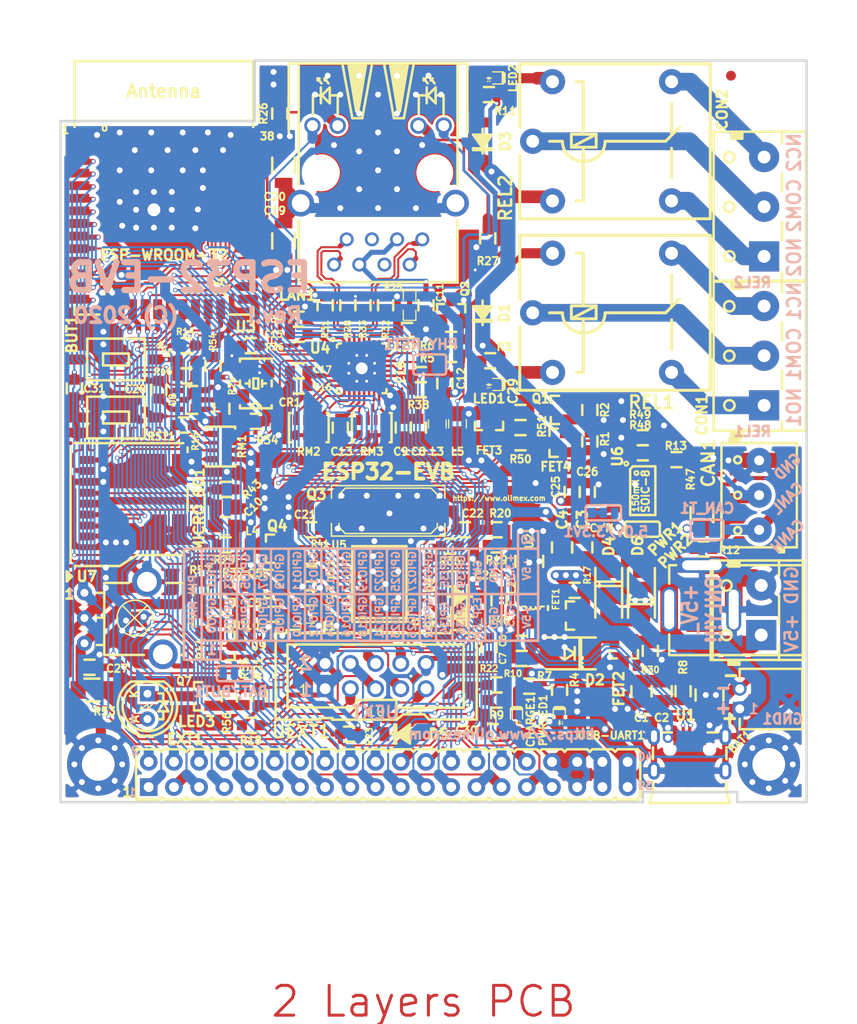
<source format=kicad_pcb>
(kicad_pcb (version 20171130) (host pcbnew 5.1.10-88a1d61d58~88~ubuntu18.04.1)
  (title_block (title ESP32-EVB) (date 2020-03-18) (rev I) (company "OLIMEX Ltd.") (comment 1 https://www.olimex.com))
  (layers (0 F.Cu mixed) (31 B.Cu mixed) (34 B.Paste user) (35 F.Paste user) (36 B.SilkS user) (37 F.SilkS user) (38 B.Mask user hide) (39 F.Mask user) (44 Edge.Cuts user))
  (net 0 "")
  (net 1 +5V)
  (net 2 GND)
  (net 3 "Net-(BAT1-Pad1)")
  (net 4 "Net-(BUT1-Pad2)")
  (net 5 /GPI34/BUT1)
  (net 6 "Net-(C3-Pad1)")
  (net 7 "Net-(C5-Pad2)")
  (net 8 +3V3)
  (net 9 "Net-(C10-Pad1)")
  (net 10 "Net-(C11-Pad1)")
  (net 11 "Net-(C18-Pad2)")
  (net 12 "Net-(CON1-Pad3)")
  (net 13 "Net-(CON1-Pad1)")
  (net 14 "Net-(CON1-Pad2)")
  (net 15 "Net-(CON2-Pad2)")
  (net 16 "Net-(CON2-Pad1)")
  (net 17 "Net-(CON2-Pad3)")
  (net 18 "Net-(CR1-Pad3)")
  (net 19 "Net-(D1-Pad2)")
  (net 20 "Net-(D3-Pad2)")
  (net 21 /GPIO3/U0RXD)
  (net 22 "Net-(D5-Pad1)")
  (net 23 /ESP_EN)
  (net 24 "/GPIO25/EMAC_RXD0(RMII)")
  (net 25 "/GPIO19/EMAC_TXD0(RMII)")
  (net 26 "/GPIO26/EMAC_RXD1(RMII)")
  (net 27 /GPIO33/REL2)
  (net 28 /GPIO32/REL1)
  (net 29 /GPIO9/SD_DATA2)
  (net 30 /GPIO8/SD_DATA1)
  (net 31 /GPIO6/SD_CLK)
  (net 32 /GPIO7/SD_DATA0)
  (net 33 /GPIO1/U0TXD)
  (net 34 /GPIO10/SD_DATA3)
  (net 35 /GPIO11/SD_CMD)
  (net 36 "Net-(L2-Pad1)")
  (net 37 "Net-(LED1-Pad2)")
  (net 38 "Net-(LED2-Pad2)")
  (net 39 "Net-(Q1-Pad1)")
  (net 40 "Net-(Q2-Pad1)")
  (net 41 "Net-(R19-Pad1)")
  (net 42 "Net-(R39-Pad1)")
  (net 43 /PHYAD0)
  (net 44 /PHYAD1)
  (net 45 /PHYAD2)
  (net 46 /RMIISEL)
  (net 47 /VDD1A-2A)
  (net 48 /VDDCR)
  (net 49 "/GPIO22/EMAC_TXD1(RMII)")
  (net 50 "/GPIO21/EMAC_TX_EN(RMII)")
  (net 51 "Net-(MICRO_SD1-Pad5)")
  (net 52 "Net-(LAN1-Pad1)")
  (net 53 "Net-(LAN1-Pad2)")
  (net 54 "Net-(LAN1-Pad7)")
  (net 55 "Net-(LAN1-Pad8)")
  (net 56 "Net-(LAN1-PadAG1)")
  (net 57 "Net-(LAN1-PadAY1)")
  (net 58 "Net-(LAN1-PadKG1)")
  (net 59 "Net-(LAN1-PadKY1)")
  (net 60 "Net-(C19-Pad1)")
  (net 61 "Net-(C21-Pad1)")
  (net 62 "Net-(C22-Pad1)")
  (net 63 /CANL)
  (net 64 /CANH)
  (net 65 "Net-(CAN_T1-Pad1)")
  (net 66 /GPI36/U1RXD)
  (net 67 /+5V_EXT)
  (net 68 /GPI39/IR_RECEIVE)
  (net 69 "/GPIO23/MDC(RMII)")
  (net 70 /GPIO27/EMAC_RX_CRS_DV)
  (net 71 /GPI35/CAN-RX)
  (net 72 /GPIO5/CAN-TX)
  (net 73 /GPIO4/U1TXD)
  (net 74 /GPIO0/XTAL1/CLKIN)
  (net 75 /GPIO2/HS2_DATA0)
  (net 76 /GPIO12/IR_Transmit)
  (net 77 /GPIO13/I2C-SDA)
  (net 78 /GPIO14/HS2_CLK)
  (net 79 /GPIO15/HS2_CMD)
  (net 80 /GPIO16/I2C-SCL)
  (net 81 /GPIO17/SPI_CS)
  (net 82 "/GPIO18/MDIO(RMII)")
  (net 83 /+5V_USB)
  (net 84 "Net-(LED3-Pad1)")
  (net 85 "Net-(LED3-Pad2)")
  (net 86 "Net-(MICRO_SD1-Pad1)")
  (net 87 "Net-(MICRO_SD1-Pad2)")
  (net 88 "Net-(MICRO_SD1-Pad8)")
  (net 89 "Net-(Q4-Pad2)")
  (net 90 "Net-(Q4-Pad1)")
  (net 91 "Net-(Q5-Pad2)")
  (net 92 "Net-(Q5-Pad1)")
  (net 93 "Net-(Q7-Pad1)")
  (net 94 "Net-(U3-Pad32)")
  (net 95 "Net-(U4-Pad4)")
  (net 96 "Net-(U4-Pad14)")
  (net 97 "Net-(U4-Pad18)")
  (net 98 "Net-(U4-Pad20)")
  (net 99 "Net-(U4-Pad26)")
  (net 100 "Net-(U5-Pad6)")
  (net 101 "Net-(U5-Pad7)")
  (net 102 "Net-(U5-Pad11)")
  (net 103 "Net-(U5-Pad12)")
  (net 104 "Net-(U5-Pad13)")
  (net 105 "Net-(U5-Pad14)")
  (net 106 "Net-(U5-Pad17)")
  (net 107 "Net-(USB-UART1-Pad4)")
  (net 108 /OSC_DIS)
  (net 109 "Net-(PWRLED1-Pad1)")
  (net 110 "Net-(Q5-Pad3)")
  (net 111 "Net-(C28-Pad1)")
  (net 112 "Net-(MICRO_SD1-Pad7)")
  (net 113 "Net-(5.0V/3.3V1-Pad2)")
  (net 114 "Net-(R44-Pad2)")
  (net 115 /D_Com)
  (net 116 +3.3VLAN)
  (net 117 "Net-(C29-Pad2)")
  (net 118 "Net-(FET4-Pad3)")
  (net 119 "Net-(CHARGE1-Pad1)")
  (net 120 "Net-(R7-Pad1)")
  (net 121 "Net-(R8-Pad2)")
  (net 122 /BUT1)
  (net 123 "Net-(BAT/BUT1-Pad3)")
  (net 124 "Net-(C24-Pad1)")
  (net 125 "Net-(D7-Pad1)")
  (net 126 "Net-(D8-Pad2)")
  (net 127 "Net-(U5-Pad20)")
  (net 128 "Net-(5.0V/3.3V2-Pad2)")
  (net 129 vm)
  (module OLIMEX_RLC-FP:R_0603_5MIL_DWS (layer F.Cu) (at 131.669 107.24 180)
    (fp_text reference R13 (at 0.059 1.39 180) (layer F.SilkS) (effects (font (size 0.762 0.762) (thickness 0.1905))))
    (fp_text value 10k/R0603)
    (pad 2 smd rect (at 0.889 0 180) (size 1.016 1.016) (layers F.Cu F.Paste F.Mask) (net 129 vm))
    (pad 1 smd rect (at -0.889 0 180) (size 1.016 1.016) (layers F.Cu F.Paste F.Mask) (net 63 /CANL))
  )
  (module OLIMEX_RLC-FP:R_0603_5MIL_DWS (layer F.Cu) (at 134.401 116.23)
    (fp_text reference R12 (at 2.619 0.12) (layer F.SilkS) (effects (font (size 0.726 0.726) (thickness 0.1815))))
    (fp_text value 10k/R0603)
    (pad 2 smd rect (at 0.889 0) (size 1.016 1.016) (layers F.Cu F.Paste F.Mask) (net 64 /CANH))
    (pad 1 smd rect (at -0.889 0) (size 1.016 1.016) (layers F.Cu F.Paste F.Mask) (net 2 GND))
  )
  (module OLIMEX_IC-FP:SOIC-8_150mil (layer F.Cu) (at 128.27 110.363 270)
    (fp_text reference U6 (at -3.453 2.55 270) (layer F.SilkS) (effects (font (size 1.016 1.016) (thickness 0.254))))
    (fp_text value "MCP2562-E/SN(SOIC-8_150mil)")
    (fp_text user SOIC-8 (at 0.05588 -0.27178 270) (layer F.SilkS) (effects (font (size 0.762 0.762) (thickness 0.1905))))
    (fp_text user 150mil (at 0.508 0.7112 270) (layer F.SilkS) (effects (font (size 0.635 0.635) (thickness 0.15875))))
    (pad 8 smd rect (at -1.905 -2.5 270) (size 0.6 2.2) (layers F.Cu F.Paste F.Mask) (net 129 vm) (clearance 0.0508))
    (pad 7 smd rect (at -0.635 -2.5 270) (size 0.6 2.2) (layers F.Cu F.Paste F.Mask) (net 64 /CANH) (clearance 0.0508))
    (pad 6 smd rect (at 0.635 -2.5 270) (size 0.6 2.2) (layers F.Cu F.Paste F.Mask) (net 63 /CANL) (clearance 0.0508))
    (pad 5 smd rect (at 1.905 -2.5 270) (size 0.6 2.2) (layers F.Cu F.Paste F.Mask) (net 128 "Net-(5.0V/3.3V2-Pad2)") (clearance 0.0508))
    (pad 4 smd rect (at 1.905 2.5 270) (size 0.6 2.2) (layers F.Cu F.Paste F.Mask) (net 71 /GPI35/CAN-RX) (clearance 0.0508))
    (pad 3 smd rect (at 0.635 2.5 270) (size 0.6 2.2) (layers F.Cu F.Paste F.Mask) (net 113 "Net-(5.0V/3.3V1-Pad2)") (clearance 0.0508))
    (pad 2 smd rect (at -0.635 2.5 270) (size 0.6 2.2) (layers F.Cu F.Paste F.Mask) (net 2 GND) (clearance 0.0508))
    (pad 1 smd rect (at -1.905 2.5 270) (size 0.6 2.2) (layers F.Cu F.Paste F.Mask) (net 72 /GPIO5/CAN-TX) (clearance 0.0508))
  )
  (module OLIMEX_Jumpers-FP:SJ_2_SMALL_12_TIED (layer F.Cu) (at 128.213 114.24 180)
    (fp_text reference C/M (at 4.083 0.1) (layer F.SilkS) (effects (font (size 0.762 0.762) (thickness 0.1815))))
    (fp_text value "Closed(1-2)/Opened(2-3)")
    (fp_line (start -1.143 0) (end 0 0) (layer F.Cu) (width 0.508))
    (pad 3 smd rect (at 1.143 0 180) (size 0.762 1.016) (layers F.Cu F.Mask) (net 8 +3V3) (clearance 0.0508))
    (pad 2 smd rect (at 0 0 180) (size 0.762 1.016) (layers F.Cu F.Mask) (net 128 "Net-(5.0V/3.3V2-Pad2)") (clearance 0.0508))
    (pad 1 smd rect (at -1.143 0 180) (size 0.762 1.016) (layers F.Cu F.Mask) (net 2 GND) (clearance 0.0508))
  )
  (module OLIMEX_RLC-FP:0R_0603 (layer F.Cu) (at 104.775 91.694 90)
    (fp_text reference R25 (at 1.778 -1.651) (layer F.SilkS) (effects (font (size 0.635 0.635) (thickness 0.15875))))
    (fp_text value "0R(board_mounted)")
    (fp_line (start -0.5 0) (end 0.5 0) (layer F.Cu) (width 0.508))
    (pad 1 smd rect (at -0.889 0 90) (size 1.016 1.016) (layers F.Cu F.Paste F.Mask) (net 47 /VDD1A-2A) (clearance 0.0508))
    (pad 2 smd rect (at 0.889 0 90) (size 1.016 1.016) (layers F.Cu F.Paste F.Mask) (net 10 "Net-(C11-Pad1)") (clearance 0.0508))
  )
  (module OLIMEX_Connectors-FP:TFC-WXCP11-08-LF (layer F.Cu) (at 76.327 111.125 180)
    (fp_text reference MICRO_SD1 (at -7.239 -1.143 270) (layer F.SilkS) (effects (font (size 1.016 1.016) (thickness 0.254))))
    (fp_text value TFC-WXCP11-08-LF)
    (pad SH2 smd rect (at -5.25 -3.15 270) (size 3.1 1.5) (layers F.Cu F.Paste F.Mask) (net 2 GND))
    (pad SH1 smd rect (at -5.25 2.91 270) (size 3.1 1.5) (layers F.Cu F.Paste F.Mask) (net 2 GND))
    (pad FID4 smd circle (at 5.72 5.54 270) (size 0.4 0.4) (layers F.Cu F.Mask))
    (pad FID3 smd circle (at -6.08 5.54 270) (size 0.4 0.4) (layers F.Cu F.Mask))
    (pad FID2 smd circle (at -6.08 -5.73 270) (size 0.4 0.4) (layers F.Cu F.Mask))
    (pad FID1 smd circle (at 5.72 -6.82 270) (size 0.4 0.4) (layers F.Cu F.Mask))
    (pad 8 smd rect (at 4 3.85 270) (size 0.8 1.5) (layers F.Cu F.Paste F.Mask) (net 88 "Net-(MICRO_SD1-Pad8)"))
    (pad 7 smd rect (at 4 2.75 270) (size 0.8 1.5) (layers F.Cu F.Paste F.Mask) (net 112 "Net-(MICRO_SD1-Pad7)"))
    (pad 6 smd rect (at 4 1.65 270) (size 0.8 1.5) (layers F.Cu F.Paste F.Mask) (net 2 GND))
    (pad 5 smd rect (at 4 0.55 270) (size 0.8 1.5) (layers F.Cu F.Paste F.Mask) (net 51 "Net-(MICRO_SD1-Pad5)"))
    (pad 4 smd rect (at 4 -0.55 270) (size 0.8 1.5) (layers F.Cu F.Paste F.Mask) (net 9 "Net-(C10-Pad1)"))
    (pad 3 smd rect (at 4 -1.65 270) (size 0.8 1.5) (layers F.Cu F.Paste F.Mask) (net 79 /GPIO15/HS2_CMD))
    (pad 2 smd rect (at 4 -2.75 270) (size 0.8 1.5) (layers F.Cu F.Paste F.Mask) (net 87 "Net-(MICRO_SD1-Pad2)"))
    (pad 1 smd rect (at 4 -3.85 270) (size 0.8 1.5) (layers F.Cu F.Paste F.Mask) (net 86 "Net-(MICRO_SD1-Pad1)"))
  )
  (module OLIMEX_Connectors-FP:RJLBC-060TC1 (layer F.Cu) (at 101.6 78.359 180)
    (fp_text reference LAN1 (at 8.128 -12.319 180) (layer F.SilkS) (effects (font (size 1.016 1.016) (thickness 0.254))))
    (fp_text value "RJLD-060TC1(LPJ4013EDNL)")
    (pad "" np_thru_hole circle (at 5.715 0 180) (size 3.2 3.2) (drill 3.2) (layers *.Cu *.Mask))
    (pad "" np_thru_hole circle (at -5.715 0 180) (size 3.2 3.2) (drill 3.2) (layers *.Cu *.Mask))
    (pad KY1 thru_hole circle (at -4.07 4.7485 180) (size 1.65 1.65) (drill 1.1) (layers *.Cu *.Mask) (net 59 "Net-(LAN1-PadKY1)"))
    (pad KG1 thru_hole circle (at 6.61 4.7485 180) (size 1.65 1.65) (drill 1.1) (layers *.Cu *.Mask) (net 58 "Net-(LAN1-PadKG1)"))
    (pad GND2 thru_hole circle (at 7.8 -3.05 180) (size 2.7 2.7) (drill 1.8) (layers *.Cu *.Mask) (net 60 "Net-(C19-Pad1)"))
    (pad GND1 thru_hole circle (at -7.8 -3.05 180) (size 2.7 2.7) (drill 1.8) (layers *.Cu *.Mask) (net 60 "Net-(C19-Pad1)"))
    (pad AY1 thru_hole circle (at -6.61 4.7485 180) (size 1.65 1.65) (drill 1.1) (layers *.Cu *.Mask) (net 57 "Net-(LAN1-PadAY1)"))
    (pad AG1 thru_hole circle (at 4.07 4.7485 180) (size 1.65 1.65) (drill 1.1) (layers *.Cu *.Mask) (net 56 "Net-(LAN1-PadAG1)"))
    (pad 8 thru_hole circle (at 4.435 -9.24 180) (size 1.41 1.41) (drill 0.9) (layers *.Cu *.Mask) (net 55 "Net-(LAN1-Pad8)"))
    (pad 7 thru_hole circle (at 3.165 -6.7 180) (size 1.41 1.41) (drill 0.9) (layers *.Cu *.Mask) (net 54 "Net-(LAN1-Pad7)"))
    (pad 6 thru_hole circle (at 1.895 -9.24 180) (size 1.41 1.41) (drill 0.9) (layers *.Cu *.Mask) (net 10 "Net-(C11-Pad1)"))
    (pad 5 thru_hole circle (at 0.625 -6.7 180) (size 1.41 1.41) (drill 0.9) (layers *.Cu *.Mask))
    (pad 4 thru_hole circle (at -0.645 -9.24 180) (size 1.41 1.41) (drill 0.9) (layers *.Cu *.Mask))
    (pad 3 thru_hole circle (at -1.915 -6.7 180) (size 1.41 1.41) (drill 0.9) (layers *.Cu *.Mask) (net 10 "Net-(C11-Pad1)"))
    (pad 2 thru_hole circle (at -3.185 -9.24 180) (size 1.41 1.41) (drill 0.9) (layers *.Cu *.Mask) (net 53 "Net-(LAN1-Pad2)"))
    (pad 1 thru_hole circle (at -4.455 -6.7 180) (size 1.41 1.41) (drill 0.9) (layers *.Cu *.Mask) (net 52 "Net-(LAN1-Pad1)"))
  )
  (module OLIMEX_Connectors-FP:TB3-3.5mm (layer F.Cu) (at 140 110.815 270)
    (fp_text reference CAN1 (at -3.246 5.126 270) (layer F.SilkS) (effects (font (size 1.27 1.27) (thickness 0.254))))
    (fp_text value TB3-3.5mm)
    (pad 3 thru_hole circle (at 3.5 0 270) (size 2.54 2.54) (drill 1) (layers *.Cu *.Mask) (net 64 /CANH))
    (pad 1 thru_hole circle (at -3.5 0 270) (size 2.54 2.54) (drill 1) (layers *.Cu *.Mask) (net 2 GND))
    (pad 2 thru_hole circle (at 0 0 270) (size 2.54 2.54) (drill 1) (layers *.Cu *.Mask) (net 63 /CANL))
  )
  (module OLIMEX_Connectors-FP:TB3-DG306-5.0_3P (layer F.Cu) (at 140.5 81.774 90)
    (fp_text reference CON2 (at 9.765 -4.229 270) (layer F.SilkS) (effects (font (size 1.016 1.016) (thickness 0.254))))
    (fp_text value "TB3 DG306-5.0-3P")
    (pad 3 thru_hole circle (at 5 0 90) (size 3.048 3.048) (drill 1.3) (layers *.Cu *.Mask) (net 17 "Net-(CON2-Pad3)"))
    (pad 1 thru_hole rect (at -5 0 90) (size 3.048 3.048) (drill 1.3) (layers *.Cu *.Mask) (net 16 "Net-(CON2-Pad1)"))
    (pad 2 thru_hole circle (at 0 0 90) (size 3.048 3.048) (drill 1.3) (layers *.Cu *.Mask) (net 15 "Net-(CON2-Pad2)"))
  )
  (module OLIMEX_Connectors-FP:TB3-DG306-5.0_3P (layer F.Cu) (at 140.5 96.774 90)
    (fp_text reference CON1 (at -5.969 -6.261 90) (layer F.SilkS) (effects (font (size 1.016 1.016) (thickness 0.254))))
    (fp_text value "TB3 DG306-5.0-3P")
    (pad 3 thru_hole circle (at 5 0 90) (size 3.048 3.048) (drill 1.3) (layers *.Cu *.Mask) (net 12 "Net-(CON1-Pad3)"))
    (pad 1 thru_hole rect (at -5 0 90) (size 3.048 3.048) (drill 1.3) (layers *.Cu *.Mask) (net 13 "Net-(CON1-Pad1)"))
    (pad 2 thru_hole circle (at 0 0 90) (size 3.048 3.048) (drill 1.3) (layers *.Cu *.Mask) (net 14 "Net-(CON1-Pad2)"))
  )
  (module OLIMEX_Connectors-FP:UEXT_ML10 (layer F.Cu) (at 101.346 129.032)
    (fp_text reference UEXT1 (at -7.493 5.588) (layer F.SilkS) (effects (font (size 1.27 1.27) (thickness 0.254))))
    (fp_text value BH10S)
    (fp_text user 10 (at 0.0381 3.55092) (layer F.SilkS))
    (fp_text user 1 (at -7.2644 1.39192) (layer F.SilkS))
    (fp_text user 2 (at -7.34822 -1.23444) (layer F.SilkS))
    (pad 10 thru_hole circle (at 5.08 -1.27) (size 1.7 1.7) (drill 1.1) (layers *.Cu *.Mask) (net 81 /GPIO17/SPI_CS))
    (pad 9 thru_hole circle (at 5.08 1.27) (size 1.7 1.7) (drill 1.1) (layers *.Cu *.Mask) (net 78 /GPIO14/HS2_CLK))
    (pad 8 thru_hole circle (at 2.54 -1.27) (size 1.7 1.7) (drill 1.1) (layers *.Cu *.Mask) (net 75 /GPIO2/HS2_DATA0))
    (pad 7 thru_hole circle (at 2.54 1.27) (size 1.7 1.7) (drill 1.1) (layers *.Cu *.Mask) (net 79 /GPIO15/HS2_CMD))
    (pad 6 thru_hole circle (at 0 -1.27) (size 1.7 1.7) (drill 1.1) (layers *.Cu *.Mask) (net 77 /GPIO13/I2C-SDA))
    (pad 5 thru_hole circle (at 0 1.27) (size 1.7 1.7) (drill 1.1) (layers *.Cu *.Mask) (net 80 /GPIO16/I2C-SCL))
    (pad 4 thru_hole circle (at -2.54 -1.27) (size 1.7 1.7) (drill 1.1) (layers *.Cu *.Mask) (net 22 "Net-(D5-Pad1)"))
    (pad 3 thru_hole circle (at -2.54 1.27) (size 1.7 1.7) (drill 1.1) (layers *.Cu *.Mask) (net 73 /GPIO4/U1TXD))
    (pad 2 thru_hole circle (at -5.08 -1.27) (size 1.7 1.7) (drill 1.1) (layers *.Cu *.Mask) (net 2 GND))
    (pad 1 thru_hole rect (at -5.08 1.27) (size 1.7 1.7) (drill 1.1) (layers *.Cu *.Mask) (net 7 "Net-(C5-Pad2)"))
  )
  (module OLIMEX_LEDs-FP:LED-5mm-PTH-AK (layer F.Cu) (at 78.359 132.08 90)
    (fp_text reference LED3 (at -1.524 4.953 180) (layer F.SilkS) (effects (font (size 1.016 1.016) (thickness 0.254))))
    (fp_text value LED/IR333-A/5mm)
    (fp_text user K (at 1.27 -1.3 90) (layer F.SilkS) (effects (font (size 0.889 0.889) (thickness 0.2032))))
    (fp_text user A (at -1.27 -1.3 90) (layer F.SilkS) (effects (font (size 0.889 0.889) (thickness 0.2032))))
    (pad 2 thru_hole rect (at 1.27 0 270) (size 1.524 1.524) (drill 0.8) (layers *.Cu *.Mask) (net 85 "Net-(LED3-Pad2)"))
    (pad 1 thru_hole circle (at -1.27 0 270) (size 1.524 1.524) (drill 0.8) (layers *.Cu *.Mask) (net 84 "Net-(LED3-Pad1)"))
  )
  (module OLIMEX_IC-FP:RPM7236-H8 (layer F.Cu) (at 77.089 123.19 270)
    (fp_text reference U7 (at -4.191 4.826 180) (layer F.SilkS) (effects (font (size 1.016 1.016) (thickness 0.254))))
    (fp_text value RPM7236-H8)
    (pad 0 thru_hole circle (at 3.65 -2.82 270) (size 3 3) (drill 2) (layers *.Cu *.Mask) (net 2 GND))
    (pad 0 thru_hole circle (at -3.65 -1.22 270) (size 3 3) (drill 2) (layers *.Cu *.Mask) (net 2 GND))
    (pad 3 thru_hole circle (at 2.54 5.08 270) (size 1.524 1.524) (drill 0.8) (layers *.Cu *.Mask) (net 8 +3V3))
    (pad 2 thru_hole circle (at 0 5.08 270) (size 1.524 1.524) (drill 0.8) (layers *.Cu *.Mask) (net 2 GND))
    (pad 1 thru_hole circle (at -2.54 5.08 270) (size 1.524 1.524) (drill 0.8) (layers *.Cu *.Mask) (net 68 /GPI39/IR_RECEIVE))
  )
  (module "OLIMEX_Buttons-FP:T1107A(6x3,8x2,5MM)" (layer F.Cu) (at 75.184 102.997 180)
    (fp_text reference RST1 (at -4.572 -1.905) (layer F.SilkS) (effects (font (size 0.762 0.762) (thickness 0.1905))))
    (fp_text value "T1107A(6x3,8x2,5MM)")
    (pad 2 smd rect (at 3.937 0 270) (size 1.016 1.524) (layers F.Cu F.Paste F.Mask) (net 2 GND) (clearance 0.0508))
    (pad 1 smd rect (at -3.937 0 270) (size 1.016 1.524) (layers F.Cu F.Paste F.Mask) (net 23 /ESP_EN) (clearance 0.0508))
  )
  (module "OLIMEX_Buttons-FP:T1107A(6x3,8x2,5MM)" (layer F.Cu) (at 75.184 97.155 180)
    (fp_text reference BUT1 (at 4.445 2.54 270) (layer F.SilkS) (effects (font (size 1.016 1.016) (thickness 0.254))))
    (fp_text value "T1107A(6x3,8x2,5MM)")
    (pad 2 smd rect (at 3.937 0 270) (size 1.016 1.524) (layers F.Cu F.Paste F.Mask) (net 4 "Net-(BUT1-Pad2)") (clearance 0.0508))
    (pad 1 smd rect (at -3.937 0 270) (size 1.016 1.524) (layers F.Cu F.Paste F.Mask) (net 122 /BUT1) (clearance 0.0508))
  )
  (module OLIMEX_Relays-FP:Relay_RAS-05-15 (layer F.Cu) (at 125.476 92.456 180)
    (fp_text reference REL1 (at -3.683 -9.017) (layer F.SilkS) (effects (font (size 1.27 1.27) (thickness 0.254))))
    (fp_text value RAS-0515)
    (pad COM0 thru_hole circle (at 8.3 0 180) (size 2.54 2.54) (drill 1.3) (layers *.Cu *.Mask) (net 14 "Net-(CON1-Pad2)") (clearance 2.54))
    (pad NO0 thru_hole circle (at -5.7 -6 180) (size 2.54 2.54) (drill 1.3) (layers *.Cu *.Mask) (net 13 "Net-(CON1-Pad1)") (clearance 2.54))
    (pad NC0 thru_hole circle (at -5.7 6 180) (size 2.54 2.54) (drill 1.3) (layers *.Cu *.Mask) (net 12 "Net-(CON1-Pad3)") (clearance 2.54))
    (pad 2 thru_hole circle (at 6.3 6 180) (size 2.54 2.54) (drill 1.3) (layers *.Cu *.Mask) (net 19 "Net-(D1-Pad2)"))
    (pad 1 thru_hole circle (at 6.3 -6 180) (size 2.54 2.54) (drill 1.3) (layers *.Cu *.Mask) (net 1 +5V))
  )
  (module OLIMEX_Relays-FP:Relay_RAS-05-15 (layer F.Cu) (at 125.476 75.184 180)
    (fp_text reference REL2 (at 11.049 -5.715 270) (layer F.SilkS) (effects (font (size 1.27 1.27) (thickness 0.254))))
    (fp_text value RAS-0515)
    (pad COM0 thru_hole circle (at 8.3 0 180) (size 2.54 2.54) (drill 1.3) (layers *.Cu *.Mask) (net 15 "Net-(CON2-Pad2)") (clearance 2.54))
    (pad NO0 thru_hole circle (at -5.7 -6 180) (size 2.54 2.54) (drill 1.3) (layers *.Cu *.Mask) (net 16 "Net-(CON2-Pad1)") (clearance 2.54))
    (pad NC0 thru_hole circle (at -5.7 6 180) (size 2.54 2.54) (drill 1.3) (layers *.Cu *.Mask) (net 17 "Net-(CON2-Pad3)") (clearance 2.54))
    (pad 2 thru_hole circle (at 6.3 6 180) (size 2.54 2.54) (drill 1.3) (layers *.Cu *.Mask) (net 20 "Net-(D3-Pad2)"))
    (pad 1 thru_hole circle (at 6.3 -6 180) (size 2.54 2.54) (drill 1.3) (layers *.Cu *.Mask) (net 1 +5V))
  )
  (module "OLIMEX_Connectors-FP:PWRJ-2mm(YDJ-1136)" (layer F.Cu) (at 130.937 117.569 180)
    (fp_text reference PWR1 (at 0.381 2.38 45) (layer F.SilkS) (effects (font (size 1.016 1.016) (thickness 0.254))))
    (fp_text value "PWRJ-2mm(YDJ-1134)")
    (pad - thru_hole oval (at -3.3 -0.3 180) (size 4.5 1.5) (drill oval 4 1) (layers *.Cu *.Mask) (net 2 GND))
    (pad - thru_hole oval (at -6.5 -4.75 180) (size 1.5 4.5) (drill oval 1 4) (layers *.Cu *.Mask) (net 2 GND))
    (pad + thru_hole oval (at 0 -4.75 180) (size 1.5 4.5) (drill oval 1 4) (layers *.Cu *.Mask) (net 67 /+5V_EXT))
  )
  (module OLIMEX_Crystal-FP:5032-4P_HCX-3S (layer F.Cu) (at 89.281 99.568 90)
    (fp_text reference CR1 (at -1.905 3.429 180) (layer F.SilkS) (effects (font (size 0.762 0.762) (thickness 0.1905))))
    (fp_text value Q50MHz/25ppm/3V/4P/5x3.2mm)
    (pad 4 smd rect (at -1.27 -1.27 90) (size 1.4 1.2) (layers F.Cu F.Paste F.Mask) (net 8 +3V3))
    (pad 3 smd rect (at 1.27 -1.27 90) (size 1.4 1.2) (layers F.Cu F.Paste F.Mask) (net 18 "Net-(CR1-Pad3)"))
    (pad 2 smd rect (at 1.27 1.27 90) (size 1.4 1.2) (layers F.Cu F.Paste F.Mask) (net 2 GND))
    (pad 1 smd rect (at -1.27 1.27 90) (size 1.4 1.2) (layers F.Cu F.Paste F.Mask) (net 108 /OSC_DIS))
  )
  (module OLIMEX_RLC-FP:R_0603_5MIL_DWS (layer F.Cu) (at 86.233 115.824 180)
    (fp_text reference R29 (at 0.127 -1.524 180) (layer F.SilkS) (effects (font (size 0.762 0.762) (thickness 0.1905))))
    (fp_text value 10k/R0603)
    (pad 2 smd rect (at 0.889 0 180) (size 1.016 1.016) (layers F.Cu F.Paste F.Mask) (net 79 /GPIO15/HS2_CMD))
    (pad 1 smd rect (at -0.889 0 180) (size 1.016 1.016) (layers F.Cu F.Paste F.Mask) (net 8 +3V3))
  )
  (module OLIMEX_Connectors-FP:USB-MICRO_MISB-SWMM-5B_LF (layer F.Cu) (at 133 138.303 270)
    (fp_text reference USB-UART1 (at -3.302 7.905 180) (layer F.SilkS) (effects (font (size 0.762 0.762) (thickness 0.1905))))
    (fp_text value "MISB-SWMM-5B-LF(USB_MICRO)")
    (pad 1 smd rect (at -3.15 1.3875) (size 0.5 1.65) (layers F.Cu F.Paste F.Mask) (net 83 /+5V_USB))
    (pad 2 smd rect (at -3.15 0.65) (size 0.325 1.65) (layers F.Cu F.Paste F.Mask) (net 101 "Net-(U5-Pad7)"))
    (pad 3 smd rect (at -3.15 0) (size 0.325 1.65) (layers F.Cu F.Paste F.Mask) (net 100 "Net-(U5-Pad6)"))
    (pad 4 smd rect (at -3.15 -0.65) (size 0.325 1.65) (layers F.Cu F.Paste F.Mask) (net 107 "Net-(USB-UART1-Pad4)"))
    (pad 5 smd rect (at -3.15 -1.3875) (size 0.5 1.65) (layers F.Cu F.Paste F.Mask) (net 2 GND))
    (pad "" np_thru_hole circle (at -1.9 2) (size 0.6 0.6) (drill 0.6) (layers *.Cu *.Mask))
    (pad "" np_thru_hole circle (at -1.9 -2) (size 0.6 0.6) (drill 0.6) (layers *.Cu *.Mask))
    (pad 0 smd rect (at 1.4 1.5) (size 1.1 1) (layers F.Cu F.Paste F.Mask) (net 2 GND))
    (pad 0 smd rect (at 1.4 -1.5) (size 1.1 1) (layers F.Cu F.Paste F.Mask) (net 2 GND))
    (pad 0 thru_hole oval (at 0.25 3.6) (size 1.2 1.8) (drill oval 0.6 1.2) (layers *.Cu *.Mask) (net 2 GND))
    (pad 0 thru_hole oval (at -3.22 3.6) (size 1.2 1.8) (drill oval 0.6 1.2) (layers *.Cu *.Mask) (net 2 GND))
    (pad 0 thru_hole oval (at -3.22 -3.6) (size 1.2 1.8) (drill oval 0.6 1.2) (layers *.Cu *.Mask) (net 2 GND))
    (pad 0 thru_hole oval (at 0.25 -3.6) (size 1.2 1.8) (drill oval 0.6 1.2) (layers *.Cu *.Mask) (net 2 GND))
  )
  (module OLIMEX_Connectors-FP:LIPO_BAT-CON2DW02R (layer F.Cu) (at 141.1986 131.318 90)
    (fp_text reference BAT1 (at -4.318 -3.1496 225) (layer F.SilkS) (effects (font (size 0.762 0.762) (thickness 0.1905))))
    (fp_text value DW02R)
    (pad 1 thru_hole rect (at -1.00838 -3.15214 90) (size 1.4 1.4) (drill 0.9) (layers *.Cu *.Mask) (net 3 "Net-(BAT1-Pad1)"))
    (pad 2 thru_hole circle (at 1.0033 -3.15468 90) (size 1.4 1.4) (drill 0.9) (layers *.Cu *.Mask) (net 2 GND))
  )
  (module OLIMEX_RLC-FP:C_0805_5MIL_DWS (layer F.Cu) (at 130.175 130.556 270)
    (fp_text reference C2 (at 2.667 0) (layer F.SilkS) (effects (font (size 0.762 0.762) (thickness 0.1905))))
    (fp_text value 47uF/6.3V/20%/X5R/C0805)
    (pad 2 smd rect (at 1.016 0) (size 1.524 1.27) (layers F.Cu F.Paste F.Mask) (net 2 GND))
    (pad 1 smd rect (at -1.016 0) (size 1.524 1.27) (layers F.Cu F.Paste F.Mask) (net 1 +5V))
  )
  (module OLIMEX_Other-FP:Fiducial1x3 (layer F.Cu) (at 142.875 133.35)
    (fp_text reference Fid2 hide)
    (fp_text value "")
    (pad Fid1 connect circle (at 0 0) (size 1 1) (layers F.Cu F.Mask) (clearance 1.016))
  )
  (module "OLIMEX_Diodes-FP:DO214AA_1(K)-2(A)" (layer F.Cu) (at 121.031 126.746 180)
    (fp_text reference D2 (at -2.413 -2.667 180) (layer F.SilkS) (effects (font (size 1.016 1.016) (thickness 0.254))))
    (fp_text value "SMBJ6.0A(DO-214AA)")
    (pad 2 smd rect (at 2.177 0 180) (size 1.778 2.286) (layers F.Cu F.Paste F.Mask) (net 2 GND))
    (pad 1 smd rect (at -2.177 0 180) (size 1.778 2.286) (layers F.Cu F.Paste F.Mask) (net 1 +5V))
  )
  (module OLIMEX_RLC-FP:R_0603_5MIL_DWS (layer F.Cu) (at 83.693 120.396 270)
    (fp_text reference R57 (at -2.032 0) (layer F.SilkS) (effects (font (size 0.762 0.762) (thickness 0.1905))))
    (fp_text value "NA(1k/R0603)")
    (pad 2 smd rect (at 0.889 0 270) (size 1.016 1.016) (layers F.Cu F.Paste F.Mask) (net 108 /OSC_DIS))
    (pad 1 smd rect (at -0.889 0 270) (size 1.016 1.016) (layers F.Cu F.Paste F.Mask) (net 11 "Net-(C18-Pad2)"))
  )
  (module OLIMEX_RLC-FP:R_0603_5MIL_DWS (layer F.Cu) (at 83.693 123.571 270)
    (fp_text reference R44 (at 2.683 -0.061 270) (layer F.SilkS) (effects (font (size 0.762 0.762) (thickness 0.1905))))
    (fp_text value NA/R0603)
    (pad 2 smd rect (at 0.889 0 270) (size 1.016 1.016) (layers F.Cu F.Paste F.Mask) (net 114 "Net-(R44-Pad2)"))
    (pad 1 smd rect (at -0.889 0 270) (size 1.016 1.016) (layers F.Cu F.Paste F.Mask) (net 108 /OSC_DIS))
  )
  (module OLIMEX_Diodes-FP:SOT23-3 (layer F.Cu) (at 86.487 122.682 180)
    (fp_text reference U10 (at -2.032 -1.27 180) (layer F.SilkS) (effects (font (size 0.762 0.762) (thickness 0.1905))))
    (fp_text value "BAT54C(SOT23-3)")
    (pad 3 smd rect (at -1.1 0 270) (size 1 1.4) (layers F.Cu F.Paste F.Mask) (net 115 /D_Com))
    (pad 2 smd rect (at 1.1 -0.95 270) (size 1 1.4) (layers F.Cu F.Paste F.Mask) (net 108 /OSC_DIS))
    (pad 1 smd rect (at 1.1 0.95 270) (size 1 1.4) (layers F.Cu F.Paste F.Mask) (net 75 /GPIO2/HS2_DATA0))
  )
  (module OLIMEX_Diodes-FP:SOT23-3 (layer F.Cu) (at 86.487 125.984 180)
    (fp_text reference U9 (at -3.048 0 180) (layer F.SilkS) (effects (font (size 0.762 0.762) (thickness 0.1905))))
    (fp_text value "BAT54C(SOT23-3)")
    (pad 3 smd rect (at -1.1 0 270) (size 1 1.4) (layers F.Cu F.Paste F.Mask) (net 115 /D_Com))
    (pad 2 smd rect (at 1.1 -0.95 270) (size 1 1.4) (layers F.Cu F.Paste F.Mask) (net 74 /GPIO0/XTAL1/CLKIN))
    (pad 1 smd rect (at 1.1 0.95 270) (size 1 1.4) (layers F.Cu F.Paste F.Mask) (net 114 "Net-(R44-Pad2)"))
  )
  (module OLIMEX_RLC-FP:R_0603_5MIL_DWS (layer F.Cu) (at 87.249 120.015 180)
    (fp_text reference R37 (at 0.254 1.397 180) (layer F.SilkS) (effects (font (size 0.762 0.762) (thickness 0.1905))))
    (fp_text value 220R/R0603)
    (pad 2 smd rect (at 0.889 0 180) (size 1.016 1.016) (layers F.Cu F.Paste F.Mask) (net 115 /D_Com))
    (pad 1 smd rect (at -0.889 0 180) (size 1.016 1.016) (layers F.Cu F.Paste F.Mask) (net 110 "Net-(Q5-Pad3)"))
  )
  (module OLIMEX_RLC-FP:C_0805_5MIL_DWS (layer F.Cu) (at 120.142 116.078 90)
    (fp_text reference C4 (at 2.794 0 90) (layer F.SilkS) (effects (font (size 1.016 1.016) (thickness 0.254))))
    (fp_text value 47uF/6.3V/20%/X5R/C0805)
    (pad 2 smd rect (at 1.016 0 180) (size 1.524 1.27) (layers F.Cu F.Paste F.Mask) (net 2 GND))
    (pad 1 smd rect (at -1.016 0 180) (size 1.524 1.27) (layers F.Cu F.Paste F.Mask) (net 6 "Net-(C3-Pad1)"))
  )
  (module OLIMEX_RLC-FP:C_0805_5MIL_DWS (layer F.Cu) (at 122.174 116.078 90)
    (fp_text reference C3 (at 2.794 0 90) (layer F.SilkS) (effects (font (size 1.016 1.016) (thickness 0.254))))
    (fp_text value "NA(47uF/6.3V/20%/X5R/C0805)")
    (pad 2 smd rect (at 1.016 0 180) (size 1.524 1.27) (layers F.Cu F.Paste F.Mask) (net 2 GND))
    (pad 1 smd rect (at -1.016 0 180) (size 1.524 1.27) (layers F.Cu F.Paste F.Mask) (net 6 "Net-(C3-Pad1)"))
  )
  (module OLIMEX_RLC-FP:R_0603_5MIL_DWS (layer F.Cu) (at 113.538 114.3 180)
    (fp_text reference R20 (at -0.381 1.651 180) (layer F.SilkS) (effects (font (size 0.762 0.762) (thickness 0.1905))))
    (fp_text value 49.9k/1%/R0603)
    (pad 2 smd rect (at 0.889 0 180) (size 1.016 1.016) (layers F.Cu F.Paste F.Mask) (net 2 GND))
    (pad 1 smd rect (at -0.889 0 180) (size 1.016 1.016) (layers F.Cu F.Paste F.Mask) (net 41 "Net-(R19-Pad1)"))
  )
  (module OLIMEX_RLC-FP:R_0603_5MIL_DWS (layer F.Cu) (at 113.538 115.824 180)
    (fp_text reference R19 (at 0 -1.524 180) (layer F.SilkS) (effects (font (size 0.762 0.762) (thickness 0.1905))))
    (fp_text value 220k/R0603)
    (pad 2 smd rect (at 0.889 0 180) (size 1.016 1.016) (layers F.Cu F.Paste F.Mask) (net 8 +3V3))
    (pad 1 smd rect (at -0.889 0 180) (size 1.016 1.016) (layers F.Cu F.Paste F.Mask) (net 41 "Net-(R19-Pad1)"))
  )
  (module OLIMEX_RLC-FP:R_0603_5MIL_DWS (layer F.Cu) (at 119.888 130.429 90)
    (fp_text reference R4 (at 1.016 1.524 90) (layer F.SilkS) (effects (font (size 0.762 0.762) (thickness 0.1905))))
    (fp_text value 2.2k/R0603)
    (pad 2 smd rect (at 0.889 0 90) (size 1.016 1.016) (layers F.Cu F.Paste F.Mask) (net 2 GND))
    (pad 1 smd rect (at -0.889 0 90) (size 1.016 1.016) (layers F.Cu F.Paste F.Mask) (net 109 "Net-(PWRLED1-Pad1)"))
  )
  (module OLIMEX_RLC-FP:R_0603_5MIL_DWS (layer F.Cu) (at 86.614 131.064 270)
    (fp_text reference R56 (at 2.667 0.254 270) (layer F.SilkS) (effects (font (size 0.762 0.762) (thickness 0.1905))))
    (fp_text value 10k/R0603)
    (pad 2 smd rect (at 0.889 0 270) (size 1.016 1.016) (layers F.Cu F.Paste F.Mask) (net 93 "Net-(Q7-Pad1)"))
    (pad 1 smd rect (at -0.889 0 270) (size 1.016 1.016) (layers F.Cu F.Paste F.Mask) (net 2 GND))
  )
  (module OLIMEX_RLC-FP:R_0603_5MIL_DWS (layer F.Cu) (at 88.138 131.064 270)
    (fp_text reference R55 (at -2.794 0 270) (layer F.SilkS) (effects (font (size 0.762 0.762) (thickness 0.1905))))
    (fp_text value 1k/R0603)
    (pad 2 smd rect (at 0.889 0 270) (size 1.016 1.016) (layers F.Cu F.Paste F.Mask) (net 93 "Net-(Q7-Pad1)"))
    (pad 1 smd rect (at -0.889 0 270) (size 1.016 1.016) (layers F.Cu F.Paste F.Mask) (net 76 /GPIO12/IR_Transmit))
  )
  (module OLIMEX_RLC-FP:R_0603_5MIL_DWS (layer F.Cu) (at 84.963 97.79 90)
    (fp_text reference R54 (at 2.413 0 90) (layer F.SilkS) (effects (font (size 0.635 0.635) (thickness 0.15875))))
    (fp_text value NA/R0603)
    (pad 2 smd rect (at 0.889 0 90) (size 1.016 1.016) (layers F.Cu F.Paste F.Mask) (net 8 +3V3))
    (pad 1 smd rect (at -0.889 0 90) (size 1.016 1.016) (layers F.Cu F.Paste F.Mask) (net 74 /GPIO0/XTAL1/CLKIN))
  )
  (module OLIMEX_RLC-FP:R_1206_5MIL_DWS (layer F.Cu) (at 72.771 130.429)
    (fp_text reference R53 (at 1.27 2.159) (layer F.SilkS) (effects (font (size 0.762 0.762) (thickness 0.1905))))
    (fp_text value 6.8R/R1206)
    (pad 2 smd rect (at 1.397 0) (size 1.524 1.778) (layers F.Cu F.Paste F.Mask) (net 84 "Net-(LED3-Pad1)"))
    (pad 1 smd rect (at -1.397 0) (size 1.524 1.778) (layers F.Cu F.Paste F.Mask) (net 8 +3V3))
  )
  (module OLIMEX_RLC-FP:R_0603_5MIL_DWS (layer F.Cu) (at 128.27 105.029 180)
    (fp_text reference R49 (at 0.27 2.319 180) (layer F.SilkS) (effects (font (size 0.762 0.762) (thickness 0.1905))))
    (fp_text value 10k/R0603)
    (pad 2 smd rect (at 0.889 0 180) (size 1.016 1.016) (layers F.Cu F.Paste F.Mask) (net 2 GND))
    (pad 1 smd rect (at -0.889 0 180) (size 1.016 1.016) (layers F.Cu F.Paste F.Mask) (net 129 vm))
  )
  (module OLIMEX_RLC-FP:R_0603_5MIL_DWS (layer F.Cu) (at 128.27 106.553 180)
    (fp_text reference R48 (at 0.25 2.783 180) (layer F.SilkS) (effects (font (size 0.762 0.762) (thickness 0.1905))))
    (fp_text value NA/R0603)
    (pad 2 smd rect (at 0.889 0 180) (size 1.016 1.016) (layers F.Cu F.Paste F.Mask) (net 113 "Net-(5.0V/3.3V1-Pad2)"))
    (pad 1 smd rect (at -0.889 0 180) (size 1.016 1.016) (layers F.Cu F.Paste F.Mask) (net 129 vm))
  )
  (module OLIMEX_RLC-FP:R_1206_5MIL_DWS (layer F.Cu) (at 134.239 112.776 90)
    (fp_text reference R47 (at 3.556 -1.143 90) (layer F.SilkS) (effects (font (size 0.762 0.762) (thickness 0.1905))))
    (fp_text value 120R/R1206)
    (pad 2 smd rect (at 1.397 0 90) (size 1.524 1.778) (layers F.Cu F.Paste F.Mask) (net 63 /CANL))
    (pad 1 smd rect (at -1.397 0 90) (size 1.524 1.778) (layers F.Cu F.Paste F.Mask) (net 65 "Net-(CAN_T1-Pad1)"))
  )
  (module OLIMEX_RLC-FP:R_0603_5MIL_DWS (layer F.Cu) (at 82.296 98.806)
    (fp_text reference R46 (at -2.3495 -0.4445) (layer F.SilkS) (effects (font (size 0.635 0.635) (thickness 0.15875))))
    (fp_text value NA/R0603)
    (pad 2 smd rect (at 0.889 0) (size 1.016 1.016) (layers F.Cu F.Paste F.Mask) (net 115 /D_Com))
    (pad 1 smd rect (at -0.889 0) (size 1.016 1.016) (layers F.Cu F.Paste F.Mask) (net 122 /BUT1))
  )
  (module OLIMEX_RLC-FP:R_0603_5MIL_DWS (layer F.Cu) (at 82.296 97.282 180)
    (fp_text reference R45 (at 2.286 1.143 315) (layer F.SilkS) (effects (font (size 0.635 0.635) (thickness 0.15875))))
    (fp_text value 10k/R0603)
    (pad 2 smd rect (at 0.889 0 180) (size 1.016 1.016) (layers F.Cu F.Paste F.Mask) (net 122 /BUT1))
    (pad 1 smd rect (at -0.889 0 180) (size 1.016 1.016) (layers F.Cu F.Paste F.Mask) (net 8 +3V3))
  )
  (module OLIMEX_RLC-FP:R_0603_5MIL_DWS (layer F.Cu) (at 94.869 118.745 180)
    (fp_text reference R42 (at -2.032 0.381 270) (layer F.SilkS) (effects (font (size 0.635 0.635) (thickness 0.15875))))
    (fp_text value 1k/R0603)
    (pad 2 smd rect (at 0.889 0 180) (size 1.016 1.016) (layers F.Cu F.Paste F.Mask) (net 92 "Net-(Q5-Pad1)"))
    (pad 1 smd rect (at -0.889 0 180) (size 1.016 1.016) (layers F.Cu F.Paste F.Mask) (net 89 "Net-(Q4-Pad2)"))
  )
  (module OLIMEX_RLC-FP:R_0603_5MIL_DWS (layer F.Cu) (at 129.032 126.492 270)
    (fp_text reference R30 (at 1.905 0) (layer F.SilkS) (effects (font (size 0.635 0.635) (thickness 0.15875))))
    (fp_text value 10k/R0603)
    (pad 2 smd rect (at 0.889 0 270) (size 1.016 1.016) (layers F.Cu F.Paste F.Mask) (net 2 GND))
    (pad 1 smd rect (at -0.889 0 270) (size 1.016 1.016) (layers F.Cu F.Paste F.Mask) (net 67 /+5V_EXT))
  )
  (module OLIMEX_Crystal-FP:Q_49U3HMS (layer F.Cu) (at 102.616 112.395)
    (fp_text reference Q3 (at -7.239 -1.651 180) (layer F.SilkS) (effects (font (size 1.016 1.016) (thickness 0.254))))
    (fp_text value "Q12MHz/20pF/30ppm/2P/HC-49SM(SMD)")
    (pad 1 smd rect (at -4.699 0) (size 4.826 1.1) (layers F.Cu F.Paste F.Mask) (net 61 "Net-(C21-Pad1)") (clearance 0.0508))
    (pad 2 smd rect (at 4.699 0) (size 4.826 1.1) (layers F.Cu F.Paste F.Mask) (net 62 "Net-(C22-Pad1)") (clearance 0.0508))
  )
  (module OLIMEX_Diodes-FP:SMA-KA (layer F.Cu) (at 128.143 120.65 90)
    (fp_text reference D6 (at 4.699 -0.381 90) (layer F.SilkS) (effects (font (size 1.016 1.016) (thickness 0.254))))
    (fp_text value 1N5822/SS34/SMA)
    (pad 1 smd rect (at -2.5 0 90) (size 2 1.7) (layers F.Cu F.Paste F.Mask) (net 1 +5V))
    (pad 2 smd rect (at 2.5 0 90) (size 2 1.7) (layers F.Cu F.Paste F.Mask) (net 67 /+5V_EXT))
  )
  (module OLIMEX_Jumpers-FP:SJ (layer B.Cu) (at 134.747 114.3)
    (fp_text reference CAN_T1 (at 0 -2.159) (layer B.SilkS) (effects (font (size 1.016 1.016) (thickness 0.254)) (justify mirror)))
    (fp_text value Opened)
    (pad 2 smd rect (at 0.762 0) (size 1.1684 1.6002) (layers B.Cu B.Mask) (net 64 /CANH) (clearance 0.0508))
    (pad 1 smd rect (at -0.762 0) (size 1.1684 1.6002) (layers B.Cu B.Mask) (net 65 "Net-(CAN_T1-Pad1)"))
    (pad 1 smd rect (at -0.762 0) (size 1.1684 1.6002) (layers B.Cu B.Mask) (net 65 "Net-(CAN_T1-Pad1)") (clearance 0.0508))
  )
  (module OLIMEX_RLC-FP:C_0603_5MIL_DWS (layer F.Cu) (at 79.502 100.203 90)
    (fp_text reference C28 (at 0.0635 -2.3495 180) (layer F.SilkS) (effects (font (size 0.762 0.762) (thickness 0.1905))))
    (fp_text value 470nF/16V/10%/X7R/C0603)
    (pad 2 smd rect (at 0.889 0 90) (size 1.016 1.016) (layers F.Cu F.Paste F.Mask) (net 2 GND) (clearance 0.0508))
    (pad 1 smd rect (at -0.889 0 90) (size 1.016 1.016) (layers F.Cu F.Paste F.Mask) (net 111 "Net-(C28-Pad1)") (clearance 0.0508))
  )
  (module OLIMEX_RLC-FP:C_0603_5MIL_DWS (layer F.Cu) (at 72.517 128.143)
    (fp_text reference C27 (at 2.794 0.127 180) (layer F.SilkS) (effects (font (size 0.762 0.762) (thickness 0.1905))))
    (fp_text value 100nF/50V/20%/Y5V/C0603)
    (pad 2 smd rect (at 0.889 0) (size 1.016 1.016) (layers F.Cu F.Paste F.Mask) (net 2 GND) (clearance 0.0508))
    (pad 1 smd rect (at -0.889 0) (size 1.016 1.016) (layers F.Cu F.Paste F.Mask) (net 8 +3V3) (clearance 0.0508))
  )
  (module OLIMEX_RLC-FP:C_0603_5MIL_DWS (layer F.Cu) (at 122.682 110.49 270)
    (fp_text reference C26 (at -2.032 0) (layer F.SilkS) (effects (font (size 0.762 0.762) (thickness 0.1905))))
    (fp_text value 10uF/6.3V/20%/X5R/C0603)
    (pad 2 smd rect (at 0.889 0 270) (size 1.016 1.016) (layers F.Cu F.Paste F.Mask) (net 113 "Net-(5.0V/3.3V1-Pad2)") (clearance 0.0508))
    (pad 1 smd rect (at -0.889 0 270) (size 1.016 1.016) (layers F.Cu F.Paste F.Mask) (net 2 GND) (clearance 0.0508))
  )
  (module OLIMEX_RLC-FP:C_0603_5MIL_DWS (layer F.Cu) (at 121.158 110.49 270)
    (fp_text reference C25 (at -0.508 1.651 270) (layer F.SilkS) (effects (font (size 0.762 0.762) (thickness 0.1905))))
    (fp_text value 100nF/50V/20%/Y5V/C0603)
    (pad 2 smd rect (at 0.889 0 270) (size 1.016 1.016) (layers F.Cu F.Paste F.Mask) (net 113 "Net-(5.0V/3.3V1-Pad2)") (clearance 0.0508))
    (pad 1 smd rect (at -0.889 0 270) (size 1.016 1.016) (layers F.Cu F.Paste F.Mask) (net 2 GND) (clearance 0.0508))
  )
  (module OLIMEX_RLC-FP:C_0603_5MIL_DWS (layer F.Cu) (at 109.22 119.253)
    (fp_text reference C24 (at 3.175 -0.381) (layer F.SilkS) (effects (font (size 0.762 0.762) (thickness 0.1905))))
    (fp_text value 100nF/50V/20%/Y5V/C0603)
    (pad 2 smd rect (at 0.889 0) (size 1.016 1.016) (layers F.Cu F.Paste F.Mask) (net 2 GND) (clearance 0.0508))
    (pad 1 smd rect (at -0.889 0) (size 1.016 1.016) (layers F.Cu F.Paste F.Mask) (net 124 "Net-(C24-Pad1)") (clearance 0.0508))
  )
  (module OLIMEX_RLC-FP:C_0603_5MIL_DWS (layer F.Cu) (at 94.869 121.158 180)
    (fp_text reference C23 (at -1.905 0.254 270) (layer F.SilkS) (effects (font (size 0.635 0.635) (thickness 0.15875))))
    (fp_text value 22uF/6.3V/20%/X5R/C0603)
    (pad 2 smd rect (at 0.889 0 180) (size 1.016 1.016) (layers F.Cu F.Paste F.Mask) (net 2 GND) (clearance 0.0508))
    (pad 1 smd rect (at -0.889 0 180) (size 1.016 1.016) (layers F.Cu F.Paste F.Mask) (net 83 /+5V_USB) (clearance 0.0508))
  )
  (module OLIMEX_RLC-FP:C_0603_5MIL_DWS (layer F.Cu) (at 110.363 114.3)
    (fp_text reference C22 (at 0.762 -1.651) (layer F.SilkS) (effects (font (size 0.762 0.762) (thickness 0.1905))))
    (fp_text value 27pF/50V/5%/C0G/C0603)
    (pad 2 smd rect (at 0.889 0) (size 1.016 1.016) (layers F.Cu F.Paste F.Mask) (net 2 GND) (clearance 0.0508))
    (pad 1 smd rect (at -0.889 0) (size 1.016 1.016) (layers F.Cu F.Paste F.Mask) (net 62 "Net-(C22-Pad1)") (clearance 0.0508))
  )
  (module OLIMEX_RLC-FP:C_0603_5MIL_DWS (layer F.Cu) (at 94.869 114.3 180)
    (fp_text reference C21 (at 0.635 1.524 180) (layer F.SilkS) (effects (font (size 0.762 0.762) (thickness 0.1905))))
    (fp_text value 27pF/50V/5%/C0G/C0603)
    (pad 2 smd rect (at 0.889 0 180) (size 1.016 1.016) (layers F.Cu F.Paste F.Mask) (net 2 GND) (clearance 0.0508))
    (pad 1 smd rect (at -0.889 0 180) (size 1.016 1.016) (layers F.Cu F.Paste F.Mask) (net 61 "Net-(C21-Pad1)") (clearance 0.0508))
  )
  (module OLIMEX_RLC-FP:C_1206_5MIL_DWS_ISO (layer F.Cu) (at 92.075 77.597 90)
    (fp_text reference C20 (at -3.175 -0.889 180) (layer F.SilkS) (effects (font (size 0.762 0.762) (thickness 0.1905))))
    (fp_text value "NA(1nF/2000V/10%/X7R/C1206)")
    (pad 2 smd rect (at 1.778 0 90) (size 1.016 1.778) (layers F.Cu F.Paste F.Mask) (net 2 GND))
    (pad 1 smd rect (at -1.778 0 90) (size 1.016 1.778) (layers F.Cu F.Paste F.Mask) (net 60 "Net-(C19-Pad1)"))
  )
  (module OLIMEX_RLC-FP:C_1206_5MIL_DWS_ISO (layer F.Cu) (at 92.075 85.217 270)
    (fp_text reference C19 (at -3.048 0.889) (layer F.SilkS) (effects (font (size 0.762 0.762) (thickness 0.1905))))
    (fp_text value 1nF/2000V/10%/X7R/C1206)
    (pad 2 smd rect (at 1.778 0 270) (size 1.016 1.778) (layers F.Cu F.Paste F.Mask) (net 2 GND))
    (pad 1 smd rect (at -1.778 0 270) (size 1.016 1.778) (layers F.Cu F.Paste F.Mask) (net 60 "Net-(C19-Pad1)"))
  )
  (module OLIMEX_RLC-FP:R_0603_5MIL_DWS (layer F.Cu) (at 86.233 110.236 180)
    (fp_text reference R43 (at -2.667 0 225) (layer F.SilkS) (effects (font (size 0.762 0.762) (thickness 0.1905))))
    (fp_text value 10R/R0603)
    (pad 2 smd rect (at 0.889 0 180) (size 1.016 1.016) (layers F.Cu F.Paste F.Mask) (net 51 "Net-(MICRO_SD1-Pad5)"))
    (pad 1 smd rect (at -0.889 0 180) (size 1.016 1.016) (layers F.Cu F.Paste F.Mask) (net 78 /GPIO14/HS2_CLK))
  )
  (module OLIMEX_Connectors-FP:HN2x20 (layer F.Cu) (at 102.616 138.938)
    (fp_text reference EXT1 (at -20.447 -3.556) (layer F.SilkS) (effects (font (size 1.016 1.016) (thickness 0.254))))
    (fp_text value "NA(HN2x20)")
    (pad 20 thru_hole circle (at -1.27 -1.27) (size 1.778 1.778) (drill 1) (layers *.Cu *.Mask) (net 25 "/GPIO19/EMAC_TXD0(RMII)"))
    (pad 19 thru_hole circle (at -1.27 1.27) (size 1.778 1.778) (drill 1) (layers *.Cu *.Mask) (net 82 "/GPIO18/MDIO(RMII)"))
    (pad 18 thru_hole circle (at -3.81 -1.27) (size 1.778 1.778) (drill 1) (layers *.Cu *.Mask) (net 81 /GPIO17/SPI_CS))
    (pad 17 thru_hole circle (at -3.81 1.27) (size 1.778 1.778) (drill 1) (layers *.Cu *.Mask) (net 80 /GPIO16/I2C-SCL))
    (pad 16 thru_hole circle (at -6.35 -1.27) (size 1.778 1.778) (drill 1) (layers *.Cu *.Mask) (net 79 /GPIO15/HS2_CMD))
    (pad 15 thru_hole circle (at -6.35 1.27) (size 1.778 1.778) (drill 1) (layers *.Cu *.Mask) (net 78 /GPIO14/HS2_CLK))
    (pad 14 thru_hole circle (at -8.89 -1.27) (size 1.778 1.778) (drill 1) (layers *.Cu *.Mask) (net 77 /GPIO13/I2C-SDA))
    (pad 13 thru_hole circle (at -8.89 1.27) (size 1.778 1.778) (drill 1) (layers *.Cu *.Mask) (net 76 /GPIO12/IR_Transmit))
    (pad 12 thru_hole circle (at -11.43 -1.27) (size 1.778 1.778) (drill 1) (layers *.Cu *.Mask) (net 35 /GPIO11/SD_CMD))
    (pad 11 thru_hole circle (at -11.43 1.27) (size 1.778 1.778) (drill 1) (layers *.Cu *.Mask) (net 34 /GPIO10/SD_DATA3))
    (pad 4 thru_hole circle (at -21.59 -1.27) (size 1.778 1.778) (drill 1) (layers *.Cu *.Mask) (net 21 /GPIO3/U0RXD))
    (pad 3 thru_hole circle (at -21.59 1.27) (size 1.778 1.778) (drill 1) (layers *.Cu *.Mask) (net 75 /GPIO2/HS2_DATA0))
    (pad 2 thru_hole circle (at -24.13 -1.27) (size 1.778 1.778) (drill 1) (layers *.Cu *.Mask) (net 33 /GPIO1/U0TXD))
    (pad 1 thru_hole rect (at -24.13 1.27) (size 1.778 1.778) (drill 1) (layers *.Cu *.Mask) (net 74 /GPIO0/XTAL1/CLKIN))
    (pad 5 thru_hole circle (at -19.05 1.27) (size 1.778 1.778) (drill 1) (layers *.Cu *.Mask) (net 73 /GPIO4/U1TXD))
    (pad 6 thru_hole circle (at -19.05 -1.27) (size 1.778 1.778) (drill 1) (layers *.Cu *.Mask) (net 72 /GPIO5/CAN-TX))
    (pad 8 thru_hole circle (at -16.51 -1.27) (size 1.778 1.778) (drill 1) (layers *.Cu *.Mask) (net 32 /GPIO7/SD_DATA0))
    (pad 7 thru_hole circle (at -16.51 1.27) (size 1.778 1.778) (drill 1) (layers *.Cu *.Mask) (net 31 /GPIO6/SD_CLK))
    (pad 9 thru_hole circle (at -13.97 1.27) (size 1.778 1.778) (drill 1) (layers *.Cu *.Mask) (net 30 /GPIO8/SD_DATA1))
    (pad 10 thru_hole circle (at -13.97 -1.27) (size 1.778 1.778) (drill 1) (layers *.Cu *.Mask) (net 29 /GPIO9/SD_DATA2))
    (pad 30 thru_hole circle (at 11.43 -1.27) (size 1.778 1.778) (drill 1) (layers *.Cu *.Mask) (net 71 /GPI35/CAN-RX))
    (pad 29 thru_hole circle (at 11.43 1.27) (size 1.778 1.778) (drill 1) (layers *.Cu *.Mask) (net 5 /GPI34/BUT1))
    (pad 27 thru_hole circle (at 8.89 1.27) (size 1.778 1.778) (drill 1) (layers *.Cu *.Mask) (net 28 /GPIO32/REL1))
    (pad 28 thru_hole circle (at 8.89 -1.27) (size 1.778 1.778) (drill 1) (layers *.Cu *.Mask) (net 27 /GPIO33/REL2))
    (pad 26 thru_hole circle (at 6.35 -1.27) (size 1.778 1.778) (drill 1) (layers *.Cu *.Mask) (net 70 /GPIO27/EMAC_RX_CRS_DV))
    (pad 25 thru_hole circle (at 6.35 1.27) (size 1.778 1.778) (drill 1) (layers *.Cu *.Mask) (net 26 "/GPIO26/EMAC_RXD1(RMII)"))
    (pad 21 thru_hole circle (at 1.27 1.27) (size 1.778 1.778) (drill 1) (layers *.Cu *.Mask) (net 50 "/GPIO21/EMAC_TX_EN(RMII)"))
    (pad 22 thru_hole circle (at 1.27 -1.27) (size 1.778 1.778) (drill 1) (layers *.Cu *.Mask) (net 49 "/GPIO22/EMAC_TXD1(RMII)"))
    (pad 23 thru_hole circle (at 3.81 1.27) (size 1.778 1.778) (drill 1) (layers *.Cu *.Mask) (net 69 "/GPIO23/MDC(RMII)"))
    (pad 24 thru_hole circle (at 3.81 -1.27) (size 1.778 1.778) (drill 1) (layers *.Cu *.Mask) (net 24 "/GPIO25/EMAC_RXD0(RMII)"))
    (pad 31 thru_hole circle (at 13.97 1.27) (size 1.778 1.778) (drill 1) (layers *.Cu *.Mask) (net 66 /GPI36/U1RXD))
    (pad 32 thru_hole circle (at 13.97 -1.27) (size 1.778 1.778) (drill 1) (layers *.Cu *.Mask) (net 68 /GPI39/IR_RECEIVE))
    (pad 33 thru_hole circle (at 16.51 1.27) (size 1.778 1.778) (drill 1) (layers *.Cu *.Mask) (net 23 /ESP_EN))
    (pad 34 thru_hole circle (at 16.51 -1.27) (size 1.778 1.778) (drill 1) (layers *.Cu *.Mask) (net 2 GND))
    (pad 35 thru_hole circle (at 19.05 1.27) (size 1.778 1.778) (drill 1) (layers *.Cu *.Mask) (net 2 GND))
    (pad 36 thru_hole circle (at 19.05 -1.27) (size 1.778 1.778) (drill 1) (layers *.Cu *.Mask) (net 2 GND))
    (pad 37 thru_hole circle (at 21.59 1.27) (size 1.778 1.778) (drill 1) (layers *.Cu *.Mask) (net 8 +3V3))
    (pad 38 thru_hole circle (at 21.59 -1.27) (size 1.778 1.778) (drill 1) (layers *.Cu *.Mask) (net 8 +3V3))
    (pad 39 thru_hole circle (at 24.13 1.27) (size 1.778 1.778) (drill 1) (layers *.Cu *.Mask) (net 1 +5V))
    (pad 40 thru_hole circle (at 24.13 -1.27) (size 1.778 1.778) (drill 1) (layers *.Cu *.Mask) (net 1 +5V))
  )
  (module OLIMEX_Other-FP:Mounting_hole_Shield_3.3mm (layer F.Cu) (at 73.406 137.922)
    (fp_text reference MH3 hide)
    (fp_text value Mounting_hole_Shield_3.3mm hide)
    (pad GND1 thru_hole circle (at -2.413 0) (size 1.2 1.2) (drill 0.6) (layers *.Cu *.Mask) (net 2 GND))
    (pad GND1 thru_hole circle (at 2.413 0) (size 1.2 1.2) (drill 0.6) (layers *.Cu *.Mask) (net 2 GND))
    (pad GND1 thru_hole circle (at 1.651 1.651) (size 1.2 1.2) (drill 0.6) (layers *.Cu *.Mask) (net 2 GND))
    (pad GND1 thru_hole circle (at -1.651 1.778) (size 1.2 1.2) (drill 0.6) (layers *.Cu *.Mask) (net 2 GND))
    (pad GND1 thru_hole circle (at 1.651 -1.651) (size 1.2 1.2) (drill 0.6) (layers *.Cu *.Mask) (net 2 GND))
    (pad GND1 thru_hole circle (at -1.651 -1.651) (size 1.2 1.2) (drill 0.6) (layers *.Cu *.Mask) (net 2 GND))
    (pad GND1 thru_hole circle (at 0 2.413) (size 1.2 1.2) (drill 0.6) (layers *.Cu *.Mask) (net 2 GND))
    (pad GND1 thru_hole circle (at 0 -2.413) (size 1.2 1.2) (drill 0.6) (layers *.Cu *.Mask) (net 2 GND))
    (pad GND1 thru_hole circle (at 0 0) (size 6.3 6.3) (drill 3.3) (layers *.Cu *.Mask) (net 2 GND))
  )
  (module OLIMEX_Other-FP:Mounting_hole_Shield_3.3mm (layer F.Cu) (at 140.97 137.922)
    (fp_text reference MH2 hide)
    (fp_text value Mounting_hole_Shield_3.3mm hide)
    (pad GND1 thru_hole circle (at -2.413 0) (size 1.2 1.2) (drill 0.6) (layers *.Cu *.Mask) (net 2 GND))
    (pad GND1 thru_hole circle (at 2.413 0) (size 1.2 1.2) (drill 0.6) (layers *.Cu *.Mask) (net 2 GND))
    (pad GND1 thru_hole circle (at 1.651 1.651) (size 1.2 1.2) (drill 0.6) (layers *.Cu *.Mask) (net 2 GND))
    (pad GND1 thru_hole circle (at -1.651 1.778) (size 1.2 1.2) (drill 0.6) (layers *.Cu *.Mask) (net 2 GND))
    (pad GND1 thru_hole circle (at 1.651 -1.651) (size 1.2 1.2) (drill 0.6) (layers *.Cu *.Mask) (net 2 GND))
    (pad GND1 thru_hole circle (at -1.651 -1.651) (size 1.2 1.2) (drill 0.6) (layers *.Cu *.Mask) (net 2 GND))
    (pad GND1 thru_hole circle (at 0 2.413) (size 1.2 1.2) (drill 0.6) (layers *.Cu *.Mask) (net 2 GND))
    (pad GND1 thru_hole circle (at 0 -2.413) (size 1.2 1.2) (drill 0.6) (layers *.Cu *.Mask) (net 2 GND))
    (pad GND1 thru_hole circle (at 0 0) (size 6.3 6.3) (drill 3.3) (layers *.Cu *.Mask) (net 2 GND))
  )
  (module OLIMEX_RLC-FP:R_0603_5MIL_DWS (layer F.Cu) (at 94.869 116.967 180)
    (fp_text reference R41 (at -0.889 1.27 180) (layer F.SilkS) (effects (font (size 0.635 0.635) (thickness 0.15875))))
    (fp_text value 1k/R0603)
    (pad 2 smd rect (at 0.889 0 180) (size 1.016 1.016) (layers F.Cu F.Paste F.Mask) (net 90 "Net-(Q4-Pad1)"))
    (pad 1 smd rect (at -0.889 0 180) (size 1.016 1.016) (layers F.Cu F.Paste F.Mask) (net 91 "Net-(Q5-Pad2)"))
  )
  (module OLIMEX_RLC-FP:R_0603_5MIL_DWS (layer F.Cu) (at 113.792 121.412 270)
    (fp_text reference R40 (at 2.032 0) (layer F.SilkS) (effects (font (size 0.762 0.762) (thickness 0.1905))))
    (fp_text value 10k/R0603)
    (pad 2 smd rect (at 0.889 0 270) (size 1.016 1.016) (layers F.Cu F.Paste F.Mask) (net 21 /GPIO3/U0RXD))
    (pad 1 smd rect (at -0.889 0 270) (size 1.016 1.016) (layers F.Cu F.Paste F.Mask) (net 124 "Net-(C24-Pad1)"))
  )
  (module OLIMEX_RLC-FP:R_0603_5MIL_DWS (layer F.Cu) (at 93.599 93.091 180)
    (fp_text reference R39 (at 2.54 0) (layer F.SilkS) (effects (font (size 0.635 0.635) (thickness 0.15875))))
    (fp_text value 12.1k/1%/R0603)
    (pad 2 smd rect (at 0.889 0 180) (size 1.016 1.016) (layers F.Cu F.Paste F.Mask) (net 2 GND))
    (pad 1 smd rect (at -0.889 0 180) (size 1.016 1.016) (layers F.Cu F.Paste F.Mask) (net 42 "Net-(R39-Pad1)"))
  )
  (module OLIMEX_RLC-FP:R_0603_5MIL_DWS (layer F.Cu) (at 105.918 100.203)
    (fp_text reference R38 (at -0.254 1.524) (layer F.SilkS) (effects (font (size 0.762 0.762) (thickness 0.1905))))
    (fp_text value 10k/R0603)
    (pad 2 smd rect (at 0.889 0) (size 1.016 1.016) (layers F.Cu F.Paste F.Mask) (net 116 +3.3VLAN))
    (pad 1 smd rect (at -0.889 0) (size 1.016 1.016) (layers F.Cu F.Paste F.Mask) (net 11 "Net-(C18-Pad2)"))
  )
  (module OLIMEX_RLC-FP:R_0603_5MIL_DWS (layer F.Cu) (at 88.773 95.758)
    (fp_text reference R36 (at 2.413 0.127) (layer F.SilkS) (effects (font (size 0.635 0.635) (thickness 0.15875))))
    (fp_text value 10R/R0603)
    (pad 2 smd rect (at 0.889 0) (size 1.016 1.016) (layers F.Cu F.Paste F.Mask) (net 74 /GPIO0/XTAL1/CLKIN))
    (pad 1 smd rect (at -0.889 0) (size 1.016 1.016) (layers F.Cu F.Paste F.Mask) (net 18 "Net-(CR1-Pad3)"))
  )
  (module OLIMEX_RLC-FP:R_0603_5MIL_DWS (layer F.Cu) (at 108.839 115.951 180)
    (fp_text reference R35 (at 0 -1.524 180) (layer F.SilkS) (effects (font (size 0.762 0.762) (thickness 0.1905))))
    (fp_text value 10k/R0603)
    (pad 2 smd rect (at 0.889 0 180) (size 1.016 1.016) (layers F.Cu F.Paste F.Mask) (net 126 "Net-(D8-Pad2)"))
    (pad 1 smd rect (at -0.889 0 180) (size 1.016 1.016) (layers F.Cu F.Paste F.Mask) (net 83 /+5V_USB))
  )
  (module OLIMEX_RLC-FP:R_0603_5MIL_DWS (layer F.Cu) (at 89.281 103.378)
    (fp_text reference R34 (at 1.143 1.905 180) (layer F.SilkS) (effects (font (size 0.762 0.762) (thickness 0.1905))))
    (fp_text value 10k/R0603)
    (pad 2 smd rect (at 0.889 0) (size 1.016 1.016) (layers F.Cu F.Paste F.Mask) (net 108 /OSC_DIS))
    (pad 1 smd rect (at -0.889 0) (size 1.016 1.016) (layers F.Cu F.Paste F.Mask) (net 8 +3V3))
  )
  (module OLIMEX_RLC-FP:R_0603_5MIL_DWS (layer F.Cu) (at 100.076 91.694 270)
    (fp_text reference R33 (at 2.413 0 270) (layer F.SilkS) (effects (font (size 0.635 0.635) (thickness 0.15875))))
    (fp_text value 49.9R/1%/R0603)
    (pad 2 smd rect (at 0.889 0 270) (size 1.016 1.016) (layers F.Cu F.Paste F.Mask) (net 52 "Net-(LAN1-Pad1)"))
    (pad 1 smd rect (at -0.889 0 270) (size 1.016 1.016) (layers F.Cu F.Paste F.Mask) (net 47 /VDD1A-2A))
  )
  (module OLIMEX_RLC-FP:R_0603_5MIL_DWS (layer F.Cu) (at 102.362 91.694 270)
    (fp_text reference R32 (at 2.413 0 270) (layer F.SilkS) (effects (font (size 0.635 0.635) (thickness 0.15875))))
    (fp_text value 49.9R/1%/R0603)
    (pad 2 smd rect (at 0.889 0 270) (size 1.016 1.016) (layers F.Cu F.Paste F.Mask) (net 53 "Net-(LAN1-Pad2)"))
    (pad 1 smd rect (at -0.889 0 270) (size 1.016 1.016) (layers F.Cu F.Paste F.Mask) (net 47 /VDD1A-2A))
  )
  (module OLIMEX_RLC-FP:R_0603_5MIL_DWS (layer F.Cu) (at 96.266 91.694 270)
    (fp_text reference R31 (at 2.413 0 270) (layer F.SilkS) (effects (font (size 0.635 0.635) (thickness 0.15875))))
    (fp_text value 49.9R/1%/R0603)
    (pad 2 smd rect (at 0.889 0 270) (size 1.016 1.016) (layers F.Cu F.Paste F.Mask) (net 54 "Net-(LAN1-Pad7)"))
    (pad 1 smd rect (at -0.889 0 270) (size 1.016 1.016) (layers F.Cu F.Paste F.Mask) (net 47 /VDD1A-2A))
  )
  (module OLIMEX_RLC-FP:R_0603_5MIL_DWS (layer F.Cu) (at 98.552 91.694 270)
    (fp_text reference R28 (at 2.413 0 270) (layer F.SilkS) (effects (font (size 0.635 0.635) (thickness 0.15875))))
    (fp_text value 49.9R/1%/R0603)
    (pad 2 smd rect (at 0.889 0 270) (size 1.016 1.016) (layers F.Cu F.Paste F.Mask) (net 55 "Net-(LAN1-Pad8)"))
    (pad 1 smd rect (at -0.889 0 270) (size 1.016 1.016) (layers F.Cu F.Paste F.Mask) (net 47 /VDD1A-2A))
  )
  (module OLIMEX_RLC-FP:R_0603_5MIL_DWS (layer F.Cu) (at 112.649 84.963 270)
    (fp_text reference R27 (at 2.286 0) (layer F.SilkS) (effects (font (size 0.762 0.762) (thickness 0.1905))))
    (fp_text value 220R/R0603)
    (pad 2 smd rect (at 0.889 0 270) (size 1.016 1.016) (layers F.Cu F.Paste F.Mask) (net 2 GND))
    (pad 1 smd rect (at -0.889 0 270) (size 1.016 1.016) (layers F.Cu F.Paste F.Mask) (net 59 "Net-(LAN1-PadKY1)"))
  )
  (module OLIMEX_RLC-FP:R_0603_5MIL_DWS (layer F.Cu) (at 91.694 72.39 90)
    (fp_text reference R26 (at 0 -1.651 270) (layer F.SilkS) (effects (font (size 0.762 0.762) (thickness 0.1905))))
    (fp_text value 220R/R0603)
    (pad 2 smd rect (at 0.889 0 90) (size 1.016 1.016) (layers F.Cu F.Paste F.Mask) (net 56 "Net-(LAN1-PadAG1)"))
    (pad 1 smd rect (at -0.889 0 90) (size 1.016 1.016) (layers F.Cu F.Paste F.Mask) (net 47 /VDD1A-2A))
  )
  (module OLIMEX_RLC-FP:R_0603_5MIL_DWS (layer F.Cu) (at 85.852 102.108 90)
    (fp_text reference R24 (at 2.286 1.016 90) (layer F.SilkS) (effects (font (size 0.635 0.635) (thickness 0.15875))))
    (fp_text value 10k/R0603)
    (pad 2 smd rect (at 0.889 0 90) (size 1.016 1.016) (layers F.Cu F.Paste F.Mask) (net 23 /ESP_EN))
    (pad 1 smd rect (at -0.889 0 90) (size 1.016 1.016) (layers F.Cu F.Paste F.Mask) (net 8 +3V3))
  )
  (module OLIMEX_RLC-FP:R_0603_5MIL_DWS (layer F.Cu) (at 98.679 134.874 180)
    (fp_text reference R23 (at -2.032 -0.254 270) (layer F.SilkS) (effects (font (size 0.635 0.635) (thickness 0.15875))))
    (fp_text value 10k/R0603)
    (pad 2 smd rect (at 0.889 0 180) (size 1.016 1.016) (layers F.Cu F.Paste F.Mask) (net 66 /GPI36/U1RXD))
    (pad 1 smd rect (at -0.889 0 180) (size 1.016 1.016) (layers F.Cu F.Paste F.Mask) (net 7 "Net-(C5-Pad2)"))
  )
  (module OLIMEX_RLC-FP:R_0603_5MIL_DWS (layer F.Cu) (at 112.776 126.111 270)
    (fp_text reference R22 (at 2.159 0) (layer F.SilkS) (effects (font (size 0.635 0.635) (thickness 0.15875))))
    (fp_text value 10k/R0603)
    (pad 2 smd rect (at 0.889 0 270) (size 1.016 1.016) (layers F.Cu F.Paste F.Mask) (net 81 /GPIO17/SPI_CS))
    (pad 1 smd rect (at -0.889 0 270) (size 1.016 1.016) (layers F.Cu F.Paste F.Mask) (net 7 "Net-(C5-Pad2)"))
  )
  (module OLIMEX_RLC-FP:R_0603_5MIL_DWS (layer F.Cu) (at 89.662 131.064 90)
    (fp_text reference R21 (at 2.794 -0.127 90) (layer F.SilkS) (effects (font (size 0.762 0.762) (thickness 0.1905))))
    (fp_text value 2.2k/R0603)
    (pad 2 smd rect (at 0.889 0 90) (size 1.016 1.016) (layers F.Cu F.Paste F.Mask) (net 77 /GPIO13/I2C-SDA))
    (pad 1 smd rect (at -0.889 0 90) (size 1.016 1.016) (layers F.Cu F.Paste F.Mask) (net 7 "Net-(C5-Pad2)"))
  )
  (module OLIMEX_RLC-FP:R_0603_5MIL_DWS (layer F.Cu) (at 88.773 133.985)
    (fp_text reference R18 (at 0 1.524) (layer F.SilkS) (effects (font (size 0.762 0.762) (thickness 0.1905))))
    (fp_text value 2.2k/R0603)
    (pad 2 smd rect (at 0.889 0) (size 1.016 1.016) (layers F.Cu F.Paste F.Mask) (net 80 /GPIO16/I2C-SCL))
    (pad 1 smd rect (at -0.889 0) (size 1.016 1.016) (layers F.Cu F.Paste F.Mask) (net 7 "Net-(C5-Pad2)"))
  )
  (module OLIMEX_RLC-FP:R_0603_5MIL_DWS (layer F.Cu) (at 121.412 120.396)
    (fp_text reference R17 (at 1.27 -1.524 270) (layer F.SilkS) (effects (font (size 0.635 0.635) (thickness 0.15875))))
    (fp_text value NA/R0603)
    (pad 2 smd rect (at 0.889 0) (size 1.016 1.016) (layers F.Cu F.Paste F.Mask) (net 6 "Net-(C3-Pad1)"))
    (pad 1 smd rect (at -0.889 0) (size 1.016 1.016) (layers F.Cu F.Paste F.Mask) (net 3 "Net-(BAT1-Pad1)"))
  )
  (module OLIMEX_RLC-FP:R_0603_5MIL_DWS (layer F.Cu) (at 82.042 103.759 180)
    (fp_text reference R16 (at -1.143 -1.651 270) (layer F.SilkS) (effects (font (size 0.635 0.635) (thickness 0.15875))))
    (fp_text value 220R/R0603)
    (pad 2 smd rect (at 0.889 0 180) (size 1.016 1.016) (layers F.Cu F.Paste F.Mask) (net 112 "Net-(MICRO_SD1-Pad7)"))
    (pad 1 smd rect (at -0.889 0 180) (size 1.016 1.016) (layers F.Cu F.Paste F.Mask) (net 75 /GPIO2/HS2_DATA0))
  )
  (module OLIMEX_RLC-FP:R_0603_5MIL_DWS (layer F.Cu) (at 82.296 95.758)
    (fp_text reference R14 (at -0.127 -1.397) (layer F.SilkS) (effects (font (size 0.635 0.635) (thickness 0.15875))))
    (fp_text value 220R/R0603)
    (pad 2 smd rect (at 0.889 0) (size 1.016 1.016) (layers F.Cu F.Paste F.Mask) (net 2 GND))
    (pad 1 smd rect (at -0.889 0) (size 1.016 1.016) (layers F.Cu F.Paste F.Mask) (net 4 "Net-(BUT1-Pad2)"))
  )
  (module OLIMEX_RLC-FP:R_0603_5MIL_DWS (layer F.Cu) (at 112.776 70.485 180)
    (fp_text reference R11 (at -1.651 -1.651 180) (layer F.SilkS) (effects (font (size 0.762 0.762) (thickness 0.1905))))
    (fp_text value 2.2k/R0603)
    (pad 2 smd rect (at 0.889 0 180) (size 1.016 1.016) (layers F.Cu F.Paste F.Mask) (net 38 "Net-(LED2-Pad2)"))
    (pad 1 smd rect (at -0.889 0 180) (size 1.016 1.016) (layers F.Cu F.Paste F.Mask) (net 1 +5V))
  )
  (module OLIMEX_RLC-FP:R_0603_5MIL_DWS (layer F.Cu) (at 108.966 95.123 180)
    (fp_text reference R6 (at 2.413 -0.635 180) (layer F.SilkS) (effects (font (size 0.762 0.762) (thickness 0.1905))))
    (fp_text value 10k/R0603)
    (pad 2 smd rect (at 0.889 0 180) (size 1.016 1.016) (layers F.Cu F.Paste F.Mask) (net 40 "Net-(Q2-Pad1)"))
    (pad 1 smd rect (at -0.889 0 180) (size 1.016 1.016) (layers F.Cu F.Paste F.Mask) (net 2 GND))
  )
  (module OLIMEX_RLC-FP:R_0603_5MIL_DWS (layer F.Cu) (at 108.966 96.647 180)
    (fp_text reference R5 (at 2.413 -0.381) (layer F.SilkS) (effects (font (size 0.762 0.762) (thickness 0.1905))))
    (fp_text value 1k/R0603)
    (pad 2 smd rect (at 0.889 0 180) (size 1.016 1.016) (layers F.Cu F.Paste F.Mask) (net 40 "Net-(Q2-Pad1)"))
    (pad 1 smd rect (at -0.889 0 180) (size 1.016 1.016) (layers F.Cu F.Paste F.Mask) (net 27 /GPIO33/REL2))
  )
  (module OLIMEX_RLC-FP:R_0603_5MIL_DWS (layer F.Cu) (at 112.903 97.282 180)
    (fp_text reference R3 (at -1.397 1.397 180) (layer F.SilkS) (effects (font (size 0.762 0.762) (thickness 0.1905))))
    (fp_text value 2.2k/R0603)
    (pad 2 smd rect (at 0.889 0 180) (size 1.016 1.016) (layers F.Cu F.Paste F.Mask) (net 37 "Net-(LED1-Pad2)"))
    (pad 1 smd rect (at -0.889 0 180) (size 1.016 1.016) (layers F.Cu F.Paste F.Mask) (net 1 +5V))
  )
  (module OLIMEX_RLC-FP:R_0603_5MIL_DWS (layer F.Cu) (at 122.936 102.235 270)
    (fp_text reference R2 (at 0 -1.524 270) (layer F.SilkS) (effects (font (size 0.762 0.762) (thickness 0.1905))))
    (fp_text value 10k/R0603)
    (pad 2 smd rect (at 0.889 0 270) (size 1.016 1.016) (layers F.Cu F.Paste F.Mask) (net 39 "Net-(Q1-Pad1)"))
    (pad 1 smd rect (at -0.889 0 270) (size 1.016 1.016) (layers F.Cu F.Paste F.Mask) (net 2 GND))
  )
  (module OLIMEX_RLC-FP:R_0603_5MIL_DWS (layer F.Cu) (at 122.936 105.41 90)
    (fp_text reference R1 (at 0.254 1.524 90) (layer F.SilkS) (effects (font (size 0.762 0.762) (thickness 0.1905))))
    (fp_text value 1k/R0603)
    (pad 2 smd rect (at 0.889 0 90) (size 1.016 1.016) (layers F.Cu F.Paste F.Mask) (net 39 "Net-(Q1-Pad1)"))
    (pad 1 smd rect (at -0.889 0 90) (size 1.016 1.016) (layers F.Cu F.Paste F.Mask) (net 28 /GPIO32/REL1))
  )
  (module OLIMEX_LEDs-FP:LED_0603_KA (layer F.Cu) (at 119.888 133.731 270)
    (fp_text reference PWRLED1 (at -0.254 1.651 270) (layer F.SilkS) (effects (font (size 0.762 0.762) (thickness 0.1905))))
    (fp_text value LED/RED/0603)
    (pad 1 smd rect (at -0.762 0 90) (size 0.8 0.8) (layers F.Cu F.Paste F.Mask) (net 109 "Net-(PWRLED1-Pad1)"))
    (pad 2 smd rect (at 0.762 0 90) (size 0.8 0.8) (layers F.Cu F.Paste F.Mask) (net 1 +5V))
  )
  (module OLIMEX_Connectors-FP:TB2-DG306-5.0_2P (layer F.Cu) (at 140.208 122.395 90)
    (fp_text reference PWR2 (at 5.936 -8.636 225) (layer F.SilkS) (effects (font (size 1.016 1.016) (thickness 0.254))))
    (fp_text value "NA(TB2 DG306-5.0-2P)")
    (pad 1 thru_hole rect (at -2.5 0 90) (size 3.048 3.048) (drill 1.3) (layers *.Cu *.Mask) (net 67 /+5V_EXT))
    (pad 2 thru_hole circle (at 2.5 0 90) (size 3.048 3.048) (drill 1.3) (layers *.Cu *.Mask) (net 2 GND))
  )
  (module OLIMEX_LEDs-FP:LED_0603_KA (layer F.Cu) (at 112.776 68.834 180)
    (fp_text reference LED2 (at -2.413 0 270) (layer F.SilkS) (effects (font (size 0.762 0.762) (thickness 0.1905))))
    (fp_text value LED/GREEN/0603)
    (pad 1 smd rect (at -0.762 0) (size 0.8 0.8) (layers F.Cu F.Paste F.Mask) (net 20 "Net-(D3-Pad2)"))
    (pad 2 smd rect (at 0.762 0) (size 0.8 0.8) (layers F.Cu F.Paste F.Mask) (net 38 "Net-(LED2-Pad2)"))
  )
  (module OLIMEX_LEDs-FP:LED_0603_KA (layer F.Cu) (at 112.776 99.695 180)
    (fp_text reference LED1 (at 0 -1.397 180) (layer F.SilkS) (effects (font (size 0.889 0.889) (thickness 0.22225))))
    (fp_text value LED/GREEN/0603)
    (pad 1 smd rect (at -0.762 0) (size 0.8 0.8) (layers F.Cu F.Paste F.Mask) (net 19 "Net-(D1-Pad2)"))
    (pad 2 smd rect (at 0.762 0) (size 0.8 0.8) (layers F.Cu F.Paste F.Mask) (net 37 "Net-(LED1-Pad2)"))
  )
  (module OLIMEX_Other-FP:TESTPAD_40-ROUND (layer B.Cu) (at 143.002 131.826)
    (fp_text reference GND1 (at -0.635 1.524 unlocked) (layer B.SilkS) (effects (font (size 1.016 1.016) (thickness 0.254)) (justify mirror)))
    (fp_text value TESTPAD hide)
    (pad 1 smd circle (at 0 0) (size 1 1) (layers B.Cu B.Mask) (net 2 GND))
  )
  (module OLIMEX_Diodes-FP:SMA-KA (layer F.Cu) (at 124.841 120.65 270)
    (fp_text reference D4 (at -4.699 0 270) (layer F.SilkS) (effects (font (size 1.016 1.016) (thickness 0.254))))
    (fp_text value 1N5822/SS34/SMA)
    (pad 1 smd rect (at -2.5 0 270) (size 2 1.7) (layers F.Cu F.Paste F.Mask) (net 6 "Net-(C3-Pad1)"))
    (pad 2 smd rect (at 2.5 0 270) (size 2 1.7) (layers F.Cu F.Paste F.Mask) (net 1 +5V))
  )
  (module OLIMEX_RLC-FP:C_0603_5MIL_DWS (layer F.Cu) (at 105.918 98.679 180)
    (fp_text reference C18 (at 2.032 0.254 270) (layer F.SilkS) (effects (font (size 0.762 0.762) (thickness 0.1905))))
    (fp_text value "NA(10uF/6.3V/20%/X5R/C0603)")
    (pad 2 smd rect (at 0.889 0 180) (size 1.016 1.016) (layers F.Cu F.Paste F.Mask) (net 11 "Net-(C18-Pad2)") (clearance 0.0508))
    (pad 1 smd rect (at -0.889 0 180) (size 1.016 1.016) (layers F.Cu F.Paste F.Mask) (net 2 GND) (clearance 0.0508))
  )
  (module OLIMEX_RLC-FP:C_0603_5MIL_DWS (layer F.Cu) (at 93.599 98.298 180)
    (fp_text reference C17 (at -2.413 0.127 180) (layer F.SilkS) (effects (font (size 0.635 0.635) (thickness 0.15875))))
    (fp_text value 100nF/50V/20%/Y5V/C0603)
    (pad 2 smd rect (at 0.889 0 180) (size 1.016 1.016) (layers F.Cu F.Paste F.Mask) (net 2 GND) (clearance 0.0508))
    (pad 1 smd rect (at -0.889 0 180) (size 1.016 1.016) (layers F.Cu F.Paste F.Mask) (net 48 /VDDCR) (clearance 0.0508))
  )
  (module OLIMEX_RLC-FP:C_0603_5MIL_DWS (layer F.Cu) (at 93.599 99.822 180)
    (fp_text reference C16 (at -2.413 -0.127 180) (layer F.SilkS) (effects (font (size 0.635 0.635) (thickness 0.15875))))
    (fp_text value 2.2uF/6.3V/10%/X5R/C0603)
    (pad 2 smd rect (at 0.889 0 180) (size 1.016 1.016) (layers F.Cu F.Paste F.Mask) (net 2 GND) (clearance 0.0508))
    (pad 1 smd rect (at -0.889 0 180) (size 1.016 1.016) (layers F.Cu F.Paste F.Mask) (net 48 /VDDCR) (clearance 0.0508))
  )
  (module OLIMEX_RLC-FP:C_0603_5MIL_DWS (layer F.Cu) (at 93.599 94.615 180)
    (fp_text reference C15 (at 2.54 0 180) (layer F.SilkS) (effects (font (size 0.635 0.635) (thickness 0.15875))))
    (fp_text value 100nF/50V/20%/Y5V/C0603)
    (pad 2 smd rect (at 0.889 0 180) (size 1.016 1.016) (layers F.Cu F.Paste F.Mask) (net 2 GND) (clearance 0.0508))
    (pad 1 smd rect (at -0.889 0 180) (size 1.016 1.016) (layers F.Cu F.Paste F.Mask) (net 47 /VDD1A-2A) (clearance 0.0508))
  )
  (module OLIMEX_RLC-FP:C_0603_5MIL_DWS (layer F.Cu) (at 104.521 94.234)
    (fp_text reference C14 (at -0.254 1.651) (layer F.SilkS) (effects (font (size 0.762 0.762) (thickness 0.1905))))
    (fp_text value 100nF/50V/20%/Y5V/C0603)
    (pad 2 smd rect (at 0.889 0) (size 1.016 1.016) (layers F.Cu F.Paste F.Mask) (net 2 GND) (clearance 0.0508))
    (pad 1 smd rect (at -0.889 0) (size 1.016 1.016) (layers F.Cu F.Paste F.Mask) (net 47 /VDD1A-2A) (clearance 0.0508))
  )
  (module OLIMEX_RLC-FP:C_0603_5MIL_DWS (layer F.Cu) (at 97.79 104.013 270)
    (fp_text reference C13 (at 2.413 -0.127) (layer F.SilkS) (effects (font (size 0.762 0.762) (thickness 0.1905))))
    (fp_text value 100nF/50V/20%/Y5V/C0603)
    (pad 2 smd rect (at 0.889 0 270) (size 1.016 1.016) (layers F.Cu F.Paste F.Mask) (net 2 GND) (clearance 0.0508))
    (pad 1 smd rect (at -0.889 0 270) (size 1.016 1.016) (layers F.Cu F.Paste F.Mask) (net 116 +3.3VLAN) (clearance 0.0508))
  )
  (module OLIMEX_RLC-FP:C_0603_5MIL_DWS (layer F.Cu) (at 108.331 99.568 90)
    (fp_text reference C12 (at 0.508 1.651 -90) (layer F.SilkS) (effects (font (size 0.762 0.762) (thickness 0.1905))))
    (fp_text value 22uF/6.3V/20%/X5R/C0603)
    (pad 2 smd rect (at 0.889 0 90) (size 1.016 1.016) (layers F.Cu F.Paste F.Mask) (net 2 GND) (clearance 0.0508))
    (pad 1 smd rect (at -0.889 0 90) (size 1.016 1.016) (layers F.Cu F.Paste F.Mask) (net 47 /VDD1A-2A) (clearance 0.0508))
  )
  (module OLIMEX_RLC-FP:C_0603_5MIL_DWS (layer F.Cu) (at 106.426 91.694 270)
    (fp_text reference C11 (at -1.27 -1.397 90) (layer F.SilkS) (effects (font (size 0.635 0.635) (thickness 0.15875))))
    (fp_text value 100nF/50V/20%/Y5V/C0603)
    (pad 2 smd rect (at 0.889 0 270) (size 1.016 1.016) (layers F.Cu F.Paste F.Mask) (net 2 GND) (clearance 0.0508))
    (pad 1 smd rect (at -0.889 0 270) (size 1.016 1.016) (layers F.Cu F.Paste F.Mask) (net 10 "Net-(C11-Pad1)") (clearance 0.0508))
  )
  (module OLIMEX_RLC-FP:C_0805_5MIL_DWS (layer F.Cu) (at 86.233 112.014)
    (fp_text reference C10 (at 2.794 0 225) (layer F.SilkS) (effects (font (size 0.762 0.762) (thickness 0.1905))))
    (fp_text value 47uF/6.3V/20%/X5R/C0805)
    (pad 2 smd rect (at 1.016 0 90) (size 1.524 1.27) (layers F.Cu F.Paste F.Mask) (net 2 GND))
    (pad 1 smd rect (at -1.016 0 90) (size 1.524 1.27) (layers F.Cu F.Paste F.Mask) (net 9 "Net-(C10-Pad1)"))
  )
  (module OLIMEX_RLC-FP:C_0603_5MIL_DWS (layer F.Cu) (at 104.14 104.013 90)
    (fp_text reference C9 (at -2.413 -0.254 180) (layer F.SilkS) (effects (font (size 0.762 0.762) (thickness 0.1905))))
    (fp_text value 22uF/6.3V/20%/X5R/C0603)
    (pad 2 smd rect (at 0.889 0 90) (size 1.016 1.016) (layers F.Cu F.Paste F.Mask) (net 2 GND) (clearance 0.0508))
    (pad 1 smd rect (at -0.889 0 90) (size 1.016 1.016) (layers F.Cu F.Paste F.Mask) (net 116 +3.3VLAN) (clearance 0.0508))
  )
  (module OLIMEX_RLC-FP:C_0603_5MIL_DWS (layer F.Cu) (at 105.664 104.013 90)
    (fp_text reference C8 (at -2.413 0 180) (layer F.SilkS) (effects (font (size 0.762 0.762) (thickness 0.1905))))
    (fp_text value 22uF/6.3V/20%/X5R/C0603)
    (pad 2 smd rect (at 0.889 0 90) (size 1.016 1.016) (layers F.Cu F.Paste F.Mask) (net 2 GND) (clearance 0.0508))
    (pad 1 smd rect (at -0.889 0 90) (size 1.016 1.016) (layers F.Cu F.Paste F.Mask) (net 116 +3.3VLAN) (clearance 0.0508))
  )
  (module OLIMEX_RLC-FP:C_0603_5MIL_DWS (layer F.Cu) (at 116.078 127.254)
    (fp_text reference C7 (at -1.905 0 90) (layer F.SilkS) (effects (font (size 0.635 0.635) (thickness 0.15875))))
    (fp_text value 22uF/6.3V/20%/X5R/C0603)
    (pad 2 smd rect (at 0.889 0) (size 1.016 1.016) (layers F.Cu F.Paste F.Mask) (net 2 GND) (clearance 0.0508))
    (pad 1 smd rect (at -0.889 0) (size 1.016 1.016) (layers F.Cu F.Paste F.Mask) (net 8 +3V3) (clearance 0.0508))
  )
  (module OLIMEX_RLC-FP:C_0603_5MIL_DWS (layer F.Cu) (at 116.078 125.73)
    (fp_text reference C6 (at -1.905 -0.254 90) (layer F.SilkS) (effects (font (size 0.635 0.635) (thickness 0.15875))))
    (fp_text value 22uF/6.3V/20%/X5R/C0603)
    (pad 2 smd rect (at 0.889 0) (size 1.016 1.016) (layers F.Cu F.Paste F.Mask) (net 2 GND) (clearance 0.0508))
    (pad 1 smd rect (at -0.889 0) (size 1.016 1.016) (layers F.Cu F.Paste F.Mask) (net 8 +3V3) (clearance 0.0508))
  )
  (module OLIMEX_RLC-FP:C_0603_5MIL_DWS (layer F.Cu) (at 91.059 122.809)
    (fp_text reference C5 (at -1.905 -1.143) (layer F.SilkS) (effects (font (size 0.762 0.762) (thickness 0.1905))))
    (fp_text value 22uF/6.3V/20%/X5R/C0603)
    (pad 2 smd rect (at 0.889 0) (size 1.016 1.016) (layers F.Cu F.Paste F.Mask) (net 7 "Net-(C5-Pad2)") (clearance 0.0508))
    (pad 1 smd rect (at -0.889 0) (size 1.016 1.016) (layers F.Cu F.Paste F.Mask) (net 2 GND) (clearance 0.0508))
  )
  (module OLIMEX_RLC-FP:C_0805_5MIL_DWS (layer F.Cu) (at 128.143 130.556 270)
    (fp_text reference C1 (at 2.667 0) (layer F.SilkS) (effects (font (size 0.762 0.762) (thickness 0.1905))))
    (fp_text value "NA(47uF/6.3V/20%/X5R/C0805)")
    (pad 2 smd rect (at 1.016 0) (size 1.524 1.27) (layers F.Cu F.Paste F.Mask) (net 2 GND))
    (pad 1 smd rect (at -1.016 0) (size 1.524 1.27) (layers F.Cu F.Paste F.Mask) (net 1 +5V))
  )
  (module OLIMEX_Other-FP:Mounting_hole_3.3mm (layer F.Cu) (at 140.97 70.358)
    (fp_text reference MH1 hide)
    (fp_text value Mounting_hole_Shield_3.3mm hide)
    (pad "" np_thru_hole circle (at 0 0) (size 3.3 3.3) (drill 3.3) (layers *.Cu *.Mask) (clearance 1.55))
  )
  (module OLIMEX_Jumpers-FP:SJ (layer B.Cu) (at 106.807 97.663 180)
    (fp_text reference PHY_RST1 (at 0.889 2.032 180) (layer B.SilkS) (effects (font (size 1.016 1.016) (thickness 0.254)) (justify mirror)))
    (fp_text value Opened)
    (pad 2 smd rect (at 0.762 0 180) (size 1.1684 1.6002) (layers B.Cu B.Mask) (net 11 "Net-(C18-Pad2)") (clearance 0.0508))
    (pad 1 smd rect (at -0.762 0 180) (size 1.1684 1.6002) (layers B.Cu B.Mask) (net 2 GND))
    (pad 1 smd rect (at -0.762 0 180) (size 1.1684 1.6002) (layers B.Cu B.Mask) (net 2 GND) (clearance 0.0508))
  )
  (module "OLIMEX_IC-FP:QFN32_EP(33)_5.00x5.00x0.90mm_Pitch_0.50mm" (layer F.Cu) (at 99.949 98.044 270)
    (fp_text reference U4 (at -2.032 4.191 180) (layer F.SilkS) (effects (font (size 1.016 1.016) (thickness 0.254))))
    (fp_text value "LAN8710A-EZC(QFN32)")
    (pad 33 smd rect (at 0 0 270) (size 3.6 3.6) (layers F.Cu F.Mask) (net 2 GND))
    (pad 33 thru_hole rect (at -0.5 -1.3 270) (size 0.4 0.4) (drill 0.3) (layers *.Cu F.Mask) (net 2 GND))
    (pad 33 thru_hole rect (at 0.5 -1.3 270) (size 0.4 0.4) (drill 0.3) (layers *.Cu F.Mask) (net 2 GND))
    (pad 33 thru_hole rect (at 1.3 -0.5 270) (size 0.4 0.4) (drill 0.29972) (layers *.Cu F.Mask) (net 2 GND))
    (pad 33 thru_hole rect (at 1.3 0.5 270) (size 0.4 0.4) (drill 0.3) (layers *.Cu F.Mask) (net 2 GND))
    (pad 33 thru_hole rect (at 0.5 1.3 270) (size 0.4 0.4) (drill 0.3) (layers *.Cu F.Mask) (net 2 GND))
    (pad 33 thru_hole rect (at -0.5 1.3 270) (size 0.4 0.4) (drill 0.3) (layers *.Cu F.Mask) (net 2 GND))
    (pad 33 thru_hole rect (at -1.3 0.5 270) (size 0.4 0.4) (drill 0.3) (layers *.Cu F.Mask) (net 2 GND))
    (pad 33 thru_hole rect (at -1.3 -0.5 270) (size 0.4 0.4) (drill 0.3) (layers *.Cu F.Mask) (net 2 GND))
    (pad 33 thru_hole rect (at 0 0 270) (size 1.4224 1.4224) (drill 1.2) (layers *.Cu *.Mask) (net 2 GND))
    (pad 32 smd rect (at -2.45 1.75 270) (size 0.8 0.25) (layers F.Cu F.Paste F.Mask) (net 42 "Net-(R39-Pad1)"))
    (pad 31 smd rect (at -2.45 1.25 270) (size 0.8 0.25) (layers F.Cu F.Paste F.Mask) (net 54 "Net-(LAN1-Pad7)"))
    (pad 30 smd rect (at -2.45 0.75 270) (size 0.8 0.25) (layers F.Cu F.Paste F.Mask) (net 55 "Net-(LAN1-Pad8)"))
    (pad 29 smd rect (at -2.45 0.25 270) (size 0.8 0.25) (layers F.Cu F.Paste F.Mask) (net 52 "Net-(LAN1-Pad1)"))
    (pad 28 smd rect (at -2.45 -0.25 270) (size 0.8 0.25) (layers F.Cu F.Paste F.Mask) (net 53 "Net-(LAN1-Pad2)"))
    (pad 27 smd rect (at -2.45 -0.75 270) (size 0.8 0.25) (layers F.Cu F.Paste F.Mask) (net 47 /VDD1A-2A))
    (pad 26 smd rect (at -2.45 -1.25 270) (size 0.8 0.25) (layers F.Cu F.Paste F.Mask) (net 99 "Net-(U4-Pad26)"))
    (pad 25 smd rect (at -2.45 -1.75 270) (size 0.8 0.25) (layers F.Cu F.Paste F.Mask) (net 2 GND))
    (pad 24 smd rect (at -1.75 -2.45 180) (size 0.8 0.25) (layers F.Cu F.Paste F.Mask) (net 2 GND))
    (pad 23 smd rect (at -1.25 -2.45 180) (size 0.8 0.25) (layers F.Cu F.Paste F.Mask) (net 49 "/GPIO22/EMAC_TXD1(RMII)"))
    (pad 22 smd rect (at -0.75 -2.45 180) (size 0.8 0.25) (layers F.Cu F.Paste F.Mask) (net 25 "/GPIO19/EMAC_TXD0(RMII)"))
    (pad 21 smd rect (at -0.25 -2.45 180) (size 0.8 0.25) (layers F.Cu F.Paste F.Mask) (net 50 "/GPIO21/EMAC_TX_EN(RMII)"))
    (pad 20 smd rect (at 0.25 -2.45 180) (size 0.8 0.25) (layers F.Cu F.Paste F.Mask) (net 98 "Net-(U4-Pad20)"))
    (pad 19 smd rect (at 0.75 -2.45 180) (size 0.8 0.25) (layers F.Cu F.Paste F.Mask) (net 11 "Net-(C18-Pad2)"))
    (pad 18 smd rect (at 1.25 -2.45 180) (size 0.8 0.25) (layers F.Cu F.Paste F.Mask) (net 97 "Net-(U4-Pad18)"))
    (pad 17 smd rect (at 1.75 -2.45 180) (size 0.8 0.25) (layers F.Cu F.Paste F.Mask) (net 69 "/GPIO23/MDC(RMII)"))
    (pad 16 smd rect (at 2.45 -1.75 90) (size 0.8 0.25) (layers F.Cu F.Paste F.Mask) (net 82 "/GPIO18/MDIO(RMII)"))
    (pad 15 smd rect (at 2.45 -1.25 90) (size 0.8 0.25) (layers F.Cu F.Paste F.Mask) (net 70 /GPIO27/EMAC_RX_CRS_DV))
    (pad 14 smd rect (at 2.45 -0.75 90) (size 0.8 0.25) (layers F.Cu F.Paste F.Mask) (net 96 "Net-(U4-Pad14)"))
    (pad 13 smd rect (at 2.45 -0.25 90) (size 0.8 0.25) (layers F.Cu F.Paste F.Mask) (net 43 /PHYAD0))
    (pad 12 smd rect (at 2.45 0.25 90) (size 0.8 0.25) (layers F.Cu F.Paste F.Mask) (net 116 +3.3VLAN))
    (pad 11 smd rect (at 2.45 0.75 90) (size 0.8 0.25) (layers F.Cu F.Paste F.Mask) (net 24 "/GPIO25/EMAC_RXD0(RMII)"))
    (pad 10 smd rect (at 2.45 1.25 90) (size 0.8 0.25) (layers F.Cu F.Paste F.Mask) (net 26 "/GPIO26/EMAC_RXD1(RMII)"))
    (pad 9 smd rect (at 2.45 1.75 90) (size 0.8 0.25) (layers F.Cu F.Paste F.Mask) (net 46 /RMIISEL))
    (pad 8 smd rect (at 1.75 2.45) (size 0.8 0.25) (layers F.Cu F.Paste F.Mask) (net 45 /PHYAD2))
    (pad 7 smd rect (at 1.25 2.45) (size 0.8 0.25) (layers F.Cu F.Paste F.Mask) (net 44 /PHYAD1))
    (pad 6 smd rect (at 0.75 2.45) (size 0.8 0.25) (layers F.Cu F.Paste F.Mask) (net 48 /VDDCR))
    (pad 5 smd rect (at 0.25 2.45) (size 0.8 0.25) (layers F.Cu F.Paste F.Mask) (net 74 /GPIO0/XTAL1/CLKIN))
    (pad 4 smd rect (at -0.25 2.45) (size 0.8 0.25) (layers F.Cu F.Paste F.Mask) (net 95 "Net-(U4-Pad4)"))
    (pad 3 smd rect (at -0.75 2.45) (size 0.8 0.25) (layers F.Cu F.Paste F.Mask) (net 57 "Net-(LAN1-PadAY1)"))
    (pad 2 smd rect (at -1.25 2.45) (size 0.8 0.25) (layers F.Cu F.Paste F.Mask) (net 58 "Net-(LAN1-PadKG1)"))
    (pad 1 smd rect (at -1.75 2.45) (size 0.8 0.25) (layers F.Cu F.Paste F.Mask) (net 47 /VDD1A-2A))
  )
  (module OLIMEX_IC-FP:SSOP-20W (layer F.Cu) (at 101.727 119.761 90)
    (fp_text reference U5 (at 3.937 -4.064) (layer F.SilkS) (effects (font (size 0.762 0.762) (thickness 0.1905))))
    (fp_text value "CH340T(SSOP20W)")
    (fp_text user o (at -3.81 3.556 90) (layer F.SilkS) (effects (font (size 1.016 1.016) (thickness 0.254))))
    (pad 1 smd rect (at -2.925 3.6195 90) (size 0.325 1.27) (layers F.Cu F.Paste F.Mask))
    (pad 2 smd rect (at -2.275 3.6195 90) (size 0.325 1.27) (layers F.Cu F.Paste F.Mask))
    (pad 3 smd rect (at -1.625 3.6195 90) (size 0.325 1.27) (layers F.Cu F.Paste F.Mask) (net 125 "Net-(D7-Pad1)"))
    (pad 4 smd rect (at -0.975 3.6195 90) (size 0.325 1.27) (layers F.Cu F.Paste F.Mask) (net 126 "Net-(D8-Pad2)"))
    (pad 5 smd rect (at -0.325 3.6195 90) (size 0.325 1.27) (layers F.Cu F.Paste F.Mask) (net 124 "Net-(C24-Pad1)"))
    (pad 6 smd rect (at 0.325 3.6195 90) (size 0.325 1.27) (layers F.Cu F.Paste F.Mask) (net 100 "Net-(U5-Pad6)"))
    (pad 7 smd rect (at 0.975 3.6195 90) (size 0.325 1.27) (layers F.Cu F.Paste F.Mask) (net 101 "Net-(U5-Pad7)"))
    (pad 8 smd rect (at 1.625 3.6195 90) (size 0.325 1.27) (layers F.Cu F.Paste F.Mask) (net 2 GND))
    (pad 9 smd rect (at 2.275 3.6195 90) (size 0.325 1.27) (layers F.Cu F.Paste F.Mask) (net 61 "Net-(C21-Pad1)"))
    (pad 10 smd rect (at 2.925 3.6195 90) (size 0.325 1.27) (layers F.Cu F.Paste F.Mask) (net 62 "Net-(C22-Pad1)"))
    (pad 11 smd rect (at 2.925 -3.6195 90) (size 0.325 1.27) (layers F.Cu F.Paste F.Mask) (net 102 "Net-(U5-Pad11)"))
    (pad 12 smd rect (at 2.275 -3.6195 90) (size 0.325 1.27) (layers F.Cu F.Paste F.Mask) (net 103 "Net-(U5-Pad12)"))
    (pad 13 smd rect (at 1.625 -3.6195 90) (size 0.325 1.27) (layers F.Cu F.Paste F.Mask) (net 104 "Net-(U5-Pad13)"))
    (pad 14 smd rect (at 0.975 -3.6195 90) (size 0.325 1.27) (layers F.Cu F.Paste F.Mask) (net 105 "Net-(U5-Pad14)"))
    (pad 15 smd rect (at 0.325 -3.6195 90) (size 0.325 1.27) (layers F.Cu F.Paste F.Mask) (net 91 "Net-(Q5-Pad2)"))
    (pad 16 smd rect (at -0.325 -3.6195 90) (size 0.325 1.27) (layers F.Cu F.Paste F.Mask) (net 89 "Net-(Q4-Pad2)"))
    (pad 17 smd rect (at -0.975 -3.6195 90) (size 0.325 1.27) (layers F.Cu F.Paste F.Mask) (net 106 "Net-(U5-Pad17)"))
    (pad 18 smd rect (at -1.625 -3.6195 90) (size 0.325 1.27) (layers F.Cu F.Paste F.Mask))
    (pad 19 smd rect (at -2.275 -3.6195 90) (size 0.325 1.27) (layers F.Cu F.Paste F.Mask) (net 83 /+5V_USB))
    (pad 20 smd rect (at -2.925 -3.6195 90) (size 0.325 1.27) (layers F.Cu F.Paste F.Mask) (net 127 "Net-(U5-Pad20)"))
  )
  (module OLIMEX_Other-FP:Fiducial1x3 (layer F.Cu) (at 71.501 133.35)
    (fp_text reference Fid1 hide)
    (fp_text value "")
    (pad Fid1 connect circle (at 0 0) (size 1 1) (layers F.Cu F.Mask) (clearance 1.016))
  )
  (module OLIMEX_Other-FP:Fiducial1x3 (layer F.Cu) (at 137.16 68.58)
    (fp_text reference Fid3 hide)
    (fp_text value "")
    (pad Fid1 connect circle (at 0 0) (size 1 1) (layers F.Cu F.Mask) (clearance 1.016))
  )
  (module OLIMEX_Cases-FP:ESP-WROOM-32_MODULE (layer F.Cu) (at 80.01 79.883)
    (fp_text reference U3 (at 8.255 13.97) (layer F.SilkS) (effects (font (size 1.016 1.016) (thickness 0.254))))
    (fp_text value ESP-WROOM-32)
    (fp_text user o (at -5.969 -6.096) (layer F.SilkS) (effects (font (size 0.762 0.762) (thickness 0.1905))))
    (fp_text user Antenna (at 0 -9.75) (layer F.SilkS) (effects (font (size 1.27 1.27) (thickness 0.254))))
    (fp_text user ESP-WROOM-32 (at 0 6.76) (layer F.SilkS) (effects (font (size 1.016 1.016) (thickness 0.254))))
    (fp_text user 1 (at -9.906 -5.842) (layer F.SilkS) (effects (font (size 0.762 0.762) (thickness 0.1905))))
    (fp_text user 38 (at 10.414 -5.207) (layer F.SilkS) (effects (font (size 0.762 0.762) (thickness 0.1905))))
    (fp_text user 15 (at -5.715 9.935 90) (layer F.SilkS) (effects (font (size 1.016 1.016) (thickness 0.254))))
    (fp_text user 24 (at 5.715 9.935 90) (layer F.SilkS) (effects (font (size 1.016 1.016) (thickness 0.254))))
    (pad 39 thru_hole circle (at -2.8 4) (size 1.3 1.3) (drill 0.6) (layers *.Cu) (net 2 GND))
    (pad 39 thru_hole circle (at -1 2.2) (size 2 2) (drill 1.3) (layers *.Cu *.Mask) (net 2 GND))
    (pad 39 smd rect (at -1 2.2) (size 5 5) (layers F.Cu F.Mask) (net 2 GND))
    (pad 38 smd rect (at 8.5 -5.31) (size 2 0.9) (layers F.Cu F.Paste F.Mask) (net 2 GND))
    (pad 37 smd rect (at 8.5 -4.04) (size 2 0.9) (layers F.Cu F.Paste F.Mask) (net 69 "/GPIO23/MDC(RMII)"))
    (pad 36 smd rect (at 8.5 -2.77) (size 2 0.9) (layers F.Cu F.Paste F.Mask) (net 49 "/GPIO22/EMAC_TXD1(RMII)"))
    (pad 35 smd rect (at 8.5 -1.5) (size 2 0.9) (layers F.Cu F.Paste F.Mask) (net 33 /GPIO1/U0TXD))
    (pad 34 smd rect (at 8.5 -0.23) (size 2 0.9) (layers F.Cu F.Paste F.Mask) (net 21 /GPIO3/U0RXD))
    (pad 33 smd rect (at 8.5 1.04) (size 2 0.9) (layers F.Cu F.Paste F.Mask) (net 50 "/GPIO21/EMAC_TX_EN(RMII)"))
    (pad 32 smd rect (at 8.5 2.31) (size 2 0.9) (layers F.Cu F.Paste F.Mask) (net 94 "Net-(U3-Pad32)"))
    (pad 31 smd rect (at 8.5 3.58) (size 2 0.9) (layers F.Cu F.Paste F.Mask) (net 25 "/GPIO19/EMAC_TXD0(RMII)"))
    (pad 30 smd rect (at 8.5 4.85) (size 2 0.9) (layers F.Cu F.Paste F.Mask) (net 82 "/GPIO18/MDIO(RMII)"))
    (pad 29 smd rect (at 8.5 6.12) (size 2 0.9) (layers F.Cu F.Paste F.Mask) (net 72 /GPIO5/CAN-TX))
    (pad 28 smd rect (at 8.5 7.39) (size 2 0.9) (layers F.Cu F.Paste F.Mask) (net 81 /GPIO17/SPI_CS))
    (pad 27 smd rect (at 8.5 8.66) (size 2 0.9) (layers F.Cu F.Paste F.Mask) (net 80 /GPIO16/I2C-SCL))
    (pad 26 smd rect (at 8.5 9.93) (size 2 0.9) (layers F.Cu F.Paste F.Mask) (net 73 /GPIO4/U1TXD))
    (pad 25 smd rect (at 8.5 11.2) (size 2 0.9) (layers F.Cu F.Paste F.Mask) (net 74 /GPIO0/XTAL1/CLKIN))
    (pad 24 smd rect (at 5.73 12.2) (size 0.9 2) (layers F.Cu F.Paste F.Mask) (net 75 /GPIO2/HS2_DATA0))
    (pad 23 smd rect (at 4.46 12.2) (size 0.9 2) (layers F.Cu F.Paste F.Mask) (net 79 /GPIO15/HS2_CMD))
    (pad 22 smd rect (at 3.19 12.2) (size 0.9 2) (layers F.Cu F.Paste F.Mask) (net 30 /GPIO8/SD_DATA1))
    (pad 21 smd rect (at 1.92 12.2) (size 0.9 2) (layers F.Cu F.Paste F.Mask) (net 32 /GPIO7/SD_DATA0))
    (pad 20 smd rect (at 0.65 12.2) (size 0.9 2) (layers F.Cu F.Paste F.Mask) (net 31 /GPIO6/SD_CLK))
    (pad 19 smd rect (at -0.62 12.2) (size 0.9 2) (layers F.Cu F.Paste F.Mask) (net 35 /GPIO11/SD_CMD))
    (pad 18 smd rect (at -1.89 12.2) (size 0.9 2) (layers F.Cu F.Paste F.Mask) (net 34 /GPIO10/SD_DATA3))
    (pad 17 smd rect (at -3.16 12.2) (size 0.9 2) (layers F.Cu F.Paste F.Mask) (net 29 /GPIO9/SD_DATA2))
    (pad 16 smd rect (at -4.43 12.2) (size 0.9 2) (layers F.Cu F.Paste F.Mask) (net 77 /GPIO13/I2C-SDA))
    (pad 15 smd rect (at -5.7 12.2) (size 0.9 2) (layers F.Cu F.Paste F.Mask) (net 2 GND))
    (pad 14 smd rect (at -8.5 11.2) (size 2 0.9) (layers F.Cu F.Paste F.Mask) (net 76 /GPIO12/IR_Transmit))
    (pad 13 smd rect (at -8.5 9.93) (size 2 0.9) (layers F.Cu F.Paste F.Mask) (net 78 /GPIO14/HS2_CLK))
    (pad 12 smd rect (at -8.5 8.66) (size 2 0.9) (layers F.Cu F.Paste F.Mask) (net 70 /GPIO27/EMAC_RX_CRS_DV))
    (pad 11 smd rect (at -8.5 7.39) (size 2 0.9) (layers F.Cu F.Paste F.Mask) (net 26 "/GPIO26/EMAC_RXD1(RMII)"))
    (pad 10 smd rect (at -8.5 6.12) (size 2 0.9) (layers F.Cu F.Paste F.Mask) (net 24 "/GPIO25/EMAC_RXD0(RMII)"))
    (pad 9 smd rect (at -8.5 4.85) (size 2 0.9) (layers F.Cu F.Paste F.Mask) (net 27 /GPIO33/REL2))
    (pad 8 smd rect (at -8.5 3.58) (size 2 0.9) (layers F.Cu F.Paste F.Mask) (net 28 /GPIO32/REL1))
    (pad 7 smd rect (at -8.5 2.31) (size 2 0.9) (layers F.Cu F.Paste F.Mask) (net 71 /GPI35/CAN-RX))
    (pad 6 smd rect (at -8.5 1.04) (size 2 0.9) (layers F.Cu F.Paste F.Mask) (net 5 /GPI34/BUT1))
    (pad 5 smd rect (at -8.5 -0.23) (size 2 0.9) (layers F.Cu F.Paste F.Mask) (net 68 /GPI39/IR_RECEIVE))
    (pad 4 smd rect (at -8.5 -1.5) (size 2 0.9) (layers F.Cu F.Paste F.Mask) (net 66 /GPI36/U1RXD))
    (pad 3 smd rect (at -8.5 -2.77) (size 2 0.9) (layers F.Cu F.Paste F.Mask) (net 23 /ESP_EN))
    (pad 2 smd rect (at -8.5 -4.04) (size 2 0.9) (layers F.Cu F.Paste F.Mask) (net 8 +3V3))
    (pad 1 smd rect (at -8.5 -5.31) (size 2 0.9) (layers F.Cu F.Paste F.Mask) (net 2 GND))
    (pad 39 thru_hole circle (at 0.8 4) (size 1.3 1.3) (drill 0.6) (layers *.Cu) (net 2 GND))
    (pad 39 thru_hole circle (at -2.8 0.4) (size 1.3 1.3) (drill 0.6) (layers *.Cu) (net 2 GND))
    (pad 39 thru_hole circle (at 0.8 0.4) (size 1.3 1.3) (drill 0.6) (layers *.Cu) (net 2 GND))
    (pad 39 thru_hole circle (at -1 0.4) (size 1.3 1.3) (drill 0.6) (layers *.Cu) (net 2 GND))
    (pad 39 thru_hole circle (at -1 4) (size 1.3 1.3) (drill 0.6) (layers *.Cu) (net 2 GND))
    (pad 39 thru_hole circle (at -2.8 2.2) (size 1.3 1.3) (drill 0.6) (layers *.Cu) (net 2 GND))
    (pad 39 thru_hole circle (at 0.8 2.2) (size 1.3 1.3) (drill 0.6) (layers *.Cu) (net 2 GND))
  )
  (module OLIMEX_RLC-FP:R_MATRIX_4 (layer F.Cu) (at 85.725 105.918 270)
    (fp_text reference RM1 (at 0 -2.159 270) (layer F.SilkS) (effects (font (size 0.762 0.762) (thickness 0.1905))))
    (fp_text value "RA1206_(4X0603)_4B8_2.2k")
    (pad 3.1 smd rect (at 0.381 0.762 270) (size 0.381 1.016) (layers F.Cu F.Paste F.Mask) (net 87 "Net-(MICRO_SD1-Pad2)") (clearance 0.0508))
    (pad 2.1 smd rect (at -0.381 0.762 270) (size 0.381 1.016) (layers F.Cu F.Paste F.Mask) (net 88 "Net-(MICRO_SD1-Pad8)") (clearance 0.0508))
    (pad 3.2 smd rect (at 0.381 -0.762 270) (size 0.381 1.016) (layers F.Cu F.Paste F.Mask) (net 8 +3V3) (clearance 0.0508))
    (pad 2.2 smd rect (at -0.381 -0.762 270) (size 0.381 1.016) (layers F.Cu F.Paste F.Mask) (net 8 +3V3) (clearance 0.0508))
    (pad 4.1 smd rect (at 1.27 0.762 270) (size 0.635 1.016) (layers F.Cu F.Paste F.Mask) (net 86 "Net-(MICRO_SD1-Pad1)") (clearance 0.0508))
    (pad 4.2 smd rect (at 1.27 -0.762 270) (size 0.635 1.016) (layers F.Cu F.Paste F.Mask) (net 8 +3V3) (clearance 0.0508))
    (pad 1.1 smd rect (at -1.27 0.762 270) (size 0.635 1.016) (layers F.Cu F.Paste F.Mask) (net 75 /GPIO2/HS2_DATA0) (clearance 0.0508))
    (pad 1.2 smd rect (at -1.27 -0.762 270) (size 0.635 1.016) (layers F.Cu F.Paste F.Mask) (net 8 +3V3) (clearance 0.0508))
  )
  (module OLIMEX_RLC-FP:R_MATRIX_4 (layer F.Cu) (at 94.615 104.013)
    (fp_text reference RM2 (at 0 2.413) (layer F.SilkS) (effects (font (size 0.762 0.762) (thickness 0.1905))))
    (fp_text value "RA1206_(4X0603)_4B8_2.2k")
    (pad 3.1 smd rect (at 0.381 0.762) (size 0.381 1.016) (layers F.Cu F.Paste F.Mask) (net 116 +3.3VLAN) (clearance 0.0508))
    (pad 2.1 smd rect (at -0.381 0.762) (size 0.381 1.016) (layers F.Cu F.Paste F.Mask) (net 2 GND) (clearance 0.0508))
    (pad 3.2 smd rect (at 0.381 -0.762) (size 0.381 1.016) (layers F.Cu F.Paste F.Mask) (net 46 /RMIISEL) (clearance 0.0508))
    (pad 2.2 smd rect (at -0.381 -0.762) (size 0.381 1.016) (layers F.Cu F.Paste F.Mask) (net 45 /PHYAD2) (clearance 0.0508))
    (pad 4.1 smd rect (at 1.27 0.762) (size 0.635 1.016) (layers F.Cu F.Paste F.Mask) (net 116 +3.3VLAN) (clearance 0.0508))
    (pad 4.2 smd rect (at 1.27 -0.762) (size 0.635 1.016) (layers F.Cu F.Paste F.Mask) (net 26 "/GPIO26/EMAC_RXD1(RMII)") (clearance 0.0508))
    (pad 1.1 smd rect (at -1.27 0.762) (size 0.635 1.016) (layers F.Cu F.Paste F.Mask) (net 2 GND) (clearance 0.0508))
    (pad 1.2 smd rect (at -1.27 -0.762) (size 0.635 1.016) (layers F.Cu F.Paste F.Mask) (net 44 /PHYAD1) (clearance 0.0508))
  )
  (module OLIMEX_RLC-FP:R_MATRIX_4 (layer F.Cu) (at 100.965 104.013 180)
    (fp_text reference RM3 (at 0 -2.413 180) (layer F.SilkS) (effects (font (size 0.762 0.762) (thickness 0.1905))))
    (fp_text value "RA1206_(4X0603)_4B8_2.2k")
    (pad 3.1 smd rect (at 0.381 0.762 180) (size 0.381 1.016) (layers F.Cu F.Paste F.Mask) (net 24 "/GPIO25/EMAC_RXD0(RMII)") (clearance 0.0508))
    (pad 2.1 smd rect (at -0.381 0.762 180) (size 0.381 1.016) (layers F.Cu F.Paste F.Mask) (net 70 /GPIO27/EMAC_RX_CRS_DV) (clearance 0.0508))
    (pad 3.2 smd rect (at 0.381 -0.762 180) (size 0.381 1.016) (layers F.Cu F.Paste F.Mask) (net 116 +3.3VLAN) (clearance 0.0508))
    (pad 2.2 smd rect (at -0.381 -0.762 180) (size 0.381 1.016) (layers F.Cu F.Paste F.Mask) (net 116 +3.3VLAN) (clearance 0.0508))
    (pad 4.1 smd rect (at 1.27 0.762 180) (size 0.635 1.016) (layers F.Cu F.Paste F.Mask) (net 43 /PHYAD0) (clearance 0.0508))
    (pad 4.2 smd rect (at 1.27 -0.762 180) (size 0.635 1.016) (layers F.Cu F.Paste F.Mask) (net 2 GND) (clearance 0.0508))
    (pad 1.1 smd rect (at -1.27 0.762 180) (size 0.635 1.016) (layers F.Cu F.Paste F.Mask) (net 82 "/GPIO18/MDIO(RMII)") (clearance 0.0508))
    (pad 1.2 smd rect (at -1.27 -0.762 180) (size 0.635 1.016) (layers F.Cu F.Paste F.Mask) (net 116 +3.3VLAN) (clearance 0.0508))
  )
  (module OLIMEX_Regulators-FP:SOT-23-5 (layer F.Cu) (at 116.84 117.475 270)
    (fp_text reference U2 (at -2.032 0 270) (layer F.SilkS) (effects (font (size 0.762 0.762) (thickness 0.1905))))
    (fp_text value "SY8089AAAC(SOT23-5)")
    (pad 1 smd rect (at 1.3 0.95 270) (size 1.2 0.55) (layers F.Cu F.Paste F.Mask) (net 6 "Net-(C3-Pad1)") (clearance 0.0508))
    (pad 2 smd rect (at 1.3 0 270) (size 1.2 0.55) (layers F.Cu F.Paste F.Mask) (net 2 GND) (clearance 0.0508))
    (pad 3 smd rect (at 1.3 -0.95 270) (size 1.2 0.55) (layers F.Cu F.Paste F.Mask) (net 36 "Net-(L2-Pad1)") (clearance 0.0508))
    (pad 5 smd rect (at -1.3 0.95 270) (size 1.2 0.55) (layers F.Cu F.Paste F.Mask) (net 41 "Net-(R19-Pad1)") (clearance 0.0508))
    (pad 4 smd rect (at -1.3 -0.95 270) (size 1.2 0.55) (layers F.Cu F.Paste F.Mask) (net 6 "Net-(C3-Pad1)") (clearance 0.0508))
  )
  (module OLIMEX_Transistors-FP:SOT23 (layer F.Cu) (at 119.634 102.235)
    (fp_text reference Q1 (at -1.651 -1.143) (layer F.SilkS) (effects (font (size 0.889 0.889) (thickness 0.22225))))
    (fp_text value "BC817-40(SOT23)")
    (pad 1 smd rect (at 1.10744 0.94996) (size 1.4 1) (layers F.Cu F.Paste F.Mask) (net 39 "Net-(Q1-Pad1)") (clearance 0.0508))
    (pad 2 smd rect (at 1.10744 -0.9525) (size 1.4 1) (layers F.Cu F.Paste F.Mask) (net 2 GND) (clearance 0.0508))
    (pad 3 smd rect (at -1.10236 0.00254) (size 1.4 1) (layers F.Cu F.Paste F.Mask) (net 19 "Net-(D1-Pad2)") (clearance 0.0508))
  )
  (module OLIMEX_Transistors-FP:SOT23 (layer F.Cu) (at 90.932 116.205)
    (fp_text reference Q4 (at 0.508 -2.286) (layer F.SilkS) (effects (font (size 1.016 1.016) (thickness 0.254))))
    (fp_text value "BC817-40(SOT23)")
    (pad 1 smd rect (at 1.10744 0.94996) (size 1.4 1) (layers F.Cu F.Paste F.Mask) (net 90 "Net-(Q4-Pad1)") (clearance 0.0508))
    (pad 2 smd rect (at 1.10744 -0.9525) (size 1.4 1) (layers F.Cu F.Paste F.Mask) (net 89 "Net-(Q4-Pad2)") (clearance 0.0508))
    (pad 3 smd rect (at -1.10236 0.00254) (size 1.4 1) (layers F.Cu F.Paste F.Mask) (net 23 /ESP_EN) (clearance 0.0508))
  )
  (module OLIMEX_Transistors-FP:SOT23 (layer F.Cu) (at 90.805 119.761)
    (fp_text reference Q5 (at -1.5875 -1.0795) (layer F.SilkS) (effects (font (size 0.762 0.762) (thickness 0.1905))))
    (fp_text value "BC817-40(SOT23)")
    (pad 1 smd rect (at 1.10744 0.94996) (size 1.4 1) (layers F.Cu F.Paste F.Mask) (net 92 "Net-(Q5-Pad1)") (clearance 0.0508))
    (pad 2 smd rect (at 1.10744 -0.9525) (size 1.4 1) (layers F.Cu F.Paste F.Mask) (net 91 "Net-(Q5-Pad2)") (clearance 0.0508))
    (pad 3 smd rect (at -1.10236 0.00254) (size 1.4 1) (layers F.Cu F.Paste F.Mask) (net 110 "Net-(Q5-Pad3)") (clearance 0.0508))
  )
  (module OLIMEX_Transistors-FP:SOT23 (layer F.Cu) (at 83.693 131.064)
    (fp_text reference Q7 (at -1.651 -1.524) (layer F.SilkS) (effects (font (size 0.762 0.762) (thickness 0.1905))))
    (fp_text value "BC817-40(SOT23)")
    (pad 1 smd rect (at 1.10744 0.94996) (size 1.4 1) (layers F.Cu F.Paste F.Mask) (net 93 "Net-(Q7-Pad1)") (clearance 0.0508))
    (pad 2 smd rect (at 1.10744 -0.9525) (size 1.4 1) (layers F.Cu F.Paste F.Mask) (net 2 GND) (clearance 0.0508))
    (pad 3 smd rect (at -1.10236 0.00254) (size 1.4 1) (layers F.Cu F.Paste F.Mask) (net 85 "Net-(LED3-Pad2)") (clearance 0.0508))
  )
  (module OLIMEX_Transistors-FP:SOT23 (layer F.Cu) (at 108.966 92.202 270)
    (fp_text reference Q2 (at -2.159 -1.397 90) (layer F.SilkS) (effects (font (size 0.762 0.762) (thickness 0.1905))))
    (fp_text value "BC817-40(SOT23)")
    (pad 1 smd rect (at 1.10744 0.94996 270) (size 1.4 1) (layers F.Cu F.Paste F.Mask) (net 40 "Net-(Q2-Pad1)") (clearance 0.0508))
    (pad 2 smd rect (at 1.10744 -0.9525 270) (size 1.4 1) (layers F.Cu F.Paste F.Mask) (net 2 GND) (clearance 0.0508))
    (pad 3 smd rect (at -1.10236 0.00254 270) (size 1.4 1) (layers F.Cu F.Paste F.Mask) (net 20 "Net-(D3-Pad2)") (clearance 0.0508))
  )
  (module OLIMEX_Diodes-FP:SOD-123_1C-2A_KA (layer F.Cu) (at 112.141 75.184 90)
    (fp_text reference D3 (at 0 2.286 90) (layer F.SilkS) (effects (font (size 1.016 1.016) (thickness 0.254))))
    (fp_text value "1N5819S4(SOD-123)")
    (pad 2 smd rect (at 1.9 0 90) (size 1 1.4) (layers F.Cu F.Paste F.Mask) (net 20 "Net-(D3-Pad2)") (clearance 0.0508))
    (pad 1 smd rect (at -1.9 0 90) (size 1 1.4) (layers F.Cu F.Paste F.Mask) (net 1 +5V) (clearance 0.0508))
  )
  (module OLIMEX_Diodes-FP:SOD-123_1C-2A_KA (layer F.Cu) (at 112.141 92.456 90)
    (fp_text reference D1 (at 0 2.159 90) (layer F.SilkS) (effects (font (size 1.016 1.016) (thickness 0.254))))
    (fp_text value "1N5819S4(SOD-123)")
    (pad 2 smd rect (at 1.9 0 90) (size 1 1.4) (layers F.Cu F.Paste F.Mask) (net 19 "Net-(D1-Pad2)") (clearance 0.0508))
    (pad 1 smd rect (at -1.9 0 90) (size 1 1.4) (layers F.Cu F.Paste F.Mask) (net 1 +5V) (clearance 0.0508))
  )
  (module OLIMEX_Diodes-FP:SOD-123_1C-2A_KA (layer F.Cu) (at 104.14 134.874)
    (fp_text reference D5 (at 3.556 0) (layer F.SilkS) (effects (font (size 1.016 1.016) (thickness 0.254))))
    (fp_text value "1N5819S4(SOD-123)")
    (pad 2 smd rect (at 1.9 0) (size 1 1.4) (layers F.Cu F.Paste F.Mask) (net 66 /GPI36/U1RXD) (clearance 0.0508))
    (pad 1 smd rect (at -1.9 0) (size 1 1.4) (layers F.Cu F.Paste F.Mask) (net 22 "Net-(D5-Pad1)") (clearance 0.0508))
  )
  (module OLIMEX_Transistors-FP:SOT23 (layer F.Cu) (at 126.365 126.619 90)
    (fp_text reference FET2 (at -3.683 -0.508 90) (layer F.SilkS) (effects (font (size 1.016 1.016) (thickness 0.254))))
    (fp_text value WPM2015-3/TR)
    (pad 1 smd rect (at 1.10744 0.94996 90) (size 1.4 1) (layers F.Cu F.Paste F.Mask) (net 67 /+5V_EXT) (clearance 0.0508))
    (pad 2 smd rect (at 1.10744 -0.9525 90) (size 1.4 1) (layers F.Cu F.Paste F.Mask) (net 1 +5V) (clearance 0.0508))
    (pad 3 smd rect (at -1.10236 0.00254 90) (size 1.4 1) (layers F.Cu F.Paste F.Mask) (net 83 /+5V_USB) (clearance 0.0508))
  )
  (module OLIMEX_Transistors-FP:SOT23 (layer F.Cu) (at 121.158 122.936)
    (fp_text reference FET1 (at -1.651 -1.651 270) (layer F.SilkS) (effects (font (size 0.635 0.635) (thickness 0.15875))))
    (fp_text value WPM2015-3/TR)
    (pad 1 smd rect (at 1.10744 0.94996) (size 1.4 1) (layers F.Cu F.Paste F.Mask) (net 1 +5V) (clearance 0.0508))
    (pad 2 smd rect (at 1.10744 -0.9525) (size 1.4 1) (layers F.Cu F.Paste F.Mask) (net 6 "Net-(C3-Pad1)") (clearance 0.0508))
    (pad 3 smd rect (at -1.10236 0.00254) (size 1.4 1) (layers F.Cu F.Paste F.Mask) (net 3 "Net-(BAT1-Pad1)") (clearance 0.0508))
  )
  (module OLIMEX_IC-FP:SOT-23-5 (layer F.Cu) (at 82.804 101.219)
    (fp_text reference U8 (at -1.905 0 90) (layer F.SilkS) (effects (font (size 0.635 0.635) (thickness 0.15875))))
    (fp_text value "NCP303LSN27T1G(SOT-23-5)")
    (pad 1 smd rect (at 1.3 0.95) (size 1.2 0.55) (layers F.Cu F.Paste F.Mask) (net 108 /OSC_DIS) (clearance 0.0508))
    (pad 2 smd rect (at 1.3 0) (size 1.2 0.55) (layers F.Cu F.Paste F.Mask) (net 23 /ESP_EN) (clearance 0.0508))
    (pad 3 smd rect (at 1.3 -0.95) (size 1.2 0.55) (layers F.Cu F.Paste F.Mask) (net 2 GND) (clearance 0.0508))
    (pad 5 smd rect (at -1.3 0.95) (size 1.2 0.55) (layers F.Cu F.Paste F.Mask) (net 111 "Net-(C28-Pad1)") (clearance 0.0508))
    (pad 4 smd rect (at -1.3 -0.95) (size 1.2 0.55) (layers F.Cu F.Paste F.Mask) (clearance 0.0508))
  )
  (module OLIMEX_RLC-FP:L_0805_5MIL_DWS (layer F.Cu) (at 86.233 113.919 180)
    (fp_text reference L4 (at -2.667 -0.508 180) (layer F.SilkS) (effects (font (size 0.762 0.762) (thickness 0.1905))))
    (fp_text value FB0805/600R/2A)
    (pad 1 smd rect (at -1.016 0 180) (size 1.524 1.27) (layers F.Cu F.Paste F.Mask) (net 8 +3V3) (clearance 0.0508))
    (pad 2 smd rect (at 1.016 0 180) (size 1.524 1.27) (layers F.Cu F.Paste F.Mask) (net 9 "Net-(C10-Pad1)") (clearance 0.0508))
  )
  (module OLIMEX_RLC-FP:L_0805_5MIL_DWS (layer F.Cu) (at 107.569 103.632 90)
    (fp_text reference L3 (at -2.794 0 180) (layer F.SilkS) (effects (font (size 0.762 0.762) (thickness 0.1905))))
    (fp_text value FB0805/600R/2A)
    (pad 1 smd rect (at -1.016 0 90) (size 1.524 1.27) (layers F.Cu F.Paste F.Mask) (net 116 +3.3VLAN) (clearance 0.0508))
    (pad 2 smd rect (at 1.016 0 90) (size 1.524 1.27) (layers F.Cu F.Paste F.Mask) (net 47 /VDD1A-2A) (clearance 0.0508))
  )
  (module OLIMEX_RLC-FP:L_0805_5MIL_DWS (layer F.Cu) (at 94.742 122.809 180)
    (fp_text reference L1 (at -1.905 -1.2065 180) (layer F.SilkS) (effects (font (size 0.762 0.762) (thickness 0.1905))))
    (fp_text value FB0805/600R/2A)
    (pad 1 smd rect (at -1.016 0 180) (size 1.524 1.27) (layers F.Cu F.Paste F.Mask) (net 8 +3V3) (clearance 0.0508))
    (pad 2 smd rect (at 1.016 0 180) (size 1.524 1.27) (layers F.Cu F.Paste F.Mask) (net 7 "Net-(C5-Pad2)") (clearance 0.0508))
  )
  (module OLIMEX_RLC-FP:CD32 (layer F.Cu) (at 117.221 122.174 270)
    (fp_text reference L2 (at -2.032 2.159 270) (layer F.SilkS) (effects (font (size 0.762 0.762) (thickness 0.1905))))
    (fp_text value "2.2uH/1.5A/DCR=72mR/20%/3.00x3.00x1.50mm/CD32(NR3015T2R2M)")
    (pad 2 smd rect (at 1.2 0 90) (size 1.6 3) (layers F.Cu F.Paste F.Mask) (net 8 +3V3) (clearance 0.0508))
    (pad 1 smd rect (at -1.2 0 90) (size 1.6 3) (layers F.Cu F.Paste F.Mask) (net 36 "Net-(L2-Pad1)") (clearance 0.0508))
  )
  (module OLIMEX_Jumpers-FP:SJ_2_SMALL_12_TIED (layer B.Cu) (at 124.3 112.59)
    (fp_text reference 5.0V/3.3V1 (at 0.254 1.905 180) (layer B.SilkS) (effects (font (thickness 0.25)) (justify mirror)))
    (fp_text value "Closed(1-2)/Opened(2-3)")
    (fp_line (start -1.143 0) (end 0 0) (layer B.Cu) (width 0.508))
    (pad 3 smd rect (at 1.143 0) (size 0.762 1.016) (layers B.Cu B.Mask) (net 8 +3V3) (clearance 0.0508))
    (pad 2 smd rect (at 0 0) (size 0.762 1.016) (layers B.Cu B.Mask) (net 113 "Net-(5.0V/3.3V1-Pad2)") (clearance 0.0508))
    (pad 1 smd rect (at -1.143 0) (size 0.762 1.016) (layers B.Cu B.Mask) (net 1 +5V) (clearance 0.0508))
  )
  (module OLIMEX_RLC-FP:C_0603_5MIL_DWS (layer F.Cu) (at 115.951 102.489 180)
    (fp_text reference C29 (at 0.762 2.159 270) (layer F.SilkS) (effects (font (size 0.889 0.889) (thickness 0.22225))))
    (fp_text value 22uF/6.3V/20%/X5R/C0603)
    (pad 2 smd rect (at 0.889 0 180) (size 1.016 1.016) (layers F.Cu F.Paste F.Mask) (net 117 "Net-(C29-Pad2)") (clearance 0.0508))
    (pad 1 smd rect (at -0.889 0 180) (size 1.016 1.016) (layers F.Cu F.Paste F.Mask) (net 8 +3V3) (clearance 0.0508))
  )
  (module OLIMEX_Transistors-FP:SOT23 (layer F.Cu) (at 112.776 103.632 90)
    (fp_text reference FET3 (at -2.667 0 180) (layer F.SilkS) (effects (font (size 0.762 0.762) (thickness 0.1905))))
    (fp_text value WPM2015-3/TR)
    (pad 1 smd rect (at 1.10744 0.94996 90) (size 1.4 1) (layers F.Cu F.Paste F.Mask) (net 117 "Net-(C29-Pad2)") (clearance 0.0508))
    (pad 2 smd rect (at 1.10744 -0.9525 90) (size 1.4 1) (layers F.Cu F.Paste F.Mask) (net 8 +3V3) (clearance 0.0508))
    (pad 3 smd rect (at -1.10236 0.00254 90) (size 1.4 1) (layers F.Cu F.Paste F.Mask) (net 116 +3.3VLAN) (clearance 0.0508))
  )
  (module OLIMEX_Transistors-FP:SOT23 (layer F.Cu) (at 119.507 105.537)
    (fp_text reference FET4 (at 0 2.413) (layer F.SilkS) (effects (font (size 0.889 0.889) (thickness 0.22225))))
    (fp_text value BSS138)
    (pad 1 smd rect (at 1.10744 0.94996) (size 1.4 1) (layers F.Cu F.Paste F.Mask) (net 108 /OSC_DIS) (clearance 0.0508))
    (pad 2 smd rect (at 1.10744 -0.9525) (size 1.4 1) (layers F.Cu F.Paste F.Mask) (net 2 GND) (clearance 0.0508))
    (pad 3 smd rect (at -1.10236 0.00254) (size 1.4 1) (layers F.Cu F.Paste F.Mask) (net 118 "Net-(FET4-Pad3)") (clearance 0.0508))
  )
  (module OLIMEX_RLC-FP:L_0805_5MIL_DWS (layer F.Cu) (at 109.601 103.632 270)
    (fp_text reference L5 (at 2.794 0) (layer F.SilkS) (effects (font (size 0.762 0.762) (thickness 0.1905))))
    (fp_text value "NA(FB0805/600R/2A)")
    (pad 1 smd rect (at -1.016 0 270) (size 1.524 1.27) (layers F.Cu F.Paste F.Mask) (net 8 +3V3) (clearance 0.0508))
    (pad 2 smd rect (at 1.016 0 270) (size 1.524 1.27) (layers F.Cu F.Paste F.Mask) (net 116 +3.3VLAN) (clearance 0.0508))
  )
  (module OLIMEX_RLC-FP:R_0603_5MIL_DWS (layer F.Cu) (at 115.951 105.537 180)
    (fp_text reference R50 (at 0 -1.651 180) (layer F.SilkS) (effects (font (size 0.762 0.762) (thickness 0.1905))))
    (fp_text value 1k/R0603)
    (pad 2 smd rect (at 0.889 0 180) (size 1.016 1.016) (layers F.Cu F.Paste F.Mask) (net 117 "Net-(C29-Pad2)"))
    (pad 1 smd rect (at -0.889 0 180) (size 1.016 1.016) (layers F.Cu F.Paste F.Mask) (net 118 "Net-(FET4-Pad3)"))
  )
  (module OLIMEX_RLC-FP:R_0603_5MIL_DWS (layer F.Cu) (at 115.951 104.013 180)
    (fp_text reference R51 (at -2.159 0.127 270) (layer F.SilkS) (effects (font (size 0.762 0.762) (thickness 0.1905))))
    (fp_text value 10k/R0603)
    (pad 2 smd rect (at 0.889 0 180) (size 1.016 1.016) (layers F.Cu F.Paste F.Mask) (net 117 "Net-(C29-Pad2)"))
    (pad 1 smd rect (at -0.889 0 180) (size 1.016 1.016) (layers F.Cu F.Paste F.Mask) (net 8 +3V3))
  )
  (module OLIMEX_LEDs-FP:LED_0603_KA (layer F.Cu) (at 115.57 133.731 270)
    (fp_text reference CHARGE1 (at -0.127 -1.397 270) (layer F.SilkS) (effects (font (size 0.762 0.762) (thickness 0.1905))))
    (fp_text value LED/Yellow/0603)
    (pad 1 smd rect (at -0.762 0 90) (size 0.8 0.8) (layers F.Cu F.Paste F.Mask) (net 119 "Net-(CHARGE1-Pad1)"))
    (pad 2 smd rect (at 0.762 0 90) (size 0.8 0.8) (layers F.Cu F.Paste F.Mask) (net 1 +5V))
  )
  (module OLIMEX_RLC-FP:R_0603_5MIL_DWS (layer F.Cu) (at 116.84 130.048 180)
    (fp_text reference R7 (at -1.524 1.016 180) (layer F.SilkS) (effects (font (size 0.762 0.762) (thickness 0.1905))))
    (fp_text value 2.2k/R0603)
    (pad 2 smd rect (at 0.889 0 180) (size 1.016 1.016) (layers F.Cu F.Paste F.Mask) (net 119 "Net-(CHARGE1-Pad1)"))
    (pad 1 smd rect (at -0.889 0 180) (size 1.016 1.016) (layers F.Cu F.Paste F.Mask) (net 120 "Net-(R7-Pad1)"))
  )
  (module OLIMEX_IC-FP:SOT-23-5 (layer F.Cu) (at 135.001 130.937 270)
    (fp_text reference U1 (at 2.032 2.413) (layer F.SilkS) (effects (font (size 1.016 1.016) (thickness 0.254))))
    (fp_text value "BL4054B-42TPRN(SOT23-5)")
    (pad 1 smd rect (at 1.3 0.95 270) (size 1.2 0.55) (layers F.Cu F.Paste F.Mask) (net 120 "Net-(R7-Pad1)") (clearance 0.0508))
    (pad 2 smd rect (at 1.3 0 270) (size 1.2 0.55) (layers F.Cu F.Paste F.Mask) (net 2 GND) (clearance 0.0508))
    (pad 3 smd rect (at 1.3 -0.95 270) (size 1.2 0.55) (layers F.Cu F.Paste F.Mask) (net 3 "Net-(BAT1-Pad1)") (clearance 0.0508))
    (pad 5 smd rect (at -1.3 0.95 270) (size 1.2 0.55) (layers F.Cu F.Paste F.Mask) (net 121 "Net-(R8-Pad2)") (clearance 0.0508))
    (pad 4 smd rect (at -1.3 -0.95 270) (size 1.2 0.55) (layers F.Cu F.Paste F.Mask) (net 1 +5V) (clearance 0.0508))
  )
  (module OLIMEX_RLC-FP:R_0603_5MIL_DWS (layer F.Cu) (at 132.334 130.556 90)
    (fp_text reference R8 (at 2.413 0 90) (layer F.SilkS) (effects (font (size 0.762 0.762) (thickness 0.1905))))
    (fp_text value 2k/1%)
    (pad 2 smd rect (at 0.889 0 90) (size 1.016 1.016) (layers F.Cu F.Paste F.Mask) (net 121 "Net-(R8-Pad2)"))
    (pad 1 smd rect (at -0.889 0 90) (size 1.016 1.016) (layers F.Cu F.Paste F.Mask) (net 2 GND))
  )
  (module OLIMEX_Jumpers-FP:SJ_2_SMALL (layer B.Cu) (at 87.122 128.778)
    (fp_text reference BAT/BUT1 (at -0.381 1.8288) (layer B.SilkS) (effects (font (thickness 0.25)) (justify mirror)))
    (fp_text value "Opened(2-3)/Soldered(1-2)")
    (pad 3 smd rect (at 1.143 0) (size 0.762 1.016) (layers B.Cu B.Mask) (net 123 "Net-(BAT/BUT1-Pad3)") (clearance 0.0508))
    (pad 2 smd rect (at 0 0) (size 0.762 1.016) (layers B.Cu B.Mask) (net 5 /GPI34/BUT1) (clearance 0.0508))
    (pad 1 smd rect (at -1.143 0) (size 0.762 1.016) (layers B.Cu B.Mask) (net 122 /BUT1) (clearance 0.0508))
  )
  (module OLIMEX_RLC-FP:C_0603_5MIL_DWS (layer F.Cu) (at 113.157 134.62 180)
    (fp_text reference C30 (at 2.667 0.127 180) (layer F.SilkS) (effects (font (size 0.762 0.762) (thickness 0.1905))))
    (fp_text value 100nF/50V/20%/Y5V/C0603)
    (pad 2 smd rect (at 0.889 0 180) (size 1.016 1.016) (layers F.Cu F.Paste F.Mask) (net 2 GND) (clearance 0.0508))
    (pad 1 smd rect (at -0.889 0 180) (size 1.016 1.016) (layers F.Cu F.Paste F.Mask) (net 123 "Net-(BAT/BUT1-Pad3)") (clearance 0.0508))
  )
  (module OLIMEX_Diodes-FP:SOD-123_1C-2A_KA (layer F.Cu) (at 109.855 123.063)
    (fp_text reference D7 (at -3.048 0.381 90) (layer F.SilkS) (effects (font (size 0.762 0.762) (thickness 0.1905))))
    (fp_text value "1N5819S4(SOD-123)")
    (pad 2 smd rect (at 1.9 0) (size 1 1.4) (layers F.Cu F.Paste F.Mask) (net 21 /GPIO3/U0RXD) (clearance 0.0508))
    (pad 1 smd rect (at -1.9 0) (size 1 1.4) (layers F.Cu F.Paste F.Mask) (net 125 "Net-(D7-Pad1)") (clearance 0.0508))
  )
  (module OLIMEX_Diodes-FP:SOD-123_1C-2A_KA (layer F.Cu) (at 109.855 121.031 180)
    (fp_text reference D8 (at 3.048 1.143 270) (layer F.SilkS) (effects (font (size 0.762 0.762) (thickness 0.1905))))
    (fp_text value "1N5819S4(SOD-123)")
    (pad 2 smd rect (at 1.9 0 180) (size 1 1.4) (layers F.Cu F.Paste F.Mask) (net 126 "Net-(D8-Pad2)") (clearance 0.0508))
    (pad 1 smd rect (at -1.9 0 180) (size 1 1.4) (layers F.Cu F.Paste F.Mask) (net 33 /GPIO1/U0TXD) (clearance 0.0508))
  )
  (module OLIMEX_RLC-FP:R_0603_5MIL_DWS (layer F.Cu) (at 113.538 131.445 180)
    (fp_text reference R9 (at 0 -1.524 180) (layer F.SilkS) (effects (font (size 0.762 0.762) (thickness 0.1905))))
    (fp_text value 470k/R0603)
    (pad 2 smd rect (at 0.889 0 180) (size 1.016 1.016) (layers F.Cu F.Paste F.Mask) (net 123 "Net-(BAT/BUT1-Pad3)"))
    (pad 1 smd rect (at -0.889 0 180) (size 1.016 1.016) (layers F.Cu F.Paste F.Mask) (net 3 "Net-(BAT1-Pad1)"))
  )
  (module OLIMEX_RLC-FP:R_0603_5MIL_DWS (layer F.Cu) (at 113.538 129.921 180)
    (fp_text reference R10 (at -1.651 1.143 180) (layer F.SilkS) (effects (font (size 0.635 0.635) (thickness 0.15875))))
    (fp_text value 470k/R0603)
    (pad 2 smd rect (at 0.889 0 180) (size 1.016 1.016) (layers F.Cu F.Paste F.Mask) (net 2 GND))
    (pad 1 smd rect (at -0.889 0 180) (size 1.016 1.016) (layers F.Cu F.Paste F.Mask) (net 123 "Net-(BAT/BUT1-Pad3)"))
  )
  (module OLIMEX_RLC-FP:C_0603_5MIL_DWS (layer F.Cu) (at 70.993 100.076 90)
    (fp_text reference C31 (at 0 2.032 180) (layer F.SilkS) (effects (font (size 0.762 0.762) (thickness 0.1905))))
    (fp_text value 1uF/10V/10%/X5R/C0603)
    (pad 2 smd rect (at 0.889 0 90) (size 1.016 1.016) (layers F.Cu F.Paste F.Mask) (net 23 /ESP_EN) (clearance 0.0508))
    (pad 1 smd rect (at -0.889 0 90) (size 1.016 1.016) (layers F.Cu F.Paste F.Mask) (net 2 GND) (clearance 0.0508))
  )
  (gr_text GND (at 142.875 107.95 45) (layer B.SilkS) (effects (font (size 1.016 1.016) (thickness 0.254)) (justify mirror)))
  (gr_text CANL (at 142.875 111.125 45) (layer B.SilkS) (effects (font (size 1.016 1.016) (thickness 0.254)) (justify mirror)))
  (gr_text CANH (at 142.875 114.935 45) (layer B.SilkS) (effects (font (size 1.016 1.016) (thickness 0.254)) (justify mirror)))
  (gr_text - (at 136.398 130.175) (layer B.SilkS) (effects (font (size 1.27 1.27) (thickness 0.3175))))
  (gr_text + (at 136.398 132.207) (layer B.SilkS) (effects (font (size 1.27 1.27) (thickness 0.3175))))
  (gr_text - (at 137.16 128.905) (layer F.SilkS) (effects (font (size 1.27 1.27) (thickness 0.3175))))
  (gr_text + (at 137.033 133.223) (layer F.SilkS) (effects (font (size 1.27 1.27) (thickness 0.3175))))
  (gr_text https://www.olimex.com (at 113.792 111.125) (layer F.SilkS) (effects (font (size 0.508 0.508) (thickness 0.127))))
  (gr_line (start 137.795 141.732) (end 144.78 141.732) (angle 90) (layer Edge.Cuts) (width 0.254))
  (gr_line (start 137.795 140.716) (end 137.795 141.732) (angle 90) (layer Edge.Cuts) (width 0.254))
  (gr_line (start 128.27 140.716) (end 137.795 140.716) (angle 90) (layer Edge.Cuts) (width 0.254))
  (gr_line (start 128.27 141.732) (end 128.27 140.716) (angle 90) (layer Edge.Cuts) (width 0.254))
  (gr_line (start 69.596 141.732) (end 128.27 141.732) (angle 90) (layer Edge.Cuts) (width 0.254))
  (gr_text ESP32-EVB (at 102.616 108.458) (layer F.SilkS) (effects (font (size 1.524 1.524) (thickness 0.381))))
  (gr_text 1 (at 139.446 132.334) (layer B.SilkS) (effects (font (size 1.016 1.016) (thickness 0.1905)) (justify mirror)))
  (gr_text 1 (at 70.612 120.65) (layer B.SilkS) (effects (font (size 0.762 0.762) (thickness 0.1905)) (justify mirror)))
  (gr_text 1 (at 76.835 133.35) (layer B.SilkS) (effects (font (size 0.762 0.762) (thickness 0.1905)) (justify mirror)))
  (gr_text Rev.I (at 91.186 92.71) (layer B.SilkS) (effects (font (size 1.524 1.524) (thickness 0.381)) (justify mirror)))
  (gr_text 1 (at 76.327 140.716) (layer F.SilkS) (effects (font (size 1.016 1.016) (thickness 0.254))))
  (gr_text 39 (at 128.524 140.081) (layer B.SilkS) (effects (font (size 0.762 0.762) (thickness 0.1905)) (justify mirror)))
  (gr_text 2 (at 77.089 136.525) (layer B.SilkS) (effects (font (size 0.762 0.762) (thickness 0.1905)) (justify mirror)))
  (gr_text REL2 (at 139.319 89.408) (layer B.SilkS) (effects (font (size 1.016 1.016) (thickness 0.254)) (justify mirror)))
  (gr_text REL1 (at 139.319 104.394) (layer B.SilkS) (effects (font (size 1.016 1.016) (thickness 0.254)) (justify mirror)))
  (gr_text NC2 (at 143.51 76.327 90) (layer B.SilkS) (effects (font (size 1.3 1.3) (thickness 0.254)) (justify mirror)))
  (gr_text COM2 (at 143.51 81.661 90) (layer B.SilkS) (effects (font (size 1.3 1.3) (thickness 0.254)) (justify mirror)))
  (gr_text NO2 (at 143.51 86.868 90) (layer B.SilkS) (effects (font (size 1.3 1.3) (thickness 0.254)) (justify mirror)))
  (gr_text NC1 (at 143.51 91.313 90) (layer B.SilkS) (effects (font (size 1.3 1.3) (thickness 0.254)) (justify mirror)))
  (gr_text COM1 (at 143.51 96.647 90) (layer B.SilkS) (effects (font (size 1.3 1.3) (thickness 0.254)) (justify mirror)))
  (gr_text NO1 (at 143.51 101.981 90) (layer B.SilkS) (effects (font (size 1.3 1.3) (thickness 0.254)) (justify mirror)))
  (gr_line (start 70.485 118.745) (end 70.485 119.253) (angle 90) (layer F.SilkS) (width 0.254))
  (gr_line (start 70.358 118.618) (end 70.358 119.38) (angle 90) (layer F.SilkS) (width 0.254))
  (gr_line (start 70.231 118.491) (end 70.231 119.507) (angle 90) (layer F.SilkS) (width 0.254))
  (gr_line (start 70.739 118.999) (end 70.231 118.491) (angle 90) (layer F.SilkS) (width 0.254))
  (gr_line (start 70.231 119.507) (end 70.739 118.999) (angle 90) (layer F.SilkS) (width 0.254))
  (gr_text "(C) 2020" (at 76.2 92.71) (layer B.SilkS) (effects (font (size 1.524 1.524) (thickness 0.381)) (justify mirror)))
  (gr_text https://www.olimex.com (at 114.046 134.874) (layer B.SilkS) (effects (font (size 1.016 1.016) (thickness 0.254)) (justify mirror)))
  (gr_text "+5V_\nONLY!!!" (at 134.239 122.301 90) (layer B.SilkS) (effects (font (size 1.5 1.3) (thickness 0.3)) (justify mirror)))
  (gr_text GND (at 143.256 119.888 90) (layer B.SilkS) (effects (font (size 1.27 1.27) (thickness 0.254)) (justify mirror)))
  (gr_text +5V (at 143.256 124.714 90) (layer B.SilkS) (effects (font (size 1.27 1.27) (thickness 0.254)) (justify mirror)))
  (gr_text 2 (at 94.361 127.762) (layer B.SilkS) (effects (font (size 1.27 1.27) (thickness 0.254)) (justify mirror)))
  (gr_text 1 (at 94.361 130.429) (layer B.SilkS) (effects (font (size 1.27 1.27) (thickness 0.254)) (justify mirror)))
  (gr_text UEXT (at 101.346 132.715) (layer B.SilkS) (effects (font (size 1.27 1.27) (thickness 0.254)) (justify mirror)))
  (gr_text ESP32-EVB (at 82.55 88.9) (layer B.SilkS) (effects (font (size 2.794 2.794) (thickness 0.635)) (justify mirror)))
  (gr_line (start 117.729 114.427) (end 117.729 125.476) (angle 90) (layer B.SilkS) (width 0.254))
  (gr_line (start 115.697 114.427) (end 117.729 114.427) (angle 90) (layer B.SilkS) (width 0.254))
  (gr_line (start 115.697 116.332) (end 115.697 114.427) (angle 90) (layer B.SilkS) (width 0.254))
  (gr_text 40 (at 116.713 115.316) (layer B.SilkS) (effects (font (size 0.8 0.8) (thickness 0.2)) (justify mirror)))
  (gr_text +5V (at 116.586 118.237 90) (layer B.SilkS) (effects (font (size 0.75 0.75) (thickness 0.1875)) (justify mirror)))
  (gr_text +5V (at 116.586 123.063 90) (layer B.SilkS) (effects (font (size 0.75 0.75) (thickness 0.1875)) (justify mirror)))
  (gr_line (start 115.697 116.205) (end 115.697 125.476) (angle 90) (layer B.SilkS) (width 0.254))
  (gr_text +3.3V (at 114.935 118.364 90) (layer B.SilkS) (effects (font (size 0.75 0.75) (thickness 0.1875)) (justify mirror)))
  (gr_text +3.3V (at 114.935 123.063 90) (layer B.SilkS) (effects (font (size 0.75 0.75) (thickness 0.1875)) (justify mirror)))
  (gr_line (start 114.046 116.205) (end 114.046 125.476) (angle 90) (layer B.SilkS) (width 0.254))
  (gr_text GND (at 113.284 118.491 90) (layer B.SilkS) (effects (font (size 0.75 0.75) (thickness 0.1875)) (justify mirror)))
  (gr_text GND (at 113.284 123.19 90) (layer B.SilkS) (effects (font (size 0.75 0.75) (thickness 0.1875)) (justify mirror)))
  (gr_line (start 112.395 116.205) (end 112.395 125.476) (angle 90) (layer B.SilkS) (width 0.254))
  (gr_text GND (at 111.633 118.491 90) (layer B.SilkS) (effects (font (size 0.75 0.75) (thickness 0.1875)) (justify mirror)))
  (gr_text ESP_EN (at 111.633 123.19 90) (layer B.SilkS) (effects (font (size 0.75 0.75) (thickness 0.1875)) (justify mirror)))
  (gr_line (start 110.744 116.205) (end 110.744 125.476) (angle 90) (layer B.SilkS) (width 0.254))
  (gr_text GPI39 (at 109.982 118.491 90) (layer B.SilkS) (effects (font (size 0.75 0.75) (thickness 0.1875)) (justify mirror)))
  (gr_text GPI36 (at 109.982 123.19 90) (layer B.SilkS) (effects (font (size 0.75 0.75) (thickness 0.1875)) (justify mirror)))
  (gr_line (start 109.093 116.205) (end 109.093 125.476) (angle 90) (layer B.SilkS) (width 0.254))
  (gr_text GPI35 (at 108.331 118.491 90) (layer B.SilkS) (effects (font (size 0.75 0.75) (thickness 0.1875)) (justify mirror)))
  (gr_text GPI34 (at 108.331 123.19 90) (layer B.SilkS) (effects (font (size 0.75 0.75) (thickness 0.1875)) (justify mirror)))
  (gr_line (start 107.442 116.205) (end 107.442 125.476) (angle 90) (layer B.SilkS) (width 0.254))
  (gr_text GPIO33 (at 106.68 118.491 90) (layer B.SilkS) (effects (font (size 0.75 0.75) (thickness 0.1875)) (justify mirror)))
  (gr_text GPIO32 (at 106.68 123.19 90) (layer B.SilkS) (effects (font (size 0.75 0.75) (thickness 0.1875)) (justify mirror)))
  (gr_line (start 105.791 116.205) (end 105.791 125.476) (angle 90) (layer B.SilkS) (width 0.254))
  (gr_text GPIO27 (at 105.029 118.491 90) (layer B.SilkS) (effects (font (size 0.75 0.75) (thickness 0.1875)) (justify mirror)))
  (gr_text GPIO26 (at 105.029 123.19 90) (layer B.SilkS) (effects (font (size 0.75 0.75) (thickness 0.1875)) (justify mirror)))
  (gr_line (start 104.14 116.205) (end 104.14 125.476) (angle 90) (layer B.SilkS) (width 0.254))
  (gr_line (start 82.042 127.381) (end 83.82 127.381) (angle 90) (layer B.SilkS) (width 0.254))
  (gr_line (start 82.042 116.205) (end 82.042 127.381) (angle 90) (layer B.SilkS) (width 0.254))
  (gr_line (start 83.82 116.205) (end 82.042 116.205) (angle 90) (layer B.SilkS) (width 0.254))
  (gr_text "PIN MAP:" (at 82.931 121.539 90) (layer B.SilkS) (effects (font (size 0.8 0.8) (thickness 0.2)) (justify mirror)))
  (gr_text GPIO25 (at 103.378 118.491 90) (layer B.SilkS) (effects (font (size 0.75 0.75) (thickness 0.1875)) (justify mirror)))
  (gr_text GPIO23 (at 103.378 123.19 90) (layer B.SilkS) (effects (font (size 0.75 0.75) (thickness 0.1875)) (justify mirror)))
  (gr_line (start 102.489 116.205) (end 102.489 125.476) (angle 90) (layer B.SilkS) (width 0.254))
  (gr_text GPIO22 (at 101.727 118.491 90) (layer B.SilkS) (effects (font (size 0.75 0.75) (thickness 0.1875)) (justify mirror)))
  (gr_text GPIO21 (at 101.727 123.19 90) (layer B.SilkS) (effects (font (size 0.75 0.75) (thickness 0.1875)) (justify mirror)))
  (gr_line (start 100.838 116.205) (end 100.838 125.476) (angle 90) (layer B.SilkS) (width 0.254))
  (gr_text GPIO19 (at 100.076 118.491 90) (layer B.SilkS) (effects (font (size 0.75 0.75) (thickness 0.1875)) (justify mirror)))
  (gr_text GPIO18 (at 100.076 123.063 90) (layer B.SilkS) (effects (font (size 0.75 0.75) (thickness 0.1875)) (justify mirror)))
  (gr_line (start 99.187 116.205) (end 99.187 125.476) (angle 90) (layer B.SilkS) (width 0.254))
  (gr_text GPIO17 (at 98.425 118.491 90) (layer B.SilkS) (effects (font (size 0.75 0.75) (thickness 0.1875)) (justify mirror)))
  (gr_text GPIO16 (at 98.425 123.063 90) (layer B.SilkS) (effects (font (size 0.75 0.75) (thickness 0.1875)) (justify mirror)))
  (gr_line (start 97.536 116.205) (end 97.536 125.476) (angle 90) (layer B.SilkS) (width 0.254))
  (gr_text GPIO15 (at 96.774 118.491 90) (layer B.SilkS) (effects (font (size 0.75 0.75) (thickness 0.1875)) (justify mirror)))
  (gr_text GPIO14 (at 96.774 123.063 90) (layer B.SilkS) (effects (font (size 0.75 0.75) (thickness 0.1875)) (justify mirror)))
  (gr_line (start 95.885 116.332) (end 95.885 125.476) (angle 90) (layer B.SilkS) (width 0.254))
  (gr_line (start 94.234 116.205) (end 94.234 125.476) (angle 90) (layer B.SilkS) (width 0.254))
  (gr_line (start 92.583 116.205) (end 92.583 125.476) (angle 90) (layer B.SilkS) (width 0.254))
  (gr_line (start 90.805 116.205) (end 90.805 125.476) (angle 90) (layer B.SilkS) (width 0.254))
  (gr_line (start 89.154 116.205) (end 89.154 125.476) (angle 90) (layer B.SilkS) (width 0.254))
  (gr_line (start 87.376 116.205) (end 87.376 125.476) (angle 90) (layer B.SilkS) (width 0.254))
  (gr_line (start 85.725 116.205) (end 85.725 127.381) (angle 90) (layer B.SilkS) (width 0.254))
  (gr_line (start 83.82 116.205) (end 83.82 127.381) (angle 90) (layer B.SilkS) (width 0.254))
  (gr_text GPIO13 (at 95.123 118.491 90) (layer B.SilkS) (effects (font (size 0.75 0.75) (thickness 0.1875)) (justify mirror)))
  (gr_text GPIO12 (at 95.123 123.063 90) (layer B.SilkS) (effects (font (size 0.75 0.75) (thickness 0.1875)) (justify mirror)))
  (gr_text GPIO11 (at 93.472 118.491 90) (layer B.SilkS) (effects (font (size 0.75 0.75) (thickness 0.1875)) (justify mirror)))
  (gr_text GPIO10 (at 93.472 123.063 90) (layer B.SilkS) (effects (font (size 0.75 0.75) (thickness 0.1875)) (justify mirror)))
  (gr_text GPIO9 (at 91.694 118.491 90) (layer B.SilkS) (effects (font (size 0.8 0.8) (thickness 0.2)) (justify mirror)))
  (gr_text GPIO8 (at 91.694 122.936 90) (layer B.SilkS) (effects (font (size 0.8 0.8) (thickness 0.2)) (justify mirror)))
  (gr_text GPIO7 (at 90.043 118.491 90) (layer B.SilkS) (effects (font (size 0.8 0.8) (thickness 0.2)) (justify mirror)))
  (gr_text GPIO6 (at 90.043 122.936 90) (layer B.SilkS) (effects (font (size 0.8 0.8) (thickness 0.2)) (justify mirror)))
  (gr_text GPIO5 (at 88.265 118.491 90) (layer B.SilkS) (effects (font (size 0.8 0.8) (thickness 0.2)) (justify mirror)))
  (gr_text GPIO4 (at 88.265 122.936 90) (layer B.SilkS) (effects (font (size 0.8 0.8) (thickness 0.2)) (justify mirror)))
  (gr_line (start 83.82 125.476) (end 117.729 125.476) (angle 90) (layer B.SilkS) (width 0.254))
  (gr_line (start 83.82 127.381) (end 85.725 127.381) (angle 90) (layer B.SilkS) (width 0.254))
  (gr_line (start 83.82 116.205) (end 117.729 116.205) (angle 90) (layer B.SilkS) (width 0.254))
  (gr_line (start 83.82 120.777) (end 117.729 120.777) (angle 90) (layer B.SilkS) (width 0.254))
  (gr_text 1 (at 84.836 126.365) (layer B.SilkS) (effects (font (size 1 1) (thickness 0.25)) (justify mirror)))
  (gr_text GPIO3 (at 86.614 118.491 90) (layer B.SilkS) (effects (font (size 0.8 0.8) (thickness 0.2)) (justify mirror)))
  (gr_text GPIO2 (at 86.614 122.936 90) (layer B.SilkS) (effects (font (size 0.8 0.8) (thickness 0.2)) (justify mirror)))
  (gr_text GPIO1 (at 84.836 118.491 90) (layer B.SilkS) (effects (font (size 0.8 0.8) (thickness 0.2)) (justify mirror)))
  (gr_text 40 (at 128.524 137.16) (layer B.SilkS) (effects (font (size 0.762 0.762) (thickness 0.1905)) (justify mirror)))
  (gr_text 1 (at 76.835 140.716) (layer B.SilkS) (effects (font (size 0.762 0.762) (thickness 0.1905)) (justify mirror)))
  (gr_text 1 (at 70.485 120.777) (layer F.SilkS) (effects (font (size 1 1) (thickness 0.25))))
  (gr_text GPIO0 (at 84.836 122.936 90) (layer B.SilkS) (effects (font (size 0.8 0.8) (thickness 0.2)) (justify mirror)))
  (gr_text "2 Layers PCB" (at 106.172 161.798) (layer F.Cu) (effects (font (size 2.999999 2.999999) (thickness 0.3))))
  (gr_line (start 89.154 67.056) (end 144.78 67.056) (angle 90) (layer Edge.Cuts) (width 0.254))
  (gr_line (start 89.154 73.152) (end 89.154 67.056) (angle 90) (layer Edge.Cuts) (width 0.254))
  (gr_line (start 69.596 73.152) (end 89.154 73.152) (angle 90) (layer Edge.Cuts) (width 0.254))
  (gr_line (start 69.596 141.732) (end 69.596 73.152) (angle 90) (layer Edge.Cuts) (width 0.254))
  (gr_line (start 144.78 141.732) (end 144.78 67.056) (angle 90) (layer Edge.Cuts) (width 0.254))
  (segment (start 123.825 129.54) (end 128.143 129.54) (width 1.27) (layer F.Cu) (net 1))
  (segment (start 126.746 137.668) (end 126.746 140.208) (width 1.778) (layer B.Cu) (net 1))
  (segment (start 123.825 134.239) (end 123.825 129.54) (width 1.778) (layer F.Cu) (net 1))
  (segment (start 123.825 129.54) (end 123.825 129.413) (width 1.778) (layer F.Cu) (net 1))
  (segment (start 123.208 126.746) (end 123.208 128.796) (width 1.778) (layer F.Cu) (net 1))
  (segment (start 123.208 128.796) (end 123.825 129.413) (width 1.778) (layer F.Cu) (net 1))
  (via (at 124.46 134.366) (size 0.9) (drill 0.6) (layers F.Cu B.Cu) (net 1))
  (segment (start 125.4125 125.51156) (end 125.4125 125.4125) (width 0.762) (layer F.Cu) (net 1))
  (segment (start 125.4125 125.4125) (end 124.841 124.841) (width 0.762) (layer F.Cu) (net 1))
  (segment (start 122.26544 123.88596) (end 123.208 124.82852) (width 1.27) (layer F.Cu) (net 1))
  (segment (start 123.208 124.82852) (end 123.208 125.204) (width 1.524) (layer F.Cu) (net 1))
  (segment (start 123.208 126.746) (end 123.208 125.204) (width 1.778) (layer F.Cu) (net 1))
  (segment (start 123.208 125.204) (end 123.571 124.841) (width 1.778) (layer F.Cu) (net 1))
  (segment (start 123.571 124.841) (end 124.841 124.841) (width 1.778) (layer F.Cu) (net 1))
  (segment (start 124.841 123.15) (end 124.841 124.841) (width 1.778) (layer F.Cu) (net 1))
  (segment (start 128.016 121.412) (end 128.016 120.904) (width 1.016) (layer B.Cu) (net 1))
  (segment (start 127.508 121.412) (end 128.016 121.412) (width 1.016) (layer B.Cu) (net 1))
  (segment (start 128.016 121.412) (end 128.524 121.412) (width 1.016) (layer B.Cu) (net 1))
  (segment (start 128.143 123.15) (end 127.508 122.515) (width 1.016) (layer F.Cu) (net 1))
  (segment (start 127.508 122.515) (end 127.508 121.412) (width 1.016) (layer F.Cu) (net 1))
  (segment (start 128.143 123.15) (end 128.524 122.769) (width 1.016) (layer F.Cu) (net 1))
  (segment (start 128.524 122.769) (end 128.524 121.412) (width 1.016) (layer F.Cu) (net 1))
  (via (at 128.524 121.412) (size 0.9) (drill 0.6) (layers F.Cu B.Cu) (net 1))
  (via (at 127.508 121.412) (size 0.9) (drill 0.6) (layers F.Cu B.Cu) (net 1))
  (segment (start 127.508 121.412) (end 128.524 121.412) (width 1.016) (layer F.Cu) (net 1))
  (segment (start 124.841 123.15) (end 128.143 123.15) (width 1.778) (layer F.Cu) (net 1))
  (segment (start 112.141 95.758) (end 112.141 90.297) (width 1.524) (layer B.Cu) (net 1))
  (segment (start 112.141 90.297) (end 114.681 87.757) (width 1.524) (layer B.Cu) (net 1))
  (segment (start 112.141 77.084) (end 112.141 77.343) (width 1.27) (layer F.Cu) (net 1))
  (segment (start 112.141 77.343) (end 113.03 78.232) (width 1.27) (layer F.Cu) (net 1))
  (segment (start 113.665 70.485) (end 113.538 70.612) (width 0.762) (layer F.Cu) (net 1))
  (segment (start 113.538 70.612) (end 113.538 71.374) (width 0.762) (layer F.Cu) (net 1))
  (via (at 113.538 71.374) (size 0.45) (drill 0.3) (layers F.Cu B.Cu) (net 1))
  (segment (start 113.538 71.374) (end 112.903 72.009) (width 0.4064) (layer B.Cu) (net 1))
  (segment (start 112.903 72.009) (end 112.903 78.105) (width 0.4064) (layer B.Cu) (net 1))
  (segment (start 112.903 78.105) (end 113.03 78.232) (width 0.4064) (layer B.Cu) (net 1))
  (segment (start 112.141 94.356) (end 112.141 95.758) (width 1.27) (layer F.Cu) (net 1))
  (via (at 112.141 95.758) (size 0.9) (drill 0.6) (layers F.Cu B.Cu) (net 1))
  (segment (start 114.681 87.757) (end 114.681 79.883) (width 1.524) (layer B.Cu) (net 1))
  (segment (start 113.03 78.232) (end 114.681 79.883) (width 1.524) (layer B.Cu) (net 1))
  (via (at 113.03 78.232) (size 0.9) (drill 0.6) (layers F.Cu B.Cu) (net 1))
  (segment (start 119.176 81.184) (end 118.764 80.772) (width 1.27) (layer F.Cu) (net 1))
  (segment (start 118.764 80.772) (end 115.57 80.772) (width 1.27) (layer F.Cu) (net 1))
  (segment (start 113.03 78.232) (end 115.57 80.772) (width 1.27) (layer F.Cu) (net 1))
  (segment (start 112.776 95.758) (end 112.141 95.758) (width 1.27) (layer F.Cu) (net 1))
  (segment (start 113.792 97.282) (end 113.792 96.774) (width 1.27) (layer F.Cu) (net 1))
  (segment (start 112.141 95.123) (end 113.538 96.52) (width 1.27) (layer F.Cu) (net 1))
  (segment (start 113.538 96.52) (end 112.776 95.758) (width 1.27) (layer F.Cu) (net 1))
  (segment (start 112.141 94.356) (end 112.141 95.123) (width 1.27) (layer F.Cu) (net 1))
  (segment (start 113.792 96.774) (end 113.538 96.52) (width 1.27) (layer F.Cu) (net 1))
  (segment (start 114.966 98.456) (end 119.176 98.456) (width 1.27) (layer F.Cu) (net 1))
  (segment (start 113.792 97.282) (end 114.966 98.456) (width 1.27) (layer F.Cu) (net 1))
  (segment (start 114.3 97.917) (end 112.141 95.758) (width 1.524) (layer B.Cu) (net 1))
  (segment (start 121.793 105.41) (end 114.3 97.917) (width 1.524) (layer B.Cu) (net 1))
  (segment (start 130.175 129.54) (end 131.572 128.143) (width 1.27) (layer F.Cu) (net 1))
  (segment (start 131.572 128.143) (end 134.747 128.143) (width 1.27) (layer F.Cu) (net 1))
  (segment (start 134.747 128.143) (end 135.636 129.032) (width 1.27) (layer F.Cu) (net 1))
  (segment (start 135.636 129.032) (end 135.951 129.347) (width 0.508) (layer F.Cu) (net 1))
  (segment (start 135.951 129.347) (end 135.951 129.637) (width 0.508) (layer F.Cu) (net 1))
  (segment (start 130.175 129.54) (end 128.143 129.54) (width 1.27) (layer F.Cu) (net 1))
  (segment (start 126.746 137.16) (end 126.746 137.668) (width 1.778) (layer F.Cu) (net 1))
  (segment (start 123.825 134.239) (end 126.746 137.16) (width 1.778) (layer F.Cu) (net 1))
  (via (at 118.872 133.604) (size 0.9) (drill 0.6) (layers F.Cu B.Cu) (net 1))
  (segment (start 123.825 133.731) (end 124.46 134.366) (width 0.762) (layer B.Cu) (net 1))
  (segment (start 118.999 133.731) (end 123.825 133.731) (width 0.762) (layer B.Cu) (net 1))
  (segment (start 118.872 133.604) (end 118.999 133.731) (width 0.762) (layer B.Cu) (net 1))
  (segment (start 119.634 134.493) (end 119.888 134.493) (width 0.508) (layer F.Cu) (net 1))
  (segment (start 118.872 133.731) (end 119.634 134.493) (width 0.508) (layer F.Cu) (net 1))
  (segment (start 118.872 133.604) (end 118.872 133.731) (width 0.508) (layer F.Cu) (net 1))
  (segment (start 117.839562 134.493) (end 115.57 134.493) (width 0.508) (layer F.Cu) (net 1))
  (segment (start 118.728562 133.604) (end 117.839562 134.493) (width 0.508) (layer F.Cu) (net 1))
  (segment (start 118.872 133.604) (end 118.728562 133.604) (width 0.508) (layer F.Cu) (net 1))
  (segment (start 121.793 111.379) (end 121.793 105.41) (width 1.524) (layer B.Cu) (net 1))
  (segment (start 121.793 112.776) (end 121.793 111.379) (width 1.524) (layer B.Cu) (net 1))
  (segment (start 128.016 120.65) (end 121.793 114.427) (width 1.524) (layer B.Cu) (net 1))
  (segment (start 128.016 120.904) (end 128.016 120.65) (width 1.524) (layer B.Cu) (net 1))
  (segment (start 121.793 111.379) (end 121.793 114.427) (width 1.524) (layer B.Cu) (net 1))
  (segment (start 121.979 112.59) (end 121.793 112.776) (width 0.508) (layer B.Cu) (net 1))
  (segment (start 123.157 112.59) (end 121.979 112.59) (width 0.508) (layer B.Cu) (net 1))
  (segment (start 78.309 119.54) (end 80.424 119.54) (width 0.508) (layer F.Cu) (net 2))
  (segment (start 80.424 119.54) (end 80.899 120.015) (width 0.508) (layer F.Cu) (net 2))
  (segment (start 102.743 95.504) (end 102.362 95.504) (width 0.508) (layer B.Cu) (net 2))
  (segment (start 102.997 95.758) (end 102.743 95.504) (width 0.508) (layer B.Cu) (net 2))
  (segment (start 102.362 95.504) (end 100.181 95.504) (width 0.508) (layer B.Cu) (net 2))
  (segment (start 100.181 95.504) (end 99.949 95.736) (width 0.508) (layer B.Cu) (net 2))
  (segment (start 99.949 95.736) (end 99.949 98.044) (width 0.508) (layer B.Cu) (net 2))
  (segment (start 103.124 101.981) (end 103.124 110.363) (width 1.524) (layer B.Cu) (net 2))
  (segment (start 103.124 110.363) (end 103.632 110.871) (width 1.524) (layer B.Cu) (net 2))
  (segment (start 103.632 110.871) (end 105.537 110.871) (width 1.016) (layer F.Cu) (net 2))
  (segment (start 105.537 110.871) (end 107.823 110.871) (width 1.016) (layer F.Cu) (net 2))
  (via (at 107.823 110.871) (size 0.9) (drill 0.6) (layers F.Cu B.Cu) (net 2))
  (via (at 105.537 110.871) (size 0.9) (drill 0.6) (layers F.Cu B.Cu) (net 2))
  (segment (start 103.182001 110.421001) (end 103.632 110.871) (width 1.016) (layer B.Cu) (net 2))
  (segment (start 103.124 109.728) (end 103.124 110.363) (width 1.016) (layer B.Cu) (net 2))
  (segment (start 100.457 110.871) (end 103.632 110.871) (width 1.016) (layer F.Cu) (net 2))
  (segment (start 103.632 112.649) (end 103.632 110.871) (width 1.016) (layer B.Cu) (net 2))
  (segment (start 103.124 110.363) (end 103.182001 110.421001) (width 1.016) (layer B.Cu) (net 2))
  (via (at 103.632 110.871) (size 0.9) (drill 0.6) (layers F.Cu B.Cu) (net 2))
  (segment (start 97.917 110.871) (end 100.457 110.871) (width 1.016) (layer B.Cu) (net 2))
  (segment (start 79.909 126.84) (end 81.085 128.016) (width 0.508) (layer F.Cu) (net 2))
  (segment (start 81.085 128.016) (end 82.55 128.016) (width 0.508) (layer F.Cu) (net 2))
  (segment (start 71.755 101.854) (end 71.755 100.711) (width 0.254) (layer B.Cu) (net 2))
  (segment (start 78.486 129.667) (end 78.232 129.413) (width 0.2032) (layer B.Cu) (net 2))
  (segment (start 79.756 132.08) (end 79.756 129.667) (width 0.2032) (layer B.Cu) (net 2))
  (segment (start 79.756 129.667) (end 78.486 129.667) (width 0.2032) (layer B.Cu) (net 2))
  (segment (start 77.216 129.54) (end 77.47 129.286) (width 0.254) (layer B.Cu) (net 2))
  (segment (start 77.216 132.08) (end 77.216 129.54) (width 0.254) (layer B.Cu) (net 2))
  (segment (start 75.819 124.46) (end 75.565 124.714) (width 0.254) (layer B.Cu) (net 2))
  (segment (start 75.565 124.714) (end 75.565 127.762) (width 0.254) (layer B.Cu) (net 2))
  (segment (start 75.565 127.762) (end 75.438 127.889) (width 0.254) (layer B.Cu) (net 2))
  (segment (start 79.756 132.08) (end 77.216 132.08) (width 0.254) (layer B.Cu) (net 2))
  (via (at 79.756 132.08) (size 0.45) (drill 0.3) (layers F.Cu B.Cu) (net 2))
  (via (at 72.644 118.745) (size 0.45) (drill 0.3) (layers F.Cu B.Cu) (net 2))
  (segment (start 72.644 118.745) (end 72.644 117.856) (width 0.2032) (layer F.Cu) (net 2))
  (segment (start 72.644 117.856) (end 72.644 117.983) (width 0.2032) (layer F.Cu) (net 2))
  (segment (start 72.644 117.983) (end 72.644 117.856) (width 0.2032) (layer F.Cu) (net 2))
  (via (at 71.755 101.854) (size 0.45) (drill 0.3) (layers F.Cu B.Cu) (net 2))
  (segment (start 74.168 118.11) (end 73.914 117.856) (width 0.508) (layer F.Cu) (net 2))
  (segment (start 73.914 117.856) (end 72.644 117.856) (width 0.508) (layer F.Cu) (net 2))
  (segment (start 72.644 117.856) (end 71.755 117.856) (width 0.508) (layer F.Cu) (net 2))
  (via (at 71.755 117.856) (size 0.45) (drill 0.3) (layers F.Cu B.Cu) (net 2))
  (segment (start 135.636 133.35) (end 135.001 133.985) (width 1.016) (layer B.Cu) (net 2))
  (via (at 135.001 133.985) (size 0.9) (drill 0.6) (layers F.Cu B.Cu) (net 2))
  (segment (start 129.4 135.083) (end 129.4 134.861) (width 1.016) (layer B.Cu) (net 2))
  (segment (start 129.4 134.861) (end 128.524 133.985) (width 1.016) (layer B.Cu) (net 2))
  (segment (start 130.175 131.572) (end 130.175 131.7498) (width 0.508) (layer F.Cu) (net 2))
  (segment (start 78.309 119.54) (end 77.707 120.142) (width 1.016) (layer F.Cu) (net 2))
  (segment (start 77.707 120.142) (end 74.168 120.142) (width 1.016) (layer F.Cu) (net 2))
  (segment (start 79.909 126.84) (end 76.929 126.84) (width 1.016) (layer F.Cu) (net 2))
  (segment (start 76.929 126.84) (end 75.819 125.73) (width 1.016) (layer F.Cu) (net 2))
  (segment (start 75.819 125.73) (end 75.819 124.46) (width 1.016) (layer F.Cu) (net 2))
  (segment (start 73.914 109.474) (end 73.914 115.316) (width 1.016) (layer B.Cu) (net 2))
  (segment (start 73.914 115.316) (end 74.168 115.57) (width 1.016) (layer B.Cu) (net 2))
  (via (at 73.914 94.361) (size 0.9) (drill 0.6) (layers F.Cu B.Cu) (net 2))
  (segment (start 73.914 95.631) (end 73.914 94.361) (width 1.016) (layer F.Cu) (net 2))
  (via (at 73.914 95.631) (size 0.9) (drill 0.6) (layers F.Cu B.Cu) (net 2))
  (segment (start 74.056 94.219) (end 73.914 94.361) (width 1.016) (layer F.Cu) (net 2))
  (segment (start 75.819 129.413) (end 75.819 130.81) (width 0.4064) (layer F.Cu) (net 2))
  (segment (start 75.819 130.81) (end 77.089 132.08) (width 0.4064) (layer F.Cu) (net 2))
  (segment (start 77.089 132.08) (end 79.756 132.08) (width 0.4064) (layer F.Cu) (net 2))
  (segment (start 79.756 132.08) (end 80.137 132.08) (width 0.4064) (layer F.Cu) (net 2))
  (segment (start 80.137 132.08) (end 80.772 132.715) (width 0.4064) (layer F.Cu) (net 2))
  (segment (start 75.819 129.413) (end 74.549 128.143) (width 0.762) (layer F.Cu) (net 2))
  (segment (start 74.549 128.143) (end 73.406 128.143) (width 0.762) (layer F.Cu) (net 2))
  (segment (start 73.406 128.143) (end 73.406 127) (width 1.016) (layer F.Cu) (net 2))
  (segment (start 73.406 127) (end 73.533 126.873) (width 1.016) (layer F.Cu) (net 2))
  (segment (start 73.533 124.714) (end 73.533 126.873) (width 1.016) (layer B.Cu) (net 2))
  (segment (start 96.266 127.762) (end 96.012 127.762) (width 1.016) (layer F.Cu) (net 2))
  (segment (start 96.012 127.762) (end 94.488 129.286) (width 1.016) (layer F.Cu) (net 2))
  (segment (start 75.819 124.46) (end 75.819 123.825) (width 1.016) (layer B.Cu) (net 2))
  (segment (start 75.819 123.825) (end 76.2 123.444) (width 1.016) (layer B.Cu) (net 2))
  (segment (start 76.2 123.444) (end 75.819 123.825) (width 1.016) (layer F.Cu) (net 2))
  (via (at 75.819 124.46) (size 0.9) (drill 0.6) (layers F.Cu B.Cu) (net 2))
  (segment (start 75.819 123.825) (end 75.819 124.46) (width 1.016) (layer F.Cu) (net 2))
  (segment (start 107.569 97.663) (end 107.823 97.663) (width 0.508) (layer B.Cu) (net 2))
  (segment (start 107.823 97.663) (end 108.204 97.536) (width 0.508) (layer B.Cu) (net 2))
  (segment (start 108.204 97.536) (end 107.823 97.663) (width 0.508) (layer B.Cu) (net 2))
  (segment (start 125.77 109.728) (end 127.508 109.728) (width 0.762) (layer F.Cu) (net 2))
  (via (at 127.508 109.728) (size 0.9) (drill 0.6) (layers F.Cu B.Cu) (net 2))
  (via (at 104.902 129.032) (size 0.45) (drill 0.3) (layers F.Cu B.Cu) (net 2))
  (segment (start 102.616 129.413) (end 102.997 129.032) (width 0.4064) (layer B.Cu) (net 2))
  (segment (start 102.997 129.032) (end 104.902 129.032) (width 0.4064) (layer B.Cu) (net 2))
  (segment (start 93.218 129.667) (end 98.425 134.874) (width 0.4064) (layer B.Cu) (net 2))
  (segment (start 98.425 134.874) (end 100.584 134.874) (width 0.4064) (layer B.Cu) (net 2))
  (segment (start 100.584 134.874) (end 101.6 133.858) (width 0.4064) (layer B.Cu) (net 2))
  (segment (start 101.6 133.858) (end 101.6 132.461) (width 0.4064) (layer B.Cu) (net 2))
  (segment (start 101.6 132.461) (end 102.616 131.445) (width 0.4064) (layer B.Cu) (net 2))
  (segment (start 102.616 131.445) (end 102.616 129.413) (width 0.4064) (layer B.Cu) (net 2))
  (segment (start 93.218 128.524) (end 93.218 129.667) (width 0.4064) (layer B.Cu) (net 2))
  (segment (start 90.551 124.079) (end 90.551 125.857) (width 0.4064) (layer B.Cu) (net 2))
  (segment (start 90.551 125.857) (end 93.218 128.524) (width 0.4064) (layer B.Cu) (net 2))
  (segment (start 81.577 114.275) (end 81.577 114.724) (width 0.508) (layer F.Cu) (net 2))
  (segment (start 81.577 114.724) (end 82.423 115.57) (width 0.508) (layer F.Cu) (net 2))
  (segment (start 82.423 115.57) (end 83.058 115.57) (width 0.508) (layer F.Cu) (net 2))
  (via (at 135.382 107.061) (size 0.9) (drill 0.6) (layers F.Cu B.Cu) (net 2))
  (segment (start 124.333 105.029) (end 124.333 106.68) (width 1.016) (layer B.Cu) (net 2))
  (via (at 124.333 106.68) (size 0.9) (drill 0.6) (layers F.Cu B.Cu) (net 2))
  (segment (start 124.333 101.346) (end 124.333 103.251) (width 1.016) (layer F.Cu) (net 2))
  (via (at 124.333 103.251) (size 0.9) (drill 0.6) (layers F.Cu B.Cu) (net 2))
  (segment (start 126.111 105.029) (end 124.333 105.029) (width 1.016) (layer B.Cu) (net 2))
  (segment (start 124.333 101.346) (end 126.111 101.346) (width 1.016) (layer F.Cu) (net 2))
  (via (at 126.111 101.346) (size 0.9) (drill 0.6) (layers F.Cu B.Cu) (net 2))
  (segment (start 126.111 101.346) (end 126.111 105.029) (width 1.016) (layer B.Cu) (net 2))
  (via (at 91.059 69.469) (size 0.9) (drill 0.6) (layers F.Cu B.Cu) (net 2))
  (segment (start 91.059 69.469) (end 91.059 68.199) (width 1.016) (layer B.Cu) (net 2))
  (via (at 91.059 68.199) (size 0.9) (drill 0.6) (layers F.Cu B.Cu) (net 2))
  (segment (start 91.059 68.199) (end 91.059 69.469) (width 1.016) (layer F.Cu) (net 2))
  (segment (start 84.455 76.073) (end 85.979 76.073) (width 1.016) (layer F.Cu) (net 2))
  (via (at 85.979 76.073) (size 0.9) (drill 0.6) (layers F.Cu B.Cu) (net 2))
  (segment (start 85.979 76.073) (end 83.185 76.073) (width 1.016) (layer B.Cu) (net 2))
  (via (at 83.185 76.073) (size 0.9) (drill 0.6) (layers F.Cu B.Cu) (net 2))
  (segment (start 83.185 76.073) (end 80.391 76.073) (width 1.016) (layer F.Cu) (net 2))
  (via (at 80.391 76.073) (size 0.9) (drill 0.6) (layers F.Cu B.Cu) (net 2))
  (segment (start 80.391 76.073) (end 77.089 76.073) (width 1.016) (layer B.Cu) (net 2))
  (via (at 77.089 76.073) (size 0.9) (drill 0.6) (layers F.Cu B.Cu) (net 2))
  (segment (start 77.089 76.073) (end 75.565 76.073) (width 1.016) (layer F.Cu) (net 2))
  (segment (start 75.565 76.073) (end 75.692 76.073) (width 1.016) (layer F.Cu) (net 2))
  (segment (start 75.692 76.073) (end 75.565 76.073) (width 1.016) (layer F.Cu) (net 2))
  (segment (start 76.327 84.836) (end 75.819 84.328) (width 1.016) (layer F.Cu) (net 2))
  (segment (start 75.819 84.328) (end 75.819 83.693) (width 1.016) (layer F.Cu) (net 2))
  (via (at 75.819 83.693) (size 0.9) (drill 0.6) (layers F.Cu B.Cu) (net 2))
  (segment (start 76.073 82.296) (end 75.565 81.788) (width 1.016) (layer F.Cu) (net 2))
  (segment (start 75.565 81.788) (end 75.565 81.28) (width 1.016) (layer F.Cu) (net 2))
  (via (at 75.565 81.28) (size 0.9) (drill 0.6) (layers F.Cu B.Cu) (net 2))
  (segment (start 75.565 81.28) (end 75.565 78.105) (width 1.016) (layer B.Cu) (net 2))
  (via (at 75.565 78.105) (size 0.9) (drill 0.6) (layers F.Cu B.Cu) (net 2))
  (segment (start 75.565 78.105) (end 75.565 76.073) (width 1.016) (layer F.Cu) (net 2))
  (segment (start 75.565 76.073) (end 75.565 74.295) (width 1.016) (layer F.Cu) (net 2))
  (via (at 75.565 74.295) (size 0.9) (drill 0.6) (layers F.Cu B.Cu) (net 2))
  (segment (start 75.565 74.295) (end 78.74 74.295) (width 1.016) (layer B.Cu) (net 2))
  (via (at 78.74 74.295) (size 0.9) (drill 0.6) (layers F.Cu B.Cu) (net 2))
  (segment (start 78.74 74.295) (end 78.74 78.105) (width 1.016) (layer F.Cu) (net 2))
  (via (at 78.74 78.105) (size 0.9) (drill 0.6) (layers F.Cu B.Cu) (net 2))
  (segment (start 78.74 78.105) (end 81.915 78.105) (width 1.016) (layer B.Cu) (net 2))
  (via (at 81.915 78.105) (size 0.9) (drill 0.6) (layers F.Cu B.Cu) (net 2))
  (segment (start 81.915 78.105) (end 81.915 74.295) (width 1.016) (layer F.Cu) (net 2))
  (via (at 81.915 74.295) (size 0.9) (drill 0.6) (layers F.Cu B.Cu) (net 2))
  (segment (start 81.915 74.295) (end 84.455 74.295) (width 1.016) (layer B.Cu) (net 2))
  (via (at 84.455 74.295) (size 0.9) (drill 0.6) (layers F.Cu B.Cu) (net 2))
  (segment (start 84.455 74.295) (end 84.455 76.073) (width 1.016) (layer F.Cu) (net 2))
  (segment (start 90.17 122.809) (end 90.17 123.698) (width 1.016) (layer F.Cu) (net 2))
  (segment (start 90.17 123.698) (end 90.551 124.079) (width 1.016) (layer F.Cu) (net 2))
  (via (at 90.551 124.079) (size 0.9) (drill 0.6) (layers F.Cu B.Cu) (net 2))
  (segment (start 102.362 121.158) (end 103.632 121.158) (width 1.016) (layer B.Cu) (net 2))
  (via (at 103.632 121.158) (size 0.9) (drill 0.6) (layers F.Cu B.Cu) (net 2))
  (segment (start 103.632 121.158) (end 101.092 121.158) (width 1.016) (layer F.Cu) (net 2))
  (via (at 101.092 121.158) (size 0.9) (drill 0.6) (layers F.Cu B.Cu) (net 2))
  (via (at 102.362 119.761) (size 0.9) (drill 0.6) (layers F.Cu B.Cu) (net 2))
  (segment (start 102.362 119.761) (end 101.092 118.491) (width 1.016) (layer F.Cu) (net 2))
  (via (at 101.092 118.491) (size 0.9) (drill 0.6) (layers F.Cu B.Cu) (net 2))
  (segment (start 101.092 118.491) (end 101.092 116.967) (width 1.016) (layer B.Cu) (net 2))
  (via (at 101.092 116.967) (size 0.9) (drill 0.6) (layers F.Cu B.Cu) (net 2))
  (segment (start 101.092 116.967) (end 101.219 116.84) (width 1.016) (layer F.Cu) (net 2))
  (segment (start 101.219 116.84) (end 101.219 115.443) (width 1.016) (layer F.Cu) (net 2))
  (segment (start 101.219 115.443) (end 99.949 114.173) (width 1.016) (layer B.Cu) (net 2))
  (via (at 99.949 114.173) (size 0.9) (drill 0.6) (layers F.Cu B.Cu) (net 2))
  (segment (start 99.949 114.173) (end 97.536 114.173) (width 1.016) (layer F.Cu) (net 2))
  (via (at 97.536 114.173) (size 0.9) (drill 0.6) (layers F.Cu B.Cu) (net 2))
  (segment (start 104.902 115.443) (end 106.172 114.173) (width 1.016) (layer B.Cu) (net 2))
  (via (at 106.172 114.173) (size 0.9) (drill 0.6) (layers F.Cu B.Cu) (net 2))
  (segment (start 106.172 114.173) (end 107.95 114.173) (width 1.016) (layer F.Cu) (net 2))
  (via (at 107.95 114.173) (size 0.9) (drill 0.6) (layers F.Cu B.Cu) (net 2))
  (segment (start 103.632 112.649) (end 102.743 112.649) (width 1.016) (layer B.Cu) (net 2))
  (via (at 102.743 112.649) (size 0.9) (drill 0.6) (layers F.Cu B.Cu) (net 2))
  (via (at 97.917 110.871) (size 0.9) (drill 0.6) (layers F.Cu B.Cu) (net 2))
  (via (at 100.457 110.871) (size 0.9) (drill 0.6) (layers F.Cu B.Cu) (net 2))
  (segment (start 103.505 115.443) (end 101.219 115.443) (width 1.016) (layer B.Cu) (net 2))
  (via (at 101.219 115.443) (size 0.9) (drill 0.6) (layers F.Cu B.Cu) (net 2))
  (via (at 121.666 130.556) (size 0.9) (drill 0.6) (layers F.Cu B.Cu) (net 2))
  (via (at 121.666 131.572) (size 0.9) (drill 0.6) (layers F.Cu B.Cu) (net 2))
  (segment (start 121.666 131.572) (end 121.666 132.334) (width 1.016) (layer B.Cu) (net 2))
  (segment (start 121.666 132.334) (end 121.666 132.588) (width 1.016) (layer B.Cu) (net 2))
  (via (at 121.666 132.588) (size 0.9) (drill 0.6) (layers F.Cu B.Cu) (net 2))
  (segment (start 93.98 114.3) (end 94.996 115.316) (width 0.4064) (layer F.Cu) (net 2))
  (segment (start 94.996 115.316) (end 99.568 115.316) (width 0.4064) (layer F.Cu) (net 2))
  (segment (start 140 107.315) (end 141.859 107.315) (width 1.524) (layer F.Cu) (net 2))
  (segment (start 141.859 107.315) (end 142.621 108.077) (width 1.524) (layer F.Cu) (net 2))
  (segment (start 140 107.315) (end 136.906 107.315) (width 1.524) (layer F.Cu) (net 2))
  (segment (start 90.297 70.231) (end 91.059 69.469) (width 0.762) (layer F.Cu) (net 2))
  (segment (start 80.281 82.346) (end 77.791 84.836) (width 1.016) (layer F.Cu) (net 2))
  (segment (start 77.791 84.836) (end 76.327 84.836) (width 1.016) (layer F.Cu) (net 2))
  (segment (start 80.281 82.346) (end 80.231 82.296) (width 1.016) (layer F.Cu) (net 2))
  (segment (start 80.231 82.296) (end 76.073 82.296) (width 1.016) (layer F.Cu) (net 2))
  (segment (start 80.281 82.346) (end 77.945 80.01) (width 1.016) (layer F.Cu) (net 2))
  (segment (start 77.945 80.01) (end 75.946 80.01) (width 1.016) (layer F.Cu) (net 2))
  (segment (start 80.281 82.346) (end 77.724 79.789) (width 1.016) (layer F.Cu) (net 2))
  (segment (start 77.724 79.789) (end 77.724 77.851) (width 1.016) (layer F.Cu) (net 2))
  (segment (start 80.281 82.346) (end 82.804 79.823) (width 1.016) (layer F.Cu) (net 2))
  (segment (start 82.804 79.823) (end 82.804 77.851) (width 1.016) (layer F.Cu) (net 2))
  (segment (start 80.281 82.346) (end 80.264 82.329) (width 1.016) (layer F.Cu) (net 2))
  (segment (start 80.264 82.329) (end 80.264 77.978) (width 1.016) (layer F.Cu) (net 2))
  (segment (start 73.406 137.922) (end 73.66 137.668) (width 1.016) (layer F.Cu) (net 2))
  (segment (start 73.66 137.668) (end 73.66 133.858) (width 1.016) (layer F.Cu) (net 2))
  (segment (start 93.98 121.158) (end 93.472 121.666) (width 0.4064) (layer F.Cu) (net 2))
  (segment (start 93.472 121.666) (end 91.313 121.666) (width 0.4064) (layer F.Cu) (net 2))
  (segment (start 91.313 121.666) (end 90.17 122.809) (width 0.4064) (layer F.Cu) (net 2))
  (segment (start 93.98 114.3) (end 93.853 114.3) (width 0.762) (layer F.Cu) (net 2))
  (segment (start 93.853 114.3) (end 92.583 113.03) (width 0.762) (layer F.Cu) (net 2))
  (segment (start 103.632 115.443) (end 103.505 115.443) (width 1.016) (layer B.Cu) (net 2))
  (segment (start 103.505 115.443) (end 104.902 115.443) (width 1.016) (layer B.Cu) (net 2))
  (via (at 104.902 115.443) (size 0.9) (drill 0.6) (layers F.Cu B.Cu) (net 2))
  (segment (start 96.266 127.762) (end 96.266 126.238) (width 1.016) (layer B.Cu) (net 2))
  (segment (start 96.266 126.238) (end 96.901 125.603) (width 1.016) (layer B.Cu) (net 2))
  (segment (start 76.2 115.57) (end 75.184 115.57) (width 1.016) (layer F.Cu) (net 2))
  (segment (start 74.168 118.11) (end 74.168 115.57) (width 1.016) (layer B.Cu) (net 2))
  (segment (start 80.772 115.316) (end 76.454 115.316) (width 1.016) (layer F.Cu) (net 2))
  (segment (start 76.454 115.316) (end 76.2 115.57) (width 1.016) (layer F.Cu) (net 2))
  (segment (start 93.98 120.015) (end 92.71 120.015) (width 1.016) (layer B.Cu) (net 2))
  (segment (start 92.71 120.015) (end 90.297 117.602) (width 1.016) (layer B.Cu) (net 2))
  (segment (start 86.36 108.458) (end 86.36 102.362) (width 1.016) (layer B.Cu) (net 2))
  (segment (start 86.36 102.362) (end 85.471 101.473) (width 1.016) (layer B.Cu) (net 2))
  (segment (start 85.471 101.473) (end 85.471 99.949) (width 1.016) (layer B.Cu) (net 2))
  (via (at 73.914 108.204) (size 0.9) (drill 0.6) (layers F.Cu B.Cu) (net 2))
  (segment (start 73.914 108.204) (end 73.914 109.474) (width 1.016) (layer F.Cu) (net 2))
  (segment (start 86.233 94.615) (end 86.868 95.25) (width 0.508) (layer B.Cu) (net 2))
  (segment (start 86.868 95.25) (end 86.868 96.774) (width 0.508) (layer B.Cu) (net 2))
  (via (at 86.868 96.774) (size 0.45) (drill 0.3) (layers F.Cu B.Cu) (net 2))
  (segment (start 84.104 100.269) (end 83.246 100.269) (width 0.508) (layer F.Cu) (net 2))
  (segment (start 80.518 100.33) (end 80.518 100.838) (width 0.4064) (layer F.Cu) (net 2))
  (segment (start 80.518 100.838) (end 80.899 101.219) (width 0.4064) (layer F.Cu) (net 2))
  (segment (start 80.518 100.33) (end 79.502 99.314) (width 0.4064) (layer F.Cu) (net 2))
  (segment (start 82.296 101.219) (end 80.899 101.219) (width 0.4064) (layer F.Cu) (net 2))
  (segment (start 83.246 100.269) (end 82.296 101.219) (width 0.508) (layer F.Cu) (net 2))
  (segment (start 84.104 100.269) (end 84.389 100.269) (width 0.508) (layer F.Cu) (net 2))
  (segment (start 84.389 100.269) (end 84.709 99.949) (width 0.508) (layer F.Cu) (net 2))
  (segment (start 84.709 99.949) (end 85.471 99.949) (width 0.508) (layer F.Cu) (net 2))
  (via (at 85.471 99.949) (size 0.9) (drill 0.6) (layers F.Cu B.Cu) (net 2))
  (via (at 74.168 115.57) (size 0.9) (drill 0.6) (layers F.Cu B.Cu) (net 2))
  (segment (start 75.184 115.57) (end 74.168 115.57) (width 1.016) (layer F.Cu) (net 2))
  (segment (start 76.2 123.444) (end 76.581 123.063) (width 1.016) (layer F.Cu) (net 2))
  (segment (start 76.581 123.063) (end 77.978 123.063) (width 1.016) (layer F.Cu) (net 2))
  (via (at 77.978 123.063) (size 0.9) (drill 0.6) (layers F.Cu B.Cu) (net 2))
  (segment (start 74.168 120.142) (end 76.2 122.174) (width 1.016) (layer B.Cu) (net 2))
  (segment (start 76.2 122.174) (end 76.2 123.444) (width 1.016) (layer B.Cu) (net 2))
  (via (at 76.2 123.444) (size 0.9) (drill 0.6) (layers F.Cu B.Cu) (net 2))
  (segment (start 86.36 108.458) (end 86.36 110.998) (width 1.016) (layer B.Cu) (net 2))
  (via (at 86.36 108.458) (size 0.9) (drill 0.6) (layers F.Cu B.Cu) (net 2))
  (segment (start 81.577 114.511) (end 80.772 115.316) (width 1.016) (layer F.Cu) (net 2))
  (segment (start 80.772 115.316) (end 80.772 115.316) (width 1.016) (layer F.Cu) (net 2))
  (segment (start 81.577 114.275) (end 81.577 114.511) (width 1.016) (layer F.Cu) (net 2))
  (segment (start 98.806 104.648) (end 92.583 110.871) (width 1.016) (layer B.Cu) (net 2))
  (segment (start 92.583 110.871) (end 92.583 110.998) (width 1.016) (layer B.Cu) (net 2))
  (segment (start 92.583 112.014) (end 92.583 110.998) (width 1.016) (layer F.Cu) (net 2))
  (via (at 92.583 110.998) (size 0.9) (drill 0.6) (layers F.Cu B.Cu) (net 2))
  (segment (start 92.583 110.998) (end 92.583 112.014) (width 1.016) (layer B.Cu) (net 2))
  (via (at 92.583 112.014) (size 0.9) (drill 0.6) (layers F.Cu B.Cu) (net 2))
  (segment (start 92.583 112.014) (end 92.583 113.03) (width 1.016) (layer F.Cu) (net 2))
  (via (at 92.583 113.03) (size 0.9) (drill 0.6) (layers F.Cu B.Cu) (net 2))
  (segment (start 92.583 113.03) (end 92.583 112.014) (width 1.016) (layer B.Cu) (net 2))
  (segment (start 90.17 109.982) (end 90.17 106.172) (width 1.016) (layer B.Cu) (net 2))
  (segment (start 90.17 106.172) (end 91.567 104.775) (width 1.016) (layer B.Cu) (net 2))
  (segment (start 87.757 108.458) (end 89.281 109.982) (width 1.016) (layer F.Cu) (net 2))
  (segment (start 86.36 108.458) (end 87.757 108.458) (width 1.016) (layer F.Cu) (net 2))
  (segment (start 89.281 109.982) (end 90.17 109.982) (width 1.016) (layer F.Cu) (net 2))
  (segment (start 92.329 104.775) (end 91.567 104.775) (width 0.762) (layer F.Cu) (net 2))
  (segment (start 82.804 108.458) (end 86.36 108.458) (width 1.016) (layer F.Cu) (net 2))
  (segment (start 87.249 112.014) (end 87.376 112.141) (width 1.016) (layer F.Cu) (net 2))
  (segment (start 87.376 112.141) (end 90.17 112.141) (width 1.016) (layer F.Cu) (net 2))
  (segment (start 90.17 111.125) (end 90.17 109.982) (width 1.016) (layer F.Cu) (net 2))
  (via (at 90.17 109.982) (size 0.9) (drill 0.6) (layers F.Cu B.Cu) (net 2))
  (segment (start 90.17 109.982) (end 90.17 111.125) (width 1.016) (layer B.Cu) (net 2))
  (via (at 90.17 111.125) (size 0.9) (drill 0.6) (layers F.Cu B.Cu) (net 2))
  (segment (start 90.17 111.125) (end 90.17 112.141) (width 1.016) (layer B.Cu) (net 2))
  (segment (start 72.009 123.19) (end 74.168 121.031) (width 1.016) (layer F.Cu) (net 2))
  (segment (start 74.168 120.142) (end 74.168 119.126) (width 1.016) (layer F.Cu) (net 2))
  (segment (start 74.168 119.126) (end 74.168 120.142) (width 1.016) (layer B.Cu) (net 2))
  (via (at 74.168 120.142) (size 0.9) (drill 0.6) (layers F.Cu B.Cu) (net 2))
  (segment (start 74.168 120.142) (end 74.168 121.031) (width 1.016) (layer F.Cu) (net 2))
  (segment (start 74.168 118.11) (end 74.168 119.126) (width 1.016) (layer B.Cu) (net 2))
  (via (at 74.168 119.126) (size 0.9) (drill 0.6) (layers F.Cu B.Cu) (net 2))
  (segment (start 74.168 119.126) (end 74.168 118.11) (width 1.016) (layer F.Cu) (net 2))
  (segment (start 75.184 115.57) (end 74.168 115.57) (width 1.016) (layer B.Cu) (net 2))
  (segment (start 76.2 115.57) (end 75.184 115.57) (width 1.016) (layer B.Cu) (net 2))
  (via (at 75.184 115.57) (size 0.9) (drill 0.6) (layers F.Cu B.Cu) (net 2))
  (segment (start 86.233 94.615) (end 86.741 94.107) (width 0.508) (layer F.Cu) (net 2))
  (segment (start 81.577 108.215) (end 82.35 107.442) (width 1.016) (layer F.Cu) (net 2))
  (segment (start 82.35 107.442) (end 82.804 107.442) (width 1.016) (layer F.Cu) (net 2))
  (segment (start 82.804 108.458) (end 82.804 107.442) (width 1.016) (layer F.Cu) (net 2))
  (via (at 82.804 107.442) (size 0.9) (drill 0.6) (layers F.Cu B.Cu) (net 2))
  (segment (start 82.804 107.442) (end 82.804 108.458) (width 0.762) (layer B.Cu) (net 2))
  (via (at 82.804 108.458) (size 0.9) (drill 0.6) (layers F.Cu B.Cu) (net 2))
  (segment (start 72.327 109.475) (end 72.328 109.474) (width 0.762) (layer F.Cu) (net 2))
  (segment (start 72.328 109.474) (end 73.914 109.474) (width 0.762) (layer F.Cu) (net 2))
  (segment (start 73.914 104.394) (end 73.914 108.204) (width 1.016) (layer B.Cu) (net 2))
  (segment (start 73.914 108.204) (end 73.914 109.474) (width 1.016) (layer B.Cu) (net 2))
  (via (at 73.914 104.394) (size 0.9) (drill 0.6) (layers F.Cu B.Cu) (net 2))
  (via (at 74.803 90.424) (size 0.9) (drill 0.6) (layers F.Cu B.Cu) (net 2))
  (segment (start 104.14 103.124) (end 104.14 101.981) (width 1.016) (layer F.Cu) (net 2))
  (segment (start 104.14 101.981) (end 103.124 101.981) (width 1.016) (layer F.Cu) (net 2))
  (via (at 103.124 101.981) (size 0.9) (drill 0.6) (layers F.Cu B.Cu) (net 2))
  (segment (start 92.71 99.822) (end 92.71 98.298) (width 0.508) (layer F.Cu) (net 2))
  (segment (start 99.695 104.775) (end 99.568 104.648) (width 0.508) (layer F.Cu) (net 2))
  (segment (start 99.568 104.648) (end 98.806 104.648) (width 0.508) (layer F.Cu) (net 2))
  (segment (start 97.79 104.902) (end 98.044 104.648) (width 0.508) (layer F.Cu) (net 2))
  (segment (start 98.044 104.648) (end 98.806 104.648) (width 0.508) (layer F.Cu) (net 2))
  (segment (start 105.918 102.87) (end 105.664 103.124) (width 0.508) (layer F.Cu) (net 2))
  (segment (start 105.664 103.124) (end 104.14 103.124) (width 1.016) (layer F.Cu) (net 2))
  (segment (start 94.234 104.775) (end 93.345 104.775) (width 0.4064) (layer F.Cu) (net 2))
  (segment (start 111.125 117.221) (end 111.125 117.094) (width 0.762) (layer F.Cu) (net 2))
  (segment (start 111.125 117.094) (end 111.125 117.221) (width 0.762) (layer F.Cu) (net 2))
  (segment (start 112.649 114.3) (end 111.252 114.3) (width 1.016) (layer F.Cu) (net 2))
  (segment (start 119.888 129.54) (end 119.888 129.159) (width 1.016) (layer F.Cu) (net 2))
  (segment (start 119.888 129.159) (end 120.269 128.778) (width 1.016) (layer F.Cu) (net 2))
  (segment (start 120.269 128.778) (end 118.854 127.363) (width 1.778) (layer F.Cu) (net 2))
  (segment (start 118.854 127.363) (end 118.854 126.746) (width 1.778) (layer F.Cu) (net 2))
  (segment (start 116.967 125.73) (end 117.729 125.73) (width 1.016) (layer F.Cu) (net 2))
  (segment (start 117.729 125.73) (end 118.364 125.095) (width 1.016) (layer F.Cu) (net 2))
  (segment (start 118.854 126.746) (end 119.489 126.111) (width 1.016) (layer F.Cu) (net 2))
  (segment (start 119.489 126.111) (end 120.396 126.111) (width 1.016) (layer F.Cu) (net 2))
  (segment (start 120.396 125.095) (end 120.396 126.111) (width 1.016) (layer F.Cu) (net 2))
  (via (at 120.396 126.111) (size 0.9) (drill 0.6) (layers F.Cu B.Cu) (net 2))
  (segment (start 121.666 137.668) (end 121.666 140.208) (width 1.778) (layer F.Cu) (net 2))
  (segment (start 119.126 137.668) (end 121.666 137.668) (width 1.778) (layer F.Cu) (net 2))
  (via (at 130.175 127.381) (size 0.9) (drill 0.6) (layers F.Cu B.Cu) (net 2))
  (segment (start 130.175 127.381) (end 129.032 127.381) (width 1.016) (layer F.Cu) (net 2))
  (segment (start 129.032 127.381) (end 126.365 124.714) (width 1.524) (layer B.Cu) (net 2))
  (segment (start 126.365 124.714) (end 122.428 124.714) (width 1.524) (layer B.Cu) (net 2))
  (segment (start 135.636 129.794) (end 133.223 127.381) (width 1.524) (layer B.Cu) (net 2))
  (segment (start 133.223 127.381) (end 130.175 127.381) (width 1.524) (layer B.Cu) (net 2))
  (segment (start 130.175 127.381) (end 129.032 127.381) (width 1.524) (layer B.Cu) (net 2))
  (segment (start 135.636 133.357) (end 135.636 133.35) (width 1.524) (layer B.Cu) (net 2))
  (segment (start 116.84 117.475) (end 115.951 116.586) (width 1.016) (layer B.Cu) (net 2))
  (segment (start 115.951 116.586) (end 115.951 114.427) (width 1.016) (layer B.Cu) (net 2))
  (via (at 118.237 114.427) (size 0.9) (drill 0.6) (layers F.Cu B.Cu) (net 2))
  (segment (start 118.237 114.427) (end 117.094 114.427) (width 1.016) (layer B.Cu) (net 2))
  (via (at 117.094 114.427) (size 0.9) (drill 0.6) (layers F.Cu B.Cu) (net 2))
  (segment (start 117.094 114.427) (end 115.951 114.427) (width 1.016) (layer F.Cu) (net 2))
  (via (at 115.951 114.427) (size 0.9) (drill 0.6) (layers F.Cu B.Cu) (net 2))
  (segment (start 115.951 114.427) (end 117.094 114.427) (width 1.016) (layer B.Cu) (net 2))
  (segment (start 116.84 117.602) (end 116.967 117.475) (width 0.762) (layer F.Cu) (net 2))
  (segment (start 116.967 117.475) (end 117.856 117.475) (width 0.762) (layer F.Cu) (net 2))
  (segment (start 127.381 105.029) (end 126.111 105.029) (width 1.016) (layer F.Cu) (net 2))
  (via (at 126.111 105.029) (size 0.9) (drill 0.6) (layers F.Cu B.Cu) (net 2))
  (via (at 117.475 109.601) (size 0.9) (drill 0.6) (layers F.Cu B.Cu) (net 2))
  (segment (start 123.825 109.728) (end 123.698 109.601) (width 0.762) (layer F.Cu) (net 2))
  (segment (start 123.698 109.601) (end 122.682 109.601) (width 0.762) (layer F.Cu) (net 2))
  (segment (start 105.41 92.456) (end 106.426 93.472) (width 1.778) (layer B.Cu) (net 2))
  (segment (start 106.426 93.472) (end 106.426 94.107) (width 1.778) (layer B.Cu) (net 2))
  (segment (start 107.823 95.123) (end 106.426 95.123) (width 1.778) (layer B.Cu) (net 2))
  (segment (start 106.807 98.679) (end 106.68 98.552) (width 0.508) (layer F.Cu) (net 2))
  (segment (start 106.68 98.552) (end 106.68 95.377) (width 0.508) (layer F.Cu) (net 2))
  (segment (start 106.68 95.377) (end 106.426 95.123) (width 0.508) (layer F.Cu) (net 2))
  (segment (start 106.426 94.107) (end 106.426 95.123) (width 1.016) (layer F.Cu) (net 2))
  (via (at 106.426 95.123) (size 0.9) (drill 0.6) (layers F.Cu B.Cu) (net 2))
  (segment (start 106.426 95.123) (end 106.426 94.107) (width 1.778) (layer B.Cu) (net 2))
  (segment (start 101.699 95.594) (end 101.789 95.504) (width 0.254) (layer F.Cu) (net 2))
  (segment (start 101.789 95.504) (end 102.362 95.504) (width 0.254) (layer F.Cu) (net 2))
  (segment (start 102.399 96.294) (end 102.715 96.294) (width 0.254) (layer F.Cu) (net 2))
  (segment (start 102.715 96.294) (end 102.997 96.012) (width 0.254) (layer F.Cu) (net 2))
  (segment (start 102.997 96.012) (end 102.997 95.758) (width 0.254) (layer F.Cu) (net 2))
  (segment (start 105.41 94.234) (end 105.537 94.107) (width 0.762) (layer F.Cu) (net 2))
  (segment (start 105.537 94.107) (end 106.426 94.107) (width 0.762) (layer F.Cu) (net 2))
  (segment (start 109.9185 93.30944) (end 109.855 93.37294) (width 0.762) (layer F.Cu) (net 2))
  (segment (start 109.855 93.37294) (end 109.855 95.123) (width 0.762) (layer F.Cu) (net 2))
  (segment (start 110.617 92.329) (end 110.236 91.948) (width 0.508) (layer B.Cu) (net 2))
  (segment (start 110.236 91.948) (end 110.236 91.186) (width 0.508) (layer B.Cu) (net 2))
  (segment (start 110.236 90.424) (end 110.236 91.186) (width 0.508) (layer B.Cu) (net 2))
  (segment (start 109.9185 93.30944) (end 110.109 93.11894) (width 0.508) (layer F.Cu) (net 2))
  (segment (start 110.109 93.11894) (end 110.109 91.313) (width 0.508) (layer F.Cu) (net 2))
  (segment (start 110.109 91.313) (end 110.236 91.186) (width 0.508) (layer F.Cu) (net 2))
  (segment (start 113.411 85.852) (end 111.506 85.852) (width 0.508) (layer B.Cu) (net 2))
  (via (at 111.506 85.852) (size 0.9) (drill 0.6) (layers F.Cu B.Cu) (net 2))
  (segment (start 112.649 85.852) (end 112.903 85.852) (width 0.4064) (layer F.Cu) (net 2))
  (segment (start 112.903 85.852) (end 113.919 84.836) (width 0.4064) (layer F.Cu) (net 2))
  (segment (start 111.379 88.138) (end 112.649 86.868) (width 0.254) (layer F.Cu) (net 2))
  (segment (start 112.649 86.868) (end 112.649 85.852) (width 0.254) (layer F.Cu) (net 2))
  (segment (start 111.379 88.138) (end 110.363 89.154) (width 0.254) (layer F.Cu) (net 2))
  (segment (start 110.363 89.154) (end 109.855 89.662) (width 0.254) (layer F.Cu) (net 2))
  (segment (start 109.855 89.662) (end 108.077 89.662) (width 0.254) (layer F.Cu) (net 2))
  (segment (start 108.077 89.662) (end 107.442 90.297) (width 0.254) (layer F.Cu) (net 2))
  (segment (start 107.442 90.297) (end 107.442 91.694) (width 0.254) (layer F.Cu) (net 2))
  (via (at 111.379 88.138) (size 0.45) (drill 0.3) (layers F.Cu B.Cu) (net 2))
  (segment (start 106.426 92.583) (end 106.553 92.583) (width 0.254) (layer F.Cu) (net 2))
  (segment (start 91.694 104.013) (end 91.694 100.457) (width 0.762) (layer B.Cu) (net 2))
  (segment (start 91.567 104.775) (end 91.567 104.14) (width 0.762) (layer B.Cu) (net 2))
  (segment (start 91.567 104.14) (end 91.694 104.013) (width 0.762) (layer B.Cu) (net 2))
  (segment (start 112.649 85.852) (end 112.522 85.979) (width 0.254) (layer F.Cu) (net 2))
  (segment (start 113.411 80.391) (end 111.506 78.486) (width 0.508) (layer B.Cu) (net 2))
  (segment (start 111.506 78.486) (end 111.506 71.628) (width 0.508) (layer B.Cu) (net 2))
  (segment (start 110.236 90.424) (end 113.411 87.249) (width 0.508) (layer B.Cu) (net 2))
  (segment (start 113.411 87.249) (end 113.411 85.852) (width 0.508) (layer B.Cu) (net 2))
  (segment (start 113.411 85.852) (end 113.411 85.725) (width 0.508) (layer B.Cu) (net 2))
  (segment (start 113.411 85.725) (end 113.411 80.391) (width 0.508) (layer B.Cu) (net 2))
  (segment (start 92.71 74.676) (end 91.694 74.676) (width 1.016) (layer B.Cu) (net 2))
  (segment (start 92.71 74.676) (end 91.694 74.676) (width 1.016) (layer F.Cu) (net 2))
  (via (at 91.567 104.775) (size 0.9) (drill 0.6) (layers F.Cu B.Cu) (net 2))
  (segment (start 92.075 75.819) (end 91.694 75.438) (width 1.016) (layer F.Cu) (net 2))
  (segment (start 91.694 75.438) (end 91.694 74.676) (width 1.016) (layer F.Cu) (net 2))
  (via (at 91.694 74.676) (size 0.9) (drill 0.6) (layers F.Cu B.Cu) (net 2))
  (via (at 92.71 74.676) (size 0.9) (drill 0.6) (layers F.Cu B.Cu) (net 2))
  (segment (start 92.71 74.676) (end 92.71 75.184) (width 1.016) (layer F.Cu) (net 2))
  (segment (start 92.71 75.184) (end 92.075 75.819) (width 1.016) (layer F.Cu) (net 2))
  (segment (start 92.075 86.995) (end 92.456 87.376) (width 1.016) (layer F.Cu) (net 2))
  (segment (start 92.456 87.376) (end 92.456 88.138) (width 1.016) (layer F.Cu) (net 2))
  (via (at 92.456 88.138) (size 0.9) (drill 0.6) (layers F.Cu B.Cu) (net 2))
  (segment (start 105.664 103.124) (end 105.791 102.997) (width 0.4064) (layer F.Cu) (net 2))
  (segment (start 92.71 92.583) (end 92.71 93.091) (width 0.762) (layer F.Cu) (net 2))
  (via (at 94.234 91.821) (size 0.9) (drill 0.6) (layers F.Cu B.Cu) (net 2))
  (segment (start 94.234 91.821) (end 93.472 91.821) (width 0.762) (layer F.Cu) (net 2))
  (segment (start 93.472 91.821) (end 92.71 92.583) (width 0.762) (layer F.Cu) (net 2))
  (segment (start 110.998 99.568) (end 110.998 97.155) (width 0.508) (layer B.Cu) (net 2))
  (segment (start 110.998 97.155) (end 110.617 96.774) (width 0.508) (layer B.Cu) (net 2))
  (segment (start 110.617 92.329) (end 110.617 96.774) (width 0.508) (layer B.Cu) (net 2))
  (via (at 110.236 91.186) (size 0.9) (drill 0.6) (layers F.Cu B.Cu) (net 2))
  (segment (start 107.823 97.663) (end 107.823 95.123) (width 1.778) (layer B.Cu) (net 2))
  (segment (start 106.426 92.583) (end 106.426 94.107) (width 0.762) (layer F.Cu) (net 2))
  (via (at 106.426 94.107) (size 0.9) (drill 0.6) (layers F.Cu B.Cu) (net 2))
  (via (at 102.362 95.504) (size 0.45) (drill 0.3) (layers F.Cu B.Cu) (net 2))
  (via (at 102.997 95.758) (size 0.45) (drill 0.3) (layers F.Cu B.Cu) (net 2))
  (segment (start 93.345 104.775) (end 92.329 104.775) (width 0.762) (layer F.Cu) (net 2))
  (via (at 98.806 104.648) (size 0.9) (drill 0.6) (layers F.Cu B.Cu) (net 2))
  (segment (start 102.362 121.158) (end 102.362 119.761) (width 1.016) (layer B.Cu) (net 2))
  (segment (start 102.362 119.761) (end 103.632 118.491) (width 1.016) (layer B.Cu) (net 2))
  (segment (start 118.854 126.746) (end 118.346 127.254) (width 1.016) (layer F.Cu) (net 2))
  (segment (start 118.346 127.254) (end 116.967 127.254) (width 1.016) (layer F.Cu) (net 2))
  (segment (start 116.967 125.73) (end 116.967 127.254) (width 1.016) (layer F.Cu) (net 2))
  (via (at 117.856 117.475) (size 0.9) (drill 0.6) (layers F.Cu B.Cu) (net 2))
  (segment (start 116.84 117.475) (end 116.84 117.602) (width 1.524) (layer B.Cu) (net 2))
  (via (at 116.84 117.602) (size 0.9) (drill 0.6) (layers F.Cu B.Cu) (net 2))
  (segment (start 116.84 117.602) (end 116.84 118.775) (width 0.762) (layer F.Cu) (net 2))
  (segment (start 119.38 125.095) (end 118.364 125.095) (width 1.016) (layer F.Cu) (net 2))
  (segment (start 118.854 126.746) (end 118.364 126.256) (width 1.016) (layer F.Cu) (net 2))
  (segment (start 118.364 126.256) (end 118.364 125.095) (width 1.016) (layer F.Cu) (net 2))
  (via (at 118.364 125.095) (size 0.9) (drill 0.6) (layers F.Cu B.Cu) (net 2))
  (via (at 119.38 125.095) (size 0.9) (drill 0.6) (layers F.Cu B.Cu) (net 2))
  (segment (start 119.38 125.095) (end 120.396 125.095) (width 1.016) (layer F.Cu) (net 2))
  (via (at 120.396 125.095) (size 0.9) (drill 0.6) (layers F.Cu B.Cu) (net 2))
  (segment (start 121.666 137.668) (end 121.666 132.588) (width 1.778) (layer F.Cu) (net 2))
  (segment (start 121.666 132.588) (end 121.666 131.572) (width 1.778) (layer F.Cu) (net 2))
  (segment (start 105.3465 118.136) (end 106.273 118.136) (width 0.3048) (layer F.Cu) (net 2))
  (segment (start 106.273 118.136) (end 107.188 117.221) (width 0.254) (layer F.Cu) (net 2))
  (segment (start 107.188 117.221) (end 109.601 117.221) (width 0.254) (layer F.Cu) (net 2))
  (segment (start 111.125 117.221) (end 109.601 117.221) (width 0.762) (layer F.Cu) (net 2))
  (segment (start 111.252 114.3) (end 111.252 111.887) (width 1.016) (layer F.Cu) (net 2))
  (segment (start 105.3465 118.136) (end 103.987 118.136) (width 0.3048) (layer F.Cu) (net 2))
  (segment (start 103.987 118.136) (end 103.632 118.491) (width 0.4064) (layer F.Cu) (net 2))
  (via (at 103.632 118.491) (size 0.9) (drill 0.6) (layers F.Cu B.Cu) (net 2))
  (segment (start 103.632 118.491) (end 103.632 115.443) (width 1.016) (layer B.Cu) (net 2))
  (segment (start 103.632 115.443) (end 103.632 112.649) (width 1.016) (layer B.Cu) (net 2))
  (segment (start 96.901 123.444) (end 97.028 123.444) (width 1.016) (layer B.Cu) (net 2))
  (segment (start 97.028 123.444) (end 96.901 123.444) (width 1.016) (layer B.Cu) (net 2))
  (segment (start 93.726 121.158) (end 93.98 121.158) (width 0.254) (layer F.Cu) (net 2))
  (segment (start 86.614 130.175) (end 84.86394 130.175) (width 0.508) (layer F.Cu) (net 2))
  (via (at 76.2 115.57) (size 0.9) (drill 0.6) (layers F.Cu B.Cu) (net 2))
  (segment (start 73.533 124.714) (end 72.009 123.19) (width 1.016) (layer B.Cu) (net 2))
  (segment (start 90.297 112.268) (end 90.297 117.602) (width 1.016) (layer B.Cu) (net 2))
  (segment (start 96.901 123.444) (end 96.901 125.603) (width 1.016) (layer B.Cu) (net 2))
  (segment (start 93.98 121.158) (end 93.98 120.015) (width 1.016) (layer F.Cu) (net 2))
  (via (at 93.98 120.015) (size 0.9) (drill 0.6) (layers F.Cu B.Cu) (net 2))
  (segment (start 90.17 111.125) (end 90.17 112.141) (width 1.016) (layer F.Cu) (net 2))
  (segment (start 81.577 108.215) (end 81.82 108.458) (width 1.016) (layer F.Cu) (net 2))
  (segment (start 81.82 108.458) (end 82.804 108.458) (width 1.016) (layer F.Cu) (net 2))
  (via (at 74.168 118.11) (size 0.9) (drill 0.6) (layers F.Cu B.Cu) (net 2))
  (segment (start 90.17 112.141) (end 90.297 112.268) (width 1.016) (layer B.Cu) (net 2))
  (segment (start 94.869 92.456) (end 105.41 92.456) (width 1.778) (layer B.Cu) (net 2))
  (segment (start 94.234 91.821) (end 94.869 92.456) (width 1.778) (layer B.Cu) (net 2))
  (via (at 90.17 112.141) (size 0.9) (drill 0.6) (layers F.Cu B.Cu) (net 2))
  (segment (start 85.598 94.615) (end 86.233 94.615) (width 0.508) (layer F.Cu) (net 2))
  (segment (start 84.455 95.758) (end 85.598 94.615) (width 0.508) (layer F.Cu) (net 2))
  (segment (start 83.185 95.758) (end 84.455 95.758) (width 0.508) (layer F.Cu) (net 2))
  (via (at 86.233 94.615) (size 0.45) (drill 0.3) (layers F.Cu B.Cu) (net 2))
  (via (at 123.825 109.728) (size 0.9) (drill 0.6) (layers F.Cu B.Cu) (net 2))
  (segment (start 125.77 109.728) (end 123.825 109.728) (width 0.762) (layer F.Cu) (net 2))
  (via (at 73.914 109.474) (size 0.9) (drill 0.6) (layers F.Cu B.Cu) (net 2))
  (segment (start 140.208 119.895) (end 139.462 119.149) (width 1.778) (layer F.Cu) (net 2))
  (segment (start 139.462 119.149) (end 137.437 119.149) (width 1.778) (layer F.Cu) (net 2))
  (segment (start 137.437 122.319) (end 137.437 119.149) (width 1.778) (layer F.Cu) (net 2))
  (segment (start 137.437 119.149) (end 136.157 117.869) (width 1.778) (layer F.Cu) (net 2))
  (segment (start 136.157 117.869) (end 134.237 117.869) (width 1.778) (layer F.Cu) (net 2))
  (via (at 73.533 126.873) (size 0.9) (drill 0.6) (layers F.Cu B.Cu) (net 2))
  (segment (start 84.80044 130.1115) (end 84.074 129.413) (width 0.762) (layer F.Cu) (net 2))
  (segment (start 84.074 129.413) (end 75.819 129.413) (width 0.762) (layer F.Cu) (net 2))
  (segment (start 84.86394 130.175) (end 84.80044 130.1115) (width 0.508) (layer F.Cu) (net 2))
  (segment (start 117.221 114.427) (end 114.681 111.887) (width 1.524) (layer F.Cu) (net 2))
  (segment (start 114.681 111.887) (end 111.252 111.887) (width 1.524) (layer F.Cu) (net 2))
  (segment (start 118.237 114.427) (end 117.221 114.427) (width 1.524) (layer F.Cu) (net 2))
  (segment (start 124.079 114.935) (end 125.222 116.078) (width 1.524) (layer F.Cu) (net 2))
  (segment (start 119.268512 114.935) (end 124.079 114.935) (width 1.524) (layer F.Cu) (net 2))
  (segment (start 119.217703 114.884191) (end 119.268512 114.935) (width 1.524) (layer F.Cu) (net 2))
  (segment (start 130.175 116.078) (end 131.966 117.869) (width 1.524) (layer F.Cu) (net 2))
  (segment (start 118.237 114.427) (end 118.608642 114.427) (width 1.524) (layer F.Cu) (net 2))
  (segment (start 118.608642 114.427) (end 119.004801 114.823159) (width 1.524) (layer F.Cu) (net 2))
  (segment (start 131.966 117.869) (end 134.237 117.869) (width 1.524) (layer F.Cu) (net 2))
  (segment (start 119.004801 114.823159) (end 119.004801 114.884191) (width 1.524) (layer F.Cu) (net 2))
  (segment (start 119.004801 114.884191) (end 119.217703 114.884191) (width 1.524) (layer F.Cu) (net 2))
  (segment (start 118.872 115.062) (end 118.237 114.427) (width 0.254) (layer F.Cu) (net 2))
  (segment (start 120.142 115.062) (end 118.872 115.062) (width 0.254) (layer F.Cu) (net 2))
  (segment (start 122.174 115.062) (end 120.142 115.062) (width 1.27) (layer F.Cu) (net 2))
  (segment (start 108.331 98.679) (end 106.807 98.679) (width 1.016) (layer F.Cu) (net 2))
  (segment (start 124.333 101.346) (end 122.936 101.346) (width 1.016) (layer F.Cu) (net 2))
  (segment (start 120.74144 101.2825) (end 120.80494 101.346) (width 1.016) (layer F.Cu) (net 2))
  (segment (start 120.80494 101.346) (end 122.936 101.346) (width 1.016) (layer F.Cu) (net 2))
  (segment (start 124.46 105.029) (end 126.111 105.029) (width 0.254) (layer F.Cu) (net 2))
  (segment (start 120.61444 104.5845) (end 120.81444 104.5845) (width 0.254) (layer F.Cu) (net 2))
  (segment (start 120.81444 104.5845) (end 121.563741 105.333801) (width 0.254) (layer F.Cu) (net 2))
  (segment (start 124.155199 105.333801) (end 124.46 105.029) (width 0.254) (layer F.Cu) (net 2))
  (segment (start 121.563741 105.333801) (end 124.155199 105.333801) (width 0.254) (layer F.Cu) (net 2))
  (segment (start 92.71 110.871) (end 92.583 110.998) (width 1.016) (layer F.Cu) (net 2))
  (segment (start 97.917 110.871) (end 92.71 110.871) (width 1.016) (layer F.Cu) (net 2))
  (segment (start 108.966 110.871) (end 107.823 110.871) (width 1.016) (layer F.Cu) (net 2))
  (segment (start 111.252 111.887) (end 110.796917 111.887) (width 1.016) (layer F.Cu) (net 2))
  (segment (start 110.796917 111.887) (end 110.056764 111.146846) (width 1.016) (layer F.Cu) (net 2))
  (segment (start 110.056764 111.146846) (end 109.241846 111.146846) (width 1.016) (layer F.Cu) (net 2))
  (segment (start 109.241846 111.146846) (end 108.966 110.871) (width 1.016) (layer F.Cu) (net 2))
  (segment (start 85.725 129.413) (end 85.7885 129.4765) (width 0.762) (layer F.Cu) (net 2))
  (segment (start 84.074 129.413) (end 85.725 129.413) (width 0.762) (layer F.Cu) (net 2))
  (segment (start 85.9155 129.4765) (end 86.614 130.175) (width 0.762) (layer F.Cu) (net 2))
  (segment (start 85.7885 129.4765) (end 85.9155 129.4765) (width 0.762) (layer F.Cu) (net 2))
  (segment (start 92.354411 104.749589) (end 92.329 104.775) (width 0.762) (layer F.Cu) (net 2))
  (segment (start 92.354411 100.177589) (end 92.354411 104.749589) (width 0.762) (layer F.Cu) (net 2))
  (segment (start 92.71 99.822) (end 92.354411 100.177589) (width 0.762) (layer F.Cu) (net 2))
  (segment (start 81.026 109.474) (end 73.914 109.474) (width 1.016) (layer F.Cu) (net 2))
  (segment (start 81.577 108.923) (end 81.026 109.474) (width 1.016) (layer F.Cu) (net 2))
  (segment (start 81.577 108.215) (end 81.577 108.923) (width 1.016) (layer F.Cu) (net 2))
  (segment (start 128.524 133.985) (end 127.254 133.985) (width 1.016) (layer B.Cu) (net 2))
  (segment (start 127.254 133.985) (end 126.365 133.985) (width 1.016) (layer B.Cu) (net 2))
  (segment (start 122.682 109.601) (end 121.158 109.601) (width 1.016) (layer F.Cu) (net 2))
  (segment (start 121.158 109.601) (end 117.475 109.601) (width 1.016) (layer F.Cu) (net 2))
  (segment (start 92.71 93.091) (end 92.71 94.615) (width 1.016) (layer F.Cu) (net 2))
  (segment (start 112.649 85.852) (end 111.506 85.852) (width 1.016) (layer F.Cu) (net 2))
  (segment (start 103.124 101.981) (end 103.124 101.092) (width 1.524) (layer B.Cu) (net 2))
  (segment (start 102.8065 100.7745) (end 102.8065 100.77449) (width 1.524) (layer B.Cu) (net 2))
  (segment (start 103.124 101.981) (end 103.124 101.092) (width 1.016) (layer F.Cu) (net 2))
  (via (at 102.8065 100.77449) (size 0.9) (drill 0.6) (layers F.Cu B.Cu) (net 2))
  (segment (start 99.949 98.044) (end 100.07601 98.044) (width 1.524) (layer B.Cu) (net 2))
  (segment (start 103.124 101.092) (end 102.8065 100.7745) (width 1.524) (layer B.Cu) (net 2))
  (segment (start 102.356501 100.324491) (end 102.8065 100.77449) (width 1.524) (layer B.Cu) (net 2))
  (segment (start 100.07601 98.044) (end 102.356501 100.324491) (width 1.524) (layer B.Cu) (net 2))
  (segment (start 103.124 101.092) (end 102.8065 100.7745) (width 1.016) (layer F.Cu) (net 2))
  (segment (start 102.8065 100.7745) (end 102.8065 100.77449) (width 1.016) (layer F.Cu) (net 2))
  (segment (start 89.980198 97.8535) (end 89.662 97.8535) (width 0.508) (layer F.Cu) (net 2))
  (segment (start 90.1065 97.8535) (end 89.980198 97.8535) (width 0.508) (layer F.Cu) (net 2))
  (via (at 89.662 97.8535) (size 0.45) (drill 0.3) (layers F.Cu B.Cu) (net 2))
  (segment (start 90.551 98.298) (end 90.1065 97.8535) (width 0.508) (layer F.Cu) (net 2))
  (segment (start 86.868 96.774) (end 88.5825 96.774) (width 0.508) (layer B.Cu) (net 2))
  (segment (start 88.5825 96.774) (end 89.437001 97.628501) (width 0.508) (layer B.Cu) (net 2))
  (segment (start 89.437001 97.628501) (end 89.662 97.8535) (width 0.508) (layer B.Cu) (net 2))
  (via (at 89.662 98.4885) (size 0.45) (drill 0.3) (layers F.Cu B.Cu) (net 2))
  (segment (start 90.3605 98.4885) (end 89.980198 98.4885) (width 0.508) (layer F.Cu) (net 2))
  (segment (start 91.6305 100.457) (end 89.886999 98.713499) (width 0.508) (layer B.Cu) (net 2))
  (segment (start 89.662 97.8535) (end 89.662 98.4885) (width 0.508) (layer F.Cu) (net 2))
  (segment (start 89.662 97.8535) (end 89.662 98.4885) (width 0.508) (layer B.Cu) (net 2))
  (segment (start 89.886999 98.713499) (end 89.662 98.4885) (width 0.508) (layer B.Cu) (net 2))
  (segment (start 89.980198 98.4885) (end 89.662 98.4885) (width 0.508) (layer F.Cu) (net 2))
  (segment (start 91.694 100.457) (end 91.6305 100.457) (width 0.508) (layer B.Cu) (net 2))
  (segment (start 90.551 98.298) (end 90.3605 98.4885) (width 0.508) (layer F.Cu) (net 2))
  (segment (start 91.313 88.774396) (end 91.313 88.138) (width 1.524) (layer B.Cu) (net 2))
  (segment (start 91.313 89.536396) (end 91.313 88.774396) (width 1.524) (layer B.Cu) (net 2))
  (segment (start 90.863001 87.688001) (end 91.313 88.138) (width 1.778) (layer B.Cu) (net 2))
  (segment (start 82.6432 82.219) (end 85.394 82.219) (width 1.778) (layer B.Cu) (net 2))
  (segment (start 85.394 82.219) (end 90.863001 87.688001) (width 1.778) (layer B.Cu) (net 2))
  (segment (start 92.456 88.138) (end 91.313 88.138) (width 1.016) (layer F.Cu) (net 2))
  (segment (start 93.597604 91.821) (end 91.313 89.536396) (width 1.524) (layer B.Cu) (net 2))
  (segment (start 94.234 91.821) (end 93.597604 91.821) (width 1.524) (layer B.Cu) (net 2))
  (via (at 91.313 88.138) (size 0.9) (drill 0.6) (layers F.Cu B.Cu) (net 2))
  (segment (start 91.694 86.995) (end 91.694 87.757) (width 1.016) (layer F.Cu) (net 2))
  (segment (start 91.694 87.757) (end 91.313 88.138) (width 1.016) (layer F.Cu) (net 2))
  (segment (start 92.075 86.995) (end 91.694 86.995) (width 1.016) (layer F.Cu) (net 2))
  (via (at 73.914 100.838) (size 0.9) (drill 0.6) (layers F.Cu B.Cu) (net 2))
  (segment (start 73.914 95.631) (end 73.914 100.838) (width 1.016) (layer B.Cu) (net 2))
  (segment (start 122.047 125.095) (end 122.428 124.714) (width 1.016) (layer B.Cu) (net 2))
  (segment (start 120.396 125.095) (end 122.047 125.095) (width 1.016) (layer B.Cu) (net 2))
  (via (at 135.636 130.937) (size 0.9) (drill 0.6) (layers F.Cu B.Cu) (net 2))
  (segment (start 135.636 133.35) (end 135.636 130.937) (width 1.524) (layer B.Cu) (net 2))
  (segment (start 135.636 130.937) (end 135.636 129.794) (width 1.524) (layer B.Cu) (net 2))
  (via (at 134.62 130.937) (size 0.9) (drill 0.6) (layers F.Cu B.Cu) (net 2))
  (segment (start 135.636 130.937) (end 134.62 130.937) (width 1.016) (layer B.Cu) (net 2))
  (segment (start 135.636 130.937) (end 135.128 130.937) (width 1.016) (layer F.Cu) (net 2))
  (segment (start 135.128 130.937) (end 134.62 130.937) (width 1.016) (layer F.Cu) (net 2))
  (segment (start 135.128 130.937) (end 135.001 131.064) (width 0.762) (layer F.Cu) (net 2))
  (segment (start 135.001 131.064) (end 135.001 132.237) (width 0.762) (layer F.Cu) (net 2))
  (segment (start 138.04392 130.3147) (end 137.4013 130.3147) (width 1.016) (layer F.Cu) (net 2))
  (segment (start 136.779 130.937) (end 135.636 130.937) (width 1.016) (layer F.Cu) (net 2))
  (segment (start 137.4013 130.3147) (end 136.779 130.937) (width 1.016) (layer F.Cu) (net 2))
  (segment (start 134.62 130.937) (end 133.223 130.937) (width 1.016) (layer F.Cu) (net 2))
  (segment (start 132.715 131.445) (end 132.334 131.445) (width 1.016) (layer F.Cu) (net 2))
  (segment (start 133.223 130.937) (end 132.715 131.445) (width 1.016) (layer F.Cu) (net 2))
  (segment (start 130.302 131.445) (end 130.175 131.572) (width 1.016) (layer F.Cu) (net 2))
  (segment (start 132.334 131.445) (end 130.302 131.445) (width 1.016) (layer F.Cu) (net 2))
  (segment (start 135.001 132.237) (end 135.001 133.35) (width 0.762) (layer F.Cu) (net 2))
  (segment (start 135.001 133.35) (end 135.001 133.985) (width 0.762) (layer F.Cu) (net 2))
  (segment (start 126.746 132.334) (end 126.619 132.461) (width 0.762) (layer B.Cu) (net 2))
  (via (at 126.746 132.334) (size 0.9) (drill 0.6) (layers F.Cu B.Cu) (net 2))
  (segment (start 126.619 133.731) (end 126.365 133.985) (width 0.762) (layer B.Cu) (net 2))
  (segment (start 126.619 132.461) (end 126.619 133.731) (width 0.762) (layer B.Cu) (net 2))
  (segment (start 125.476 132.334) (end 126.746 132.334) (width 1.016) (layer F.Cu) (net 2))
  (via (at 125.476 132.334) (size 0.9) (drill 0.6) (layers F.Cu B.Cu) (net 2))
  (segment (start 127.762 131.572) (end 128.143 131.572) (width 1.016) (layer F.Cu) (net 2))
  (segment (start 127 132.334) (end 127.762 131.572) (width 1.016) (layer F.Cu) (net 2))
  (segment (start 126.746 132.334) (end 127 132.334) (width 1.016) (layer F.Cu) (net 2))
  (segment (start 116.967 127.254) (end 116.967 127.508) (width 0.762) (layer F.Cu) (net 2))
  (segment (start 134.3875 134.5985) (end 135.001 133.985) (width 0.508) (layer F.Cu) (net 2))
  (segment (start 134.3875 135.153) (end 134.3875 134.5985) (width 0.508) (layer F.Cu) (net 2))
  (segment (start 133.477 133.223) (end 129.794 133.223) (width 0.508) (layer F.Cu) (net 2))
  (segment (start 133.604 133.35) (end 133.477 133.223) (width 0.508) (layer F.Cu) (net 2))
  (segment (start 135.001 133.35) (end 133.604 133.35) (width 0.508) (layer F.Cu) (net 2))
  (segment (start 116.84 120.65) (end 116.84 117.475) (width 1.524) (layer B.Cu) (net 2))
  (segment (start 118.364 122.174) (end 116.84 120.65) (width 1.524) (layer B.Cu) (net 2))
  (segment (start 118.364 125.095) (end 118.364 122.174) (width 1.524) (layer B.Cu) (net 2))
  (segment (start 110.109 119.253) (end 111.125 119.253) (width 0.762) (layer F.Cu) (net 2))
  (via (at 111.125 119.253) (size 0.9) (drill 0.6) (layers F.Cu B.Cu) (net 2))
  (via (at 111.125 117.221) (size 0.9) (drill 0.6) (layers F.Cu B.Cu) (net 2))
  (segment (start 111.279309 117.066691) (end 111.125 117.221) (width 0.762) (layer F.Cu) (net 2))
  (segment (start 111.279309 114.327309) (end 111.279309 117.066691) (width 0.762) (layer F.Cu) (net 2))
  (segment (start 111.252 114.3) (end 111.279309 114.327309) (width 0.762) (layer F.Cu) (net 2))
  (segment (start 111.125 117.221) (end 111.125 119.253) (width 0.762) (layer B.Cu) (net 2))
  (segment (start 96.901 123.317) (end 96.901 123.444) (width 1.016) (layer B.Cu) (net 2))
  (segment (start 93.98 120.396) (end 96.901 123.317) (width 1.016) (layer B.Cu) (net 2))
  (segment (start 93.98 120.015) (end 93.98 120.396) (width 1.016) (layer B.Cu) (net 2))
  (segment (start 102.362 122.174) (end 102.362 121.158) (width 1.016) (layer B.Cu) (net 2))
  (via (at 102.362 122.174) (size 0.9) (drill 0.6) (layers F.Cu B.Cu) (net 2))
  (segment (start 97.409 123.952) (end 96.901 123.444) (width 1.016) (layer B.Cu) (net 2))
  (via (at 97.409 123.952) (size 0.9) (drill 0.6) (layers F.Cu B.Cu) (net 2))
  (segment (start 100.584 123.952) (end 97.409 123.952) (width 1.016) (layer F.Cu) (net 2))
  (segment (start 102.362 122.174) (end 100.584 123.952) (width 1.016) (layer F.Cu) (net 2))
  (segment (start 102.362 122.174) (end 105.6132 125.4252) (width 0.254) (layer F.Cu) (net 2))
  (segment (start 105.6132 125.4252) (end 107.2388 125.4252) (width 0.254) (layer F.Cu) (net 2))
  (segment (start 107.2388 125.4252) (end 107.823 124.841) (width 0.254) (layer F.Cu) (net 2))
  (segment (start 121.666 130.175) (end 120.269 128.778) (width 1.778) (layer F.Cu) (net 2))
  (segment (start 121.666 130.556) (end 121.666 130.175) (width 1.778) (layer F.Cu) (net 2))
  (segment (start 121.92 132.588) (end 121.666 132.334) (width 1.016) (layer B.Cu) (net 2))
  (segment (start 125.222 132.588) (end 121.92 132.588) (width 1.016) (layer B.Cu) (net 2))
  (segment (start 125.476 132.334) (end 125.222 132.588) (width 1.016) (layer B.Cu) (net 2))
  (segment (start 115.824 129.667) (end 115.824 127.889) (width 0.254) (layer B.Cu) (net 2))
  (segment (start 116.713 130.556) (end 115.824 129.667) (width 0.254) (layer B.Cu) (net 2))
  (segment (start 121.666 130.556) (end 116.713 130.556) (width 0.254) (layer B.Cu) (net 2))
  (segment (start 119.888 129.54) (end 119.888 129.667) (width 0.254) (layer F.Cu) (net 2))
  (segment (start 119.888 129.667) (end 118.364 131.191) (width 0.254) (layer F.Cu) (net 2))
  (segment (start 78.309 119.54) (end 78.309 117.906) (width 1.016) (layer B.Cu) (net 2))
  (segment (start 107.6452 134.3152) (end 106.934 133.604) (width 0.254) (layer F.Cu) (net 2))
  (segment (start 111.9632 134.3152) (end 107.6452 134.3152) (width 0.254) (layer F.Cu) (net 2))
  (segment (start 112.268 134.62) (end 111.9632 134.3152) (width 0.254) (layer F.Cu) (net 2))
  (segment (start 112.268 132.969) (end 112.268 134.62) (width 0.254) (layer F.Cu) (net 2))
  (segment (start 112.649 129.921) (end 112.522 129.921) (width 0.254) (layer F.Cu) (net 2))
  (segment (start 112.522 129.921) (end 111.633 130.81) (width 0.254) (layer F.Cu) (net 2))
  (segment (start 111.633 132.334) (end 112.268 132.969) (width 0.254) (layer F.Cu) (net 2))
  (segment (start 111.633 130.81) (end 111.633 132.334) (width 0.254) (layer F.Cu) (net 2))
  (segment (start 112.268 134.627276) (end 112.268 134.62) (width 0.3048) (layer F.Cu) (net 2))
  (segment (start 113.153362 135.512638) (end 112.268 134.627276) (width 0.3048) (layer F.Cu) (net 2))
  (segment (start 119.126 137.668) (end 119.126 137.414) (width 0.3048) (layer F.Cu) (net 2))
  (segment (start 114.677362 135.512638) (end 113.153362 135.512638) (width 0.3048) (layer F.Cu) (net 2))
  (segment (start 114.935 135.255) (end 114.677362 135.512638) (width 0.3048) (layer F.Cu) (net 2))
  (segment (start 119.126 137.414) (end 116.967 135.255) (width 0.3048) (layer F.Cu) (net 2))
  (segment (start 116.967 135.255) (end 114.935 135.255) (width 0.3048) (layer F.Cu) (net 2))
  (segment (start 70.231 134.747) (end 73.406 137.922) (width 0.508) (layer B.Cu) (net 2))
  (segment (start 70.231 76.835) (end 70.231 134.747) (width 0.508) (layer B.Cu) (net 2))
  (segment (start 72.517 74.549) (end 70.231 76.835) (width 0.508) (layer B.Cu) (net 2))
  (via (at 73.279 74.549) (size 0.9) (drill 0.6) (layers F.Cu B.Cu) (net 2))
  (segment (start 73.279 74.549) (end 72.517 74.549) (width 0.508) (layer B.Cu) (net 2))
  (segment (start 71.534 74.549) (end 73.279 74.549) (width 0.762) (layer F.Cu) (net 2))
  (segment (start 71.51 74.573) (end 71.534 74.549) (width 0.762) (layer F.Cu) (net 2))
  (via (at 86.741 74.549) (size 0.9) (drill 0.6) (layers F.Cu B.Cu) (net 2))
  (segment (start 88.51 74.573) (end 89.13 74.573) (width 0.762) (layer F.Cu) (net 2))
  (segment (start 90.297 73.406) (end 90.297 70.231) (width 0.762) (layer F.Cu) (net 2))
  (segment (start 89.13 74.573) (end 90.297 73.406) (width 0.762) (layer F.Cu) (net 2))
  (segment (start 86.765 74.573) (end 86.741 74.549) (width 0.762) (layer F.Cu) (net 2))
  (segment (start 88.51 74.573) (end 86.765 74.573) (width 0.762) (layer F.Cu) (net 2))
  (segment (start 83.947 78.68) (end 82.6432 79.9838) (width 1.016) (layer B.Cu) (net 2))
  (via (at 83.947 78.105) (size 0.9) (drill 0.6) (layers F.Cu B.Cu) (net 2))
  (segment (start 83.947 78.105) (end 83.947 78.68) (width 1.016) (layer B.Cu) (net 2))
  (segment (start 83.947 76.835) (end 83.947 78.105) (width 1.016) (layer F.Cu) (net 2))
  (segment (start 84.455 76.327) (end 83.947 76.835) (width 1.016) (layer F.Cu) (net 2))
  (segment (start 84.455 76.073) (end 84.455 76.327) (width 1.016) (layer F.Cu) (net 2))
  (segment (start 83.947 79.883) (end 82.744 79.883) (width 1.016) (layer F.Cu) (net 2))
  (segment (start 82.744 79.883) (end 80.281 82.346) (width 1.016) (layer F.Cu) (net 2))
  (via (at 83.947 79.883) (size 0.9) (drill 0.6) (layers F.Cu B.Cu) (net 2))
  (segment (start 80.585 82.042) (end 80.281 82.346) (width 1.016) (layer F.Cu) (net 2))
  (segment (start 83.439 82.042) (end 80.585 82.042) (width 1.016) (layer F.Cu) (net 2))
  (via (at 83.439 82.042) (size 0.9) (drill 0.6) (layers F.Cu B.Cu) (net 2))
  (segment (start 81.882 83.947) (end 80.281 82.346) (width 1.016) (layer F.Cu) (net 2))
  (segment (start 83.185 83.947) (end 81.882 83.947) (width 1.016) (layer F.Cu) (net 2))
  (via (at 83.185 83.947) (size 0.9) (drill 0.6) (layers F.Cu B.Cu) (net 2))
  (segment (start 74.803 90.424) (end 74.168 90.805) (width 1.016) (layer F.Cu) (net 2))
  (via (at 73.787 90.424) (size 0.9) (drill 0.6) (layers F.Cu B.Cu) (net 2))
  (segment (start 74.168 90.805) (end 73.787 90.424) (width 1.016) (layer F.Cu) (net 2))
  (segment (start 73.787 90.424) (end 74.31 90.947) (width 1.016) (layer F.Cu) (net 2))
  (segment (start 74.31 93.965) (end 73.914 94.361) (width 1.016) (layer F.Cu) (net 2))
  (segment (start 74.31 90.947) (end 74.31 93.965) (width 1.016) (layer F.Cu) (net 2))
  (via (at 81.407 101.219) (size 0.45) (drill 0.3) (layers F.Cu B.Cu) (net 2))
  (via (at 82.423 95.758) (size 0.45) (drill 0.3) (layers F.Cu B.Cu) (net 2))
  (segment (start 82.042 106.68) (end 82.804 107.442) (width 0.508) (layer B.Cu) (net 2))
  (segment (start 82.423 95.758) (end 81.407 96.774) (width 0.508) (layer B.Cu) (net 2))
  (segment (start 81.407 96.774) (end 81.407 103.759) (width 0.508) (layer B.Cu) (net 2))
  (segment (start 81.407 103.759) (end 82.042 104.394) (width 0.508) (layer B.Cu) (net 2))
  (segment (start 82.042 104.394) (end 82.042 106.68) (width 0.508) (layer B.Cu) (net 2))
  (segment (start 83.185 95.758) (end 82.423 95.758) (width 0.508) (layer F.Cu) (net 2))
  (segment (start 77.9696 85.602038) (end 77.9696 84.6828) (width 1.016) (layer F.Cu) (net 2))
  (segment (start 76.306335 89.839809) (end 77.9696 88.176544) (width 1.016) (layer F.Cu) (net 2))
  (segment (start 77.9696 88.176544) (end 77.9696 85.602038) (width 1.016) (layer F.Cu) (net 2))
  (segment (start 74.811475 90.424) (end 75.395666 89.839809) (width 1.016) (layer F.Cu) (net 2))
  (segment (start 74.803 90.424) (end 74.811475 90.424) (width 1.016) (layer F.Cu) (net 2))
  (segment (start 75.395666 89.839809) (end 76.306335 89.839809) (width 1.016) (layer F.Cu) (net 2))
  (segment (start 86.868 96.774) (end 86.868 97.79) (width 0.3048) (layer F.Cu) (net 2))
  (segment (start 86.868 97.79) (end 86.614 98.044) (width 0.3048) (layer F.Cu) (net 2))
  (segment (start 82.572456 84.637456) (end 82.572456 86.001456) (width 1.016) (layer F.Cu) (net 2))
  (segment (start 80.281 82.346) (end 82.572456 84.637456) (width 1.016) (layer F.Cu) (net 2))
  (segment (start 80.264 82.379) (end 80.264 86.233) (width 1.016) (layer F.Cu) (net 2))
  (segment (start 80.31 82.333) (end 80.264 82.379) (width 1.016) (layer F.Cu) (net 2))
  (via (at 91.313 90.043) (size 0.45) (drill 0.3) (layers F.Cu B.Cu) (net 2))
  (segment (start 91.313 90.043) (end 90.17 91.186) (width 0.254) (layer F.Cu) (net 2))
  (segment (start 90.17 91.186) (end 90.17 94.615) (width 0.254) (layer F.Cu) (net 2))
  (segment (start 71.755 117.856) (end 71.374 117.475) (width 0.254) (layer F.Cu) (net 2))
  (segment (start 71.374 117.475) (end 70.866 117.475) (width 0.254) (layer F.Cu) (net 2))
  (segment (start 70.866 117.475) (end 70.358 116.967) (width 0.254) (layer F.Cu) (net 2))
  (segment (start 70.358 116.967) (end 70.358 115.951) (width 0.254) (layer F.Cu) (net 2))
  (segment (start 107.442 91.694) (end 107.442 91.815439) (width 0.508) (layer F.Cu) (net 2))
  (segment (start 107.442 91.815439) (end 106.674439 92.583) (width 0.508) (layer F.Cu) (net 2))
  (segment (start 106.674439 92.583) (end 106.553 92.583) (width 0.508) (layer F.Cu) (net 2))
  (segment (start 78.613 117.602) (end 78.613 113.919) (width 0.254) (layer B.Cu) (net 2))
  (segment (start 78.309 117.906) (end 78.613 117.602) (width 0.254) (layer B.Cu) (net 2))
  (segment (start 78.309 119.54) (end 78.309 120.6) (width 0.254) (layer B.Cu) (net 2))
  (segment (start 78.309 120.6) (end 79.248 121.539) (width 0.254) (layer B.Cu) (net 2))
  (via (at 107.188 133.858) (size 0.45) (drill 0.3) (layers F.Cu B.Cu) (net 2))
  (segment (start 97.409 123.952) (end 99.441 125.984) (width 0.254) (layer B.Cu) (net 2))
  (segment (start 99.441 125.984) (end 105.41 125.984) (width 0.254) (layer B.Cu) (net 2))
  (segment (start 105.41 125.984) (end 105.791 126.365) (width 0.254) (layer B.Cu) (net 2))
  (segment (start 73.914 104.394) (end 73.914 102.997008) (width 1.016) (layer B.Cu) (net 2))
  (via (at 73.914 102.997008) (size 0.9) (drill 0.6) (layers F.Cu B.Cu) (net 2))
  (segment (start 71.120008 102.997008) (end 73.277604 102.997008) (width 1.016) (layer F.Cu) (net 2))
  (segment (start 71.12 102.997) (end 71.120008 102.997008) (width 1.016) (layer F.Cu) (net 2))
  (segment (start 73.914 100.838) (end 73.914 102.997008) (width 1.016) (layer B.Cu) (net 2))
  (segment (start 73.277604 102.997008) (end 73.914 102.997008) (width 1.016) (layer F.Cu) (net 2))
  (segment (start 70.993 102.743) (end 71.247 102.997) (width 1.016) (layer F.Cu) (net 2))
  (segment (start 70.993 100.965) (end 70.993 102.743) (width 1.016) (layer F.Cu) (net 2))
  (segment (start 72.644 99.952591) (end 72.513421 99.822012) (width 0.2032) (layer B.Cu) (net 2))
  (via (at 72.513421 99.822012) (size 0.45) (drill 0.3) (layers F.Cu B.Cu) (net 2))
  (segment (start 71.755 102.172198) (end 71.881978 102.299176) (width 0.2032) (layer B.Cu) (net 2))
  (segment (start 72.898012 99.822012) (end 72.513421 99.822012) (width 0.2032) (layer F.Cu) (net 2))
  (segment (start 71.755 101.854) (end 71.755 102.172198) (width 0.2032) (layer B.Cu) (net 2))
  (segment (start 73.914 100.838) (end 72.898012 99.822012) (width 0.2032) (layer F.Cu) (net 2))
  (segment (start 71.881978 117.410824) (end 71.755 117.537802) (width 0.2032) (layer B.Cu) (net 2))
  (segment (start 71.755 117.537802) (end 71.755 117.856) (width 0.2032) (layer B.Cu) (net 2))
  (segment (start 71.881978 102.299176) (end 71.881978 117.410824) (width 0.2032) (layer B.Cu) (net 2))
  (segment (start 72.644 118.745) (end 72.644 99.952591) (width 0.2032) (layer B.Cu) (net 2))
  (segment (start 121.666 131.572) (end 121.666 130.556) (width 1.778) (layer F.Cu) (net 2))
  (segment (start 130.173 116.076) (end 130.175 116.078) (width 0.508) (layer F.Cu) (net 2))
  (segment (start 129.356 116.066) (end 129.368 116.078) (width 0.508) (layer F.Cu) (net 2))
  (segment (start 129.356 114.24) (end 129.356 116.066) (width 0.508) (layer F.Cu) (net 2))
  (segment (start 125.222 116.078) (end 129.368 116.078) (width 1.524) (layer F.Cu) (net 2))
  (segment (start 129.368 116.078) (end 130.175 116.078) (width 1.524) (layer F.Cu) (net 2))
  (segment (start 134.237 117.869) (end 132.093 117.869) (width 1.524) (layer B.Cu) (net 2))
  (via (at 136.906 107.31501) (size 0.9) (drill 0.6) (layers F.Cu B.Cu) (net 2))
  (segment (start 136.906 107.315) (end 136.906 107.31501) (width 1.016) (layer F.Cu) (net 2))
  (segment (start 136.65199 107.061) (end 136.906 107.31501) (width 1.016) (layer B.Cu) (net 2))
  (segment (start 135.382 107.061) (end 136.65199 107.061) (width 1.016) (layer B.Cu) (net 2))
  (via (at 126.271 103.251) (size 0.9) (drill 0.6) (layers F.Cu B.Cu) (net 2))
  (segment (start 124.333 103.251) (end 126.271 103.251) (width 1.016) (layer F.Cu) (net 2))
  (segment (start 129.861 103.251) (end 130.41 103.8) (width 1.016) (layer B.Cu) (net 2))
  (via (at 130.41 103.8) (size 0.9) (drill 0.6) (layers F.Cu B.Cu) (net 2))
  (segment (start 126.271 103.251) (end 129.861 103.251) (width 1.016) (layer B.Cu) (net 2))
  (segment (start 139.94638 129.53238) (end 136.017 125.603) (width 1.524) (layer B.Cu) (net 3))
  (segment (start 136.017 125.603) (end 129.921 125.603) (width 1.524) (layer B.Cu) (net 3))
  (segment (start 125.603 122.936) (end 121.793 119.126) (width 1.524) (layer B.Cu) (net 3))
  (segment (start 121.793 119.126) (end 121.539 118.872) (width 1.016) (layer B.Cu) (net 3))
  (segment (start 127.254 122.936) (end 125.603 122.936) (width 1.524) (layer B.Cu) (net 3))
  (segment (start 138.04646 132.32638) (end 138.69162 132.32638) (width 1.524) (layer B.Cu) (net 3))
  (segment (start 138.69162 132.32638) (end 139.94638 131.07162) (width 1.524) (layer B.Cu) (net 3))
  (segment (start 139.94638 131.07162) (end 139.94638 129.53238) (width 1.524) (layer B.Cu) (net 3))
  (segment (start 119.507 118.872) (end 120.523 119.888) (width 0.762) (layer F.Cu) (net 3))
  (segment (start 120.523 119.888) (end 120.523 120.396) (width 0.762) (layer F.Cu) (net 3))
  (segment (start 121.539 118.872) (end 120.523 119.888) (width 0.762) (layer F.Cu) (net 3))
  (segment (start 120.523 119.888) (end 120.65 119.761) (width 0.762) (layer F.Cu) (net 3))
  (segment (start 120.65 119.761) (end 120.523 119.761) (width 0.762) (layer F.Cu) (net 3))
  (segment (start 120.523 118.872) (end 121.539 118.872) (width 1.016) (layer F.Cu) (net 3))
  (via (at 121.539 118.872) (size 0.9) (drill 0.6) (layers F.Cu B.Cu) (net 3))
  (segment (start 121.539 118.872) (end 120.523 118.872) (width 1.016) (layer B.Cu) (net 3))
  (segment (start 129.921 125.603) (end 127.254 122.936) (width 1.524) (layer B.Cu) (net 3))
  (segment (start 120.523 118.872) (end 119.507 118.872) (width 1.016) (layer B.Cu) (net 3))
  (via (at 119.507 118.872) (size 0.9) (drill 0.6) (layers F.Cu B.Cu) (net 3))
  (segment (start 119.507 118.872) (end 120.523 118.872) (width 1.016) (layer F.Cu) (net 3))
  (via (at 120.523 118.872) (size 0.9) (drill 0.6) (layers F.Cu B.Cu) (net 3))
  (segment (start 120.523 118.872) (end 120.523 119.761) (width 1.016) (layer F.Cu) (net 3))
  (segment (start 120.523 119.761) (end 120.523 120.396) (width 1.016) (layer F.Cu) (net 3))
  (segment (start 120.523 122.555) (end 120.523 120.396) (width 1.016) (layer F.Cu) (net 3))
  (segment (start 120.13946 122.93854) (end 120.523 122.555) (width 1.016) (layer F.Cu) (net 3))
  (segment (start 120.05564 122.93854) (end 120.13946 122.93854) (width 1.016) (layer F.Cu) (net 3))
  (segment (start 135.951 132.237) (end 136.048 132.334) (width 0.508) (layer F.Cu) (net 3))
  (segment (start 136.048 132.334) (end 136.271 132.334) (width 0.508) (layer F.Cu) (net 3))
  (segment (start 136.271 132.334) (end 138.03884 132.334) (width 1.016) (layer F.Cu) (net 3))
  (segment (start 138.03884 132.334) (end 138.04646 132.32638) (width 1.016) (layer F.Cu) (net 3))
  (segment (start 137.922 132.45084) (end 137.922 133.35) (width 0.508) (layer B.Cu) (net 3))
  (via (at 117.602 133.223) (size 0.45) (drill 0.3) (layers F.Cu B.Cu) (net 3))
  (segment (start 117.099938 133.725062) (end 114.929062 133.725062) (width 0.254) (layer F.Cu) (net 3))
  (segment (start 117.602 133.223) (end 117.099938 133.725062) (width 0.254) (layer F.Cu) (net 3))
  (segment (start 114.929062 133.725062) (end 114.681 133.477) (width 0.254) (layer F.Cu) (net 3))
  (segment (start 114.681 133.477) (end 114.681 132.207) (width 0.254) (layer F.Cu) (net 3))
  (segment (start 114.681 132.207) (end 114.681 131.699) (width 0.508) (layer F.Cu) (net 3))
  (segment (start 114.681 131.699) (end 114.427 131.445) (width 0.508) (layer F.Cu) (net 3))
  (segment (start 117.602 133.731) (end 117.602 133.223) (width 0.254) (layer B.Cu) (net 3))
  (segment (start 118.364 134.493) (end 117.602 133.731) (width 0.254) (layer B.Cu) (net 3))
  (segment (start 123.19 134.493) (end 118.364 134.493) (width 0.254) (layer B.Cu) (net 3))
  (segment (start 124.841 136.144) (end 123.19 134.493) (width 0.254) (layer B.Cu) (net 3))
  (segment (start 128.016 136.144) (end 124.841 136.144) (width 0.254) (layer B.Cu) (net 3))
  (segment (start 137.922 135.636) (end 136.398 137.16) (width 0.254) (layer B.Cu) (net 3))
  (segment (start 136.398 137.16) (end 129.032 137.16) (width 0.254) (layer B.Cu) (net 3))
  (segment (start 129.032 137.16) (end 128.016 136.144) (width 0.254) (layer B.Cu) (net 3))
  (segment (start 137.922 132.45084) (end 137.922 133.731) (width 1.016) (layer B.Cu) (net 3))
  (segment (start 138.04646 132.32638) (end 137.922 132.45084) (width 1.016) (layer B.Cu) (net 3))
  (segment (start 137.922 133.35) (end 137.922 133.731) (width 0.254) (layer B.Cu) (net 3))
  (segment (start 137.922 133.731) (end 137.922 135.636) (width 0.254) (layer B.Cu) (net 3))
  (segment (start 71.12 97.155) (end 72.263 97.155) (width 0.762) (layer F.Cu) (net 4))
  (segment (start 80.645 95.758) (end 81.407 95.758) (width 0.508) (layer F.Cu) (net 4))
  (segment (start 78.232 96.139) (end 80.264 96.139) (width 0.2032) (layer F.Cu) (net 4))
  (segment (start 76.073 98.298) (end 78.232 96.139) (width 0.2032) (layer F.Cu) (net 4))
  (segment (start 80.264 96.139) (end 80.645 95.758) (width 0.2032) (layer F.Cu) (net 4))
  (segment (start 73.43775 98.298) (end 76.073 98.298) (width 0.2032) (layer F.Cu) (net 4))
  (segment (start 72.263 97.155) (end 72.29475 97.155) (width 0.2032) (layer F.Cu) (net 4))
  (segment (start 72.29475 97.155) (end 73.43775 98.298) (width 0.2032) (layer F.Cu) (net 4))
  (segment (start 93.726 135.763) (end 94.361 136.398) (width 0.2032) (layer F.Cu) (net 5))
  (segment (start 94.361 136.398) (end 94.996 137.033) (width 0.2032) (layer F.Cu) (net 5))
  (segment (start 94.996 137.033) (end 94.996 138.43) (width 0.2032) (layer F.Cu) (net 5))
  (segment (start 94.996 138.43) (end 95.504 138.938) (width 0.2032) (layer F.Cu) (net 5))
  (segment (start 95.504 138.938) (end 112.776 138.938) (width 0.2032) (layer F.Cu) (net 5))
  (segment (start 112.776 138.938) (end 114.046 140.208) (width 1.016) (layer F.Cu) (net 5))
  (via (at 93.726 135.763) (size 0.45) (drill 0.3) (layers F.Cu B.Cu) (net 5))
  (via (at 80.264 97.917) (size 0.45) (drill 0.3) (layers F.Cu B.Cu) (net 5))
  (segment (start 87.122 128.778) (end 87.122 127.762) (width 0.508) (layer B.Cu) (net 5))
  (segment (start 87.122 128.778) (end 87.122 129.413) (width 0.508) (layer B.Cu) (net 5))
  (via (at 72.898 81.026) (size 0.45) (drill 0.3) (layers F.Cu B.Cu) (net 5))
  (segment (start 71.613 81.026) (end 72.898 81.026) (width 0.508) (layer F.Cu) (net 5))
  (segment (start 71.51 80.923) (end 71.613 81.026) (width 0.508) (layer F.Cu) (net 5))
  (segment (start 80.137 98.044) (end 80.264 97.917) (width 0.2032) (layer B.Cu) (net 5))
  (segment (start 84.582 122.682) (end 84.582 115.6208) (width 0.2032) (layer B.Cu) (net 5))
  (segment (start 85.725 126.365) (end 85.725 123.825) (width 0.2032) (layer B.Cu) (net 5))
  (segment (start 83.566 114.6048) (end 83.566 111.379) (width 0.2032) (layer B.Cu) (net 5))
  (segment (start 84.582 115.6208) (end 83.566 114.6048) (width 0.2032) (layer B.Cu) (net 5))
  (segment (start 80.5434 104.394) (end 80.137 103.9876) (width 0.2032) (layer B.Cu) (net 5))
  (segment (start 83.566 111.379) (end 80.5434 108.3564) (width 0.2032) (layer B.Cu) (net 5))
  (segment (start 80.5434 108.3564) (end 80.5434 104.394) (width 0.2032) (layer B.Cu) (net 5))
  (segment (start 85.725 123.825) (end 84.582 122.682) (width 0.2032) (layer B.Cu) (net 5))
  (segment (start 87.122 127.762) (end 85.725 126.365) (width 0.2032) (layer B.Cu) (net 5))
  (segment (start 80.137 103.9876) (end 80.137 98.044) (width 0.2032) (layer B.Cu) (net 5))
  (segment (start 93.218 135.255) (end 93.726 135.763) (width 0.2032) (layer B.Cu) (net 5))
  (segment (start 89.535 132.334) (end 92.456 135.255) (width 0.2032) (layer B.Cu) (net 5))
  (segment (start 87.122 129.413) (end 87.503 129.794) (width 0.2032) (layer B.Cu) (net 5))
  (segment (start 92.456 135.255) (end 93.218 135.255) (width 0.2032) (layer B.Cu) (net 5))
  (segment (start 87.503 129.794) (end 88.9 129.794) (width 0.2032) (layer B.Cu) (net 5))
  (segment (start 88.9 129.794) (end 89.535 130.429) (width 0.2032) (layer B.Cu) (net 5))
  (segment (start 89.535 130.429) (end 89.535 132.334) (width 0.2032) (layer B.Cu) (net 5))
  (segment (start 80.264 97.917) (end 80.20804 97.97296) (width 0.2032) (layer F.Cu) (net 5))
  (segment (start 72.835198 98.679) (end 72.517 98.679) (width 0.2032) (layer F.Cu) (net 5))
  (segment (start 76.56592 98.679) (end 72.835198 98.679) (width 0.2032) (layer F.Cu) (net 5))
  (segment (start 80.20804 97.97296) (end 77.27196 97.97296) (width 0.2032) (layer F.Cu) (net 5))
  (via (at 72.517 98.679) (size 0.45) (drill 0.3) (layers F.Cu B.Cu) (net 5))
  (segment (start 77.27196 97.97296) (end 76.56592 98.679) (width 0.2032) (layer F.Cu) (net 5))
  (segment (start 72.898 81.026) (end 72.008989 81.915011) (width 0.2032) (layer B.Cu) (net 5))
  (segment (start 72.008989 81.915011) (end 72.008989 96.804819) (width 0.2032) (layer B.Cu) (net 5))
  (segment (start 72.008989 96.804819) (end 72.517 97.31283) (width 0.2032) (layer B.Cu) (net 5))
  (segment (start 72.517 97.31283) (end 72.517 98.360802) (width 0.2032) (layer B.Cu) (net 5))
  (segment (start 72.517 98.360802) (end 72.517 98.679) (width 0.2032) (layer B.Cu) (net 5))
  (segment (start 122.301 120.396) (end 123.19 119.507) (width 1.27) (layer F.Cu) (net 6))
  (segment (start 123.19 119.507) (end 123.19 118.364) (width 1.27) (layer F.Cu) (net 6))
  (segment (start 122.26544 121.9835) (end 122.301 121.94794) (width 1.27) (layer F.Cu) (net 6))
  (segment (start 122.301 121.94794) (end 122.301 120.396) (width 1.27) (layer F.Cu) (net 6))
  (segment (start 124.841 118.15) (end 124.627 118.364) (width 1.778) (layer F.Cu) (net 6))
  (segment (start 124.627 118.364) (end 123.19 118.364) (width 1.778) (layer F.Cu) (net 6))
  (segment (start 123.19 118.364) (end 122.174 117.348) (width 1.27) (layer F.Cu) (net 6))
  (segment (start 122.174 117.348) (end 122.174 117.094) (width 1.27) (layer F.Cu) (net 6))
  (segment (start 116.6622 116.7384) (end 116.9416 116.459) (width 0.2032) (layer F.Cu) (net 6))
  (segment (start 116.9416 116.459) (end 117.094 116.459) (width 0.2032) (layer F.Cu) (net 6))
  (segment (start 117.79 116.175) (end 117.506 116.459) (width 0.508) (layer F.Cu) (net 6))
  (segment (start 117.506 116.459) (end 117.094 116.459) (width 0.508) (layer F.Cu) (net 6))
  (segment (start 118.618 116.332) (end 117.947 116.332) (width 1.016) (layer F.Cu) (net 6))
  (segment (start 117.947 116.332) (end 117.79 116.175) (width 0.508) (layer F.Cu) (net 6))
  (segment (start 118.618 116.332) (end 119.38 117.094) (width 1.016) (layer F.Cu) (net 6))
  (segment (start 119.38 117.094) (end 120.142 117.094) (width 1.016) (layer F.Cu) (net 6))
  (segment (start 120.142 117.094) (end 122.174 117.094) (width 1.27) (layer F.Cu) (net 6))
  (segment (start 115.89 117.5106) (end 116.6622 116.7384) (width 0.2032) (layer F.Cu) (net 6))
  (segment (start 115.89 118.775) (end 115.89 117.5106) (width 0.508) (layer F.Cu) (net 6))
  (segment (start 123.785 117.094) (end 124.841 118.15) (width 1.27) (layer F.Cu) (net 6))
  (segment (start 122.174 117.094) (end 123.785 117.094) (width 1.27) (layer F.Cu) (net 6))
  (segment (start 96.266 130.302) (end 96.266 130.048) (width 1.016) (layer B.Cu) (net 7))
  (segment (start 91.948 125.73) (end 91.948 124.968) (width 1.016) (layer B.Cu) (net 7))
  (segment (start 93.726 122.809) (end 91.948 122.809) (width 1.016) (layer F.Cu) (net 7))
  (via (at 91.948 124.968) (size 0.9) (drill 0.6) (layers F.Cu B.Cu) (net 7))
  (segment (start 99.568 134.874) (end 99.568 133.985) (width 0.508) (layer F.Cu) (net 7))
  (via (at 99.568 133.985) (size 0.45) (drill 0.3) (layers F.Cu B.Cu) (net 7))
  (segment (start 99.568 133.985) (end 96.266 130.683) (width 0.508) (layer B.Cu) (net 7))
  (segment (start 96.266 130.683) (end 96.266 130.302) (width 0.508) (layer B.Cu) (net 7))
  (segment (start 91.948 122.809) (end 91.948 124.968) (width 1.016) (layer F.Cu) (net 7))
  (segment (start 88.9 132.969) (end 87.884 133.985) (width 0.4064) (layer F.Cu) (net 7))
  (segment (start 89.662 132.207) (end 88.9 132.969) (width 0.4064) (layer F.Cu) (net 7))
  (segment (start 89.662 131.953) (end 89.662 132.207) (width 0.4064) (layer F.Cu) (net 7))
  (via (at 105.156 126.746) (size 0.45) (drill 0.3) (layers F.Cu B.Cu) (net 7))
  (segment (start 91.694 131.953) (end 89.662 131.953) (width 0.508) (layer F.Cu) (net 7))
  (segment (start 92.71 130.937) (end 91.694 131.953) (width 0.508) (layer F.Cu) (net 7))
  (segment (start 95.631 130.937) (end 92.71 130.937) (width 0.508) (layer F.Cu) (net 7))
  (segment (start 96.266 130.302) (end 95.631 130.937) (width 0.508) (layer F.Cu) (net 7))
  (segment (start 112.590872 125.222) (end 112.776 125.222) (width 0.508) (layer F.Cu) (net 7))
  (segment (start 112.116293 125.696579) (end 112.590872 125.222) (width 0.508) (layer F.Cu) (net 7))
  (segment (start 111.193872 126.619) (end 112.116293 125.696579) (width 0.2032) (layer F.Cu) (net 7))
  (segment (start 105.283 126.619) (end 111.193872 126.619) (width 0.2032) (layer F.Cu) (net 7))
  (segment (start 105.156 126.746) (end 105.283 126.619) (width 0.2032) (layer F.Cu) (net 7))
  (segment (start 105.156 126.746) (end 104.902 126.492) (width 0.254) (layer B.Cu) (net 7))
  (segment (start 104.902 126.492) (end 98.171 126.492) (width 0.254) (layer B.Cu) (net 7))
  (segment (start 98.171 126.492) (end 97.536 127.127) (width 0.254) (layer B.Cu) (net 7))
  (segment (start 97.536 127.127) (end 97.536 129.032) (width 0.254) (layer B.Cu) (net 7))
  (segment (start 97.155 129.413) (end 95.631 129.413) (width 1.016) (layer B.Cu) (net 7))
  (segment (start 95.631 129.413) (end 91.948 125.73) (width 1.016) (layer B.Cu) (net 7))
  (segment (start 96.266 130.048) (end 95.631 129.413) (width 1.016) (layer B.Cu) (net 7))
  (segment (start 96.266 130.302) (end 97.155 129.413) (width 1.016) (layer B.Cu) (net 7))
  (segment (start 97.155 129.413) (end 97.536 129.032) (width 1.016) (layer B.Cu) (net 7))
  (segment (start 88.773016 117.856) (end 83.312 117.856) (width 1.016) (layer F.Cu) (net 8))
  (segment (start 83.312 117.856) (end 82.423 118.745) (width 1.016) (layer F.Cu) (net 8))
  (segment (start 82.423 118.745) (end 82.423 120.904) (width 1.016) (layer F.Cu) (net 8))
  (segment (start 82.423 120.904) (end 81.533999 121.793001) (width 1.016) (layer F.Cu) (net 8))
  (segment (start 81.533999 121.793001) (end 75.945999 121.793001) (width 1.016) (layer F.Cu) (net 8))
  (segment (start 75.945999 121.793001) (end 72.009 125.73) (width 1.016) (layer F.Cu) (net 8))
  (segment (start 95.631 123.952) (end 94.869016 123.952) (width 1.016) (layer B.Cu) (net 8))
  (segment (start 88.773 117.855984) (end 88.773016 117.856) (width 1.016) (layer B.Cu) (net 8))
  (segment (start 88.773 113.538) (end 88.773 117.855984) (width 1.016) (layer B.Cu) (net 8))
  (segment (start 94.869016 123.952) (end 89.223015 118.305999) (width 1.016) (layer B.Cu) (net 8))
  (segment (start 88.646 117.856) (end 88.773016 117.856) (width 1.016) (layer F.Cu) (net 8))
  (segment (start 89.223015 118.305999) (end 88.773016 117.856) (width 1.016) (layer B.Cu) (net 8))
  (via (at 88.773016 117.856) (size 0.9) (drill 0.6) (layers F.Cu B.Cu) (net 8))
  (segment (start 71.374 130.429) (end 71.628 130.175) (width 1.016) (layer F.Cu) (net 8))
  (segment (start 71.628 130.175) (end 71.628 128.143) (width 1.016) (layer F.Cu) (net 8))
  (segment (start 71.628 128.143) (end 71.628 126.111) (width 1.016) (layer F.Cu) (net 8))
  (segment (start 71.628 126.111) (end 72.009 125.73) (width 1.016) (layer F.Cu) (net 8))
  (segment (start 85.471 103.378) (end 85.852 102.997) (width 1.016) (layer F.Cu) (net 8))
  (segment (start 84.201 103.378) (end 85.471 103.378) (width 1.016) (layer F.Cu) (net 8))
  (segment (start 85.471 103.378) (end 85.852 102.997) (width 1.016) (layer F.Cu) (net 8))
  (segment (start 88.138 104.648) (end 88.138 103.632) (width 1.016) (layer F.Cu) (net 8))
  (segment (start 88.138 103.632) (end 88.392 103.378) (width 1.016) (layer F.Cu) (net 8))
  (via (at 84.201 103.378) (size 0.9) (drill 0.6) (layers F.Cu B.Cu) (net 8))
  (segment (start 83.312 102.489) (end 84.201 103.378) (width 1.016) (layer B.Cu) (net 8))
  (via (at 95.631 123.952) (size 0.9) (drill 0.6) (layers F.Cu B.Cu) (net 8))
  (segment (start 95.631 122.936) (end 95.631 123.952) (width 1.016) (layer F.Cu) (net 8))
  (segment (start 87.249 113.919) (end 88.392 113.919) (width 1.016) (layer F.Cu) (net 8))
  (segment (start 88.392 113.919) (end 88.773 113.538) (width 1.016) (layer F.Cu) (net 8))
  (segment (start 88.773 107.569) (end 88.773 113.538) (width 1.016) (layer B.Cu) (net 8))
  (segment (start 88.773 106.553) (end 88.138 105.918) (width 1.016) (layer F.Cu) (net 8))
  (via (at 88.773 106.553) (size 0.9) (drill 0.6) (layers F.Cu B.Cu) (net 8))
  (segment (start 88.773 106.553) (end 88.773 107.569) (width 1.016) (layer B.Cu) (net 8))
  (via (at 88.773 107.569) (size 0.9) (drill 0.6) (layers F.Cu B.Cu) (net 8))
  (segment (start 88.773 107.569) (end 88.773 106.553) (width 1.016) (layer F.Cu) (net 8))
  (segment (start 84.074 97.028) (end 83.312 97.79) (width 1.016) (layer B.Cu) (net 8))
  (segment (start 83.312 97.79) (end 83.312 102.489) (width 1.016) (layer B.Cu) (net 8))
  (segment (start 86.487 106.299) (end 86.487 107.188) (width 0.508) (layer F.Cu) (net 8))
  (segment (start 86.487 105.537) (end 86.487 106.299) (width 0.508) (layer F.Cu) (net 8))
  (segment (start 86.487 104.648) (end 86.487 105.537) (width 0.508) (layer F.Cu) (net 8))
  (segment (start 84.963 96.901) (end 84.836 97.028) (width 0.508) (layer F.Cu) (net 8))
  (segment (start 84.836 97.028) (end 84.074 97.028) (width 0.508) (layer F.Cu) (net 8))
  (segment (start 83.185 97.282) (end 83.439 97.028) (width 0.508) (layer F.Cu) (net 8))
  (segment (start 83.439 97.028) (end 84.074 97.028) (width 0.508) (layer F.Cu) (net 8))
  (segment (start 116.008 123.374) (end 117.221 123.374) (width 0.254) (layer F.Cu) (net 8))
  (segment (start 113.919 124.333) (end 114.427 124.333) (width 1.016) (layer B.Cu) (net 8))
  (segment (start 114.427 124.333) (end 114.935 124.333) (width 1.016) (layer B.Cu) (net 8))
  (segment (start 115.189 125.73) (end 115.189 127.254) (width 1.016) (layer F.Cu) (net 8))
  (segment (start 115.189 125.73) (end 115.189 124.46) (width 1.016) (layer F.Cu) (net 8))
  (segment (start 115.189 124.46) (end 115.316 124.333) (width 1.016) (layer F.Cu) (net 8))
  (segment (start 117.221 123.374) (end 116.275 123.374) (width 1.778) (layer F.Cu) (net 8))
  (segment (start 116.275 123.374) (end 115.316 124.333) (width 1.778) (layer F.Cu) (net 8))
  (segment (start 115.316 124.333) (end 114.935 124.333) (width 1.778) (layer F.Cu) (net 8))
  (segment (start 124.206 137.668) (end 124.206 140.208) (width 1.778) (layer B.Cu) (net 8))
  (via (at 114.935 124.333) (size 0.9) (drill 0.6) (layers F.Cu B.Cu) (net 8))
  (via (at 113.919 124.333) (size 0.9) (drill 0.6) (layers F.Cu B.Cu) (net 8))
  (segment (start 113.919 124.333) (end 114.935 124.333) (width 1.016) (layer F.Cu) (net 8))
  (segment (start 95.758 122.809) (end 95.631 122.936) (width 0.508) (layer F.Cu) (net 8))
  (via (at 88.773 113.538) (size 0.9) (drill 0.6) (layers F.Cu B.Cu) (net 8))
  (via (at 84.074 97.028) (size 0.45) (drill 0.3) (layers F.Cu B.Cu) (net 8))
  (via (at 118.51 112.5) (size 0.9) (drill 0.6) (layers F.Cu B.Cu) (net 8))
  (segment (start 117.602 112.522) (end 118.618 112.522) (width 1.016) (layer B.Cu) (net 8))
  (segment (start 116.84 102.489) (end 116.84 104.013) (width 1.016) (layer F.Cu) (net 8))
  (via (at 110.744 102.616) (size 0.9) (drill 0.6) (layers F.Cu B.Cu) (net 8))
  (segment (start 109.601 102.616) (end 110.744 102.616) (width 1.27) (layer F.Cu) (net 8))
  (segment (start 111.73206 102.616) (end 111.8235 102.52456) (width 1.27) (layer F.Cu) (net 8))
  (segment (start 110.744 102.616) (end 111.73206 102.616) (width 1.27) (layer F.Cu) (net 8))
  (segment (start 110.744 102.616) (end 110.744 104.775) (width 1.524) (layer B.Cu) (net 8))
  (segment (start 113.919 109.22) (end 112.463999 107.764999) (width 1.524) (layer B.Cu) (net 8))
  (segment (start 110.744 106.045) (end 111.564001 106.865001) (width 1.524) (layer B.Cu) (net 8))
  (via (at 112.014 107.315) (size 0.9) (drill 0.6) (layers F.Cu B.Cu) (net 8))
  (segment (start 111.564001 106.865001) (end 112.014 107.315) (width 1.524) (layer B.Cu) (net 8))
  (segment (start 112.463999 107.764999) (end 112.014 107.315) (width 1.524) (layer B.Cu) (net 8))
  (segment (start 110.744 104.775) (end 110.744 106.045) (width 1.524) (layer B.Cu) (net 8))
  (segment (start 112.014 107.315) (end 110.743994 107.315) (width 1.524) (layer B.Cu) (net 8))
  (segment (start 112.014 107.315) (end 110.743994 107.315) (width 1.016) (layer F.Cu) (net 8))
  (via (at 110.743994 107.315) (size 0.9) (drill 0.6) (layers F.Cu B.Cu) (net 8))
  (segment (start 110.744 107.314994) (end 110.743994 107.315) (width 1.524) (layer B.Cu) (net 8))
  (segment (start 110.744 105.791) (end 110.744 107.314994) (width 1.524) (layer B.Cu) (net 8))
  (segment (start 93.540999 107.002999) (end 93.853 107.315) (width 1.016) (layer F.Cu) (net 8))
  (segment (start 93.853 107.315) (end 110.743994 107.315) (width 1.016) (layer F.Cu) (net 8))
  (segment (start 88.773 106.553) (end 89.222999 107.002999) (width 1.016) (layer F.Cu) (net 8))
  (segment (start 116.84 101.981) (end 116.84 102.489) (width 0.762) (layer F.Cu) (net 8))
  (segment (start 111.8235 102.52456) (end 111.8235 102.2985) (width 0.762) (layer F.Cu) (net 8))
  (segment (start 111.8235 102.2985) (end 111.885144 102.2985) (width 0.762) (layer F.Cu) (net 8))
  (segment (start 115.951 101.092) (end 116.84 101.981) (width 0.762) (layer F.Cu) (net 8))
  (segment (start 111.885144 102.2985) (end 113.091644 101.092) (width 0.762) (layer F.Cu) (net 8))
  (segment (start 113.091644 101.092) (end 115.951 101.092) (width 0.762) (layer F.Cu) (net 8))
  (segment (start 87.122 114.046) (end 87.122 115.824) (width 1.016) (layer F.Cu) (net 8))
  (segment (start 87.249 113.919) (end 87.122 114.046) (width 1.016) (layer F.Cu) (net 8))
  (segment (start 88.138 104.648) (end 86.487 104.648) (width 0.508) (layer F.Cu) (net 8))
  (segment (start 87.884 105.537) (end 88.138 105.283) (width 0.508) (layer F.Cu) (net 8))
  (segment (start 86.487 105.537) (end 87.884 105.537) (width 0.508) (layer F.Cu) (net 8))
  (segment (start 88.138 105.283) (end 88.138 104.648) (width 1.016) (layer F.Cu) (net 8))
  (segment (start 88.138 105.918) (end 88.138 105.283) (width 1.016) (layer F.Cu) (net 8))
  (segment (start 88.773 107.569) (end 88.138 106.934) (width 1.016) (layer F.Cu) (net 8))
  (segment (start 88.773 107.569) (end 91.381999 107.569) (width 1.016) (layer F.Cu) (net 8))
  (segment (start 91.948 107.002999) (end 93.540999 107.002999) (width 1.016) (layer F.Cu) (net 8))
  (segment (start 91.381999 107.569) (end 91.948 107.002999) (width 1.016) (layer F.Cu) (net 8))
  (segment (start 89.222999 107.002999) (end 91.948 107.002999) (width 1.016) (layer F.Cu) (net 8))
  (segment (start 88.392 107.188) (end 88.773 107.569) (width 0.508) (layer F.Cu) (net 8))
  (segment (start 86.487 107.188) (end 88.392 107.188) (width 0.508) (layer F.Cu) (net 8))
  (segment (start 88.011 106.299) (end 88.138 106.426) (width 0.508) (layer F.Cu) (net 8))
  (segment (start 88.138 106.426) (end 88.138 105.918) (width 1.016) (layer F.Cu) (net 8))
  (segment (start 86.487 106.299) (end 88.011 106.299) (width 0.508) (layer F.Cu) (net 8))
  (segment (start 88.138 106.934) (end 88.138 106.426) (width 1.016) (layer F.Cu) (net 8))
  (segment (start 115.062 112.522) (end 113.919 111.379) (width 1.016) (layer B.Cu) (net 8))
  (segment (start 113.919 112.522) (end 113.919 111.379) (width 1.524) (layer B.Cu) (net 8))
  (segment (start 113.919 112.522) (end 115.697 112.522) (width 1.016) (layer B.Cu) (net 8))
  (segment (start 115.697 112.522) (end 117.602 112.522) (width 1.016) (layer B.Cu) (net 8))
  (segment (start 113.919 111.379) (end 113.919 109.22) (width 1.524) (layer B.Cu) (net 8))
  (segment (start 115.062 112.522) (end 113.919 113.665) (width 1.016) (layer B.Cu) (net 8))
  (segment (start 115.697 112.522) (end 115.062 112.522) (width 1.016) (layer B.Cu) (net 8))
  (segment (start 113.919 113.665) (end 113.919 112.522) (width 1.524) (layer B.Cu) (net 8))
  (via (at 75.7428 88.646) (size 0.9) (drill 0.6) (layers F.Cu B.Cu) (net 8))
  (segment (start 113.919 123.952) (end 113.8555 123.8885) (width 0.508) (layer B.Cu) (net 8))
  (segment (start 113.919 124.333) (end 113.919 123.952) (width 0.508) (layer B.Cu) (net 8))
  (segment (start 114.3 124.333) (end 113.8555 123.8885) (width 1.524) (layer B.Cu) (net 8))
  (segment (start 114.3 133.731) (end 114.3 124.333) (width 1.524) (layer B.Cu) (net 8))
  (segment (start 124.206 137.287) (end 122.555 135.636) (width 1.524) (layer B.Cu) (net 8))
  (segment (start 122.555 135.636) (end 116.205 135.636) (width 1.524) (layer B.Cu) (net 8))
  (segment (start 124.206 137.668) (end 124.206 137.287) (width 1.524) (layer B.Cu) (net 8))
  (segment (start 116.205 135.636) (end 114.3 133.731) (width 1.524) (layer B.Cu) (net 8))
  (segment (start 74.442122 83.459122) (end 74.442122 85.08571) (width 1.016) (layer F.Cu) (net 8))
  (segment (start 71.51 75.843) (end 73.303 75.843) (width 1.016) (layer F.Cu) (net 8))
  (segment (start 73.303 75.843) (end 74.041 76.581) (width 1.016) (layer F.Cu) (net 8))
  (segment (start 74.041 76.581) (end 74.041 83.058) (width 1.016) (layer F.Cu) (net 8))
  (segment (start 74.041 83.058) (end 74.442122 83.459122) (width 1.016) (layer F.Cu) (net 8))
  (segment (start 80.137 89.281) (end 79.502 88.646) (width 1.016) (layer B.Cu) (net 8))
  (segment (start 80.137 90.551) (end 80.137 89.281) (width 1.016) (layer B.Cu) (net 8))
  (segment (start 81.28 91.694) (end 80.137 90.551) (width 1.016) (layer B.Cu) (net 8))
  (segment (start 84.074 97.028) (end 84.298999 96.803001) (width 1.016) (layer B.Cu) (net 8))
  (segment (start 84.298999 96.803001) (end 84.298999 94.204999) (width 1.016) (layer B.Cu) (net 8))
  (segment (start 84.298999 94.204999) (end 81.788 91.694) (width 1.016) (layer B.Cu) (net 8))
  (segment (start 81.788 91.694) (end 81.28 91.694) (width 1.016) (layer B.Cu) (net 8))
  (segment (start 75.7428 88.646) (end 79.502 88.646) (width 1.016) (layer B.Cu) (net 8))
  (segment (start 75.7428 86.386388) (end 75.7428 88.646) (width 1.016) (layer F.Cu) (net 8))
  (segment (start 74.442122 85.08571) (end 75.7428 86.386388) (width 1.016) (layer F.Cu) (net 8))
  (segment (start 113.919 115.57) (end 113.919 113.665) (width 1.524) (layer B.Cu) (net 8))
  (segment (start 113.8555 123.8885) (end 113.03 123.063) (width 1.524) (layer B.Cu) (net 8))
  (segment (start 113.03 123.063) (end 113.03 120.269) (width 1.524) (layer B.Cu) (net 8))
  (segment (start 113.03 120.269) (end 112.522 119.761) (width 1.524) (layer B.Cu) (net 8))
  (segment (start 112.522 116.967) (end 113.919 115.57) (width 1.524) (layer B.Cu) (net 8))
  (segment (start 112.522 119.761) (end 112.522 116.967) (width 1.524) (layer B.Cu) (net 8))
  (segment (start 85.852 102.997) (end 86.614 102.997) (width 1.016) (layer F.Cu) (net 8))
  (segment (start 88.392 103.378) (end 85.471 103.378) (width 1.016) (layer F.Cu) (net 8))
  (segment (start 85.852 102.997) (end 88.011 102.997) (width 1.016) (layer F.Cu) (net 8))
  (segment (start 88.011 102.997) (end 88.392 103.378) (width 1.016) (layer F.Cu) (net 8))
  (segment (start 88.011 100.838) (end 88.011 102.997) (width 0.762) (layer F.Cu) (net 8))
  (segment (start 112.649 115.922125) (end 112.649 115.824) (width 0.254) (layer F.Cu) (net 8))
  (segment (start 113.566875 116.84) (end 112.649 115.922125) (width 0.254) (layer F.Cu) (net 8))
  (segment (start 114.046 116.84) (end 113.566875 116.84) (width 0.254) (layer F.Cu) (net 8))
  (segment (start 116.008 123.12) (end 116.008 122.993) (width 0.254) (layer F.Cu) (net 8))
  (segment (start 116.008 122.993) (end 115.189 122.174) (width 0.254) (layer F.Cu) (net 8))
  (segment (start 115.189 122.174) (end 115.189 117.983) (width 0.254) (layer F.Cu) (net 8))
  (segment (start 115.189 117.983) (end 114.046 116.84) (width 0.254) (layer F.Cu) (net 8))
  (segment (start 127.07 114.24) (end 126.05 114.24) (width 0.508) (layer F.Cu) (net 8))
  (segment (start 126.05 114.24) (end 124.967 113.157) (width 0.508) (layer F.Cu) (net 8))
  (segment (start 118.618 112.522) (end 118.872 112.776) (width 0.762) (layer B.Cu) (net 8))
  (segment (start 125.443 112.59) (end 125.443 113.633) (width 0.508) (layer B.Cu) (net 8))
  (via (at 125.84 114.03) (size 0.9) (drill 0.6) (layers F.Cu B.Cu) (net 8))
  (segment (start 125.443 113.633) (end 125.84 114.03) (width 0.508) (layer B.Cu) (net 8))
  (segment (start 118.51 112.5) (end 119.21781 113.20781) (width 0.762) (layer F.Cu) (net 8))
  (segment (start 119.21781 113.20781) (end 125.01781 113.20781) (width 0.762) (layer F.Cu) (net 8))
  (segment (start 125.01781 113.20781) (end 125.84 114.03) (width 0.762) (layer F.Cu) (net 8))
  (segment (start 72.327 111.675) (end 73.491 111.675) (width 0.762) (layer F.Cu) (net 9))
  (segment (start 73.491 111.675) (end 73.787 111.379) (width 0.762) (layer F.Cu) (net 9))
  (segment (start 85.217 112.014) (end 84.582 111.379) (width 0.762) (layer F.Cu) (net 9))
  (segment (start 84.582 111.379) (end 73.787 111.379) (width 0.762) (layer F.Cu) (net 9))
  (segment (start 85.217 113.919) (end 85.217 112.014) (width 1.016) (layer F.Cu) (net 9))
  (segment (start 99.705 87.599) (end 101.387 89.281) (width 0.508) (layer B.Cu) (net 10))
  (segment (start 101.387 89.281) (end 106.426 89.281) (width 0.508) (layer B.Cu) (net 10))
  (segment (start 106.426 89.281) (end 106.426 90.805) (width 0.508) (layer F.Cu) (net 10))
  (segment (start 103.515 85.059) (end 102.214 86.36) (width 0.508) (layer B.Cu) (net 10))
  (segment (start 102.214 86.36) (end 100.944 86.36) (width 0.508) (layer B.Cu) (net 10))
  (segment (start 100.944 86.36) (end 99.705 87.599) (width 0.508) (layer B.Cu) (net 10))
  (via (at 106.426 89.281) (size 0.45) (drill 0.3) (layers F.Cu B.Cu) (net 10))
  (segment (start 104.775 90.805) (end 106.426 90.805) (width 1.016) (layer F.Cu) (net 10))
  (segment (start 105.156 98.806) (end 105.791 98.806) (width 0.508) (layer F.Cu) (net 11))
  (segment (start 105.791 98.806) (end 105.791 97.917) (width 0.508) (layer B.Cu) (net 11))
  (via (at 105.791 98.806) (size 0.45) (drill 0.3) (layers F.Cu B.Cu) (net 11))
  (segment (start 105.156 98.806) (end 105.029 98.679) (width 0.508) (layer F.Cu) (net 11))
  (segment (start 102.399 98.794) (end 104.001 98.794) (width 0.254) (layer F.Cu) (net 11))
  (segment (start 104.14 98.933) (end 104.775 98.933) (width 0.508) (layer F.Cu) (net 11))
  (segment (start 104.001 98.794) (end 104.14 98.933) (width 0.254) (layer F.Cu) (net 11))
  (segment (start 105.029 98.679) (end 104.775 98.933) (width 0.508) (layer F.Cu) (net 11))
  (segment (start 105.791 97.917) (end 106.045 97.663) (width 0.508) (layer B.Cu) (net 11))
  (segment (start 110.646001 110.257835) (end 110.871 110.482834) (width 0.2032) (layer B.Cu) (net 11))
  (segment (start 105.791 105.402834) (end 110.646001 110.257835) (width 0.2032) (layer B.Cu) (net 11))
  (segment (start 105.791 98.806) (end 105.791 105.402834) (width 0.2032) (layer B.Cu) (net 11))
  (via (at 110.871 110.482834) (size 0.45) (drill 0.3) (layers F.Cu B.Cu) (net 11))
  (segment (start 110.863834 110.482834) (end 110.871 110.482834) (width 0.2032) (layer F.Cu) (net 11))
  (segment (start 90.932 117.094) (end 90.932 113.665) (width 0.2032) (layer F.Cu) (net 11))
  (segment (start 110.740435 110.359435) (end 110.863834 110.482834) (width 0.2032) (layer F.Cu) (net 11))
  (segment (start 90.932 113.665) (end 91.79559 112.80141) (width 0.2032) (layer F.Cu) (net 11))
  (segment (start 89.281 118.745) (end 90.932 117.094) (width 0.2032) (layer F.Cu) (net 11))
  (segment (start 91.79559 112.80141) (end 91.79559 110.657754) (width 0.2032) (layer F.Cu) (net 11))
  (segment (start 84.455 118.745) (end 89.281 118.745) (width 0.2032) (layer F.Cu) (net 11))
  (segment (start 83.693 119.507) (end 84.455 118.745) (width 0.2032) (layer F.Cu) (net 11))
  (segment (start 91.79559 110.657754) (end 92.442343 110.011001) (width 0.2032) (layer F.Cu) (net 11))
  (segment (start 92.442343 110.011001) (end 109.249001 110.011001) (width 0.2032) (layer F.Cu) (net 11))
  (segment (start 109.597435 110.359435) (end 110.740435 110.359435) (width 0.2032) (layer F.Cu) (net 11))
  (segment (start 109.249001 110.011001) (end 109.597435 110.359435) (width 0.2032) (layer F.Cu) (net 11))
  (segment (start 105.029 100.203) (end 105.029 98.679) (width 1.016) (layer F.Cu) (net 11))
  (segment (start 140.5 91.774) (end 137.367 91.774) (width 1.778) (layer B.Cu) (net 12))
  (segment (start 137.367 91.774) (end 132.049 86.456) (width 1.778) (layer B.Cu) (net 12))
  (segment (start 132.049 86.456) (end 131.176 86.456) (width 1.778) (layer B.Cu) (net 12))
  (segment (start 140.5 91.774) (end 137.367 91.774) (width 1.778) (layer F.Cu) (net 12))
  (segment (start 137.367 91.774) (end 132.049 86.456) (width 1.778) (layer F.Cu) (net 12))
  (segment (start 132.049 86.456) (end 131.303 86.456) (width 1.778) (layer F.Cu) (net 12))
  (segment (start 140.5 101.774) (end 134.494 101.774) (width 1.778) (layer B.Cu) (net 13))
  (segment (start 134.494 101.774) (end 131.176 98.456) (width 1.778) (layer B.Cu) (net 13))
  (segment (start 140.5 101.774) (end 134.494 101.774) (width 1.778) (layer F.Cu) (net 13))
  (segment (start 134.494 101.774) (end 131.176 98.456) (width 1.778) (layer F.Cu) (net 13))
  (segment (start 140.5 96.774) (end 136.271 96.774) (width 1.778) (layer F.Cu) (net 14))
  (segment (start 136.271 96.774) (end 131.953 92.456) (width 1.778) (layer F.Cu) (net 14))
  (segment (start 131.953 92.456) (end 117.176 92.456) (width 1.778) (layer F.Cu) (net 14))
  (segment (start 140.5 96.774) (end 136.271 96.774) (width 1.778) (layer B.Cu) (net 14))
  (segment (start 136.271 96.774) (end 131.953 92.456) (width 1.778) (layer B.Cu) (net 14))
  (segment (start 131.953 92.456) (end 117.176 92.456) (width 1.778) (layer B.Cu) (net 14))
  (segment (start 140.5 81.774) (end 139.559 81.774) (width 1.778) (layer B.Cu) (net 15))
  (segment (start 139.559 81.774) (end 132.969 75.184) (width 1.778) (layer B.Cu) (net 15))
  (segment (start 132.969 75.184) (end 117.176 75.184) (width 1.778) (layer B.Cu) (net 15))
  (segment (start 140.5 81.774) (end 139.559 81.774) (width 1.778) (layer F.Cu) (net 15))
  (segment (start 139.559 81.774) (end 132.969 75.184) (width 1.778) (layer F.Cu) (net 15))
  (segment (start 132.969 75.184) (end 117.176 75.184) (width 1.778) (layer F.Cu) (net 15))
  (segment (start 140.5 86.774) (end 138.463 86.774) (width 1.778) (layer B.Cu) (net 16))
  (segment (start 138.463 86.774) (end 132.873 81.184) (width 1.778) (layer B.Cu) (net 16))
  (segment (start 132.873 81.184) (end 131.176 81.184) (width 1.778) (layer B.Cu) (net 16))
  (segment (start 140.5 86.774) (end 138.463 86.774) (width 1.778) (layer F.Cu) (net 16))
  (segment (start 138.463 86.774) (end 132.873 81.184) (width 1.778) (layer F.Cu) (net 16))
  (segment (start 132.873 81.184) (end 131.176 81.184) (width 1.778) (layer F.Cu) (net 16))
  (segment (start 140.5 76.774) (end 140.5 76.619) (width 1.778) (layer B.Cu) (net 17))
  (segment (start 140.5 76.619) (end 133.065 69.184) (width 1.778) (layer B.Cu) (net 17))
  (segment (start 133.065 69.184) (end 131.176 69.184) (width 1.778) (layer B.Cu) (net 17))
  (segment (start 140.5 76.774) (end 140.5 76.619) (width 1.778) (layer F.Cu) (net 17))
  (segment (start 140.5 76.619) (end 133.065 69.184) (width 1.778) (layer F.Cu) (net 17))
  (segment (start 133.065 69.184) (end 131.176 69.184) (width 1.778) (layer F.Cu) (net 17))
  (segment (start 87.884 98.171) (end 88.011 98.298) (width 1.016) (layer F.Cu) (net 18))
  (segment (start 87.884 95.758) (end 87.884 98.171) (width 1.016) (layer F.Cu) (net 18))
  (segment (start 112.141 90.556) (end 116.241 86.456) (width 0.508) (layer F.Cu) (net 19))
  (segment (start 116.241 86.456) (end 119.176 86.456) (width 1.016) (layer F.Cu) (net 19))
  (segment (start 110.871 91.821) (end 110.876 91.821) (width 0.254) (layer F.Cu) (net 19))
  (segment (start 110.876 91.821) (end 112.141 90.556) (width 0.4064) (layer F.Cu) (net 19))
  (segment (start 110.871 100.203) (end 110.871 91.821) (width 0.4064) (layer F.Cu) (net 19))
  (segment (start 113.538 99.695) (end 113.411 99.695) (width 0.4064) (layer F.Cu) (net 19))
  (segment (start 111.252 100.584) (end 110.871 100.203) (width 0.4064) (layer F.Cu) (net 19))
  (segment (start 113.411 99.695) (end 112.522 100.584) (width 0.4064) (layer F.Cu) (net 19))
  (segment (start 112.522 100.584) (end 111.252 100.584) (width 0.4064) (layer F.Cu) (net 19))
  (segment (start 115.951 99.695) (end 113.538 99.695) (width 0.508) (layer F.Cu) (net 19))
  (segment (start 118.49354 102.23754) (end 115.951 99.695) (width 0.508) (layer F.Cu) (net 19))
  (segment (start 118.53164 102.23754) (end 118.49354 102.23754) (width 0.508) (layer F.Cu) (net 19))
  (segment (start 119.176 69.184) (end 118.826 68.834) (width 1.27) (layer F.Cu) (net 20))
  (segment (start 118.826 68.834) (end 117.602 68.834) (width 1.27) (layer F.Cu) (net 20))
  (segment (start 113.538 68.834) (end 112.522 67.818) (width 0.4064) (layer F.Cu) (net 20))
  (segment (start 112.522 67.818) (end 111.252 67.818) (width 0.4064) (layer F.Cu) (net 20))
  (segment (start 111.252 67.818) (end 110.871 68.199) (width 0.4064) (layer F.Cu) (net 20))
  (segment (start 112.141 73.284) (end 110.871 72.014) (width 0.4064) (layer F.Cu) (net 20))
  (segment (start 110.871 72.009) (end 110.871 68.199) (width 0.4064) (layer F.Cu) (net 20))
  (segment (start 110.871 72.014) (end 110.871 72.009) (width 0.4064) (layer F.Cu) (net 20))
  (segment (start 108.96346 91.09964) (end 109.7661 90.297) (width 0.4064) (layer F.Cu) (net 20))
  (segment (start 109.7661 90.297) (end 110.109 90.297) (width 0.4064) (layer F.Cu) (net 20))
  (segment (start 112.141 73.284) (end 110.871 74.554) (width 0.4064) (layer F.Cu) (net 20))
  (segment (start 110.871 74.554) (end 110.871 77.978) (width 0.4064) (layer F.Cu) (net 20))
  (segment (start 110.871 77.978) (end 114.808 81.915) (width 0.4064) (layer F.Cu) (net 20))
  (segment (start 114.808 81.915) (end 114.808 85.598) (width 0.4064) (layer F.Cu) (net 20))
  (segment (start 114.808 85.598) (end 110.109 90.297) (width 0.4064) (layer F.Cu) (net 20))
  (segment (start 113.538 68.834) (end 117.602 68.834) (width 1.016) (layer F.Cu) (net 20))
  (segment (start 80.518 136.017) (end 80.518 129.54) (width 0.2032) (layer B.Cu) (net 21))
  (segment (start 80.518 129.54) (end 80.137 129.159) (width 0.2032) (layer B.Cu) (net 21))
  (segment (start 80.137 129.159) (end 78.867 129.159) (width 0.2032) (layer B.Cu) (net 21))
  (segment (start 78.867 129.159) (end 77.47 127.762) (width 0.2032) (layer B.Cu) (net 21))
  (segment (start 81.026 136.525) (end 80.518 136.017) (width 0.2032) (layer B.Cu) (net 21))
  (segment (start 81.026 137.668) (end 81.026 136.525) (width 1.016) (layer B.Cu) (net 21))
  (via (at 78.867 124.333) (size 0.45) (drill 0.3) (layers F.Cu B.Cu) (net 21))
  (segment (start 78.867 124.333) (end 78.867 124.333) (width 0.2032) (layer F.Cu) (net 21))
  (segment (start 78.867 124.333) (end 77.47 125.73) (width 0.2032) (layer B.Cu) (net 21))
  (segment (start 77.47 125.73) (end 77.47 127.762) (width 0.2032) (layer B.Cu) (net 21))
  (segment (start 111.755 123.063) (end 112.263 122.555) (width 0.3048) (layer F.Cu) (net 21))
  (segment (start 112.263 122.555) (end 113.538 122.555) (width 0.3048) (layer F.Cu) (net 21))
  (segment (start 113.538 122.555) (end 113.792 122.301) (width 0.3048) (layer F.Cu) (net 21))
  (segment (start 111.755 123.063) (end 111.379 123.439) (width 0.4064) (layer F.Cu) (net 21))
  (segment (start 111.379 123.439) (end 111.379 123.952) (width 0.4064) (layer F.Cu) (net 21))
  (segment (start 88.51 79.653) (end 88.486 79.629) (width 0.508) (layer F.Cu) (net 21))
  (segment (start 88.486 79.629) (end 87.249 79.629) (width 0.508) (layer F.Cu) (net 21))
  (via (at 77.851 90.551) (size 0.45) (drill 0.3) (layers F.Cu B.Cu) (net 21))
  (segment (start 86.487 82.677) (end 86.487 80.391) (width 0.2032) (layer F.Cu) (net 21))
  (segment (start 85.217 83.947) (end 86.487 82.677) (width 0.2032) (layer F.Cu) (net 21))
  (segment (start 86.487 80.391) (end 87.249 79.629) (width 0.2032) (layer F.Cu) (net 21))
  (segment (start 85.217 87.376) (end 85.217 83.947) (width 0.2032) (layer F.Cu) (net 21))
  (segment (start 84.582 88.011) (end 85.217 87.376) (width 0.2032) (layer F.Cu) (net 21))
  (segment (start 80.899 88.011) (end 84.582 88.011) (width 0.2032) (layer F.Cu) (net 21))
  (segment (start 77.851 90.551) (end 77.851 90.424) (width 0.2032) (layer F.Cu) (net 21))
  (segment (start 77.851 90.424) (end 78.359 89.916) (width 0.2032) (layer F.Cu) (net 21))
  (segment (start 78.359 89.916) (end 78.994 89.916) (width 0.2032) (layer F.Cu) (net 21))
  (segment (start 78.994 89.916) (end 80.899 88.011) (width 0.2032) (layer F.Cu) (net 21))
  (segment (start 111.379 123.985795) (end 111.379 123.952) (width 0.2032) (layer F.Cu) (net 21))
  (segment (start 90.297 127.254) (end 92.329 127.254) (width 0.2032) (layer F.Cu) (net 21))
  (segment (start 92.329 127.254) (end 94.615 124.968) (width 0.2032) (layer F.Cu) (net 21))
  (segment (start 89.662 127.889) (end 90.297 127.254) (width 0.2032) (layer F.Cu) (net 21))
  (segment (start 84.328 127.889) (end 89.662 127.889) (width 0.2032) (layer F.Cu) (net 21))
  (segment (start 105.156 125.857) (end 109.507795 125.857) (width 0.2032) (layer F.Cu) (net 21))
  (segment (start 80.772 124.333) (end 84.328 127.889) (width 0.2032) (layer F.Cu) (net 21))
  (segment (start 104.267 124.968) (end 105.156 125.857) (width 0.2032) (layer F.Cu) (net 21))
  (segment (start 94.615 124.968) (end 104.267 124.968) (width 0.2032) (layer F.Cu) (net 21))
  (segment (start 78.867 124.333) (end 80.772 124.333) (width 0.2032) (layer F.Cu) (net 21))
  (segment (start 109.507795 125.857) (end 111.379 123.985795) (width 0.2032) (layer F.Cu) (net 21))
  (segment (start 79.172765 112.470235) (end 79.172765 117.399765) (width 0.2032) (layer B.Cu) (net 21))
  (segment (start 76.707989 106.146589) (end 76.707989 110.005459) (width 0.2032) (layer B.Cu) (net 21))
  (segment (start 76.1365 105.5751) (end 76.707989 106.146589) (width 0.2032) (layer B.Cu) (net 21))
  (segment (start 76.1365 97.5995) (end 76.1365 105.5751) (width 0.2032) (layer B.Cu) (net 21))
  (segment (start 79.172765 117.399765) (end 80.136901 118.363901) (width 0.2032) (layer B.Cu) (net 21))
  (segment (start 76.707989 110.005459) (end 79.172765 112.470235) (width 0.2032) (layer B.Cu) (net 21))
  (segment (start 77.851 91.694) (end 75.438 94.107) (width 0.2032) (layer B.Cu) (net 21))
  (segment (start 75.438 94.107) (end 75.438 96.901) (width 0.2032) (layer B.Cu) (net 21))
  (segment (start 80.136901 123.063099) (end 78.867 124.333) (width 0.2032) (layer B.Cu) (net 21))
  (segment (start 77.851 90.551) (end 77.851 91.694) (width 0.2032) (layer B.Cu) (net 21))
  (segment (start 75.438 96.901) (end 76.1365 97.5995) (width 0.2032) (layer B.Cu) (net 21))
  (segment (start 80.136901 118.363901) (end 80.136901 123.063099) (width 0.2032) (layer B.Cu) (net 21))
  (segment (start 102.24 134.874) (end 101.346 133.985) (width 0.508) (layer F.Cu) (net 22))
  (segment (start 101.346 133.985) (end 100.584 133.985) (width 0.508) (layer F.Cu) (net 22))
  (via (at 100.584 133.985) (size 0.45) (drill 0.3) (layers F.Cu B.Cu) (net 22))
  (segment (start 100.584 133.985) (end 100.076 133.477) (width 0.2032) (layer B.Cu) (net 22))
  (segment (start 100.076 133.477) (end 100.076 129.032) (width 0.2032) (layer B.Cu) (net 22))
  (segment (start 100.076 129.032) (end 98.806 127.762) (width 1.016) (layer B.Cu) (net 22))
  (segment (start 79.248 102.997) (end 79.375 102.87) (width 0.508) (layer F.Cu) (net 23))
  (segment (start 79.375 102.87) (end 80.137 102.87) (width 0.508) (layer F.Cu) (net 23))
  (segment (start 83.312 101.219) (end 82.804 101.727) (width 0.2032) (layer F.Cu) (net 23))
  (segment (start 84.104 101.219) (end 83.312 101.219) (width 0.508) (layer F.Cu) (net 23))
  (segment (start 82.296 102.87) (end 80.137 102.87) (width 0.2032) (layer F.Cu) (net 23))
  (segment (start 82.804 102.362) (end 82.296 102.87) (width 0.2032) (layer F.Cu) (net 23))
  (segment (start 82.804 101.727) (end 82.804 102.362) (width 0.2032) (layer F.Cu) (net 23))
  (segment (start 84.104 101.219) (end 85.852 101.219) (width 0.508) (layer F.Cu) (net 23))
  (segment (start 89.82964 116.20754) (end 89.57818 116.459) (width 0.508) (layer F.Cu) (net 23))
  (segment (start 89.57818 116.459) (end 88.9 116.459) (width 0.508) (layer F.Cu) (net 23))
  (segment (start 89.82964 116.20754) (end 89.789 116.1669) (width 0.762) (layer F.Cu) (net 23))
  (segment (start 89.789 116.1669) (end 89.789 115.316) (width 0.762) (layer F.Cu) (net 23))
  (segment (start 89.789 115.316) (end 89.789 115.443) (width 0.762) (layer F.Cu) (net 23))
  (segment (start 117.856 138.938) (end 119.126 140.208) (width 1.016) (layer B.Cu) (net 23))
  (segment (start 89.82964 116.20754) (end 89.62964 116.20754) (width 0.2032) (layer F.Cu) (net 23))
  (via (at 70.993 116.84) (size 0.45) (drill 0.3) (layers F.Cu B.Cu) (net 23))
  (via (at 112.649 110.109) (size 0.45) (drill 0.3) (layers F.Cu B.Cu) (net 23))
  (segment (start 89.789 114.26917) (end 89.789 115.316) (width 0.2032) (layer F.Cu) (net 23))
  (segment (start 91.414579 110.499935) (end 91.414579 112.643591) (width 0.2032) (layer F.Cu) (net 23))
  (segment (start 92.284524 109.62999) (end 91.414579 110.499935) (width 0.2032) (layer F.Cu) (net 23))
  (segment (start 112.649 110.109) (end 112.518424 109.978424) (width 0.2032) (layer F.Cu) (net 23))
  (segment (start 112.518424 109.978424) (end 109.755254 109.978424) (width 0.2032) (layer F.Cu) (net 23))
  (segment (start 91.414579 112.643591) (end 89.789 114.26917) (width 0.2032) (layer F.Cu) (net 23))
  (segment (start 109.755254 109.978424) (end 109.40682 109.62999) (width 0.2032) (layer F.Cu) (net 23))
  (segment (start 109.40682 109.62999) (end 92.284524 109.62999) (width 0.2032) (layer F.Cu) (net 23))
  (segment (start 88.9 115.951) (end 89.535 115.316) (width 0.508) (layer F.Cu) (net 23))
  (segment (start 89.535 115.316) (end 89.789 115.316) (width 0.508) (layer F.Cu) (net 23))
  (segment (start 88.9 116.459) (end 88.9 115.951) (width 0.508) (layer F.Cu) (net 23))
  (segment (start 112.649 114.5286) (end 112.649 110.427198) (width 0.2032) (layer B.Cu) (net 23))
  (segment (start 110.363 116.8146) (end 112.649 114.5286) (width 0.2032) (layer B.Cu) (net 23))
  (segment (start 113.157 124.7648) (end 110.363 121.9708) (width 0.2032) (layer B.Cu) (net 23))
  (segment (start 113.157 134.366) (end 113.157 124.7648) (width 0.2032) (layer B.Cu) (net 23))
  (segment (start 110.363 121.9708) (end 110.363 116.8146) (width 0.2032) (layer B.Cu) (net 23))
  (segment (start 117.856 138.938) (end 115.824 138.938) (width 0.2032) (layer B.Cu) (net 23))
  (segment (start 115.824 138.938) (end 115.316 138.43) (width 0.2032) (layer B.Cu) (net 23))
  (segment (start 115.316 138.43) (end 115.316 136.525) (width 0.2032) (layer B.Cu) (net 23))
  (segment (start 112.649 110.427198) (end 112.649 110.109) (width 0.2032) (layer B.Cu) (net 23))
  (segment (start 115.316 136.525) (end 113.157 134.366) (width 0.2032) (layer B.Cu) (net 23))
  (segment (start 71.311198 116.84) (end 70.993 116.84) (width 0.2032) (layer F.Cu) (net 23))
  (segment (start 79.248 116.84) (end 71.311198 116.84) (width 0.2032) (layer F.Cu) (net 23))
  (segment (start 80.137 117.729) (end 79.248 116.84) (width 0.2032) (layer F.Cu) (net 23))
  (segment (start 88.9 116.459) (end 88.290411 117.068589) (width 0.2032) (layer F.Cu) (net 23))
  (segment (start 88.290411 117.068589) (end 82.956411 117.068589) (width 0.2032) (layer F.Cu) (net 23))
  (segment (start 82.956411 117.068589) (end 82.296 117.729) (width 0.2032) (layer F.Cu) (net 23))
  (segment (start 82.296 117.729) (end 80.137 117.729) (width 0.2032) (layer F.Cu) (net 23))
  (via (at 72.898 77.216) (size 0.45) (drill 0.3) (layers F.Cu B.Cu) (net 23))
  (segment (start 71.613 77.216) (end 72.898 77.216) (width 0.508) (layer F.Cu) (net 23))
  (segment (start 71.51 77.113) (end 71.613 77.216) (width 0.508) (layer F.Cu) (net 23))
  (segment (start 78.867 102.997) (end 78.105 102.235) (width 0.762) (layer F.Cu) (net 23))
  (segment (start 79.248 102.997) (end 78.867 102.997) (width 0.762) (layer F.Cu) (net 23))
  (segment (start 75.184 99.822) (end 74.549 99.187) (width 0.2032) (layer F.Cu) (net 23))
  (segment (start 77.851 99.822) (end 75.184 99.822) (width 0.2032) (layer F.Cu) (net 23))
  (segment (start 78.105 100.076) (end 77.851 99.822) (width 0.2032) (layer F.Cu) (net 23))
  (segment (start 78.105 102.235) (end 78.105 100.076) (width 0.2032) (layer F.Cu) (net 23))
  (via (at 70.993 98.425) (size 0.45) (drill 0.3) (layers F.Cu B.Cu) (net 23))
  (segment (start 70.993 97.536) (end 70.993 98.425) (width 0.2032) (layer B.Cu) (net 23))
  (segment (start 72.898 77.216) (end 70.768001 79.345999) (width 0.2032) (layer B.Cu) (net 23))
  (segment (start 70.768001 97.311001) (end 70.993 97.536) (width 0.2032) (layer B.Cu) (net 23))
  (segment (start 70.768001 79.345999) (end 70.768001 97.311001) (width 0.2032) (layer B.Cu) (net 23))
  (segment (start 70.993 104.14) (end 70.993 116.84) (width 0.2032) (layer B.Cu) (net 23))
  (segment (start 70.993 104.013) (end 70.993 104.14) (width 0.2032) (layer B.Cu) (net 23))
  (segment (start 70.866 103.886) (end 70.993 104.013) (width 0.2032) (layer B.Cu) (net 23))
  (segment (start 70.866 100.076) (end 70.866 103.886) (width 0.2032) (layer B.Cu) (net 23))
  (segment (start 70.993 98.425) (end 70.993 99.949) (width 0.2032) (layer B.Cu) (net 23))
  (segment (start 70.993 99.949) (end 70.866 100.076) (width 0.2032) (layer B.Cu) (net 23))
  (segment (start 70.993 99.187) (end 70.993 98.425) (width 0.508) (layer F.Cu) (net 23))
  (segment (start 70.993 99.187) (end 71.882 99.187) (width 0.508) (layer F.Cu) (net 23))
  (segment (start 74.549 99.187) (end 71.882 99.187) (width 0.2032) (layer F.Cu) (net 23))
  (segment (start 107.569 136.779) (end 108.331 136.017) (width 0.254) (layer F.Cu) (net 24))
  (segment (start 106.426 137.668) (end 106.68 137.668) (width 0.508) (layer F.Cu) (net 24))
  (segment (start 106.68 137.668) (end 107.569 136.779) (width 0.508) (layer F.Cu) (net 24))
  (segment (start 99.199 101.219) (end 99.199 101.334) (width 0.2032) (layer F.Cu) (net 24))
  (segment (start 99.199 101.334) (end 98.679 101.854) (width 0.2032) (layer F.Cu) (net 24))
  (segment (start 99.199 100.494) (end 99.199 101.219) (width 0.254) (layer F.Cu) (net 24))
  (segment (start 99.199 101.219) (end 99.199 101.207) (width 0.254) (layer F.Cu) (net 24))
  (segment (start 98.679 101.854) (end 97.917 101.854) (width 0.2032) (layer F.Cu) (net 24))
  (segment (start 106.426 137.668) (end 106.807 137.668) (width 0.508) (layer F.Cu) (net 24))
  (via (at 108.331 136.017) (size 0.45) (drill 0.3) (layers F.Cu B.Cu) (net 24))
  (via (at 97.917 101.854) (size 0.45) (drill 0.3) (layers F.Cu B.Cu) (net 24))
  (segment (start 97.917 101.854) (end 100.076 101.854) (width 0.2032) (layer B.Cu) (net 24))
  (segment (start 100.076 101.854) (end 100.457 102.235) (width 0.2032) (layer B.Cu) (net 24))
  (via (at 100.457 102.235) (size 0.45) (drill 0.3) (layers F.Cu B.Cu) (net 24))
  (segment (start 100.457 102.235) (end 100.584 102.362) (width 0.254) (layer F.Cu) (net 24))
  (segment (start 100.584 102.362) (end 100.584 103.251) (width 0.254) (layer F.Cu) (net 24))
  (via (at 74.295 86.36) (size 0.45) (drill 0.3) (layers F.Cu B.Cu) (net 24))
  (segment (start 100.457 102.553198) (end 100.457 102.235) (width 0.2032) (layer B.Cu) (net 24))
  (segment (start 93.979989 114.934989) (end 93.979989 111.379011) (width 0.2032) (layer B.Cu) (net 24))
  (segment (start 99.313978 120.268978) (end 93.979989 114.934989) (width 0.2032) (layer B.Cu) (net 24))
  (segment (start 99.313978 121.919978) (end 99.313978 120.268978) (width 0.2032) (layer B.Cu) (net 24))
  (segment (start 93.979989 111.379011) (end 100.457 104.902) (width 0.2032) (layer B.Cu) (net 24))
  (segment (start 108.966 132.08) (end 108.712 131.826) (width 0.2032) (layer B.Cu) (net 24))
  (segment (start 108.966 134.62) (end 108.966 132.08) (width 0.2032) (layer B.Cu) (net 24))
  (segment (start 108.712 131.826) (end 108.712 130.302022) (width 0.2032) (layer B.Cu) (net 24))
  (segment (start 108.712 130.302022) (end 109.347 129.667022) (width 0.2032) (layer B.Cu) (net 24))
  (segment (start 109.347 129.667022) (end 109.347 126.5428) (width 0.2032) (layer B.Cu) (net 24))
  (segment (start 109.347 126.5428) (end 106.6292 123.825) (width 0.2032) (layer B.Cu) (net 24))
  (segment (start 108.331 136.017) (end 108.331 135.255) (width 0.2032) (layer B.Cu) (net 24))
  (segment (start 106.6292 123.825) (end 101.219 123.825) (width 0.2032) (layer B.Cu) (net 24))
  (segment (start 100.457 104.902) (end 100.457 102.553198) (width 0.2032) (layer B.Cu) (net 24))
  (segment (start 108.331 135.255) (end 108.966 134.62) (width 0.2032) (layer B.Cu) (net 24))
  (segment (start 101.219 123.825) (end 99.313978 121.919978) (width 0.2032) (layer B.Cu) (net 24))
  (segment (start 71.51 86.003) (end 71.534 85.979) (width 0.508) (layer F.Cu) (net 24))
  (segment (start 71.534 85.979) (end 72.898 85.979) (width 0.508) (layer F.Cu) (net 24))
  (segment (start 73.914 85.979) (end 74.295 86.36) (width 0.2032) (layer F.Cu) (net 24))
  (segment (start 72.898 85.979) (end 73.914 85.979) (width 0.2032) (layer F.Cu) (net 24))
  (segment (start 82.295956 86.232956) (end 97.692001 101.629001) (width 0.2032) (layer B.Cu) (net 24))
  (segment (start 97.692001 101.629001) (end 97.917 101.854) (width 0.2032) (layer B.Cu) (net 24))
  (segment (start 74.295 86.36) (end 74.422044 86.232956) (width 0.2032) (layer B.Cu) (net 24))
  (segment (start 74.422044 86.232956) (end 82.295956 86.232956) (width 0.2032) (layer B.Cu) (net 24))
  (segment (start 87.249 88.519) (end 93.217989 94.487989) (width 0.2032) (layer B.Cu) (net 25))
  (segment (start 103.154819 94.487989) (end 104.013011 95.346181) (width 0.2032) (layer B.Cu) (net 25))
  (segment (start 104.013011 96.646989) (end 103.729999 96.930001) (width 0.2032) (layer B.Cu) (net 25))
  (segment (start 103.729999 96.930001) (end 103.505 97.155) (width 0.2032) (layer B.Cu) (net 25))
  (segment (start 104.013011 95.346181) (end 104.013011 96.646989) (width 0.2032) (layer B.Cu) (net 25))
  (segment (start 93.217989 94.487989) (end 103.154819 94.487989) (width 0.2032) (layer B.Cu) (net 25))
  (segment (start 87.249 87.884) (end 87.249 88.519) (width 0.2032) (layer B.Cu) (net 25))
  (segment (start 85.725 87.122) (end 86.487 87.122) (width 0.2032) (layer B.Cu) (net 25))
  (segment (start 86.487 87.122) (end 87.249 87.884) (width 0.2032) (layer B.Cu) (net 25))
  (via (at 85.725 87.122) (size 0.45) (drill 0.3) (layers F.Cu B.Cu) (net 25))
  (segment (start 102.399 97.294) (end 103.366 97.294) (width 0.254) (layer F.Cu) (net 25))
  (segment (start 103.366 97.294) (end 103.505 97.155) (width 0.254) (layer F.Cu) (net 25))
  (via (at 103.505 97.155) (size 0.45) (drill 0.3) (layers F.Cu B.Cu) (net 25))
  (segment (start 101.346 137.668) (end 101.346 136.779) (width 1.016) (layer B.Cu) (net 25))
  (via (at 107.315 132.715) (size 0.45) (drill 0.3) (layers F.Cu B.Cu) (net 25))
  (segment (start 103.505 97.473198) (end 103.505 97.155) (width 0.2032) (layer B.Cu) (net 25))
  (segment (start 110.617 131.953) (end 110.236 132.334) (width 0.2032) (layer F.Cu) (net 25))
  (segment (start 103.505 99.06) (end 103.505 97.473198) (width 0.2032) (layer B.Cu) (net 25))
  (segment (start 110.617 131.953) (end 110.871 131.699) (width 0.2032) (layer B.Cu) (net 25))
  (segment (start 110.871 125.8316) (end 108.077 123.0376) (width 0.2032) (layer B.Cu) (net 25))
  (segment (start 107.696 132.334) (end 107.315 132.715) (width 0.2032) (layer F.Cu) (net 25))
  (segment (start 110.871 131.699) (end 110.871 125.8316) (width 0.2032) (layer B.Cu) (net 25))
  (via (at 110.617 131.953) (size 0.45) (drill 0.3) (layers F.Cu B.Cu) (net 25))
  (segment (start 108.077 123.0376) (end 108.077 115.7478) (width 0.2032) (layer B.Cu) (net 25))
  (segment (start 108.077 115.7478) (end 109.604576 114.220224) (width 0.2032) (layer B.Cu) (net 25))
  (segment (start 109.604576 110.920752) (end 104.647967 105.964143) (width 0.2032) (layer B.Cu) (net 25))
  (segment (start 109.604576 114.220224) (end 109.604576 110.920752) (width 0.2032) (layer B.Cu) (net 25))
  (segment (start 110.236 132.334) (end 107.696 132.334) (width 0.2032) (layer F.Cu) (net 25))
  (segment (start 104.647967 105.964143) (end 104.647967 100.202967) (width 0.2032) (layer B.Cu) (net 25))
  (segment (start 104.647967 100.202967) (end 103.505 99.06) (width 0.2032) (layer B.Cu) (net 25))
  (segment (start 88.51 83.463) (end 88.486 83.439) (width 0.508) (layer F.Cu) (net 25))
  (segment (start 88.486 83.439) (end 87.249 83.439) (width 0.508) (layer F.Cu) (net 25))
  (segment (start 86.233 86.614) (end 85.725 87.122) (width 0.2032) (layer F.Cu) (net 25))
  (segment (start 86.233 84.455) (end 86.233 86.614) (width 0.2032) (layer F.Cu) (net 25))
  (segment (start 87.249 83.439) (end 86.233 84.455) (width 0.2032) (layer F.Cu) (net 25))
  (segment (start 101.346 136.525) (end 101.346 136.779) (width 0.2032) (layer B.Cu) (net 25))
  (segment (start 105.156 132.715) (end 101.346 136.525) (width 0.2032) (layer B.Cu) (net 25))
  (segment (start 107.315 132.715) (end 105.156 132.715) (width 0.2032) (layer B.Cu) (net 25))
  (via (at 74.295 87.122) (size 0.45) (drill 0.3) (layers F.Cu B.Cu) (net 26))
  (segment (start 98.699 101.199) (end 98.552 101.346) (width 0.2032) (layer F.Cu) (net 26))
  (segment (start 98.552 101.346) (end 97.409 101.346) (width 0.2032) (layer F.Cu) (net 26))
  (segment (start 97.409 101.346) (end 96.52 102.235) (width 0.2032) (layer F.Cu) (net 26))
  (segment (start 98.699 100.494) (end 98.699 101.199) (width 0.254) (layer F.Cu) (net 26))
  (segment (start 95.885 103.251) (end 95.885 102.87) (width 0.508) (layer F.Cu) (net 26))
  (segment (start 95.885 102.87) (end 96.52 102.235) (width 0.508) (layer F.Cu) (net 26))
  (via (at 96.52 102.235) (size 0.45) (drill 0.3) (layers F.Cu B.Cu) (net 26))
  (segment (start 108.966 140.208) (end 107.696 138.938) (width 1.016) (layer B.Cu) (net 26))
  (segment (start 99.949 104.775) (end 99.949 102.87) (width 0.2032) (layer B.Cu) (net 26))
  (segment (start 93.598978 111.125022) (end 99.949 104.775) (width 0.2032) (layer B.Cu) (net 26))
  (segment (start 93.598978 115.188978) (end 93.598978 111.125022) (width 0.2032) (layer B.Cu) (net 26))
  (segment (start 98.932967 120.522967) (end 93.598978 115.188978) (width 0.2032) (layer B.Cu) (net 26))
  (segment (start 98.932967 122.173967) (end 98.932967 120.522967) (width 0.2032) (layer B.Cu) (net 26))
  (segment (start 99.949 102.87) (end 99.568 102.489) (width 0.2032) (layer B.Cu) (net 26))
  (segment (start 108.585 132.334) (end 108.204 131.953) (width 0.2032) (layer B.Cu) (net 26))
  (segment (start 107.696 138.938) (end 107.696 135.128) (width 0.2032) (layer B.Cu) (net 26))
  (segment (start 96.774 102.489) (end 96.744999 102.459999) (width 0.2032) (layer B.Cu) (net 26))
  (segment (start 99.568 102.489) (end 96.774 102.489) (width 0.2032) (layer B.Cu) (net 26))
  (segment (start 108.204 131.953) (end 108.204 130.048) (width 0.2032) (layer B.Cu) (net 26))
  (segment (start 96.744999 102.459999) (end 96.52 102.235) (width 0.2032) (layer B.Cu) (net 26))
  (segment (start 108.204 130.048) (end 108.966 129.286) (width 0.2032) (layer B.Cu) (net 26))
  (segment (start 107.696 135.128) (end 108.585 134.239) (width 0.2032) (layer B.Cu) (net 26))
  (segment (start 108.585 134.239) (end 108.585 132.334) (width 0.2032) (layer B.Cu) (net 26))
  (segment (start 106.4514 124.206) (end 100.965 124.206) (width 0.2032) (layer B.Cu) (net 26))
  (segment (start 100.965 124.206) (end 98.932967 122.173967) (width 0.2032) (layer B.Cu) (net 26))
  (segment (start 108.966 129.286) (end 108.966 126.7206) (width 0.2032) (layer B.Cu) (net 26))
  (segment (start 108.966 126.7206) (end 106.4514 124.206) (width 0.2032) (layer B.Cu) (net 26))
  (segment (start 71.51 87.273) (end 71.534 87.249) (width 0.508) (layer F.Cu) (net 26))
  (segment (start 71.534 87.249) (end 72.898 87.249) (width 0.508) (layer F.Cu) (net 26))
  (segment (start 73.025 87.122) (end 74.295 87.122) (width 0.2032) (layer F.Cu) (net 26))
  (segment (start 72.898 87.249) (end 73.025 87.122) (width 0.2032) (layer F.Cu) (net 26))
  (segment (start 74.295 87.122) (end 74.803033 86.613967) (width 0.2032) (layer B.Cu) (net 26))
  (segment (start 96.52 101.916802) (end 96.52 102.235) (width 0.2032) (layer B.Cu) (net 26))
  (segment (start 81.499457 86.613967) (end 96.52 101.63451) (width 0.2032) (layer B.Cu) (net 26))
  (segment (start 96.52 101.63451) (end 96.52 101.916802) (width 0.2032) (layer B.Cu) (net 26))
  (segment (start 74.803033 86.613967) (end 81.499457 86.613967) (width 0.2032) (layer B.Cu) (net 26))
  (segment (start 111.506 137.668) (end 111.506 136.652) (width 1.016) (layer B.Cu) (net 27))
  (segment (start 110.109 97.409) (end 110.109 96.901) (width 0.508) (layer F.Cu) (net 27))
  (segment (start 110.109 96.901) (end 109.855 96.647) (width 0.508) (layer F.Cu) (net 27))
  (via (at 73.406 84.836) (size 0.45) (drill 0.3) (layers F.Cu B.Cu) (net 27))
  (via (at 109.601004 101.346) (size 0.45) (drill 0.3) (layers F.Cu B.Cu) (net 27))
  (segment (start 109.826003 101.121001) (end 109.601004 101.346) (width 0.2032) (layer F.Cu) (net 27))
  (segment (start 110.109 97.409) (end 110.206999 97.506999) (width 0.2032) (layer F.Cu) (net 27))
  (segment (start 110.206999 97.506999) (end 110.206999 100.740005) (width 0.2032) (layer F.Cu) (net 27))
  (segment (start 110.206999 100.740005) (end 109.826003 101.121001) (width 0.2032) (layer F.Cu) (net 27))
  (via (at 93.066545 108.355456) (size 0.45) (drill 0.3) (layers F.Cu B.Cu) (net 27))
  (segment (start 109.601004 101.346) (end 109.601004 108.03317) (width 0.2032) (layer B.Cu) (net 27))
  (segment (start 109.601004 108.03317) (end 110.032914 108.46508) (width 0.2032) (layer B.Cu) (net 27))
  (segment (start 110.051256 108.483422) (end 110.257913 108.690079) (width 0.2032) (layer F.Cu) (net 27))
  (segment (start 93.066545 108.355456) (end 93.194511 108.483422) (width 0.2032) (layer F.Cu) (net 27))
  (segment (start 93.194511 108.483422) (end 110.051256 108.483422) (width 0.2032) (layer F.Cu) (net 27))
  (via (at 110.257913 108.690079) (size 0.45) (drill 0.3) (layers F.Cu B.Cu) (net 27))
  (segment (start 110.032914 108.46508) (end 110.257913 108.690079) (width 0.2032) (layer B.Cu) (net 27))
  (segment (start 71.613 84.836) (end 73.406 84.836) (width 0.508) (layer F.Cu) (net 27))
  (segment (start 71.51 84.733) (end 71.613 84.836) (width 0.508) (layer F.Cu) (net 27))
  (segment (start 111.375402 109.807568) (end 110.482912 108.915078) (width 0.2032) (layer B.Cu) (net 27))
  (segment (start 111.375402 114.125798) (end 111.375402 109.807568) (width 0.2032) (layer B.Cu) (net 27))
  (segment (start 109.22 116.2812) (end 111.375402 114.125798) (width 0.2032) (layer B.Cu) (net 27))
  (segment (start 109.22 122.5042) (end 109.22 116.2812) (width 0.2032) (layer B.Cu) (net 27))
  (segment (start 111.506 136.652) (end 111.506 134.874) (width 0.2032) (layer B.Cu) (net 27))
  (segment (start 110.482912 108.915078) (end 110.257913 108.690079) (width 0.2032) (layer B.Cu) (net 27))
  (segment (start 111.506 134.874) (end 112.014 134.366) (width 0.2032) (layer B.Cu) (net 27))
  (segment (start 112.014 134.366) (end 112.014 125.2982) (width 0.2032) (layer B.Cu) (net 27))
  (segment (start 112.014 125.2982) (end 109.22 122.5042) (width 0.2032) (layer B.Cu) (net 27))
  (segment (start 73.406 84.836) (end 73.152055 85.089945) (width 0.2032) (layer B.Cu) (net 27))
  (segment (start 93.599022 99.252362) (end 93.599022 107.822979) (width 0.2032) (layer B.Cu) (net 27))
  (segment (start 75.158622 86.994978) (end 81.341638 86.994978) (width 0.2032) (layer B.Cu) (net 27))
  (segment (start 73.152055 87.884055) (end 73.532978 88.264978) (width 0.2032) (layer B.Cu) (net 27))
  (segment (start 73.532978 88.264978) (end 73.888622 88.264978) (width 0.2032) (layer B.Cu) (net 27))
  (segment (start 73.152055 85.089945) (end 73.152055 87.884055) (width 0.2032) (layer B.Cu) (net 27))
  (segment (start 81.341638 86.994978) (end 93.599022 99.252362) (width 0.2032) (layer B.Cu) (net 27))
  (segment (start 93.599022 107.822979) (end 93.291544 108.130457) (width 0.2032) (layer B.Cu) (net 27))
  (segment (start 93.291544 108.130457) (end 93.066545 108.355456) (width 0.2032) (layer B.Cu) (net 27))
  (segment (start 73.888622 88.264978) (end 75.158622 86.994978) (width 0.2032) (layer B.Cu) (net 27))
  (segment (start 93.218 107.315) (end 93.218 107.314989) (width 0.2032) (layer B.Cu) (net 28))
  (segment (start 111.506 140.208) (end 112.776 138.938) (width 1.016) (layer B.Cu) (net 28))
  (via (at 73.025 83.566) (size 0.45) (drill 0.3) (layers F.Cu B.Cu) (net 28))
  (segment (start 93.218 107.315) (end 93.218 107.315011) (width 0.2032) (layer B.Cu) (net 28))
  (segment (start 93.218 107.315011) (end 92.583 107.95) (width 0.2032) (layer B.Cu) (net 28))
  (via (at 92.583 107.95) (size 0.45) (drill 0.3) (layers F.Cu B.Cu) (net 28))
  (via (at 111.12496 108.585) (size 0.45) (drill 0.3) (layers F.Cu B.Cu) (net 28))
  (segment (start 110.642371 108.102411) (end 110.899961 108.360001) (width 0.2032) (layer F.Cu) (net 28))
  (segment (start 93.526844 108.102411) (end 110.642371 108.102411) (width 0.2032) (layer F.Cu) (net 28))
  (segment (start 92.583 107.95) (end 92.71 107.823) (width 0.2032) (layer F.Cu) (net 28))
  (segment (start 93.247433 107.823) (end 93.526844 108.102411) (width 0.2032) (layer F.Cu) (net 28))
  (segment (start 110.899961 108.360001) (end 111.12496 108.585) (width 0.2032) (layer F.Cu) (net 28))
  (segment (start 92.71 107.823) (end 93.247433 107.823) (width 0.2032) (layer F.Cu) (net 28))
  (segment (start 111.633 108.585) (end 111.12496 108.585) (width 0.2032) (layer F.Cu) (net 28))
  (segment (start 112.014 108.204) (end 111.633 108.585) (width 0.2032) (layer F.Cu) (net 28))
  (segment (start 112.395 108.204) (end 112.014 108.204) (width 0.2032) (layer F.Cu) (net 28))
  (segment (start 121.92 107.315) (end 119.761 107.315) (width 0.2032) (layer F.Cu) (net 28))
  (segment (start 122.936 106.299) (end 121.92 107.315) (width 0.2032) (layer F.Cu) (net 28))
  (segment (start 119.761 107.315) (end 119.38 106.934) (width 0.2032) (layer F.Cu) (net 28))
  (segment (start 113.665 106.934) (end 112.395 108.204) (width 0.2032) (layer F.Cu) (net 28))
  (segment (start 119.38 106.934) (end 113.665 106.934) (width 0.2032) (layer F.Cu) (net 28))
  (segment (start 71.613 83.566) (end 73.025 83.566) (width 0.508) (layer F.Cu) (net 28))
  (segment (start 71.51 83.463) (end 71.613 83.566) (width 0.508) (layer F.Cu) (net 28))
  (segment (start 111.349959 108.809999) (end 111.12496 108.585) (width 0.2032) (layer B.Cu) (net 28))
  (segment (start 111.76 109.22004) (end 111.349959 108.809999) (width 0.2032) (layer B.Cu) (net 28))
  (segment (start 111.76 114.3) (end 111.76 109.22004) (width 0.2032) (layer B.Cu) (net 28))
  (segment (start 109.601 116.459) (end 111.76 114.3) (width 0.2032) (layer B.Cu) (net 28))
  (segment (start 112.776 138.938) (end 112.776 136.398) (width 0.2032) (layer B.Cu) (net 28))
  (segment (start 112.395 136.017) (end 112.395 125.1204) (width 0.2032) (layer B.Cu) (net 28))
  (segment (start 112.776 136.398) (end 112.395 136.017) (width 0.2032) (layer B.Cu) (net 28))
  (segment (start 109.601 122.3264) (end 109.601 116.459) (width 0.2032) (layer B.Cu) (net 28))
  (segment (start 112.395 125.1204) (end 109.601 122.3264) (width 0.2032) (layer B.Cu) (net 28))
  (segment (start 73.151989 88.645989) (end 74.086381 88.645989) (width 0.2032) (layer B.Cu) (net 28))
  (segment (start 73.025 83.566) (end 72.771044 83.819956) (width 0.2032) (layer B.Cu) (net 28))
  (segment (start 93.218 99.41017) (end 93.218 107.315) (width 0.2032) (layer B.Cu) (net 28))
  (segment (start 72.771044 83.819956) (end 72.771044 88.265044) (width 0.2032) (layer B.Cu) (net 28))
  (segment (start 75.356381 87.375989) (end 81.183819 87.375989) (width 0.2032) (layer B.Cu) (net 28))
  (segment (start 72.771044 88.265044) (end 73.151989 88.645989) (width 0.2032) (layer B.Cu) (net 28))
  (segment (start 81.183819 87.375989) (end 93.218 99.41017) (width 0.2032) (layer B.Cu) (net 28))
  (segment (start 74.086381 88.645989) (end 75.356381 87.375989) (width 0.2032) (layer B.Cu) (net 28))
  (via (at 77.47 94.361) (size 0.45) (drill 0.3) (layers F.Cu B.Cu) (net 29))
  (segment (start 88.646 136.525) (end 88.646 137.668) (width 1.016) (layer B.Cu) (net 29))
  (segment (start 77.47 95.377) (end 77.47 94.361) (width 0.2032) (layer B.Cu) (net 29))
  (segment (start 83.82 125.4379) (end 82.677 124.2949) (width 0.2032) (layer B.Cu) (net 29))
  (segment (start 82.677 124.2949) (end 82.677 116.586) (width 0.2032) (layer B.Cu) (net 29))
  (segment (start 82.677 116.586) (end 81.407 115.316) (width 0.2032) (layer B.Cu) (net 29))
  (segment (start 78.105 96.012) (end 77.47 95.377) (width 0.2032) (layer B.Cu) (net 29))
  (segment (start 83.82 131.699) (end 83.82 125.4379) (width 0.2032) (layer B.Cu) (net 29))
  (segment (start 81.407 115.316) (end 81.407 112.01032) (width 0.2032) (layer B.Cu) (net 29))
  (segment (start 81.407 112.01032) (end 78.613055 109.216375) (width 0.2032) (layer B.Cu) (net 29))
  (segment (start 78.613055 109.216375) (end 78.613055 105.257655) (width 0.2032) (layer B.Cu) (net 29))
  (segment (start 78.613055 105.257655) (end 78.105 104.7496) (width 0.2032) (layer B.Cu) (net 29))
  (segment (start 88.646 136.525) (end 83.82 131.699) (width 0.2032) (layer B.Cu) (net 29))
  (segment (start 78.105 104.7496) (end 78.105 96.012) (width 0.2032) (layer B.Cu) (net 29))
  (segment (start 77.47 93.599) (end 77.47 94.361) (width 0.508) (layer F.Cu) (net 29))
  (segment (start 76.85 92.083) (end 76.85 92.979) (width 0.508) (layer F.Cu) (net 29))
  (segment (start 76.85 92.979) (end 77.47 93.599) (width 0.508) (layer F.Cu) (net 29))
  (segment (start 83.058 93.599) (end 82.55 94.107) (width 0.2032) (layer F.Cu) (net 30))
  (segment (start 82.55 94.107) (end 82.296 94.107) (width 0.2032) (layer F.Cu) (net 30))
  (segment (start 82.296 94.107) (end 81.661 94.742) (width 0.2032) (layer F.Cu) (net 30))
  (segment (start 81.661 94.742) (end 80.899 94.742) (width 0.2032) (layer F.Cu) (net 30))
  (segment (start 80.899 94.742) (end 79.883 95.758) (width 0.2032) (layer F.Cu) (net 30))
  (segment (start 79.883 95.758) (end 77.724 95.758) (width 0.2032) (layer F.Cu) (net 30))
  (segment (start 77.724 95.758) (end 77.343 96.139) (width 0.2032) (layer F.Cu) (net 30))
  (via (at 77.343 96.139) (size 0.45) (drill 0.3) (layers F.Cu B.Cu) (net 30))
  (segment (start 87.376 138.938) (end 88.646 140.208) (width 1.016) (layer B.Cu) (net 30))
  (segment (start 83.058 92.225) (end 83.058 93.599) (width 0.508) (layer F.Cu) (net 30))
  (segment (start 83.2 92.083) (end 83.058 92.225) (width 0.508) (layer F.Cu) (net 30))
  (segment (start 77.724 104.9274) (end 77.724 96.52) (width 0.2032) (layer B.Cu) (net 30))
  (segment (start 83.439 125.603) (end 82.296 124.46) (width 0.2032) (layer B.Cu) (net 30))
  (segment (start 83.439 132.461) (end 83.439 125.603) (width 0.2032) (layer B.Cu) (net 30))
  (segment (start 87.376 136.398) (end 83.439 132.461) (width 0.2032) (layer B.Cu) (net 30))
  (segment (start 77.724 96.52) (end 77.343 96.139) (width 0.2032) (layer B.Cu) (net 30))
  (segment (start 87.376 138.938) (end 87.376 136.398) (width 0.2032) (layer B.Cu) (net 30))
  (segment (start 82.296 124.46) (end 82.296 116.7638) (width 0.2032) (layer B.Cu) (net 30))
  (segment (start 82.296 116.7638) (end 81.026 115.4938) (width 0.2032) (layer B.Cu) (net 30))
  (segment (start 81.026 115.4938) (end 81.026 112.16815) (width 0.2032) (layer B.Cu) (net 30))
  (segment (start 81.026 112.16815) (end 78.232044 109.374194) (width 0.2032) (layer B.Cu) (net 30))
  (segment (start 78.232044 109.374194) (end 78.232044 105.435444) (width 0.2032) (layer B.Cu) (net 30))
  (segment (start 78.232044 105.435444) (end 77.724 104.9274) (width 0.2032) (layer B.Cu) (net 30))
  (segment (start 80.645 93.726) (end 79.375 94.996) (width 0.2032) (layer F.Cu) (net 31))
  (segment (start 76.454 94.996) (end 76.327 95.123) (width 0.2032) (layer F.Cu) (net 31))
  (segment (start 79.375 94.996) (end 76.454 94.996) (width 0.2032) (layer F.Cu) (net 31))
  (via (at 76.327 95.123) (size 0.45) (drill 0.3) (layers F.Cu B.Cu) (net 31))
  (segment (start 84.836 138.938) (end 86.106 140.208) (width 1.016) (layer B.Cu) (net 31))
  (segment (start 80.645 92.098) (end 80.645 93.726) (width 0.508) (layer F.Cu) (net 31))
  (segment (start 80.66 92.083) (end 80.645 92.098) (width 0.508) (layer F.Cu) (net 31))
  (segment (start 76.962 97.155) (end 76.327 96.52) (width 0.2032) (layer B.Cu) (net 31))
  (segment (start 76.962 105.283) (end 76.962 97.155) (width 0.2032) (layer B.Cu) (net 31))
  (segment (start 76.327 96.52) (end 76.327 95.123) (width 0.2032) (layer B.Cu) (net 31))
  (segment (start 82.423 125.857) (end 81.407033 124.841033) (width 0.2032) (layer B.Cu) (net 31))
  (segment (start 84.836 136.271) (end 82.423 133.858) (width 0.2032) (layer B.Cu) (net 31))
  (segment (start 82.423 133.858) (end 82.423 125.857) (width 0.2032) (layer B.Cu) (net 31))
  (segment (start 81.407033 117.221033) (end 80.137 115.951) (width 0.2032) (layer B.Cu) (net 31))
  (segment (start 81.407033 124.841033) (end 81.407033 117.221033) (width 0.2032) (layer B.Cu) (net 31))
  (segment (start 77.470022 105.791022) (end 76.962 105.283) (width 0.2032) (layer B.Cu) (net 31))
  (segment (start 84.836 138.938) (end 84.836 136.271) (width 0.2032) (layer B.Cu) (net 31))
  (segment (start 80.137 115.951) (end 80.137 112.35681) (width 0.2032) (layer B.Cu) (net 31))
  (segment (start 80.137 112.35681) (end 77.470022 109.689832) (width 0.2032) (layer B.Cu) (net 31))
  (segment (start 77.470022 109.689832) (end 77.470022 105.791022) (width 0.2032) (layer B.Cu) (net 31))
  (segment (start 81.915 93.726) (end 81.28 94.361) (width 0.2032) (layer F.Cu) (net 32))
  (segment (start 77.089 95.377) (end 76.835 95.631) (width 0.2032) (layer F.Cu) (net 32))
  (segment (start 79.629 95.377) (end 77.089 95.377) (width 0.2032) (layer F.Cu) (net 32))
  (segment (start 80.645 94.361) (end 79.629 95.377) (width 0.2032) (layer F.Cu) (net 32))
  (segment (start 81.28 94.361) (end 80.645 94.361) (width 0.2032) (layer F.Cu) (net 32))
  (via (at 76.835 95.631) (size 0.45) (drill 0.3) (layers F.Cu B.Cu) (net 32))
  (segment (start 86.106 136.525) (end 86.106 137.668) (width 1.016) (layer B.Cu) (net 32))
  (segment (start 81.915 92.098) (end 81.915 93.726) (width 0.508) (layer F.Cu) (net 32))
  (segment (start 81.93 92.083) (end 81.915 92.098) (width 0.508) (layer F.Cu) (net 32))
  (segment (start 76.835 95.949198) (end 76.835 95.631) (width 0.2032) (layer B.Cu) (net 32))
  (segment (start 76.835 96.48917) (end 76.835 95.949198) (width 0.2032) (layer B.Cu) (net 32))
  (segment (start 77.343 96.99717) (end 76.835 96.48917) (width 0.2032) (layer B.Cu) (net 32))
  (segment (start 83.058 125.7808) (end 81.915 124.6378) (width 0.2032) (layer B.Cu) (net 32))
  (segment (start 83.058 133.477) (end 83.058 125.7808) (width 0.2032) (layer B.Cu) (net 32))
  (segment (start 86.106 136.525) (end 83.058 133.477) (width 0.2032) (layer B.Cu) (net 32))
  (segment (start 77.851033 105.613233) (end 77.343 105.1052) (width 0.2032) (layer B.Cu) (net 32))
  (segment (start 81.915 124.6378) (end 81.915 116.9416) (width 0.2032) (layer B.Cu) (net 32))
  (segment (start 81.915 116.9416) (end 80.518 115.5446) (width 0.2032) (layer B.Cu) (net 32))
  (segment (start 80.518 115.5446) (end 80.518 112.19898) (width 0.2032) (layer B.Cu) (net 32))
  (segment (start 80.518 112.19898) (end 77.851033 109.532013) (width 0.2032) (layer B.Cu) (net 32))
  (segment (start 77.851033 109.532013) (end 77.851033 105.613233) (width 0.2032) (layer B.Cu) (net 32))
  (segment (start 77.343 105.1052) (end 77.343 96.99717) (width 0.2032) (layer B.Cu) (net 32))
  (segment (start 78.486 136.652) (end 76.2 134.366) (width 0.2032) (layer B.Cu) (net 33))
  (segment (start 76.2 134.366) (end 76.2 125.476) (width 0.2032) (layer B.Cu) (net 33))
  (segment (start 76.2 125.476) (end 77.089 124.587) (width 0.2032) (layer B.Cu) (net 33))
  (segment (start 78.486 137.668) (end 78.486 136.652) (width 1.016) (layer B.Cu) (net 33))
  (via (at 77.089 124.587) (size 0.45) (drill 0.3) (layers F.Cu B.Cu) (net 33))
  (segment (start 111.755 121.031) (end 111.76 121.031) (width 0.508) (layer F.Cu) (net 33))
  (segment (start 111.755 121.031) (end 112.136 121.412) (width 0.508) (layer F.Cu) (net 33))
  (segment (start 112.136 121.412) (end 112.522 121.412) (width 0.508) (layer F.Cu) (net 33))
  (segment (start 78.359 124.587) (end 77.089 124.587) (width 0.2032) (layer F.Cu) (net 33))
  (segment (start 78.613 124.841) (end 78.359 124.587) (width 0.2032) (layer F.Cu) (net 33))
  (segment (start 80.645 124.841) (end 78.613 124.841) (width 0.2032) (layer F.Cu) (net 33))
  (segment (start 84.074 128.27) (end 80.645 124.841) (width 0.2032) (layer F.Cu) (net 33))
  (segment (start 114.681 122.8598) (end 114.4016 123.1392) (width 0.2032) (layer F.Cu) (net 33))
  (segment (start 90.424 127.762) (end 89.916 128.27) (width 0.2032) (layer F.Cu) (net 33))
  (segment (start 114.4016 123.1392) (end 113.290182 123.1392) (width 0.2032) (layer F.Cu) (net 33))
  (segment (start 92.456 127.762) (end 90.424 127.762) (width 0.2032) (layer F.Cu) (net 33))
  (segment (start 114.681 121.539) (end 114.681 122.8598) (width 0.2032) (layer F.Cu) (net 33))
  (segment (start 89.916 128.27) (end 84.074 128.27) (width 0.2032) (layer F.Cu) (net 33))
  (segment (start 113.290182 123.1392) (end 110.191382 126.238) (width 0.2032) (layer F.Cu) (net 33))
  (segment (start 114.554 121.412) (end 114.681 121.539) (width 0.2032) (layer F.Cu) (net 33))
  (segment (start 94.869 125.349) (end 92.456 127.762) (width 0.2032) (layer F.Cu) (net 33))
  (segment (start 110.191382 126.238) (end 104.902 126.238) (width 0.2032) (layer F.Cu) (net 33))
  (segment (start 112.522 121.412) (end 114.554 121.412) (width 0.2032) (layer F.Cu) (net 33))
  (segment (start 104.902 126.238) (end 104.013 125.349) (width 0.2032) (layer F.Cu) (net 33))
  (segment (start 104.013 125.349) (end 94.869 125.349) (width 0.2032) (layer F.Cu) (net 33))
  (segment (start 88.51 78.383) (end 88.486 78.359) (width 0.508) (layer F.Cu) (net 33))
  (segment (start 88.486 78.359) (end 87.249 78.359) (width 0.508) (layer F.Cu) (net 33))
  (segment (start 77.089 121.793) (end 77.089 124.587) (width 0.2032) (layer B.Cu) (net 33))
  (segment (start 75.057 107.823) (end 75.057 110.998) (width 0.2032) (layer B.Cu) (net 33))
  (segment (start 75.057 110.998) (end 76.962 112.903) (width 0.2032) (layer B.Cu) (net 33))
  (segment (start 76.962 112.903) (end 76.962 113.538) (width 0.2032) (layer B.Cu) (net 33))
  (segment (start 76.962 113.538) (end 77.724 114.3) (width 0.2032) (layer B.Cu) (net 33))
  (segment (start 74.803 107.569) (end 75.057 107.823) (width 0.2032) (layer B.Cu) (net 33))
  (segment (start 74.803 106.172) (end 74.803 107.569) (width 0.2032) (layer B.Cu) (net 33))
  (segment (start 75.057 105.918) (end 74.803 106.172) (width 0.2032) (layer B.Cu) (net 33))
  (via (at 77.089 90.551) (size 0.45) (drill 0.3) (layers F.Cu B.Cu) (net 33))
  (segment (start 75.057 93.853) (end 75.057 105.918) (width 0.2032) (layer B.Cu) (net 33))
  (segment (start 77.089 90.551) (end 77.089 91.821) (width 0.2032) (layer B.Cu) (net 33))
  (segment (start 77.089 91.821) (end 75.057 93.853) (width 0.2032) (layer B.Cu) (net 33))
  (segment (start 77.724 114.3) (end 77.724 116.586) (width 0.2032) (layer B.Cu) (net 33))
  (segment (start 77.724 116.586) (end 75.819 118.491) (width 0.2032) (layer B.Cu) (net 33))
  (segment (start 75.819 120.523) (end 77.089 121.793) (width 0.2032) (layer B.Cu) (net 33))
  (segment (start 75.819 118.491) (end 75.819 120.523) (width 0.2032) (layer B.Cu) (net 33))
  (segment (start 85.979 79.629) (end 87.249 78.359) (width 0.2032) (layer F.Cu) (net 33))
  (segment (start 85.979 82.55) (end 85.979 79.629) (width 0.2032) (layer F.Cu) (net 33))
  (segment (start 84.836 83.693) (end 85.979 82.55) (width 0.2032) (layer F.Cu) (net 33))
  (segment (start 84.836 86.995) (end 84.836 83.693) (width 0.2032) (layer F.Cu) (net 33))
  (segment (start 84.201 87.63) (end 84.836 86.995) (width 0.2032) (layer F.Cu) (net 33))
  (segment (start 80.645 87.63) (end 84.201 87.63) (width 0.2032) (layer F.Cu) (net 33))
  (segment (start 77.089 90.551) (end 77.089 90.424) (width 0.2032) (layer F.Cu) (net 33))
  (segment (start 77.089 90.424) (end 78.105 89.408) (width 0.2032) (layer F.Cu) (net 33))
  (segment (start 78.105 89.408) (end 78.867 89.408) (width 0.2032) (layer F.Cu) (net 33))
  (segment (start 78.867 89.408) (end 80.645 87.63) (width 0.2032) (layer F.Cu) (net 33))
  (via (at 78.359 94.361) (size 0.45) (drill 0.3) (layers F.Cu B.Cu) (net 34))
  (segment (start 89.916 138.938) (end 91.186 140.208) (width 1.016) (layer B.Cu) (net 34))
  (segment (start 78.359 93.1418) (end 78.359 94.361) (width 0.508) (layer F.Cu) (net 34))
  (segment (start 78.12 92.9028) (end 78.359 93.1418) (width 0.508) (layer F.Cu) (net 34))
  (segment (start 78.12 92.083) (end 78.12 92.9028) (width 0.508) (layer F.Cu) (net 34))
  (segment (start 78.359 95.504) (end 78.359 94.361) (width 0.2032) (layer B.Cu) (net 34))
  (segment (start 78.486 95.631) (end 78.359 95.504) (width 0.2032) (layer B.Cu) (net 34))
  (segment (start 78.486 104.5718) (end 78.486 95.631) (width 0.2032) (layer B.Cu) (net 34))
  (segment (start 84.201 130.683) (end 84.201 125.2728) (width 0.2032) (layer B.Cu) (net 34))
  (segment (start 89.916 136.398) (end 84.201 130.683) (width 0.2032) (layer B.Cu) (net 34))
  (segment (start 89.916 138.938) (end 89.916 136.398) (width 0.2032) (layer B.Cu) (net 34))
  (segment (start 78.994066 109.058556) (end 78.994066 105.079866) (width 0.2032) (layer B.Cu) (net 34))
  (segment (start 84.201 125.2728) (end 83.058 124.1298) (width 0.2032) (layer B.Cu) (net 34))
  (segment (start 83.058 124.1298) (end 83.058 116.4082) (width 0.2032) (layer B.Cu) (net 34))
  (segment (start 78.994066 105.079866) (end 78.486 104.5718) (width 0.2032) (layer B.Cu) (net 34))
  (segment (start 83.058 116.4082) (end 81.788 115.1382) (width 0.2032) (layer B.Cu) (net 34))
  (segment (start 81.788 111.85249) (end 78.994066 109.058556) (width 0.2032) (layer B.Cu) (net 34))
  (segment (start 81.788 115.1382) (end 81.788 111.85249) (width 0.2032) (layer B.Cu) (net 34))
  (via (at 79.121 94.361) (size 0.45) (drill 0.3) (layers F.Cu B.Cu) (net 35))
  (segment (start 91.186 136.525) (end 91.186 137.668) (width 1.016) (layer B.Cu) (net 35))
  (segment (start 79.39 94.092) (end 79.121 94.361) (width 0.508) (layer F.Cu) (net 35))
  (segment (start 79.39 92.083) (end 79.39 94.092) (width 0.508) (layer F.Cu) (net 35))
  (segment (start 78.867 94.615) (end 79.121 94.361) (width 0.2032) (layer B.Cu) (net 35))
  (segment (start 83.439 123.952) (end 83.439 116.2304) (width 0.2032) (layer B.Cu) (net 35))
  (segment (start 83.439 116.2304) (end 82.169 114.9604) (width 0.2032) (layer B.Cu) (net 35))
  (segment (start 84.582 125.095) (end 83.439 123.952) (width 0.2032) (layer B.Cu) (net 35))
  (segment (start 84.582 129.921) (end 84.582 125.095) (width 0.2032) (layer B.Cu) (net 35))
  (segment (start 79.375077 104.902077) (end 78.867 104.394) (width 0.2032) (layer B.Cu) (net 35))
  (segment (start 91.186 136.525) (end 84.582 129.921) (width 0.2032) (layer B.Cu) (net 35))
  (segment (start 82.169 114.9604) (end 82.169 111.69466) (width 0.2032) (layer B.Cu) (net 35))
  (segment (start 82.169 111.69466) (end 79.375077 108.900737) (width 0.2032) (layer B.Cu) (net 35))
  (segment (start 79.375077 108.900737) (end 79.375077 104.902077) (width 0.2032) (layer B.Cu) (net 35))
  (segment (start 78.867 104.394) (end 78.867 94.615) (width 0.2032) (layer B.Cu) (net 35))
  (segment (start 117.79 118.775) (end 118.11 119.095) (width 0.508) (layer F.Cu) (net 36))
  (segment (start 118.11 119.095) (end 118.11 119.761) (width 0.508) (layer F.Cu) (net 36))
  (segment (start 117.221 120.974) (end 117.532 120.974) (width 1.524) (layer F.Cu) (net 36))
  (segment (start 117.532 120.974) (end 118.11 120.396) (width 1.524) (layer F.Cu) (net 36))
  (segment (start 118.11 120.396) (end 118.11 119.761) (width 1.524) (layer F.Cu) (net 36))
  (segment (start 112.014 97.282) (end 112.014 99.695) (width 0.762) (layer F.Cu) (net 37))
  (segment (start 111.887 68.961) (end 111.887 70.485) (width 0.508) (layer F.Cu) (net 38))
  (segment (start 112.014 68.834) (end 111.887 68.961) (width 0.508) (layer F.Cu) (net 38))
  (segment (start 122.87504 103.18496) (end 122.936 103.124) (width 1.016) (layer F.Cu) (net 39))
  (segment (start 120.74144 103.18496) (end 122.87504 103.18496) (width 1.016) (layer F.Cu) (net 39))
  (segment (start 122.936 104.521) (end 122.936 103.124) (width 1.016) (layer F.Cu) (net 39))
  (segment (start 108.077 93.3704) (end 108.01604 93.30944) (width 1.016) (layer F.Cu) (net 40))
  (segment (start 108.077 95.123) (end 108.077 93.3704) (width 1.016) (layer F.Cu) (net 40))
  (segment (start 108.077 95.123) (end 108.077 96.647) (width 1.016) (layer F.Cu) (net 40))
  (segment (start 115.89 116.175) (end 115.539 115.824) (width 0.508) (layer F.Cu) (net 41))
  (segment (start 115.189 115.824) (end 114.427 115.062) (width 0.508) (layer F.Cu) (net 41))
  (segment (start 115.539 115.824) (end 115.189 115.824) (width 0.508) (layer F.Cu) (net 41))
  (segment (start 114.427 115.062) (end 114.427 115.824) (width 1.016) (layer F.Cu) (net 41))
  (segment (start 114.427 114.3) (end 114.427 115.062) (width 1.016) (layer F.Cu) (net 41))
  (segment (start 115.824 116.241) (end 115.89 116.175) (width 0.508) (layer F.Cu) (net 41))
  (segment (start 115.824 116.586) (end 115.824 116.241) (width 0.508) (layer F.Cu) (net 41))
  (segment (start 115.189 116.586) (end 115.824 116.586) (width 0.508) (layer F.Cu) (net 41))
  (segment (start 114.427 115.824) (end 115.189 116.586) (width 0.508) (layer F.Cu) (net 41))
  (segment (start 115.57 116.078) (end 114.681 116.078) (width 0.508) (layer F.Cu) (net 41))
  (segment (start 115.57 115.855) (end 115.57 116.078) (width 0.508) (layer F.Cu) (net 41))
  (segment (start 114.681 116.078) (end 114.427 115.824) (width 0.508) (layer F.Cu) (net 41))
  (segment (start 115.539 115.824) (end 115.57 115.855) (width 0.508) (layer F.Cu) (net 41))
  (segment (start 97.917 94.996) (end 97.028 94.996) (width 0.254) (layer F.Cu) (net 42))
  (segment (start 97.028 94.996) (end 95.758 93.726) (width 0.254) (layer F.Cu) (net 42))
  (segment (start 95.758 93.726) (end 95.123 93.726) (width 0.254) (layer F.Cu) (net 42))
  (segment (start 95.123 93.726) (end 94.488 93.091) (width 0.254) (layer F.Cu) (net 42))
  (segment (start 98.199 95.594) (end 98.199 95.278) (width 0.254) (layer F.Cu) (net 42))
  (segment (start 98.199 95.278) (end 97.917 94.996) (width 0.254) (layer F.Cu) (net 42))
  (segment (start 100.199 101.219) (end 100.199 101.604) (width 0.2032) (layer F.Cu) (net 43))
  (segment (start 100.199 101.604) (end 99.695 102.108) (width 0.2032) (layer F.Cu) (net 43))
  (segment (start 99.695 102.108) (end 99.695 103.251) (width 0.2032) (layer F.Cu) (net 43))
  (segment (start 100.199 100.494) (end 100.199 101.219) (width 0.254) (layer F.Cu) (net 43))
  (segment (start 100.199 101.219) (end 100.199 101.223) (width 0.254) (layer F.Cu) (net 43))
  (segment (start 97.499 99.294) (end 96.667 99.294) (width 0.254) (layer F.Cu) (net 44))
  (segment (start 96.667 99.294) (end 93.345 102.616) (width 0.2032) (layer F.Cu) (net 44))
  (segment (start 93.345 102.616) (end 93.345 103.251) (width 0.508) (layer F.Cu) (net 44))
  (segment (start 97.499 99.794) (end 96.802 99.794) (width 0.254) (layer F.Cu) (net 45))
  (segment (start 96.802 99.794) (end 94.234 102.362) (width 0.2032) (layer F.Cu) (net 45))
  (segment (start 94.234 102.362) (end 94.234 103.251) (width 0.2032) (layer F.Cu) (net 45))
  (segment (start 98.044 100.838) (end 96.393 100.838) (width 0.2032) (layer F.Cu) (net 46))
  (segment (start 96.393 100.838) (end 94.996 102.235) (width 0.2032) (layer F.Cu) (net 46))
  (segment (start 94.996 102.235) (end 94.996 103.251) (width 0.2032) (layer F.Cu) (net 46))
  (segment (start 98.199 100.494) (end 98.199 100.683) (width 0.254) (layer F.Cu) (net 46))
  (segment (start 98.199 100.683) (end 98.044 100.838) (width 0.254) (layer F.Cu) (net 46))
  (segment (start 103.632 94.234) (end 103.378 94.488) (width 0.508) (layer F.Cu) (net 47))
  (segment (start 103.378 94.488) (end 102.108 94.488) (width 0.508) (layer F.Cu) (net 47))
  (segment (start 101.854 94.742) (end 102.108 94.488) (width 0.254) (layer F.Cu) (net 47))
  (segment (start 103.505 92.583) (end 104.775 92.583) (width 0.762) (layer F.Cu) (net 47))
  (segment (start 103.505 90.805) (end 103.505 92.583) (width 0.762) (layer F.Cu) (net 47))
  (segment (start 103.505 92.583) (end 103.505 94.107) (width 0.762) (layer F.Cu) (net 47))
  (segment (start 103.505 94.107) (end 103.632 94.234) (width 0.762) (layer F.Cu) (net 47))
  (segment (start 102.362 90.805) (end 103.505 90.805) (width 0.762) (layer F.Cu) (net 47))
  (segment (start 100.076 90.805) (end 99.314 90.805) (width 0.762) (layer F.Cu) (net 47))
  (segment (start 98.552 90.805) (end 99.314 90.805) (width 0.762) (layer F.Cu) (net 47))
  (segment (start 96.393 90.805) (end 96.266 90.678) (width 0.762) (layer B.Cu) (net 47))
  (segment (start 96.266 90.678) (end 95.25 90.678) (width 0.762) (layer B.Cu) (net 47))
  (segment (start 93.091 90.932) (end 94.996 90.932) (width 0.4064) (layer F.Cu) (net 47))
  (segment (start 94.996 90.932) (end 95.25 90.678) (width 0.4064) (layer F.Cu) (net 47))
  (segment (start 94.488 94.615) (end 93.345 95.758) (width 0.4064) (layer F.Cu) (net 47))
  (segment (start 93.345 95.758) (end 92.075 95.758) (width 0.4064) (layer F.Cu) (net 47))
  (segment (start 91.694 95.377) (end 92.075 95.758) (width 0.4064) (layer F.Cu) (net 47))
  (segment (start 93.091 90.932) (end 91.694 92.329) (width 0.4064) (layer F.Cu) (net 47))
  (segment (start 91.694 92.329) (end 91.694 95.377) (width 0.4064) (layer F.Cu) (net 47))
  (segment (start 96.266 90.805) (end 96.139 90.678) (width 0.762) (layer F.Cu) (net 47))
  (segment (start 96.139 90.678) (end 95.25 90.678) (width 0.762) (layer F.Cu) (net 47))
  (via (at 95.25 90.678) (size 0.75) (drill 0.5) (layers F.Cu B.Cu) (net 47))
  (via (at 103.505 90.805) (size 0.9) (drill 0.6) (layers F.Cu B.Cu) (net 47))
  (segment (start 100.699 95.594) (end 100.699 94.881) (width 0.254) (layer F.Cu) (net 47))
  (segment (start 100.699 94.881) (end 100.838 94.742) (width 0.254) (layer F.Cu) (net 47))
  (segment (start 100.838 94.742) (end 101.854 94.742) (width 0.254) (layer F.Cu) (net 47))
  (via (at 99.314 90.805) (size 0.45) (drill 0.3) (layers F.Cu B.Cu) (net 47))
  (segment (start 97.155 96.139) (end 95.631 94.615) (width 0.508) (layer F.Cu) (net 47))
  (segment (start 95.631 94.615) (end 94.488 94.615) (width 0.508) (layer F.Cu) (net 47))
  (segment (start 97.499 96.294) (end 97.31 96.294) (width 0.254) (layer F.Cu) (net 47))
  (segment (start 97.31 96.294) (end 97.155 96.139) (width 0.254) (layer F.Cu) (net 47))
  (segment (start 103.505 90.805) (end 99.314 90.805) (width 1.016) (layer B.Cu) (net 47))
  (segment (start 99.314 90.805) (end 96.393 90.805) (width 1.016) (layer B.Cu) (net 47))
  (segment (start 96.393 90.805) (end 96.52 90.805) (width 1.016) (layer B.Cu) (net 47))
  (via (at 109.347 100.456994) (size 0.9) (drill 0.6) (layers F.Cu B.Cu) (net 47))
  (segment (start 103.505 90.805) (end 107.061 90.805) (width 1.016) (layer B.Cu) (net 47))
  (segment (start 107.061 90.805) (end 109.669999 93.413999) (width 1.016) (layer B.Cu) (net 47))
  (segment (start 109.669999 93.413999) (end 109.669999 100.134001) (width 1.016) (layer B.Cu) (net 47))
  (segment (start 109.347006 100.456994) (end 109.347 100.456994) (width 1.016) (layer B.Cu) (net 47))
  (segment (start 109.669999 100.134001) (end 109.347006 100.456994) (width 1.016) (layer B.Cu) (net 47))
  (segment (start 109.346994 100.457) (end 109.347 100.456994) (width 1.016) (layer F.Cu) (net 47))
  (segment (start 108.331 100.457) (end 109.346994 100.457) (width 1.016) (layer F.Cu) (net 47))
  (segment (start 108.331 101.092) (end 107.569 101.854) (width 1.016) (layer F.Cu) (net 47))
  (segment (start 107.569 101.854) (end 107.569 102.616) (width 1.016) (layer F.Cu) (net 47))
  (segment (start 108.331 100.457) (end 108.331 101.092) (width 1.016) (layer F.Cu) (net 47))
  (segment (start 98.552 90.805) (end 100.076 90.805) (width 1.016) (layer F.Cu) (net 47))
  (segment (start 94.361 89.281) (end 95.25 90.17) (width 0.254) (layer F.Cu) (net 47))
  (segment (start 91.694 73.279) (end 90.424 74.549) (width 0.254) (layer F.Cu) (net 47))
  (segment (start 95.25 90.17) (end 95.25 90.678) (width 0.254) (layer F.Cu) (net 47))
  (segment (start 90.424 74.549) (end 90.424 88.519) (width 0.254) (layer F.Cu) (net 47))
  (segment (start 90.424 88.519) (end 91.186 89.281) (width 0.254) (layer F.Cu) (net 47))
  (segment (start 91.186 89.281) (end 94.361 89.281) (width 0.254) (layer F.Cu) (net 47))
  (segment (start 94.488 99.06) (end 94.754 98.794) (width 0.508) (layer F.Cu) (net 48))
  (segment (start 94.754 98.794) (end 96.151 98.794) (width 0.508) (layer F.Cu) (net 48))
  (segment (start 94.488 99.06) (end 94.361 99.06) (width 0.254) (layer F.Cu) (net 48))
  (segment (start 94.361 99.06) (end 94.488 99.06) (width 0.254) (layer F.Cu) (net 48))
  (segment (start 94.488 99.822) (end 94.488 99.06) (width 0.762) (layer F.Cu) (net 48))
  (segment (start 94.488 99.06) (end 94.488 98.298) (width 0.762) (layer F.Cu) (net 48))
  (segment (start 97.499 98.794) (end 96.151 98.794) (width 0.254) (layer F.Cu) (net 48))
  (segment (start 88.265 87.757) (end 88.265 88.265) (width 0.2032) (layer B.Cu) (net 49))
  (segment (start 105.156 96.201802) (end 105.156 96.52) (width 0.2032) (layer B.Cu) (net 49))
  (segment (start 93.725967 93.725967) (end 103.470457 93.725967) (width 0.2032) (layer B.Cu) (net 49))
  (segment (start 84.328 85.852) (end 86.36 85.852) (width 0.2032) (layer B.Cu) (net 49))
  (segment (start 103.470457 93.725967) (end 105.156 95.41151) (width 0.2032) (layer B.Cu) (net 49))
  (segment (start 88.265 88.265) (end 93.725967 93.725967) (width 0.2032) (layer B.Cu) (net 49))
  (segment (start 105.156 95.41151) (end 105.156 96.201802) (width 0.2032) (layer B.Cu) (net 49))
  (segment (start 86.36 85.852) (end 88.265 87.757) (width 0.2032) (layer B.Cu) (net 49))
  (segment (start 103.886 137.668) (end 104.648 136.906) (width 1.016) (layer F.Cu) (net 49))
  (via (at 105.156 96.52) (size 0.45) (drill 0.3) (layers F.Cu B.Cu) (net 49))
  (segment (start 102.399 96.794) (end 102.977 96.794) (width 0.254) (layer F.Cu) (net 49))
  (segment (start 102.977 96.794) (end 103.251 96.52) (width 0.2032) (layer F.Cu) (net 49))
  (segment (start 103.251 96.52) (end 105.156 96.52) (width 0.2032) (layer F.Cu) (net 49))
  (via (at 84.328 85.852) (size 0.45) (drill 0.3) (layers F.Cu B.Cu) (net 49))
  (segment (start 109.347 135.509) (end 107.95 135.509) (width 0.2032) (layer F.Cu) (net 49))
  (segment (start 107.95 135.509) (end 107.061 136.398) (width 0.2032) (layer F.Cu) (net 49))
  (via (at 109.601 135.763) (size 0.45) (drill 0.3) (layers F.Cu B.Cu) (net 49))
  (segment (start 107.061 136.398) (end 105.156 136.398) (width 0.2032) (layer F.Cu) (net 49))
  (segment (start 105.156 136.398) (end 104.648 136.906) (width 0.2032) (layer F.Cu) (net 49))
  (segment (start 109.601 135.763) (end 109.347 135.509) (width 0.2032) (layer F.Cu) (net 49))
  (segment (start 105.156 99.441) (end 105.156 96.52) (width 0.2032) (layer B.Cu) (net 49))
  (segment (start 105.409989 99.694989) (end 105.156 99.441) (width 0.2032) (layer B.Cu) (net 49))
  (segment (start 105.409989 105.648505) (end 105.409989 99.694989) (width 0.2032) (layer B.Cu) (net 49))
  (segment (start 110.366598 110.605114) (end 105.409989 105.648505) (width 0.2032) (layer B.Cu) (net 49))
  (segment (start 110.366598 114.575802) (end 110.366598 110.605114) (width 0.2032) (layer B.Cu) (net 49))
  (segment (start 108.839 116.1034) (end 110.366598 114.575802) (width 0.2032) (layer B.Cu) (net 49))
  (segment (start 109.601 135.763) (end 111.633 133.731) (width 0.2032) (layer B.Cu) (net 49))
  (segment (start 111.633 133.731) (end 111.633 125.476) (width 0.2032) (layer B.Cu) (net 49))
  (segment (start 111.633 125.476) (end 108.839 122.682) (width 0.2032) (layer B.Cu) (net 49))
  (segment (start 108.839 122.682) (end 108.839 116.1034) (width 0.2032) (layer B.Cu) (net 49))
  (segment (start 88.51 77.113) (end 88.486 77.089) (width 0.508) (layer F.Cu) (net 49))
  (segment (start 88.486 77.089) (end 87.249 77.089) (width 0.508) (layer F.Cu) (net 49))
  (segment (start 84.455 85.725) (end 84.328 85.852) (width 0.2032) (layer F.Cu) (net 49))
  (segment (start 87.249 77.089) (end 85.471 78.867) (width 0.2032) (layer F.Cu) (net 49))
  (segment (start 85.471 78.867) (end 85.471 82.423) (width 0.2032) (layer F.Cu) (net 49))
  (segment (start 85.471 82.423) (end 84.455 83.439) (width 0.2032) (layer F.Cu) (net 49))
  (segment (start 84.455 83.439) (end 84.455 85.725) (width 0.2032) (layer F.Cu) (net 49))
  (segment (start 104.521 95.566802) (end 104.521 95.885) (width 0.2032) (layer B.Cu) (net 50))
  (segment (start 93.471978 94.106978) (end 103.312638 94.106978) (width 0.2032) (layer B.Cu) (net 50))
  (segment (start 87.757 87.819802) (end 87.757 88.392) (width 0.2032) (layer B.Cu) (net 50))
  (segment (start 86.297198 86.36) (end 87.757 87.819802) (width 0.2032) (layer B.Cu) (net 50))
  (segment (start 87.757 88.392) (end 93.471978 94.106978) (width 0.2032) (layer B.Cu) (net 50))
  (segment (start 104.521 95.31534) (end 104.521 95.566802) (width 0.2032) (layer B.Cu) (net 50))
  (segment (start 103.312638 94.106978) (end 104.521 95.31534) (width 0.2032) (layer B.Cu) (net 50))
  (segment (start 85.725 86.36) (end 86.297198 86.36) (width 0.2032) (layer B.Cu) (net 50))
  (segment (start 103.886 140.208) (end 102.616 138.938) (width 1.016) (layer B.Cu) (net 50))
  (segment (start 103.124 97.794) (end 103.628 98.298) (width 0.2032) (layer F.Cu) (net 50))
  (segment (start 104.521 95.885) (end 103.759 95.885) (width 0.2032) (layer F.Cu) (net 50))
  (via (at 104.521 95.885) (size 0.45) (drill 0.3) (layers F.Cu B.Cu) (net 50))
  (via (at 85.725 86.36) (size 0.45) (drill 0.3) (layers F.Cu B.Cu) (net 50))
  (segment (start 103.759 95.25) (end 105.156 95.25) (width 0.2032) (layer F.Cu) (net 50))
  (segment (start 103.632 95.377) (end 103.759 95.25) (width 0.2032) (layer F.Cu) (net 50))
  (segment (start 103.632 95.758) (end 103.632 95.377) (width 0.2032) (layer F.Cu) (net 50))
  (segment (start 103.759 95.885) (end 103.632 95.758) (width 0.2032) (layer F.Cu) (net 50))
  (segment (start 105.791 97.282) (end 105.664 97.409) (width 0.2032) (layer F.Cu) (net 50))
  (segment (start 105.791 95.885) (end 105.791 97.282) (width 0.2032) (layer F.Cu) (net 50))
  (segment (start 105.791 95.885) (end 105.156 95.25) (width 0.2032) (layer F.Cu) (net 50))
  (segment (start 104.267 97.409) (end 105.664 97.409) (width 0.2032) (layer F.Cu) (net 50))
  (segment (start 104.14 97.536) (end 104.267 97.409) (width 0.2032) (layer F.Cu) (net 50))
  (segment (start 104.14 98.171) (end 104.14 97.536) (width 0.2032) (layer F.Cu) (net 50))
  (segment (start 104.013 98.298) (end 104.14 98.171) (width 0.2032) (layer F.Cu) (net 50))
  (segment (start 103.628 98.298) (end 104.013 98.298) (width 0.2032) (layer F.Cu) (net 50))
  (segment (start 102.399 97.794) (end 103.124 97.794) (width 0.254) (layer F.Cu) (net 50))
  (segment (start 103.124 97.794) (end 103.128 97.794) (width 0.254) (layer F.Cu) (net 50))
  (via (at 108.077 132.842) (size 0.45) (drill 0.3) (layers F.Cu B.Cu) (net 50))
  (segment (start 104.521 96.203198) (end 104.521 95.885) (width 0.2032) (layer B.Cu) (net 50))
  (segment (start 104.521 99.441) (end 104.521 96.203198) (width 0.2032) (layer B.Cu) (net 50))
  (segment (start 110.744 132.842) (end 111.252 132.334) (width 0.2032) (layer B.Cu) (net 50))
  (segment (start 111.252 125.6538) (end 108.458 122.8598) (width 0.2032) (layer B.Cu) (net 50))
  (segment (start 111.252 132.334) (end 111.252 125.6538) (width 0.2032) (layer B.Cu) (net 50))
  (segment (start 108.458 122.8598) (end 108.458 115.9256) (width 0.2032) (layer B.Cu) (net 50))
  (via (at 110.744 132.842) (size 0.45) (drill 0.3) (layers F.Cu B.Cu) (net 50))
  (segment (start 108.458 115.9256) (end 109.985587 114.398013) (width 0.2032) (layer B.Cu) (net 50))
  (segment (start 109.985587 110.762933) (end 105.028978 105.806324) (width 0.2032) (layer B.Cu) (net 50))
  (segment (start 109.985587 114.398013) (end 109.985587 110.762933) (width 0.2032) (layer B.Cu) (net 50))
  (segment (start 110.744 132.842) (end 108.077 132.842) (width 0.2032) (layer F.Cu) (net 50))
  (segment (start 105.028978 105.806324) (end 105.028978 99.948978) (width 0.2032) (layer B.Cu) (net 50))
  (segment (start 105.028978 99.948978) (end 104.521 99.441) (width 0.2032) (layer B.Cu) (net 50))
  (segment (start 88.51 80.923) (end 88.486 80.899) (width 0.508) (layer F.Cu) (net 50))
  (segment (start 88.486 80.899) (end 87.249 80.899) (width 0.508) (layer F.Cu) (net 50))
  (segment (start 85.725 84.074) (end 85.725 86.36) (width 0.2032) (layer F.Cu) (net 50))
  (segment (start 86.995 82.804) (end 85.725 84.074) (width 0.2032) (layer F.Cu) (net 50))
  (segment (start 86.995 81.153) (end 86.995 82.804) (width 0.2032) (layer F.Cu) (net 50))
  (segment (start 87.249 80.899) (end 86.995 81.153) (width 0.2032) (layer F.Cu) (net 50))
  (segment (start 102.616 136.017) (end 102.616 138.938) (width 0.2032) (layer B.Cu) (net 50))
  (segment (start 105.283 133.35) (end 102.616 136.017) (width 0.2032) (layer B.Cu) (net 50))
  (segment (start 107.569 133.35) (end 105.283 133.35) (width 0.2032) (layer B.Cu) (net 50))
  (segment (start 108.077 132.842) (end 107.569 133.35) (width 0.2032) (layer B.Cu) (net 50))
  (segment (start 73.406 110.617) (end 84.074 110.617) (width 0.2032) (layer F.Cu) (net 51))
  (segment (start 72.327 110.575) (end 72.369 110.617) (width 0.508) (layer F.Cu) (net 51))
  (segment (start 72.369 110.617) (end 73.406 110.617) (width 0.508) (layer F.Cu) (net 51))
  (segment (start 84.455 110.236) (end 84.074 110.617) (width 0.2032) (layer F.Cu) (net 51))
  (segment (start 84.455 110.236) (end 85.344 110.236) (width 0.508) (layer F.Cu) (net 51))
  (segment (start 105.156 85.471) (end 104.648 85.471) (width 0.2032) (layer F.Cu) (net 52))
  (segment (start 104.648 85.471) (end 103.251 86.868) (width 0.2032) (layer F.Cu) (net 52))
  (segment (start 106.055 85.059) (end 105.643 85.471) (width 0.508) (layer F.Cu) (net 52))
  (segment (start 105.643 85.471) (end 105.156 85.471) (width 0.508) (layer F.Cu) (net 52))
  (segment (start 100.076 92.583) (end 100.965 91.694) (width 0.2032) (layer F.Cu) (net 52))
  (segment (start 100.965 91.694) (end 100.965 89.662) (width 0.2032) (layer F.Cu) (net 52))
  (segment (start 100.965 89.662) (end 101.6 89.027) (width 0.2032) (layer F.Cu) (net 52))
  (segment (start 101.6 89.027) (end 102.87 89.027) (width 0.2032) (layer F.Cu) (net 52))
  (segment (start 102.87 89.027) (end 103.251 88.646) (width 0.2032) (layer F.Cu) (net 52))
  (segment (start 103.251 88.646) (end 103.251 86.868) (width 0.2032) (layer F.Cu) (net 52))
  (segment (start 100.838 93.853) (end 100.33 93.853) (width 0.2032) (layer F.Cu) (net 52))
  (segment (start 100.076 92.583) (end 100.457 92.964) (width 0.2032) (layer F.Cu) (net 52))
  (segment (start 100.457 92.964) (end 100.838 92.964) (width 0.2032) (layer F.Cu) (net 52))
  (segment (start 100.838 92.964) (end 101.092 93.218) (width 0.2032) (layer F.Cu) (net 52))
  (segment (start 101.092 93.218) (end 101.092 93.599) (width 0.2032) (layer F.Cu) (net 52))
  (segment (start 101.092 93.599) (end 100.838 93.853) (width 0.2032) (layer F.Cu) (net 52))
  (segment (start 99.699 94.738) (end 99.699 94.484) (width 0.2032) (layer F.Cu) (net 52))
  (segment (start 99.699 94.484) (end 100.33 93.853) (width 0.2032) (layer F.Cu) (net 52))
  (segment (start 99.699 95.594) (end 99.699 94.738) (width 0.254) (layer F.Cu) (net 52))
  (segment (start 105.41 86.974) (end 105.41 86.3346) (width 0.2032) (layer F.Cu) (net 53))
  (segment (start 105.41 86.3346) (end 105.1306 86.0552) (width 0.2032) (layer F.Cu) (net 53))
  (segment (start 105.1306 86.0552) (end 104.6226 86.0552) (width 0.2032) (layer F.Cu) (net 53))
  (segment (start 103.632 87.0458) (end 103.632 88.8238) (width 0.2032) (layer F.Cu) (net 53))
  (segment (start 103.632 88.8238) (end 103.0478 89.408) (width 0.2032) (layer F.Cu) (net 53))
  (segment (start 103.0478 89.408) (end 101.7778 89.408) (width 0.2032) (layer F.Cu) (net 53))
  (segment (start 101.7778 89.408) (end 101.346 89.8398) (width 0.2032) (layer F.Cu) (net 53))
  (segment (start 101.346 89.8398) (end 101.346 91.567) (width 0.2032) (layer F.Cu) (net 53))
  (segment (start 101.346 91.567) (end 102.362 92.583) (width 0.2032) (layer F.Cu) (net 53))
  (segment (start 104.6226 86.0552) (end 103.632 87.0458) (width 0.2032) (layer F.Cu) (net 53))
  (segment (start 101.473 93.218) (end 101.727 92.964) (width 0.2032) (layer F.Cu) (net 53))
  (segment (start 101.727 92.964) (end 101.981 92.964) (width 0.2032) (layer F.Cu) (net 53))
  (segment (start 101.981 92.964) (end 102.362 92.583) (width 0.2032) (layer F.Cu) (net 53))
  (segment (start 101.473 93.7768) (end 101.473 93.218) (width 0.2032) (layer F.Cu) (net 53))
  (segment (start 101.0158 94.234) (end 101.473 93.7768) (width 0.2032) (layer F.Cu) (net 53))
  (segment (start 100.199 94.742) (end 100.199 94.5428) (width 0.2032) (layer F.Cu) (net 53))
  (segment (start 100.199 94.5428) (end 100.5078 94.234) (width 0.2032) (layer F.Cu) (net 53))
  (segment (start 100.5078 94.234) (end 101.0158 94.234) (width 0.2032) (layer F.Cu) (net 53))
  (segment (start 100.199 95.594) (end 100.199 94.742) (width 0.254) (layer F.Cu) (net 53))
  (segment (start 100.199 94.742) (end 100.199 94.746) (width 0.254) (layer F.Cu) (net 53))
  (segment (start 104.785 87.599) (end 105.41 86.974) (width 0.508) (layer F.Cu) (net 53))
  (segment (start 97.79 85.725) (end 97.663 85.852) (width 0.2032) (layer F.Cu) (net 54))
  (segment (start 97.663 85.852) (end 95.885 85.852) (width 0.2032) (layer F.Cu) (net 54))
  (segment (start 98.435 85.059) (end 98.435 85.08) (width 0.508) (layer F.Cu) (net 54))
  (segment (start 98.435 85.08) (end 97.79 85.725) (width 0.508) (layer F.Cu) (net 54))
  (segment (start 95.885 85.852) (end 95.504 86.233) (width 0.2032) (layer F.Cu) (net 54))
  (segment (start 95.504 86.233) (end 95.504 88.773) (width 0.2032) (layer F.Cu) (net 54))
  (segment (start 95.504 88.773) (end 96.139 89.408) (width 0.2032) (layer F.Cu) (net 54))
  (segment (start 96.139 89.408) (end 96.774 89.408) (width 0.2032) (layer F.Cu) (net 54))
  (segment (start 96.774 89.408) (end 97.282 89.916) (width 0.2032) (layer F.Cu) (net 54))
  (segment (start 97.282 89.916) (end 97.282 91.567) (width 0.2032) (layer F.Cu) (net 54))
  (segment (start 97.282 91.567) (end 96.266 92.583) (width 0.2032) (layer F.Cu) (net 54))
  (segment (start 96.266 92.583) (end 96.647 92.964) (width 0.2032) (layer F.Cu) (net 54))
  (segment (start 96.647 92.964) (end 96.901 92.964) (width 0.2032) (layer F.Cu) (net 54))
  (segment (start 96.901 92.964) (end 97.155 93.218) (width 0.2032) (layer F.Cu) (net 54))
  (segment (start 98.699 94.889) (end 98.699 94.6858) (width 0.2032) (layer F.Cu) (net 54))
  (segment (start 98.699 94.6858) (end 98.2472 94.234) (width 0.2032) (layer F.Cu) (net 54))
  (segment (start 98.2472 94.234) (end 97.536 94.234) (width 0.2032) (layer F.Cu) (net 54))
  (segment (start 97.536 94.234) (end 97.155 93.853) (width 0.2032) (layer F.Cu) (net 54))
  (segment (start 97.155 93.853) (end 97.155 93.218) (width 0.2032) (layer F.Cu) (net 54))
  (segment (start 98.699 95.594) (end 98.699 94.889) (width 0.254) (layer F.Cu) (net 54))
  (segment (start 97.79 86.4362) (end 97.5868 86.233) (width 0.2032) (layer F.Cu) (net 55))
  (segment (start 97.79 86.974) (end 97.79 86.4362) (width 0.2032) (layer F.Cu) (net 55))
  (segment (start 98.552 92.583) (end 97.663 91.694) (width 0.2032) (layer F.Cu) (net 55))
  (segment (start 97.663 91.694) (end 97.663 89.7382) (width 0.2032) (layer F.Cu) (net 55))
  (segment (start 97.663 89.7382) (end 96.9518 89.027) (width 0.2032) (layer F.Cu) (net 55))
  (segment (start 96.9518 89.027) (end 96.3168 89.027) (width 0.2032) (layer F.Cu) (net 55))
  (segment (start 96.3168 89.027) (end 95.885 88.5952) (width 0.2032) (layer F.Cu) (net 55))
  (segment (start 95.885 88.5952) (end 95.885 86.4108) (width 0.2032) (layer F.Cu) (net 55))
  (segment (start 98.552 92.583) (end 98.171 92.964) (width 0.2032) (layer F.Cu) (net 55))
  (segment (start 98.171 92.964) (end 97.79 92.964) (width 0.2032) (layer F.Cu) (net 55))
  (segment (start 97.79 92.964) (end 97.536 93.218) (width 0.2032) (layer F.Cu) (net 55))
  (segment (start 97.536 93.599) (end 97.536 93.218) (width 0.2032) (layer F.Cu) (net 55))
  (segment (start 99.199 94.754) (end 99.199 94.627) (width 0.2032) (layer F.Cu) (net 55))
  (segment (start 99.199 94.627) (end 98.425 93.853) (width 0.2032) (layer F.Cu) (net 55))
  (segment (start 98.425 93.853) (end 97.79 93.853) (width 0.2032) (layer F.Cu) (net 55))
  (segment (start 97.79 93.853) (end 97.536 93.599) (width 0.2032) (layer F.Cu) (net 55))
  (segment (start 99.199 95.594) (end 99.199 94.754) (width 0.254) (layer F.Cu) (net 55))
  (segment (start 97.165 87.599) (end 97.79 86.974) (width 0.508) (layer F.Cu) (net 55))
  (segment (start 97.5868 86.233) (end 96.0628 86.233) (width 0.2032) (layer F.Cu) (net 55))
  (segment (start 96.0628 86.233) (end 95.885 86.4108) (width 0.2032) (layer F.Cu) (net 55))
  (segment (start 97.53 73.6105) (end 96.1825 72.263) (width 1.016) (layer F.Cu) (net 56))
  (segment (start 96.1825 72.263) (end 92.456 72.263) (width 0.254) (layer F.Cu) (net 56))
  (segment (start 92.456 72.263) (end 91.694 71.501) (width 0.254) (layer F.Cu) (net 56))
  (segment (start 112.776 84.328) (end 112.522 84.582) (width 0.254) (layer B.Cu) (net 57))
  (segment (start 112.776 80.645) (end 112.776 84.328) (width 0.254) (layer B.Cu) (net 57))
  (segment (start 110.236 78.105) (end 112.776 80.645) (width 0.254) (layer B.Cu) (net 57))
  (segment (start 110.236 76.454) (end 110.236 78.105) (width 0.254) (layer B.Cu) (net 57))
  (segment (start 108.21 74.428) (end 110.236 76.454) (width 0.254) (layer B.Cu) (net 57))
  (segment (start 109.855 89.916) (end 94.869 89.916) (width 0.2032) (layer B.Cu) (net 57))
  (segment (start 91.44 96.647) (end 90.678 95.885) (width 0.2032) (layer F.Cu) (net 57))
  (segment (start 95.885 96.647) (end 91.44 96.647) (width 0.2032) (layer F.Cu) (net 57))
  (segment (start 96.532 97.294) (end 95.885 96.647) (width 0.2032) (layer F.Cu) (net 57))
  (segment (start 96.532 97.294) (end 97.499 97.294) (width 0.254) (layer F.Cu) (net 57))
  (segment (start 90.678 95.885) (end 90.678 91.694) (width 0.2032) (layer F.Cu) (net 57))
  (via (at 94.488 90.297) (size 0.45) (drill 0.3) (layers F.Cu B.Cu) (net 57))
  (segment (start 90.678 91.694) (end 92.583 89.789) (width 0.2032) (layer F.Cu) (net 57))
  (segment (start 94.869 89.916) (end 94.488 90.297) (width 0.2032) (layer B.Cu) (net 57))
  (segment (start 94.488 90.17) (end 94.488 90.297) (width 0.2032) (layer F.Cu) (net 57))
  (segment (start 94.107 89.789) (end 94.488 90.17) (width 0.2032) (layer F.Cu) (net 57))
  (segment (start 92.583 89.789) (end 94.107 89.789) (width 0.2032) (layer F.Cu) (net 57))
  (segment (start 110.236 89.535) (end 110.236 84.963) (width 0.254) (layer B.Cu) (net 57))
  (segment (start 109.855 89.916) (end 110.236 89.535) (width 0.254) (layer B.Cu) (net 57))
  (segment (start 110.617 84.582) (end 110.236 84.963) (width 0.254) (layer B.Cu) (net 57))
  (segment (start 112.522 84.582) (end 110.617 84.582) (width 0.254) (layer B.Cu) (net 57))
  (segment (start 108.21 73.6105) (end 108.21 74.428) (width 1.016) (layer B.Cu) (net 57))
  (segment (start 93.345 85.09) (end 90.678 82.423) (width 0.2032) (layer B.Cu) (net 58))
  (segment (start 90.678 82.423) (end 90.678 79.248) (width 0.2032) (layer B.Cu) (net 58))
  (segment (start 90.678 79.248) (end 94.99 74.936) (width 0.2032) (layer B.Cu) (net 58))
  (segment (start 94.99 74.936) (end 94.99 73.6105) (width 1.016) (layer B.Cu) (net 58))
  (segment (start 92.837 90.297) (end 93.853 90.297) (width 0.2032) (layer F.Cu) (net 58))
  (via (at 93.853 90.297) (size 0.45) (drill 0.3) (layers F.Cu B.Cu) (net 58))
  (segment (start 93.853 90.297) (end 93.853 90.297) (width 0.2032) (layer B.Cu) (net 58))
  (segment (start 93.853 90.297) (end 93.345 89.789) (width 0.2032) (layer B.Cu) (net 58))
  (segment (start 93.345 89.789) (end 93.345 85.09) (width 0.2032) (layer B.Cu) (net 58))
  (segment (start 91.059 92.075) (end 92.837 90.297) (width 0.2032) (layer F.Cu) (net 58))
  (segment (start 91.059 95.631) (end 91.059 92.075) (width 0.2032) (layer F.Cu) (net 58))
  (segment (start 97.499 96.794) (end 96.667 96.794) (width 0.254) (layer F.Cu) (net 58))
  (segment (start 96.667 96.794) (end 96.139 96.266) (width 0.2032) (layer F.Cu) (net 58))
  (segment (start 96.139 96.266) (end 91.694 96.266) (width 0.2032) (layer F.Cu) (net 58))
  (segment (start 91.694 96.266) (end 91.059 95.631) (width 0.2032) (layer F.Cu) (net 58))
  (segment (start 106.68 74.295) (end 107.442 75.057) (width 0.254) (layer F.Cu) (net 59))
  (segment (start 107.442 75.057) (end 109.855 75.057) (width 0.254) (layer F.Cu) (net 59))
  (segment (start 105.67 73.6105) (end 105.9955 73.6105) (width 1.016) (layer F.Cu) (net 59))
  (segment (start 105.9955 73.6105) (end 106.68 74.295) (width 1.016) (layer F.Cu) (net 59))
  (segment (start 109.855 75.057) (end 110.236 75.438) (width 0.254) (layer F.Cu) (net 59))
  (segment (start 110.236 75.438) (end 110.236 78.105) (width 0.254) (layer F.Cu) (net 59))
  (segment (start 110.236 78.105) (end 112.649 80.518) (width 0.254) (layer F.Cu) (net 59))
  (segment (start 112.649 84.074) (end 112.649 82.931) (width 1.016) (layer F.Cu) (net 59))
  (segment (start 112.649 82.931) (end 112.649 80.518) (width 0.254) (layer F.Cu) (net 59))
  (segment (start 93.8 81.409) (end 94.306 81.915) (width 1.016) (layer B.Cu) (net 60))
  (segment (start 94.306 81.915) (end 97.79 81.915) (width 1.016) (layer B.Cu) (net 60))
  (segment (start 109.4 81.409) (end 108.894 81.915) (width 1.016) (layer F.Cu) (net 60))
  (segment (start 108.894 81.915) (end 105.41 81.915) (width 1.016) (layer F.Cu) (net 60))
  (segment (start 101.6 70.485) (end 103.505 68.58) (width 1.016) (layer B.Cu) (net 60))
  (via (at 103.505 68.58) (size 0.9) (drill 0.6) (layers F.Cu B.Cu) (net 60))
  (segment (start 103.505 68.58) (end 106.68 68.58) (width 1.016) (layer B.Cu) (net 60))
  (via (at 106.68 68.58) (size 0.9) (drill 0.6) (layers F.Cu B.Cu) (net 60))
  (segment (start 99.695 70.485) (end 99.695 68.58) (width 1.016) (layer F.Cu) (net 60))
  (via (at 99.695 68.58) (size 0.9) (drill 0.6) (layers F.Cu B.Cu) (net 60))
  (segment (start 99.695 68.58) (end 96.52 68.58) (width 1.016) (layer B.Cu) (net 60))
  (via (at 96.52 68.58) (size 0.9) (drill 0.6) (layers F.Cu B.Cu) (net 60))
  (segment (start 101.6 70.485) (end 99.695 70.485) (width 1.016) (layer F.Cu) (net 60))
  (segment (start 99.695 70.485) (end 97.79 70.485) (width 1.016) (layer F.Cu) (net 60))
  (via (at 97.79 70.485) (size 0.9) (drill 0.6) (layers F.Cu B.Cu) (net 60))
  (segment (start 97.79 70.485) (end 95.25 70.485) (width 1.016) (layer B.Cu) (net 60))
  (via (at 95.25 70.485) (size 0.9) (drill 0.6) (layers F.Cu B.Cu) (net 60))
  (segment (start 101.6 70.485) (end 105.41 70.485) (width 1.016) (layer F.Cu) (net 60))
  (via (at 105.41 70.485) (size 0.9) (drill 0.6) (layers F.Cu B.Cu) (net 60))
  (segment (start 105.41 70.485) (end 107.95 70.485) (width 1.016) (layer B.Cu) (net 60))
  (via (at 107.95 70.485) (size 0.9) (drill 0.6) (layers F.Cu B.Cu) (net 60))
  (segment (start 101.6 72.39) (end 103.505 72.39) (width 1.016) (layer F.Cu) (net 60))
  (via (at 103.505 72.39) (size 0.9) (drill 0.6) (layers F.Cu B.Cu) (net 60))
  (segment (start 103.505 72.39) (end 103.505 76.2) (width 1.016) (layer B.Cu) (net 60))
  (segment (start 101.6 72.39) (end 99.695 72.39) (width 1.016) (layer F.Cu) (net 60))
  (via (at 99.695 72.39) (size 0.9) (drill 0.6) (layers F.Cu B.Cu) (net 60))
  (segment (start 99.695 72.39) (end 99.695 76.2) (width 1.016) (layer B.Cu) (net 60))
  (segment (start 103.505 76.2) (end 103.505 80.01) (width 1.016) (layer F.Cu) (net 60))
  (segment (start 99.695 76.2) (end 99.06 75.565) (width 1.016) (layer F.Cu) (net 60))
  (segment (start 99.06 75.565) (end 97.155 75.565) (width 1.016) (layer F.Cu) (net 60))
  (via (at 97.155 75.565) (size 0.9) (drill 0.6) (layers F.Cu B.Cu) (net 60))
  (segment (start 99.695 80.01) (end 99.695 76.2) (width 1.016) (layer F.Cu) (net 60))
  (via (at 99.695 76.2) (size 0.9) (drill 0.6) (layers F.Cu B.Cu) (net 60))
  (segment (start 99.695 76.2) (end 103.505 76.2) (width 1.016) (layer B.Cu) (net 60))
  (via (at 103.505 76.2) (size 0.9) (drill 0.6) (layers F.Cu B.Cu) (net 60))
  (segment (start 103.505 76.2) (end 104.14 75.565) (width 1.016) (layer F.Cu) (net 60))
  (segment (start 104.14 75.565) (end 106.045 75.565) (width 1.016) (layer F.Cu) (net 60))
  (via (at 106.045 75.565) (size 0.9) (drill 0.6) (layers F.Cu B.Cu) (net 60))
  (segment (start 101.6 81.915) (end 101.6 78.105) (width 1.016) (layer F.Cu) (net 60))
  (via (at 101.6 78.105) (size 0.9) (drill 0.6) (layers F.Cu B.Cu) (net 60))
  (segment (start 101.6 78.105) (end 101.6 74.295) (width 1.016) (layer B.Cu) (net 60))
  (via (at 101.6 74.295) (size 0.9) (drill 0.6) (layers F.Cu B.Cu) (net 60))
  (segment (start 101.6 74.295) (end 101.6 72.39) (width 1.016) (layer F.Cu) (net 60))
  (segment (start 101.6 72.39) (end 101.6 70.485) (width 1.016) (layer F.Cu) (net 60))
  (via (at 101.6 70.485) (size 0.9) (drill 0.6) (layers F.Cu B.Cu) (net 60))
  (segment (start 97.79 81.915) (end 99.695 80.01) (width 1.016) (layer F.Cu) (net 60))
  (via (at 99.695 80.01) (size 0.9) (drill 0.6) (layers F.Cu B.Cu) (net 60))
  (segment (start 99.695 80.01) (end 103.505 80.01) (width 1.016) (layer B.Cu) (net 60))
  (via (at 103.505 80.01) (size 0.9) (drill 0.6) (layers F.Cu B.Cu) (net 60))
  (segment (start 103.505 80.01) (end 105.41 81.915) (width 1.016) (layer F.Cu) (net 60))
  (segment (start 101.6 81.915) (end 105.41 81.915) (width 1.016) (layer F.Cu) (net 60))
  (via (at 105.41 81.915) (size 0.9) (drill 0.6) (layers F.Cu B.Cu) (net 60))
  (segment (start 105.41 81.915) (end 108.894 81.915) (width 1.016) (layer B.Cu) (net 60))
  (segment (start 108.894 81.915) (end 109.4 81.409) (width 1.016) (layer B.Cu) (net 60))
  (segment (start 93.8 81.409) (end 94.306 81.915) (width 1.016) (layer F.Cu) (net 60))
  (segment (start 94.306 81.915) (end 97.79 81.915) (width 1.016) (layer F.Cu) (net 60))
  (via (at 97.79 81.915) (size 0.9) (drill 0.6) (layers F.Cu B.Cu) (net 60))
  (segment (start 97.79 81.915) (end 101.6 81.915) (width 1.016) (layer B.Cu) (net 60))
  (via (at 101.6 81.915) (size 0.9) (drill 0.6) (layers F.Cu B.Cu) (net 60))
  (segment (start 93.8 81.409) (end 92.075 79.684) (width 1.016) (layer F.Cu) (net 60))
  (segment (start 92.075 79.684) (end 92.075 79.375) (width 1.016) (layer F.Cu) (net 60))
  (segment (start 93.8 81.409) (end 92.075 83.134) (width 1.016) (layer F.Cu) (net 60))
  (segment (start 92.075 83.134) (end 92.075 83.439) (width 1.016) (layer F.Cu) (net 60))
  (segment (start 92.075 79.375) (end 92.075 83.134) (width 1.016) (layer F.Cu) (net 60))
  (segment (start 100.838 113.03) (end 102.362 114.554) (width 0.2032) (layer F.Cu) (net 61))
  (segment (start 102.362 114.554) (end 102.362 116.84) (width 0.2032) (layer F.Cu) (net 61))
  (segment (start 104.013 117.486) (end 103.008 117.486) (width 0.2032) (layer F.Cu) (net 61))
  (segment (start 103.008 117.486) (end 102.362 116.84) (width 0.2032) (layer F.Cu) (net 61))
  (segment (start 97.917 112.395) (end 100.203 112.395) (width 0.762) (layer F.Cu) (net 61))
  (segment (start 100.203 112.395) (end 100.838 113.03) (width 0.762) (layer F.Cu) (net 61))
  (segment (start 100.838 113.03) (end 100.838 113.03) (width 0.762) (layer F.Cu) (net 61))
  (segment (start 97.917 112.395) (end 96.647 112.395) (width 0.762) (layer F.Cu) (net 61))
  (segment (start 96.52 112.395) (end 95.758 113.157) (width 0.762) (layer F.Cu) (net 61))
  (segment (start 95.758 113.157) (end 95.758 114.3) (width 0.762) (layer F.Cu) (net 61))
  (segment (start 105.3465 117.486) (end 104.013 117.486) (width 0.3048) (layer F.Cu) (net 61))
  (segment (start 104.013 117.486) (end 104.024 117.486) (width 0.3048) (layer F.Cu) (net 61))
  (segment (start 104.521 113.03) (end 102.87 114.681) (width 0.2032) (layer F.Cu) (net 62))
  (segment (start 104.136 116.836) (end 103.12 116.836) (width 0.2032) (layer F.Cu) (net 62))
  (segment (start 103.12 116.836) (end 102.87 116.586) (width 0.2032) (layer F.Cu) (net 62))
  (segment (start 102.87 116.586) (end 102.87 114.681) (width 0.2032) (layer F.Cu) (net 62))
  (segment (start 107.315 112.395) (end 105.156 112.395) (width 0.762) (layer F.Cu) (net 62))
  (segment (start 105.156 112.395) (end 104.521 113.03) (width 0.762) (layer F.Cu) (net 62))
  (segment (start 107.315 112.395) (end 108.712 112.395) (width 0.762) (layer F.Cu) (net 62))
  (segment (start 108.712 112.395) (end 109.474 113.157) (width 0.762) (layer F.Cu) (net 62))
  (segment (start 109.474 113.157) (end 109.474 114.3) (width 0.762) (layer F.Cu) (net 62))
  (segment (start 105.3465 116.836) (end 104.136 116.836) (width 0.3048) (layer F.Cu) (net 62))
  (segment (start 107.315 112.395) (end 106.553 112.395) (width 0.2032) (layer F.Cu) (net 62))
  (segment (start 140 110.815) (end 139.69 111.125) (width 1.016) (layer F.Cu) (net 63))
  (segment (start 139.69 111.125) (end 134.493 111.125) (width 1.016) (layer F.Cu) (net 63))
  (segment (start 134.493 111.125) (end 134.239 111.379) (width 1.016) (layer F.Cu) (net 63))
  (segment (start 133.858 110.998) (end 134.239 111.379) (width 0.508) (layer F.Cu) (net 63))
  (segment (start 130.77 110.998) (end 133.858 110.998) (width 0.508) (layer F.Cu) (net 63))
  (via (at 136.42 108.85) (size 0.45) (drill 0.3) (layers F.Cu B.Cu) (net 63))
  (segment (start 136.42 108.85) (end 137.14 109.57) (width 0.508) (layer B.Cu) (net 63))
  (segment (start 138.385 110.815) (end 137.93 110.36) (width 1.016) (layer B.Cu) (net 63))
  (segment (start 140 110.815) (end 138.385 110.815) (width 1.016) (layer B.Cu) (net 63))
  (segment (start 137.93 110.36) (end 137.14 109.57) (width 0.508) (layer B.Cu) (net 63))
  (segment (start 136.249 108.679) (end 136.42 108.85) (width 0.508) (layer F.Cu) (net 63))
  (segment (start 132.558 107.878) (end 133.359 108.679) (width 0.508) (layer F.Cu) (net 63))
  (segment (start 132.558 107.24) (end 132.558 107.878) (width 0.508) (layer F.Cu) (net 63))
  (segment (start 133.359 108.679) (end 136.249 108.679) (width 0.508) (layer F.Cu) (net 63))
  (segment (start 141.224 113.03) (end 141.986 112.268) (width 0.4064) (layer F.Cu) (net 64))
  (segment (start 141.986 112.268) (end 141.986 109.855) (width 0.4064) (layer F.Cu) (net 64))
  (segment (start 140 114.315) (end 140 114.254) (width 1.016) (layer F.Cu) (net 64))
  (segment (start 140 114.254) (end 141.224 113.03) (width 1.016) (layer F.Cu) (net 64))
  (segment (start 141.224 113.03) (end 141.224 113.03) (width 1.016) (layer F.Cu) (net 64))
  (segment (start 130.77 109.728) (end 137.16 109.728) (width 0.4064) (layer F.Cu) (net 64))
  (segment (start 137.16 109.728) (end 137.795 109.093) (width 0.4064) (layer F.Cu) (net 64))
  (segment (start 137.795 109.093) (end 141.224 109.093) (width 0.4064) (layer F.Cu) (net 64))
  (segment (start 141.224 109.093) (end 141.986 109.855) (width 0.4064) (layer F.Cu) (net 64))
  (segment (start 140 114.315) (end 139.985 114.3) (width 1.016) (layer B.Cu) (net 64))
  (segment (start 139.985 114.3) (end 135.509 114.3) (width 1.016) (layer B.Cu) (net 64))
  (segment (start 137.305 114.315) (end 140 114.315) (width 0.508) (layer F.Cu) (net 64))
  (segment (start 135.26 116.02) (end 135.6 116.02) (width 0.508) (layer F.Cu) (net 64))
  (segment (start 135.6 116.02) (end 137.305 114.315) (width 0.508) (layer F.Cu) (net 64))
  (via (at 132.715 114.173) (size 0.9) (drill 0.6) (layers F.Cu B.Cu) (net 65))
  (segment (start 132.715 114.173) (end 133.858 114.173) (width 0.762) (layer B.Cu) (net 65))
  (segment (start 133.858 114.173) (end 133.985 114.3) (width 0.762) (layer B.Cu) (net 65))
  (segment (start 134.239 114.173) (end 132.715 114.173) (width 0.762) (layer F.Cu) (net 65))
  (via (at 73.025 132.08) (size 0.45) (drill 0.3) (layers F.Cu B.Cu) (net 66))
  (segment (start 105.156 134.874) (end 104.389 134.874) (width 0.2032) (layer F.Cu) (net 66))
  (segment (start 106.04 134.874) (end 105.156 134.874) (width 0.762) (layer F.Cu) (net 66))
  (segment (start 106.04 134.874) (end 106.934 134.874) (width 0.762) (layer F.Cu) (net 66))
  (segment (start 97.79 134.874) (end 97.028 134.874) (width 0.508) (layer F.Cu) (net 66))
  (segment (start 98.171 136.017) (end 97.79 135.636) (width 0.2032) (layer F.Cu) (net 66))
  (segment (start 97.79 135.636) (end 97.79 134.874) (width 0.508) (layer F.Cu) (net 66))
  (segment (start 98.171 136.017) (end 103.246 136.017) (width 0.2032) (layer F.Cu) (net 66))
  (segment (start 103.246 136.017) (end 104.389 134.874) (width 0.2032) (layer F.Cu) (net 66))
  (segment (start 116.586 140.208) (end 117.856 138.938) (width 1.016) (layer F.Cu) (net 66))
  (segment (start 107.061 134.747) (end 106.934 134.874) (width 0.2032) (layer F.Cu) (net 66))
  (segment (start 111.252 136.017) (end 109.982 134.747) (width 0.2032) (layer F.Cu) (net 66))
  (segment (start 114.935 136.017) (end 111.252 136.017) (width 0.2032) (layer F.Cu) (net 66))
  (segment (start 109.982 134.747) (end 107.061 134.747) (width 0.2032) (layer F.Cu) (net 66))
  (segment (start 117.856 138.938) (end 117.856 137.033) (width 0.2032) (layer F.Cu) (net 66))
  (segment (start 116.586 135.763) (end 115.189 135.763) (width 0.2032) (layer F.Cu) (net 66))
  (segment (start 117.856 137.033) (end 116.586 135.763) (width 0.2032) (layer F.Cu) (net 66))
  (segment (start 115.189 135.763) (end 114.935 136.017) (width 0.2032) (layer F.Cu) (net 66))
  (segment (start 93.599 133.858) (end 96.012 133.858) (width 0.2032) (layer F.Cu) (net 66))
  (segment (start 96.012 133.858) (end 97.028 134.874) (width 0.2032) (layer F.Cu) (net 66))
  (segment (start 74.168 132.08) (end 77.47 135.382) (width 0.2032) (layer F.Cu) (net 66))
  (segment (start 77.47 135.382) (end 92.075 135.382) (width 0.2032) (layer F.Cu) (net 66))
  (segment (start 73.025 132.08) (end 74.168 132.08) (width 0.2032) (layer F.Cu) (net 66))
  (segment (start 92.075 135.382) (end 93.599 133.858) (width 0.2032) (layer F.Cu) (net 66))
  (via (at 72.898 78.486) (size 0.45) (drill 0.3) (layers F.Cu B.Cu) (net 66))
  (segment (start 71.613 78.486) (end 72.898 78.486) (width 0.508) (layer F.Cu) (net 66))
  (segment (start 71.51 78.383) (end 71.613 78.486) (width 0.508) (layer F.Cu) (net 66))
  (segment (start 71.247 100.457) (end 71.247 103.378) (width 0.2032) (layer B.Cu) (net 66))
  (segment (start 71.246967 97.120457) (end 71.628 97.50149) (width 0.2032) (layer B.Cu) (net 66))
  (segment (start 72.898 78.486) (end 71.246967 80.137033) (width 0.2032) (layer B.Cu) (net 66))
  (segment (start 71.247 103.378) (end 71.500967 103.631967) (width 0.2032) (layer B.Cu) (net 66))
  (segment (start 72.800001 131.855001) (end 73.025 132.08) (width 0.2032) (layer B.Cu) (net 66))
  (segment (start 71.500967 103.631967) (end 71.500967 117.221033) (width 0.2032) (layer B.Cu) (net 66))
  (segment (start 71.500967 117.221033) (end 70.866 117.856) (width 0.2032) (layer B.Cu) (net 66))
  (segment (start 70.866 129.921) (end 72.800001 131.855001) (width 0.2032) (layer B.Cu) (net 66))
  (segment (start 71.628 100.076) (end 71.247 100.457) (width 0.2032) (layer B.Cu) (net 66))
  (segment (start 71.628 97.50149) (end 71.628 100.076) (width 0.2032) (layer B.Cu) (net 66))
  (segment (start 70.866 117.856) (end 70.866 129.921) (width 0.2032) (layer B.Cu) (net 66))
  (segment (start 71.246967 80.137033) (end 71.246967 97.120457) (width 0.2032) (layer B.Cu) (net 66))
  (segment (start 129.032 125.603) (end 129.921 125.603) (width 1.27) (layer F.Cu) (net 67))
  (segment (start 129.921 125.603) (end 130.937 124.587) (width 1.27) (layer F.Cu) (net 67))
  (segment (start 129.032 125.603) (end 127.4064 125.603) (width 1.27) (layer F.Cu) (net 67))
  (segment (start 127.4064 125.603) (end 127.31496 125.51156) (width 1.27) (layer F.Cu) (net 67))
  (segment (start 130.937 122.319) (end 130.937 120.142) (width 1.778) (layer F.Cu) (net 67))
  (segment (start 130.937 120.142) (end 128.945 118.15) (width 1.778) (layer F.Cu) (net 67))
  (segment (start 128.945 118.15) (end 128.143 118.15) (width 1.778) (layer F.Cu) (net 67))
  (segment (start 140.208 124.895) (end 139.246 125.857) (width 1.778) (layer F.Cu) (net 67))
  (segment (start 139.246 125.857) (end 132.207 125.857) (width 1.778) (layer F.Cu) (net 67))
  (segment (start 132.207 125.857) (end 130.937 124.587) (width 1.778) (layer F.Cu) (net 67))
  (segment (start 130.937 124.587) (end 130.937 122.319) (width 1.778) (layer F.Cu) (net 67))
  (segment (start 72.009 120.65) (end 71.882 120.523) (width 1.016) (layer B.Cu) (net 68))
  (segment (start 71.882 120.523) (end 71.882 119.761) (width 1.016) (layer B.Cu) (net 68))
  (segment (start 116.586 137.668) (end 115.57 136.652) (width 1.016) (layer F.Cu) (net 68))
  (via (at 74.422 133.096) (size 0.45) (drill 0.3) (layers F.Cu B.Cu) (net 68))
  (segment (start 72.009 120.65) (end 72.771 121.412) (width 1.016) (layer B.Cu) (net 68))
  (segment (start 72.771 121.412) (end 74.422 123.063) (width 0.2032) (layer B.Cu) (net 68))
  (segment (start 74.422 123.063) (end 74.422 133.096) (width 0.2032) (layer B.Cu) (net 68))
  (segment (start 93.853 134.239) (end 92.202 135.89) (width 0.2032) (layer F.Cu) (net 68))
  (segment (start 109.728 135.128) (end 107.696 135.128) (width 0.2032) (layer F.Cu) (net 68))
  (segment (start 110.998 136.398) (end 109.728 135.128) (width 0.2032) (layer F.Cu) (net 68))
  (segment (start 92.202 135.89) (end 77.216 135.89) (width 0.2032) (layer F.Cu) (net 68))
  (segment (start 115.57 136.652) (end 115.316 136.398) (width 0.2032) (layer F.Cu) (net 68))
  (segment (start 107.696 135.128) (end 106.807 136.017) (width 0.2032) (layer F.Cu) (net 68))
  (segment (start 115.316 136.398) (end 110.998 136.398) (width 0.2032) (layer F.Cu) (net 68))
  (segment (start 77.216 135.89) (end 74.422 133.096) (width 0.2032) (layer F.Cu) (net 68))
  (segment (start 106.807 136.017) (end 103.886 136.017) (width 0.2032) (layer F.Cu) (net 68))
  (segment (start 97.663 136.398) (end 95.504 134.239) (width 0.2032) (layer F.Cu) (net 68))
  (segment (start 103.886 136.017) (end 103.505 136.398) (width 0.2032) (layer F.Cu) (net 68))
  (segment (start 103.505 136.398) (end 97.663 136.398) (width 0.2032) (layer F.Cu) (net 68))
  (segment (start 95.504 134.239) (end 93.853 134.239) (width 0.2032) (layer F.Cu) (net 68))
  (via (at 72.898 79.756) (size 0.45) (drill 0.3) (layers F.Cu B.Cu) (net 68))
  (segment (start 71.613 79.756) (end 72.898 79.756) (width 0.508) (layer F.Cu) (net 68))
  (segment (start 71.51 79.653) (end 71.613 79.756) (width 0.508) (layer F.Cu) (net 68))
  (segment (start 71.882 118.618) (end 71.882 119.761) (width 0.2032) (layer B.Cu) (net 68))
  (segment (start 72.898 79.756) (end 71.627978 81.026022) (width 0.2032) (layer B.Cu) (net 68))
  (segment (start 72.262989 118.237011) (end 71.882 118.618) (width 0.2032) (layer B.Cu) (net 68))
  (segment (start 72.262989 100.445084) (end 72.262989 118.237011) (width 0.2032) (layer B.Cu) (net 68))
  (segment (start 72.009011 97.343671) (end 72.009011 100.191106) (width 0.2032) (layer B.Cu) (net 68))
  (segment (start 72.009011 100.191106) (end 72.262989 100.445084) (width 0.2032) (layer B.Cu) (net 68))
  (segment (start 71.627978 96.962638) (end 72.009011 97.343671) (width 0.2032) (layer B.Cu) (net 68))
  (segment (start 71.627978 81.026022) (end 71.627978 96.962638) (width 0.2032) (layer B.Cu) (net 68))
  (via (at 84.328 86.614) (size 0.45) (drill 0.3) (layers F.Cu B.Cu) (net 69))
  (segment (start 106.426 140.208) (end 105.156 138.938) (width 1.016) (layer B.Cu) (net 69))
  (via (at 103.378 99.695) (size 0.45) (drill 0.3) (layers F.Cu B.Cu) (net 69))
  (segment (start 102.399 99.794) (end 103.279 99.794) (width 0.254) (layer F.Cu) (net 69))
  (segment (start 103.279 99.794) (end 103.378 99.695) (width 0.254) (layer F.Cu) (net 69))
  (via (at 108.077 133.731) (size 0.45) (drill 0.3) (layers F.Cu B.Cu) (net 69))
  (via (at 110.109 133.604) (size 0.45) (drill 0.3) (layers F.Cu B.Cu) (net 69))
  (segment (start 103.602999 99.919999) (end 103.378 99.695) (width 0.2032) (layer B.Cu) (net 69))
  (segment (start 110.49 131.318) (end 110.49 126.0094) (width 0.2032) (layer B.Cu) (net 69))
  (segment (start 109.982 131.826) (end 110.49 131.318) (width 0.2032) (layer B.Cu) (net 69))
  (segment (start 109.982 133.477) (end 109.982 131.826) (width 0.2032) (layer B.Cu) (net 69))
  (segment (start 110.109 133.604) (end 109.982 133.477) (width 0.2032) (layer B.Cu) (net 69))
  (segment (start 110.49 126.0094) (end 107.696 123.2154) (width 0.2032) (layer B.Cu) (net 69))
  (segment (start 107.696 123.2154) (end 107.696 115.57) (width 0.2032) (layer B.Cu) (net 69))
  (segment (start 107.696 115.57) (end 109.223565 114.042435) (width 0.2032) (layer B.Cu) (net 69))
  (segment (start 109.223565 114.042435) (end 109.223565 111.078571) (width 0.2032) (layer B.Cu) (net 69))
  (segment (start 104.266956 100.583956) (end 103.602999 99.919999) (width 0.2032) (layer B.Cu) (net 69))
  (segment (start 109.223565 111.078571) (end 104.266956 106.121962) (width 0.2032) (layer B.Cu) (net 69))
  (segment (start 104.266956 106.121962) (end 104.266956 100.583956) (width 0.2032) (layer B.Cu) (net 69))
  (segment (start 108.204 133.604) (end 108.077 133.731) (width 0.2032) (layer F.Cu) (net 69))
  (segment (start 110.109 133.604) (end 108.204 133.604) (width 0.2032) (layer F.Cu) (net 69))
  (segment (start 88.36832 75.98468) (end 87.299458 75.98468) (width 0.508) (layer F.Cu) (net 69))
  (segment (start 88.51 75.843) (end 88.36832 75.98468) (width 0.508) (layer F.Cu) (net 69))
  (segment (start 103.153001 99.470001) (end 103.378 99.695) (width 0.2032) (layer B.Cu) (net 69))
  (segment (start 102.87 99.187) (end 103.153001 99.470001) (width 0.2032) (layer B.Cu) (net 69))
  (segment (start 86.741 88.011) (end 86.741 88.646) (width 0.2032) (layer B.Cu) (net 69))
  (segment (start 86.36 87.63) (end 86.741 88.011) (width 0.2032) (layer B.Cu) (net 69))
  (segment (start 85.344 87.63) (end 86.36 87.63) (width 0.2032) (layer B.Cu) (net 69))
  (segment (start 84.328 86.614) (end 85.344 87.63) (width 0.2032) (layer B.Cu) (net 69))
  (segment (start 86.741 88.646) (end 92.964 94.869) (width 0.2032) (layer B.Cu) (net 69))
  (segment (start 92.964 94.869) (end 102.997 94.869) (width 0.2032) (layer B.Cu) (net 69))
  (segment (start 102.997 94.869) (end 103.632 95.504) (width 0.2032) (layer B.Cu) (net 69))
  (segment (start 103.632 95.504) (end 103.632 96.266) (width 0.2032) (layer B.Cu) (net 69))
  (segment (start 103.632 96.266) (end 102.87 97.028) (width 0.2032) (layer B.Cu) (net 69))
  (segment (start 102.87 97.028) (end 102.87 99.187) (width 0.2032) (layer B.Cu) (net 69))
  (segment (start 83.82 86.106) (end 84.328 86.614) (width 0.2032) (layer F.Cu) (net 69))
  (segment (start 83.82 85.598) (end 83.82 86.106) (width 0.2032) (layer F.Cu) (net 69))
  (segment (start 84.074 85.344) (end 83.82 85.598) (width 0.2032) (layer F.Cu) (net 69))
  (segment (start 87.299458 75.98468) (end 84.963 78.321138) (width 0.2032) (layer F.Cu) (net 69))
  (segment (start 84.963 78.321138) (end 84.963 82.296) (width 0.2032) (layer F.Cu) (net 69))
  (segment (start 84.963 82.296) (end 84.074 83.185) (width 0.2032) (layer F.Cu) (net 69))
  (segment (start 84.074 83.185) (end 84.074 85.344) (width 0.2032) (layer F.Cu) (net 69))
  (segment (start 105.156 136.906) (end 105.156 138.938) (width 0.2032) (layer B.Cu) (net 69))
  (segment (start 108.077 133.985) (end 105.156 136.906) (width 0.2032) (layer B.Cu) (net 69))
  (segment (start 108.077 133.731) (end 108.077 133.985) (width 0.2032) (layer B.Cu) (net 69))
  (segment (start 101.346 103.251) (end 101.346 102.489) (width 0.254) (layer F.Cu) (net 70))
  (segment (start 101.346 102.489) (end 101.092 102.235) (width 0.254) (layer F.Cu) (net 70))
  (segment (start 101.092 102.235) (end 101.092 101.6) (width 0.254) (layer F.Cu) (net 70))
  (segment (start 101.092 101.6) (end 100.965 101.473) (width 0.254) (layer F.Cu) (net 70))
  (segment (start 101.199 101.239) (end 100.965 101.473) (width 0.254) (layer F.Cu) (net 70))
  (segment (start 101.199 100.494) (end 101.199 101.239) (width 0.254) (layer F.Cu) (net 70))
  (via (at 100.965 101.473) (size 0.45) (drill 0.3) (layers F.Cu B.Cu) (net 70))
  (segment (start 108.966 137.668) (end 108.966 136.779) (width 1.016) (layer B.Cu) (net 70))
  (via (at 73.787 87.63) (size 0.45) (drill 0.3) (layers F.Cu B.Cu) (net 70))
  (segment (start 100.965 101.791198) (end 100.965 101.473) (width 0.2032) (layer B.Cu) (net 70))
  (segment (start 94.361 111.633) (end 100.965 105.029) (width 0.2032) (layer B.Cu) (net 70))
  (segment (start 100.965 105.029) (end 100.965 101.791198) (width 0.2032) (layer B.Cu) (net 70))
  (segment (start 94.361 114.681) (end 94.361 111.633) (width 0.2032) (layer B.Cu) (net 70))
  (segment (start 99.694989 121.665989) (end 99.694989 120.014989) (width 0.2032) (layer B.Cu) (net 70))
  (segment (start 109.474 131.953) (end 109.22 131.699) (width 0.2032) (layer B.Cu) (net 70))
  (segment (start 101.473 123.444) (end 99.694989 121.665989) (width 0.2032) (layer B.Cu) (net 70))
  (segment (start 109.474 134.874) (end 109.474 131.953) (width 0.2032) (layer B.Cu) (net 70))
  (segment (start 108.966 135.382) (end 109.474 134.874) (width 0.2032) (layer B.Cu) (net 70))
  (segment (start 99.694989 120.014989) (end 94.361 114.681) (width 0.2032) (layer B.Cu) (net 70))
  (segment (start 109.22 131.699) (end 109.22 130.429) (width 0.2032) (layer B.Cu) (net 70))
  (segment (start 109.22 130.429) (end 109.728 129.921) (width 0.2032) (layer B.Cu) (net 70))
  (segment (start 109.728 129.921) (end 109.728 126.365) (width 0.2032) (layer B.Cu) (net 70))
  (segment (start 108.966 136.779) (end 108.966 135.382) (width 0.2032) (layer B.Cu) (net 70))
  (segment (start 109.728 126.365) (end 106.807 123.444) (width 0.2032) (layer B.Cu) (net 70))
  (segment (start 106.807 123.444) (end 101.473 123.444) (width 0.2032) (layer B.Cu) (net 70))
  (segment (start 71.51 88.543) (end 71.534 88.519) (width 0.508) (layer F.Cu) (net 70))
  (segment (start 71.534 88.519) (end 72.898 88.519) (width 0.508) (layer F.Cu) (net 70))
  (segment (start 72.898 88.519) (end 73.787 87.63) (width 0.2032) (layer F.Cu) (net 70))
  (segment (start 100.740001 101.248001) (end 100.965 101.473) (width 0.2032) (layer B.Cu) (net 70))
  (segment (start 73.914055 85.851945) (end 82.453775 85.851945) (width 0.2032) (layer B.Cu) (net 70))
  (segment (start 82.453775 85.851945) (end 97.849831 101.248001) (width 0.2032) (layer B.Cu) (net 70))
  (segment (start 97.849831 101.248001) (end 100.740001 101.248001) (width 0.2032) (layer B.Cu) (net 70))
  (segment (start 73.787 87.63) (end 73.787 85.979) (width 0.2032) (layer B.Cu) (net 70))
  (segment (start 73.787 85.979) (end 73.914055 85.851945) (width 0.2032) (layer B.Cu) (net 70))
  (segment (start 114.046 137.668) (end 114.046 136.652) (width 1.016) (layer B.Cu) (net 71))
  (segment (start 124.587 112.395) (end 120.777 112.395) (width 0.508) (layer F.Cu) (net 71))
  (segment (start 124.714 112.268) (end 124.587 112.395) (width 0.508) (layer F.Cu) (net 71))
  (segment (start 125.77 112.268) (end 124.714 112.268) (width 0.508) (layer F.Cu) (net 71))
  (via (at 112.395 109.401457) (size 0.45) (drill 0.3) (layers F.Cu B.Cu) (net 71))
  (via (at 91.567 109.601) (size 0.45) (drill 0.3) (layers F.Cu B.Cu) (net 71))
  (segment (start 112.395 109.401457) (end 112.076802 109.401457) (width 0.2032) (layer F.Cu) (net 71))
  (segment (start 109.564639 109.248979) (end 91.919021 109.248979) (width 0.2032) (layer F.Cu) (net 71))
  (segment (start 91.791999 109.376001) (end 91.567 109.601) (width 0.2032) (layer F.Cu) (net 71))
  (segment (start 91.919021 109.248979) (end 91.791999 109.376001) (width 0.2032) (layer F.Cu) (net 71))
  (segment (start 111.880846 109.597413) (end 109.913073 109.597413) (width 0.2032) (layer F.Cu) (net 71))
  (segment (start 112.076802 109.401457) (end 111.880846 109.597413) (width 0.2032) (layer F.Cu) (net 71))
  (segment (start 109.913073 109.597413) (end 109.564639 109.248979) (width 0.2032) (layer F.Cu) (net 71))
  (segment (start 112.170001 109.626456) (end 112.395 109.401457) (width 0.2032) (layer B.Cu) (net 71))
  (segment (start 112.141 109.655457) (end 112.170001 109.626456) (width 0.2032) (layer B.Cu) (net 71))
  (segment (start 112.141 114.4778) (end 112.141 109.655457) (width 0.2032) (layer B.Cu) (net 71))
  (segment (start 109.982 116.6368) (end 112.141 114.4778) (width 0.2032) (layer B.Cu) (net 71))
  (segment (start 114.046 136.652) (end 112.776 135.382) (width 0.2032) (layer B.Cu) (net 71))
  (segment (start 112.776 135.382) (end 112.776 124.9426) (width 0.2032) (layer B.Cu) (net 71))
  (segment (start 112.776 124.9426) (end 109.982 122.1486) (width 0.2032) (layer B.Cu) (net 71))
  (segment (start 109.982 122.1486) (end 109.982 116.6368) (width 0.2032) (layer B.Cu) (net 71))
  (via (at 72.898 82.296) (size 0.45) (drill 0.3) (layers F.Cu B.Cu) (net 71))
  (segment (start 71.613 82.296) (end 72.898 82.296) (width 0.508) (layer F.Cu) (net 71))
  (segment (start 71.51 82.193) (end 71.613 82.296) (width 0.508) (layer F.Cu) (net 71))
  (segment (start 74.2442 89.027) (end 72.898 89.027) (width 0.2032) (layer B.Cu) (net 71))
  (segment (start 92.075 107.696) (end 92.837 106.934) (width 0.2032) (layer B.Cu) (net 71))
  (segment (start 75.5142 87.757) (end 74.2442 89.027) (width 0.2032) (layer B.Cu) (net 71))
  (segment (start 81.026 87.757) (end 75.5142 87.757) (width 0.2032) (layer B.Cu) (net 71))
  (segment (start 92.075 109.093) (end 92.075 107.696) (width 0.2032) (layer B.Cu) (net 71))
  (segment (start 91.567 109.601) (end 92.075 109.093) (width 0.2032) (layer B.Cu) (net 71))
  (segment (start 72.673001 82.520999) (end 72.898 82.296) (width 0.2032) (layer B.Cu) (net 71))
  (segment (start 72.390033 82.803967) (end 72.673001 82.520999) (width 0.2032) (layer B.Cu) (net 71))
  (segment (start 92.837 106.934) (end 92.837 99.568) (width 0.2032) (layer B.Cu) (net 71))
  (segment (start 72.898 89.027) (end 72.390033 88.519033) (width 0.2032) (layer B.Cu) (net 71))
  (segment (start 72.390033 88.519033) (end 72.390033 82.803967) (width 0.2032) (layer B.Cu) (net 71))
  (segment (start 92.837 99.568) (end 81.026 87.757) (width 0.2032) (layer B.Cu) (net 71))
  (segment (start 115.751457 109.401457) (end 112.713198 109.401457) (width 0.2032) (layer F.Cu) (net 71))
  (segment (start 117.56 111.21) (end 115.751457 109.401457) (width 0.2032) (layer F.Cu) (net 71))
  (segment (start 118.61 111.21) (end 117.56 111.21) (width 0.2032) (layer F.Cu) (net 71))
  (segment (start 120.777 112.395) (end 119.795 112.395) (width 0.2032) (layer F.Cu) (net 71))
  (segment (start 112.713198 109.401457) (end 112.395 109.401457) (width 0.2032) (layer F.Cu) (net 71))
  (segment (start 119.795 112.395) (end 118.61 111.21) (width 0.2032) (layer F.Cu) (net 71))
  (segment (start 83.566 137.668) (end 83.566 136.525) (width 1.016) (layer B.Cu) (net 72))
  (segment (start 125.77 108.458) (end 120.777 108.458) (width 0.508) (layer F.Cu) (net 72))
  (via (at 91.44 108.839) (size 0.45) (drill 0.3) (layers F.Cu B.Cu) (net 72))
  (via (at 80.518 117.094) (size 0.45) (drill 0.3) (layers F.Cu B.Cu) (net 72))
  (segment (start 88.51 86.003) (end 88.407 86.106) (width 0.508) (layer F.Cu) (net 72))
  (segment (start 88.407 86.106) (end 87.376 86.106) (width 0.508) (layer F.Cu) (net 72))
  (segment (start 86.995 86.487) (end 87.376 86.106) (width 0.2032) (layer F.Cu) (net 72))
  (segment (start 86.614 87.376) (end 86.995 86.995) (width 0.2032) (layer F.Cu) (net 72))
  (segment (start 86.995 86.995) (end 86.995 86.487) (width 0.2032) (layer F.Cu) (net 72))
  (segment (start 86.614 88.011) (end 86.614 87.376) (width 0.2032) (layer F.Cu) (net 72))
  (segment (start 92.456 99.822) (end 92.456 106.553) (width 0.2032) (layer B.Cu) (net 72))
  (segment (start 92.456 106.553) (end 91.44 107.569) (width 0.2032) (layer B.Cu) (net 72))
  (segment (start 81.28 88.646) (end 92.456 99.822) (width 0.2032) (layer B.Cu) (net 72))
  (segment (start 91.44 107.569) (end 91.44 108.520802) (width 0.2032) (layer B.Cu) (net 72))
  (segment (start 81.026 88.646) (end 81.28 88.646) (width 0.2032) (layer B.Cu) (net 72))
  (segment (start 81.153 88.773) (end 85.852 88.773) (width 0.2032) (layer F.Cu) (net 72))
  (segment (start 91.44 108.520802) (end 91.44 108.839) (width 0.2032) (layer B.Cu) (net 72))
  (via (at 81.026 88.646) (size 0.45) (drill 0.3) (layers F.Cu B.Cu) (net 72))
  (segment (start 85.852 88.773) (end 86.614 88.011) (width 0.2032) (layer F.Cu) (net 72))
  (segment (start 81.026 88.646) (end 81.153 88.773) (width 0.2032) (layer F.Cu) (net 72))
  (segment (start 83.133698 116.687578) (end 87.909422 116.687578) (width 0.2032) (layer F.Cu) (net 72))
  (segment (start 88.265 115.25434) (end 91.033568 112.485772) (width 0.2032) (layer F.Cu) (net 72))
  (segment (start 82.65112 116.205) (end 83.133698 116.687578) (width 0.2032) (layer F.Cu) (net 72))
  (segment (start 87.909422 116.687578) (end 88.265 116.332) (width 0.2032) (layer F.Cu) (net 72))
  (segment (start 81.407 116.205) (end 82.65112 116.205) (width 0.2032) (layer F.Cu) (net 72))
  (segment (start 91.033568 112.485772) (end 91.033568 109.245432) (width 0.2032) (layer F.Cu) (net 72))
  (segment (start 80.518 117.094) (end 81.407 116.205) (width 0.2032) (layer F.Cu) (net 72))
  (segment (start 88.265 116.332) (end 88.265 115.25434) (width 0.2032) (layer F.Cu) (net 72))
  (segment (start 91.033568 109.245432) (end 91.215001 109.063999) (width 0.2032) (layer F.Cu) (net 72))
  (segment (start 91.215001 109.063999) (end 91.44 108.839) (width 0.2032) (layer F.Cu) (net 72))
  (segment (start 91.758198 108.839) (end 91.44 108.839) (width 0.2032) (layer F.Cu) (net 72))
  (segment (start 119.126 107.315) (end 113.822829 107.315) (width 0.2032) (layer F.Cu) (net 72))
  (segment (start 113.822829 107.315) (end 112.425829 108.712) (width 0.2032) (layer F.Cu) (net 72))
  (segment (start 91.787166 108.867968) (end 91.758198 108.839) (width 0.2032) (layer F.Cu) (net 72))
  (segment (start 112.425829 108.712) (end 112.164273 108.712) (width 0.2032) (layer F.Cu) (net 72))
  (segment (start 119.507 107.696) (end 119.126 107.315) (width 0.2032) (layer F.Cu) (net 72))
  (segment (start 120.015 107.696) (end 119.507 107.696) (width 0.2032) (layer F.Cu) (net 72))
  (segment (start 120.777 108.458) (end 120.015 107.696) (width 0.2032) (layer F.Cu) (net 72))
  (segment (start 109.722458 108.867968) (end 91.787166 108.867968) (width 0.2032) (layer F.Cu) (net 72))
  (segment (start 112.164273 108.712) (end 111.659871 109.216402) (width 0.2032) (layer F.Cu) (net 72))
  (segment (start 111.659871 109.216402) (end 110.070892 109.216402) (width 0.2032) (layer F.Cu) (net 72))
  (segment (start 110.070892 109.216402) (end 109.722458 108.867968) (width 0.2032) (layer F.Cu) (net 72))
  (segment (start 81.788 134.747) (end 83.566 136.525) (width 0.2032) (layer B.Cu) (net 72))
  (segment (start 80.518 117.094) (end 80.899 117.475) (width 0.2032) (layer B.Cu) (net 72))
  (segment (start 80.899 117.475) (end 80.899 125.095) (width 0.2032) (layer B.Cu) (net 72))
  (segment (start 81.788 125.984) (end 81.788 134.747) (width 0.2032) (layer B.Cu) (net 72))
  (segment (start 80.899 125.095) (end 81.788 125.984) (width 0.2032) (layer B.Cu) (net 72))
  (via (at 81.153 134.239) (size 0.45) (drill 0.3) (layers F.Cu B.Cu) (net 73))
  (segment (start 98.806 131.445) (end 98.806 130.302) (width 1.016) (layer F.Cu) (net 73))
  (segment (start 82.296 138.938) (end 83.566 140.208) (width 1.016) (layer B.Cu) (net 73))
  (segment (start 82.296 136.398) (end 82.296 138.938) (width 0.2032) (layer B.Cu) (net 73))
  (segment (start 81.153 134.239) (end 81.153 135.255) (width 0.2032) (layer B.Cu) (net 73))
  (segment (start 81.153 135.255) (end 82.296 136.398) (width 0.2032) (layer B.Cu) (net 73))
  (segment (start 81.153 134.239) (end 81.915 135.001) (width 0.2032) (layer F.Cu) (net 73))
  (segment (start 81.915 135.001) (end 90.190968 135.001) (width 0.2032) (layer F.Cu) (net 73))
  (segment (start 90.190968 135.001) (end 92.984968 132.207) (width 0.2032) (layer F.Cu) (net 73))
  (segment (start 98.044 132.207) (end 98.806 131.445) (width 0.2032) (layer F.Cu) (net 73))
  (segment (start 92.984968 132.207) (end 98.044 132.207) (width 0.2032) (layer F.Cu) (net 73))
  (segment (start 88.51 89.813) (end 88.486 89.789) (width 0.508) (layer F.Cu) (net 73))
  (segment (start 88.486 89.789) (end 87.376 89.789) (width 0.508) (layer F.Cu) (net 73))
  (via (at 78.613 90.551) (size 0.45) (drill 0.3) (layers F.Cu B.Cu) (net 73))
  (segment (start 86.868 89.789) (end 87.376 89.789) (width 0.2032) (layer F.Cu) (net 73))
  (segment (start 85.979 90.678) (end 86.868 89.789) (width 0.2032) (layer F.Cu) (net 73))
  (segment (start 78.613 90.551) (end 78.74 90.678) (width 0.2032) (layer F.Cu) (net 73))
  (segment (start 78.74 90.678) (end 85.979 90.678) (width 0.2032) (layer F.Cu) (net 73))
  (segment (start 79.63268 112.39132) (end 79.63268 117.09768) (width 0.2032) (layer B.Cu) (net 73))
  (segment (start 77.089 109.84764) (end 79.63268 112.39132) (width 0.2032) (layer B.Cu) (net 73))
  (segment (start 76.581 97.409) (end 76.581 105.4608) (width 0.2032) (layer B.Cu) (net 73))
  (segment (start 79.63268 117.09768) (end 80.517912 117.982912) (width 0.2032) (layer B.Cu) (net 73))
  (segment (start 76.581 105.4608) (end 77.089 105.9688) (width 0.2032) (layer B.Cu) (net 73))
  (segment (start 77.851 127.508) (end 79.121 128.778) (width 0.2032) (layer B.Cu) (net 73))
  (segment (start 78.613 90.551) (end 78.613 91.567) (width 0.2032) (layer B.Cu) (net 73))
  (segment (start 78.613 91.567) (end 75.819011 94.360989) (width 0.2032) (layer B.Cu) (net 73))
  (segment (start 77.089 105.9688) (end 77.089 109.84764) (width 0.2032) (layer B.Cu) (net 73))
  (segment (start 75.819011 96.647011) (end 76.581 97.409) (width 0.2032) (layer B.Cu) (net 73))
  (segment (start 77.851 126.1129) (end 77.851 127.508) (width 0.2032) (layer B.Cu) (net 73))
  (segment (start 75.819011 94.360989) (end 75.819011 96.647011) (width 0.2032) (layer B.Cu) (net 73))
  (segment (start 80.517912 117.982912) (end 80.517912 123.445988) (width 0.2032) (layer B.Cu) (net 73))
  (segment (start 80.517912 123.445988) (end 77.851 126.1129) (width 0.2032) (layer B.Cu) (net 73))
  (segment (start 79.121 128.778) (end 80.645 128.778) (width 0.2032) (layer B.Cu) (net 73))
  (segment (start 80.645 128.778) (end 81.153 129.286) (width 0.2032) (layer B.Cu) (net 73))
  (segment (start 81.153 129.286) (end 81.153 134.239) (width 0.2032) (layer B.Cu) (net 73))
  (segment (start 78.867 123.571) (end 80.645 123.571) (width 0.2032) (layer F.Cu) (net 74))
  (segment (start 83.82 126.746) (end 84.328 126.746) (width 0.2032) (layer F.Cu) (net 74))
  (segment (start 80.645 123.571) (end 83.82 126.746) (width 0.2032) (layer F.Cu) (net 74))
  (segment (start 85.387 126.934) (end 85.199 126.746) (width 0.508) (layer F.Cu) (net 74))
  (segment (start 85.199 126.746) (end 84.328 126.746) (width 0.508) (layer F.Cu) (net 74))
  (segment (start 76.708 125.73) (end 76.708 133.604) (width 0.2032) (layer B.Cu) (net 74))
  (segment (start 79.756 138.938) (end 78.486 140.208) (width 1.016) (layer B.Cu) (net 74))
  (segment (start 78.867 123.571) (end 78.867 123.571) (width 0.2032) (layer F.Cu) (net 74))
  (via (at 78.867 123.571) (size 0.45) (drill 0.3) (layers F.Cu B.Cu) (net 74))
  (segment (start 79.756 138.938) (end 79.756 136.652) (width 0.2032) (layer B.Cu) (net 74))
  (segment (start 76.708 125.73) (end 78.867 123.571) (width 0.2032) (layer B.Cu) (net 74))
  (segment (start 76.708 133.604) (end 79.756 136.652) (width 0.2032) (layer B.Cu) (net 74))
  (via (at 86.36 98.933) (size 0.45) (drill 0.3) (layers F.Cu B.Cu) (net 74))
  (segment (start 85.217 98.933) (end 86.36 98.933) (width 0.508) (layer F.Cu) (net 74))
  (segment (start 84.963 98.679) (end 85.217 98.933) (width 0.508) (layer F.Cu) (net 74))
  (segment (start 89.408 94.615) (end 87.122 94.615) (width 0.2032) (layer F.Cu) (net 74))
  (segment (start 97.499 98.294) (end 96.643 98.294) (width 0.254) (layer F.Cu) (net 74))
  (segment (start 89.408 95.504) (end 89.408 94.615) (width 0.508) (layer F.Cu) (net 74))
  (segment (start 89.662 95.758) (end 89.408 95.504) (width 0.508) (layer F.Cu) (net 74))
  (segment (start 84.963 98.679) (end 86.233 97.409) (width 0.254) (layer F.Cu) (net 74))
  (segment (start 86.233 97.409) (end 86.233 95.504) (width 0.2032) (layer F.Cu) (net 74))
  (segment (start 86.233 95.504) (end 87.122 94.615) (width 0.2032) (layer F.Cu) (net 74))
  (via (at 89.662 124.841) (size 0.45) (drill 0.3) (layers F.Cu B.Cu) (net 74))
  (via (at 90.297 104.521) (size 0.45) (drill 0.3) (layers F.Cu B.Cu) (net 74))
  (segment (start 90.678 104.521) (end 90.297 104.521) (width 0.2032) (layer F.Cu) (net 74))
  (segment (start 96.643 98.294) (end 95.631 97.282) (width 0.2032) (layer F.Cu) (net 74))
  (segment (start 91.694 103.505) (end 90.678 104.521) (width 0.2032) (layer F.Cu) (net 74))
  (segment (start 95.631 97.282) (end 92.075 97.282) (width 0.2032) (layer F.Cu) (net 74))
  (segment (start 92.075 97.282) (end 91.694 97.663) (width 0.2032) (layer F.Cu) (net 74))
  (segment (start 91.694 97.663) (end 91.694 103.505) (width 0.2032) (layer F.Cu) (net 74))
  (segment (start 89.662 126.492) (end 89.662 124.841) (width 0.508) (layer F.Cu) (net 74))
  (segment (start 89.027 127.127) (end 89.662 126.492) (width 0.508) (layer F.Cu) (net 74))
  (segment (start 85.58 127.127) (end 89.027 127.127) (width 0.508) (layer F.Cu) (net 74))
  (segment (start 85.387 126.934) (end 85.58 127.127) (width 0.508) (layer F.Cu) (net 74))
  (segment (start 90.297 102.87) (end 90.297 104.521) (width 0.2032) (layer B.Cu) (net 74))
  (segment (start 86.36 98.933) (end 90.297 102.87) (width 0.2032) (layer B.Cu) (net 74))
  (segment (start 89.408 92.588728) (end 89.408 94.615) (width 0.508) (layer F.Cu) (net 74))
  (segment (start 88.51 91.083) (end 88.797 91.083) (width 0.508) (layer F.Cu) (net 74))
  (segment (start 89.408 91.694) (end 89.408 92.588728) (width 0.508) (layer F.Cu) (net 74))
  (segment (start 88.797 91.083) (end 89.408 91.694) (width 0.508) (layer F.Cu) (net 74))
  (segment (start 90.072001 104.745999) (end 90.297 104.521) (width 0.2032) (layer B.Cu) (net 74))
  (segment (start 89.281 105.537) (end 90.072001 104.745999) (width 0.2032) (layer B.Cu) (net 74))
  (segment (start 88.519 105.537) (end 89.281 105.537) (width 0.2032) (layer B.Cu) (net 74))
  (segment (start 87.757 106.299) (end 88.519 105.537) (width 0.2032) (layer B.Cu) (net 74))
  (segment (start 89.662 124.841) (end 89.027 124.206) (width 0.2032) (layer B.Cu) (net 74))
  (segment (start 89.027 124.206) (end 89.027 121.793) (width 0.2032) (layer B.Cu) (net 74))
  (segment (start 89.027 121.793) (end 87.757 120.523) (width 0.2032) (layer B.Cu) (net 74))
  (segment (start 87.757 120.523) (end 87.757 106.299) (width 0.2032) (layer B.Cu) (net 74))
  (segment (start 81.026 140.208) (end 82.296 138.938) (width 1.016) (layer F.Cu) (net 75))
  (via (at 95.25 134.747) (size 0.45) (drill 0.3) (layers F.Cu B.Cu) (net 75))
  (segment (start 103.886 126.619) (end 103.886 127.762) (width 1.016) (layer F.Cu) (net 75))
  (segment (start 84.963 104.648) (end 83.947 104.648) (width 0.508) (layer F.Cu) (net 75))
  (segment (start 83.947 104.648) (end 83.82 104.521) (width 0.508) (layer F.Cu) (net 75))
  (via (at 83.82 104.521) (size 0.45) (drill 0.3) (layers F.Cu B.Cu) (net 75))
  (segment (start 83.82 104.521) (end 83.058 103.759) (width 0.508) (layer F.Cu) (net 75))
  (segment (start 83.058 103.759) (end 82.931 103.759) (width 0.508) (layer F.Cu) (net 75))
  (segment (start 85.725 93.726) (end 85.217 94.234) (width 0.2032) (layer F.Cu) (net 75))
  (segment (start 85.217 94.234) (end 84.709 94.234) (width 0.2032) (layer F.Cu) (net 75))
  (segment (start 84.709 94.234) (end 84.201 94.742) (width 0.2032) (layer F.Cu) (net 75))
  (segment (start 84.201 94.742) (end 83.312 94.742) (width 0.2032) (layer F.Cu) (net 75))
  (via (at 83.312 94.742) (size 0.45) (drill 0.3) (layers F.Cu B.Cu) (net 75))
  (segment (start 91.44 128.905) (end 91.948 128.905) (width 0.2032) (layer F.Cu) (net 75))
  (segment (start 91.948 128.905) (end 95.123 125.73) (width 0.2032) (layer F.Cu) (net 75))
  (via (at 91.44 128.905) (size 0.45) (drill 0.3) (layers F.Cu B.Cu) (net 75))
  (segment (start 95.123 125.73) (end 102.997 125.73) (width 0.2032) (layer F.Cu) (net 75))
  (segment (start 102.997 125.73) (end 103.886 126.619) (width 0.2032) (layer F.Cu) (net 75))
  (via (at 86.36 121.666) (size 0.45) (drill 0.3) (layers F.Cu B.Cu) (net 75))
  (segment (start 85.453 121.666) (end 85.387 121.732) (width 0.508) (layer F.Cu) (net 75))
  (segment (start 86.36 121.666) (end 85.453 121.666) (width 0.508) (layer F.Cu) (net 75))
  (segment (start 84.709011 105.410011) (end 83.82 104.521) (width 0.2032) (layer B.Cu) (net 75))
  (segment (start 86.36 121.666) (end 85.852 121.158) (width 0.2032) (layer B.Cu) (net 75))
  (segment (start 85.852 121.158) (end 85.852 114.554) (width 0.2032) (layer B.Cu) (net 75))
  (segment (start 85.852 114.554) (end 84.709011 113.411011) (width 0.2032) (layer B.Cu) (net 75))
  (segment (start 84.709011 113.411011) (end 84.709011 105.410011) (width 0.2032) (layer B.Cu) (net 75))
  (segment (start 91.567 131.064) (end 95.25 134.747) (width 0.2032) (layer B.Cu) (net 75))
  (segment (start 91.567 129.032) (end 91.567 131.064) (width 0.2032) (layer B.Cu) (net 75))
  (segment (start 91.44 128.905) (end 91.567 129.032) (width 0.2032) (layer B.Cu) (net 75))
  (segment (start 82.296 136.779) (end 82.296 138.938) (width 0.2032) (layer F.Cu) (net 75))
  (segment (start 95.25 134.747) (end 93.98 134.747) (width 0.2032) (layer F.Cu) (net 75))
  (segment (start 93.98 134.747) (end 92.329 136.398) (width 0.2032) (layer F.Cu) (net 75))
  (segment (start 92.329 136.398) (end 82.677 136.398) (width 0.2032) (layer F.Cu) (net 75))
  (segment (start 82.677 136.398) (end 82.296 136.779) (width 0.2032) (layer F.Cu) (net 75))
  (segment (start 83.439 94.869) (end 83.312 94.742) (width 0.2032) (layer B.Cu) (net 75))
  (segment (start 82.423 97.409) (end 83.439 96.393) (width 0.2032) (layer B.Cu) (net 75))
  (segment (start 83.82 104.521) (end 83.185 103.886) (width 0.2032) (layer B.Cu) (net 75))
  (segment (start 83.185 103.886) (end 83.185 103.632) (width 0.2032) (layer B.Cu) (net 75))
  (segment (start 83.439 96.393) (end 83.439 94.869) (width 0.2032) (layer B.Cu) (net 75))
  (segment (start 82.423 102.87) (end 82.423 97.409) (width 0.2032) (layer B.Cu) (net 75))
  (segment (start 83.185 103.632) (end 82.423 102.87) (width 0.2032) (layer B.Cu) (net 75))
  (segment (start 85.725 92.098) (end 85.725 93.726) (width 0.508) (layer F.Cu) (net 75))
  (segment (start 85.74 92.083) (end 85.725 92.098) (width 0.508) (layer F.Cu) (net 75))
  (segment (start 87.503 124.968) (end 91.44 128.905) (width 0.2032) (layer B.Cu) (net 75))
  (segment (start 87.503 122.809) (end 87.503 124.968) (width 0.2032) (layer B.Cu) (net 75))
  (segment (start 86.36 121.666) (end 87.503 122.809) (width 0.2032) (layer B.Cu) (net 75))
  (via (at 74.93 126.746) (size 0.45) (drill 0.3) (layers F.Cu B.Cu) (net 76))
  (segment (start 92.456 138.938) (end 93.726 140.208) (width 1.016) (layer B.Cu) (net 76))
  (via (at 87.503 130.937) (size 0.45) (drill 0.3) (layers F.Cu B.Cu) (net 76))
  (segment (start 88.138 130.302) (end 87.503 130.937) (width 0.3048) (layer F.Cu) (net 76))
  (segment (start 88.138 130.175) (end 88.138 130.302) (width 0.3048) (layer F.Cu) (net 76))
  (segment (start 88.138 130.175) (end 87.884 129.921) (width 0.508) (layer F.Cu) (net 76))
  (segment (start 87.884 129.921) (end 87.884 129.54) (width 0.508) (layer F.Cu) (net 76))
  (segment (start 75.154999 126.970999) (end 74.93 126.746) (width 0.2032) (layer F.Cu) (net 76))
  (segment (start 76.931098 128.747098) (end 75.154999 126.970999) (width 0.2032) (layer F.Cu) (net 76))
  (segment (start 87.091098 128.747098) (end 76.931098 128.747098) (width 0.2032) (layer F.Cu) (net 76))
  (segment (start 87.884 129.54) (end 87.091098 128.747098) (width 0.2032) (layer F.Cu) (net 76))
  (via (at 72.898 91.186) (size 0.45) (drill 0.3) (layers F.Cu B.Cu) (net 76))
  (segment (start 71.613 91.186) (end 72.898 91.186) (width 0.508) (layer F.Cu) (net 76))
  (segment (start 71.51 91.083) (end 71.613 91.186) (width 0.508) (layer F.Cu) (net 76))
  (segment (start 92.456 136.652) (end 92.456 138.938) (width 0.2032) (layer B.Cu) (net 76))
  (segment (start 87.503 131.699) (end 92.456 136.652) (width 0.2032) (layer B.Cu) (net 76))
  (segment (start 87.503 130.937) (end 87.503 131.699) (width 0.2032) (layer B.Cu) (net 76))
  (segment (start 74.93 126.427802) (end 74.93 126.746) (width 0.2032) (layer B.Cu) (net 76))
  (segment (start 74.93 122.174) (end 74.93 126.427802) (width 0.2032) (layer B.Cu) (net 76))
  (segment (start 72.39 91.694) (end 72.39 96.647) (width 0.2032) (layer B.Cu) (net 76))
  (segment (start 73.279 120.523) (end 74.93 122.174) (width 0.2032) (layer B.Cu) (net 76))
  (segment (start 73.279 118.491) (end 73.279 120.523) (width 0.2032) (layer B.Cu) (net 76))
  (segment (start 72.898 91.186) (end 72.39 91.694) (width 0.2032) (layer B.Cu) (net 76))
  (segment (start 72.39 96.647) (end 73.025 97.282) (width 0.2032) (layer B.Cu) (net 76))
  (segment (start 73.025 97.282) (end 73.025 118.237) (width 0.2032) (layer B.Cu) (net 76))
  (segment (start 73.025 118.237) (end 73.279 118.491) (width 0.2032) (layer B.Cu) (net 76))
  (segment (start 100.584 127) (end 101.346 127.762) (width 1.016) (layer F.Cu) (net 77))
  (via (at 76.581 94.361) (size 0.45) (drill 0.3) (layers F.Cu B.Cu) (net 77))
  (segment (start 93.726 137.668) (end 93.726 136.779) (width 1.016) (layer B.Cu) (net 77))
  (segment (start 100.076 126.492) (end 100.584 127) (width 0.2032) (layer F.Cu) (net 77))
  (segment (start 95.631 126.492) (end 100.076 126.492) (width 0.2032) (layer F.Cu) (net 77))
  (segment (start 91.948 130.175) (end 95.631 126.492) (width 0.2032) (layer F.Cu) (net 77))
  (segment (start 90.805 130.175) (end 91.948 130.175) (width 0.2032) (layer F.Cu) (net 77))
  (via (at 89.027 130.937) (size 0.45) (drill 0.3) (layers F.Cu B.Cu) (net 77))
  (segment (start 89.662 130.302) (end 89.027 130.937) (width 0.3048) (layer F.Cu) (net 77))
  (segment (start 89.662 130.175) (end 89.662 130.302) (width 0.3048) (layer F.Cu) (net 77))
  (segment (start 89.662 130.175) (end 90.805 130.175) (width 0.3048) (layer F.Cu) (net 77))
  (segment (start 77.216 93.726) (end 76.805999 94.136001) (width 0.2032) (layer B.Cu) (net 77))
  (segment (start 79.375 93.726) (end 77.216 93.726) (width 0.2032) (layer B.Cu) (net 77))
  (segment (start 79.756088 94.107088) (end 79.375 93.726) (width 0.2032) (layer B.Cu) (net 77))
  (segment (start 79.756088 94.742088) (end 79.756088 94.107088) (width 0.2032) (layer B.Cu) (net 77))
  (segment (start 84.963 129.667) (end 84.963 124.46) (width 0.2032) (layer B.Cu) (net 77))
  (segment (start 79.248 104.2162) (end 79.248 95.250176) (width 0.2032) (layer B.Cu) (net 77))
  (segment (start 85.598 130.302) (end 84.963 129.667) (width 0.2032) (layer B.Cu) (net 77))
  (segment (start 79.756088 104.724288) (end 79.248 104.2162) (width 0.2032) (layer B.Cu) (net 77))
  (segment (start 89.027 130.937) (end 88.392 130.302) (width 0.2032) (layer B.Cu) (net 77))
  (segment (start 84.963 124.46) (end 83.82 123.317) (width 0.2032) (layer B.Cu) (net 77))
  (segment (start 76.805999 94.136001) (end 76.581 94.361) (width 0.2032) (layer B.Cu) (net 77))
  (segment (start 88.392 130.302) (end 85.598 130.302) (width 0.2032) (layer B.Cu) (net 77))
  (segment (start 83.82 123.317) (end 83.82 116.0526) (width 0.2032) (layer B.Cu) (net 77))
  (segment (start 79.248 95.250176) (end 79.756088 94.742088) (width 0.2032) (layer B.Cu) (net 77))
  (segment (start 83.82 116.0526) (end 82.55 114.7826) (width 0.2032) (layer B.Cu) (net 77))
  (segment (start 82.55 114.7826) (end 82.55 111.53683) (width 0.2032) (layer B.Cu) (net 77))
  (segment (start 82.55 111.53683) (end 79.756088 108.742918) (width 0.2032) (layer B.Cu) (net 77))
  (segment (start 79.756088 108.742918) (end 79.756088 104.724288) (width 0.2032) (layer B.Cu) (net 77))
  (segment (start 89.027 132.08) (end 89.027 130.937) (width 0.2032) (layer B.Cu) (net 77))
  (segment (start 89.027 132.461) (end 89.027 132.08) (width 0.2032) (layer B.Cu) (net 77))
  (segment (start 93.726 136.779) (end 92.837 135.89) (width 0.2032) (layer B.Cu) (net 77))
  (segment (start 92.837 135.89) (end 92.456 135.89) (width 0.2032) (layer B.Cu) (net 77))
  (segment (start 92.456 135.89) (end 89.027 132.461) (width 0.2032) (layer B.Cu) (net 77))
  (segment (start 76.581 93.98) (end 76.581 94.361) (width 0.508) (layer F.Cu) (net 77))
  (segment (start 75.58 92.083) (end 75.58 92.979) (width 0.508) (layer F.Cu) (net 77))
  (segment (start 75.58 92.979) (end 76.581 93.98) (width 0.508) (layer F.Cu) (net 77))
  (segment (start 86.487 109.601) (end 86.233 109.347) (width 0.2032) (layer F.Cu) (net 78))
  (segment (start 86.233 109.347) (end 83.566 109.347) (width 0.2032) (layer F.Cu) (net 78))
  (segment (start 83.566 109.347) (end 83.439 109.474) (width 0.2032) (layer F.Cu) (net 78))
  (segment (start 87.122 110.236) (end 86.487 109.601) (width 0.508) (layer F.Cu) (net 78))
  (segment (start 105.537 131.191) (end 106.426 130.302) (width 1.016) (layer F.Cu) (net 78))
  (segment (start 94.996 138.938) (end 96.266 140.208) (width 1.016) (layer B.Cu) (net 78))
  (via (at 83.439 109.474) (size 0.45) (drill 0.3) (layers F.Cu B.Cu) (net 78))
  (via (at 92.329 133.604) (size 0.45) (drill 0.3) (layers F.Cu B.Cu) (net 78))
  (segment (start 92.329 133.604) (end 94.996 136.271) (width 0.2032) (layer B.Cu) (net 78))
  (segment (start 94.996 136.271) (end 94.996 138.938) (width 0.2032) (layer B.Cu) (net 78))
  (segment (start 105.029 131.699) (end 105.537 131.191) (width 0.2032) (layer F.Cu) (net 78))
  (segment (start 92.329 133.604) (end 93.091 132.842) (width 0.2032) (layer F.Cu) (net 78))
  (segment (start 93.091 132.842) (end 98.806 132.842) (width 0.2032) (layer F.Cu) (net 78))
  (segment (start 98.806 132.842) (end 99.949 131.699) (width 0.2032) (layer F.Cu) (net 78))
  (segment (start 99.949 131.699) (end 105.029 131.699) (width 0.2032) (layer F.Cu) (net 78))
  (via (at 72.898 89.916) (size 0.45) (drill 0.3) (layers F.Cu B.Cu) (net 78))
  (segment (start 71.613 89.916) (end 72.898 89.916) (width 0.508) (layer F.Cu) (net 78))
  (segment (start 71.51 89.813) (end 71.613 89.916) (width 0.508) (layer F.Cu) (net 78))
  (segment (start 79.248 89.916) (end 78.867 89.535) (width 0.2032) (layer B.Cu) (net 78))
  (segment (start 79.248 92.71) (end 79.248 89.916) (width 0.2032) (layer B.Cu) (net 78))
  (segment (start 81.153 108.204) (end 81.153 104.4448) (width 0.2032) (layer B.Cu) (net 78))
  (segment (start 80.264 96.139) (end 80.264 93.726) (width 0.2032) (layer B.Cu) (net 78))
  (segment (start 83.439 109.474) (end 82.423 109.474) (width 0.2032) (layer B.Cu) (net 78))
  (segment (start 80.772 96.647) (end 80.264 96.139) (width 0.2032) (layer B.Cu) (net 78))
  (segment (start 82.423 109.474) (end 81.153 108.204) (width 0.2032) (layer B.Cu) (net 78))
  (segment (start 80.264 93.726) (end 79.248 92.71) (width 0.2032) (layer B.Cu) (net 78))
  (segment (start 80.772 104.0638) (end 80.772 96.647) (width 0.2032) (layer B.Cu) (net 78))
  (segment (start 78.867 89.535) (end 73.279 89.535) (width 0.2032) (layer B.Cu) (net 78))
  (segment (start 81.153 104.4448) (end 80.772 104.0638) (width 0.2032) (layer B.Cu) (net 78))
  (segment (start 73.279 89.535) (end 72.898 89.916) (width 0.2032) (layer B.Cu) (net 78))
  (segment (start 89.916 129.413) (end 89.916 128.778) (width 0.2032) (layer B.Cu) (net 78))
  (segment (start 90.551 130.048) (end 89.916 129.413) (width 0.2032) (layer B.Cu) (net 78))
  (segment (start 90.551 131.826) (end 90.551 130.048) (width 0.2032) (layer B.Cu) (net 78))
  (segment (start 92.329 133.604) (end 90.551 131.826) (width 0.2032) (layer B.Cu) (net 78))
  (segment (start 89.916 128.778) (end 86.36 125.222) (width 0.2032) (layer B.Cu) (net 78))
  (segment (start 86.36 125.222) (end 86.36 123.571) (width 0.2032) (layer B.Cu) (net 78))
  (segment (start 86.36 123.571) (end 84.963 122.174) (width 0.2032) (layer B.Cu) (net 78))
  (segment (start 83.947 109.982) (end 83.439 109.474) (width 0.2032) (layer B.Cu) (net 78))
  (segment (start 83.947 114.427) (end 83.947 109.982) (width 0.2032) (layer B.Cu) (net 78))
  (segment (start 84.963 122.174) (end 84.963 115.443) (width 0.2032) (layer B.Cu) (net 78))
  (segment (start 84.963 115.443) (end 83.947 114.427) (width 0.2032) (layer B.Cu) (net 78))
  (segment (start 84.201 115.062) (end 83.82 114.681) (width 0.2032) (layer F.Cu) (net 79))
  (segment (start 83.82 114.681) (end 83.82 112.649) (width 0.2032) (layer F.Cu) (net 79))
  (segment (start 83.82 112.649) (end 83.439 112.268) (width 0.2032) (layer F.Cu) (net 79))
  (segment (start 83.947 94.234) (end 83.058 94.234) (width 0.2032) (layer F.Cu) (net 79))
  (segment (start 83.058 94.234) (end 82.55 94.742) (width 0.2032) (layer F.Cu) (net 79))
  (segment (start 84.455 93.726) (end 83.947 94.234) (width 0.2032) (layer F.Cu) (net 79))
  (segment (start 83.947 94.234) (end 83.943402 94.237598) (width 0.2032) (layer F.Cu) (net 79))
  (segment (start 103.886 130.302) (end 102.616 129.032) (width 1.016) (layer F.Cu) (net 79))
  (via (at 82.55 94.742) (size 0.45) (drill 0.3) (layers F.Cu B.Cu) (net 79))
  (segment (start 73.532 112.775) (end 72.327 112.775) (width 0.508) (layer F.Cu) (net 79))
  (segment (start 74.041 112.268) (end 73.532 112.775) (width 0.2032) (layer F.Cu) (net 79))
  (segment (start 83.439 112.268) (end 74.041 112.268) (width 0.2032) (layer F.Cu) (net 79))
  (segment (start 96.266 136.652) (end 96.266 137.668) (width 1.016) (layer B.Cu) (net 79))
  (segment (start 102.616 126.873) (end 102.616 129.032) (width 0.2032) (layer F.Cu) (net 79))
  (segment (start 101.854 126.111) (end 102.616 126.873) (width 0.2032) (layer F.Cu) (net 79))
  (segment (start 95.377 126.111) (end 101.854 126.111) (width 0.2032) (layer F.Cu) (net 79))
  (segment (start 92.075 129.413) (end 95.377 126.111) (width 0.2032) (layer F.Cu) (net 79))
  (segment (start 90.805 129.413) (end 92.075 129.413) (width 0.2032) (layer F.Cu) (net 79))
  (via (at 90.805 129.413) (size 0.45) (drill 0.3) (layers F.Cu B.Cu) (net 79))
  (segment (start 84.201 115.062) (end 85.344 115.062) (width 0.508) (layer F.Cu) (net 79))
  (via (at 85.344 115.062) (size 0.45) (drill 0.3) (layers F.Cu B.Cu) (net 79))
  (segment (start 85.344 115.824) (end 85.344 115.062) (width 0.508) (layer F.Cu) (net 79))
  (segment (start 91.059 131.445) (end 96.266 136.652) (width 0.2032) (layer B.Cu) (net 79))
  (segment (start 91.059 129.667) (end 91.059 131.445) (width 0.2032) (layer B.Cu) (net 79))
  (segment (start 90.805 129.413) (end 91.059 129.667) (width 0.2032) (layer B.Cu) (net 79))
  (segment (start 83.058 95.25) (end 82.55 94.742) (width 0.2032) (layer B.Cu) (net 79))
  (segment (start 83.058 96.139) (end 83.058 95.25) (width 0.2032) (layer B.Cu) (net 79))
  (segment (start 82.042 97.155) (end 83.058 96.139) (width 0.2032) (layer B.Cu) (net 79))
  (segment (start 82.042 103.124) (end 82.042 97.155) (width 0.2032) (layer B.Cu) (net 79))
  (segment (start 82.677 103.759) (end 82.042 103.124) (width 0.2032) (layer B.Cu) (net 79))
  (segment (start 85.344 115.062) (end 84.328 114.046) (width 0.2032) (layer B.Cu) (net 79))
  (segment (start 84.328 114.046) (end 84.328 105.918) (width 0.2032) (layer B.Cu) (net 79))
  (segment (start 82.677 104.267) (end 82.677 103.759) (width 0.2032) (layer B.Cu) (net 79))
  (segment (start 84.328 105.918) (end 82.677 104.267) (width 0.2032) (layer B.Cu) (net 79))
  (segment (start 84.455 92.098) (end 84.455 93.726) (width 0.508) (layer F.Cu) (net 79))
  (segment (start 84.47 92.083) (end 84.455 92.098) (width 0.508) (layer F.Cu) (net 79))
  (segment (start 90.805 128.905) (end 90.805 129.413) (width 0.2032) (layer B.Cu) (net 79))
  (segment (start 85.344 115.062) (end 85.344 121.666) (width 0.2032) (layer B.Cu) (net 79))
  (segment (start 85.344 121.666) (end 86.995 123.317) (width 0.2032) (layer B.Cu) (net 79))
  (segment (start 86.995 123.317) (end 86.995 125.095) (width 0.2032) (layer B.Cu) (net 79))
  (segment (start 86.995 125.095) (end 90.805 128.905) (width 0.2032) (layer B.Cu) (net 79))
  (segment (start 101.346 130.302) (end 100.076 129.032) (width 1.016) (layer F.Cu) (net 80))
  (segment (start 97.536 138.938) (end 98.806 140.208) (width 1.016) (layer B.Cu) (net 80))
  (segment (start 89.662 133.985) (end 89.789 133.858) (width 0.508) (layer F.Cu) (net 80))
  (segment (start 89.789 133.858) (end 90.297 133.858) (width 0.508) (layer F.Cu) (net 80))
  (segment (start 97.536 136.017) (end 97.536 138.938) (width 0.2032) (layer B.Cu) (net 80))
  (via (at 93.218 131.699) (size 0.45) (drill 0.3) (layers F.Cu B.Cu) (net 80))
  (segment (start 93.218 131.699) (end 97.536 136.017) (width 0.2032) (layer B.Cu) (net 80))
  (segment (start 90.678 133.858) (end 90.297 133.858) (width 0.2032) (layer F.Cu) (net 80))
  (segment (start 92.837 131.699) (end 90.678 133.858) (width 0.2032) (layer F.Cu) (net 80))
  (segment (start 93.218 131.699) (end 92.837 131.699) (width 0.2032) (layer F.Cu) (net 80))
  (segment (start 98.171 129.032) (end 100.076 129.032) (width 0.2032) (layer F.Cu) (net 80))
  (segment (start 93.218 131.699) (end 97.282 131.699) (width 0.2032) (layer F.Cu) (net 80))
  (segment (start 97.282 131.699) (end 97.536 131.445) (width 0.2032) (layer F.Cu) (net 80))
  (segment (start 97.536 131.445) (end 97.536 129.667) (width 0.2032) (layer F.Cu) (net 80))
  (segment (start 97.536 129.667) (end 98.171 129.032) (width 0.2032) (layer F.Cu) (net 80))
  (via (at 81.153 90.17) (size 0.45) (drill 0.3) (layers F.Cu B.Cu) (net 80))
  (segment (start 88.51 88.543) (end 88.407 88.646) (width 0.508) (layer F.Cu) (net 80))
  (segment (start 88.407 88.646) (end 87.376 88.646) (width 0.508) (layer F.Cu) (net 80))
  (segment (start 85.852 90.17) (end 87.376 88.646) (width 0.2032) (layer F.Cu) (net 80))
  (segment (start 81.153 90.17) (end 85.852 90.17) (width 0.2032) (layer F.Cu) (net 80))
  (segment (start 92.075 130.556) (end 93.218 131.699) (width 0.2032) (layer B.Cu) (net 80))
  (segment (start 92.075 128.778) (end 92.075 130.556) (width 0.2032) (layer B.Cu) (net 80))
  (segment (start 87.884 124.587) (end 92.075 128.778) (width 0.2032) (layer B.Cu) (net 80))
  (segment (start 87.884 122.301) (end 87.884 124.587) (width 0.2032) (layer B.Cu) (net 80))
  (segment (start 85.216989 93.852989) (end 85.216989 97.155011) (width 0.2032) (layer B.Cu) (net 80))
  (segment (start 85.090022 102.997022) (end 85.090022 113.157022) (width 0.2032) (layer B.Cu) (net 80))
  (segment (start 84.201 98.171) (end 84.201 102.108) (width 0.2032) (layer B.Cu) (net 80))
  (segment (start 85.216989 97.155011) (end 84.201 98.171) (width 0.2032) (layer B.Cu) (net 80))
  (segment (start 81.534 90.17) (end 85.216989 93.852989) (width 0.2032) (layer B.Cu) (net 80))
  (segment (start 86.233 120.65) (end 87.884 122.301) (width 0.2032) (layer B.Cu) (net 80))
  (segment (start 84.201 102.108) (end 85.090022 102.997022) (width 0.2032) (layer B.Cu) (net 80))
  (segment (start 81.153 90.17) (end 81.534 90.17) (width 0.2032) (layer B.Cu) (net 80))
  (segment (start 85.090022 113.157022) (end 86.233 114.3) (width 0.2032) (layer B.Cu) (net 80))
  (segment (start 86.233 114.3) (end 86.233 120.65) (width 0.2032) (layer B.Cu) (net 80))
  (segment (start 106.426 128.524) (end 105.156 129.794) (width 0.2032) (layer B.Cu) (net 81))
  (segment (start 105.156 129.794) (end 105.156 131.064) (width 0.2032) (layer B.Cu) (net 81))
  (segment (start 106.426 127.762) (end 106.426 128.524) (width 1.016) (layer B.Cu) (net 81))
  (segment (start 98.806 136.398) (end 99.822 136.398) (width 0.2032) (layer B.Cu) (net 81))
  (segment (start 99.822 136.398) (end 105.156 131.064) (width 0.2032) (layer B.Cu) (net 81))
  (segment (start 98.806 136.398) (end 98.806 137.668) (width 1.016) (layer B.Cu) (net 81))
  (segment (start 88.349317 87.433683) (end 87.329627 87.433683) (width 0.508) (layer F.Cu) (net 81))
  (segment (start 88.51 87.273) (end 88.349317 87.433683) (width 0.508) (layer F.Cu) (net 81))
  (via (at 81.153 89.408) (size 0.45) (drill 0.3) (layers F.Cu B.Cu) (net 81))
  (segment (start 86.995 87.76831) (end 87.329627 87.433683) (width 0.2032) (layer F.Cu) (net 81))
  (segment (start 86.995 88.265) (end 86.995 87.76831) (width 0.2032) (layer F.Cu) (net 81))
  (segment (start 85.852 89.408) (end 86.995 88.265) (width 0.2032) (layer F.Cu) (net 81))
  (segment (start 81.153 89.408) (end 85.852 89.408) (width 0.2032) (layer F.Cu) (net 81))
  (segment (start 112.649 127.127) (end 112.776 127) (width 0.508) (layer F.Cu) (net 81))
  (segment (start 112.522 127.254) (end 112.649 127.127) (width 0.508) (layer F.Cu) (net 81))
  (segment (start 106.934 127.254) (end 112.522 127.254) (width 0.508) (layer F.Cu) (net 81))
  (segment (start 106.426 127.762) (end 106.934 127.254) (width 0.508) (layer F.Cu) (net 81))
  (segment (start 92.583 130.175) (end 98.806 136.398) (width 0.2032) (layer B.Cu) (net 81))
  (segment (start 92.583 128.651) (end 92.583 130.175) (width 0.2032) (layer B.Cu) (net 81))
  (segment (start 88.265 124.333) (end 92.583 128.651) (width 0.2032) (layer B.Cu) (net 81))
  (segment (start 88.265 121.92) (end 88.265 124.333) (width 0.2032) (layer B.Cu) (net 81))
  (segment (start 85.598 97.409) (end 84.582011 98.424989) (width 0.2032) (layer B.Cu) (net 81))
  (segment (start 85.598 93.599) (end 85.598 97.409) (width 0.2032) (layer B.Cu) (net 81))
  (segment (start 81.407 89.408) (end 85.598 93.599) (width 0.2032) (layer B.Cu) (net 81))
  (segment (start 81.153 89.408) (end 81.407 89.408) (width 0.2032) (layer B.Cu) (net 81))
  (segment (start 85.471033 102.743033) (end 85.471033 112.903033) (width 0.2032) (layer B.Cu) (net 81))
  (segment (start 84.582011 98.424989) (end 84.582011 101.854011) (width 0.2032) (layer B.Cu) (net 81))
  (segment (start 86.614 120.269) (end 88.265 121.92) (width 0.2032) (layer B.Cu) (net 81))
  (segment (start 85.471033 112.903033) (end 86.614 114.046) (width 0.2032) (layer B.Cu) (net 81))
  (segment (start 84.582011 101.854011) (end 85.471033 102.743033) (width 0.2032) (layer B.Cu) (net 81))
  (segment (start 86.614 114.046) (end 86.614 120.269) (width 0.2032) (layer B.Cu) (net 81))
  (segment (start 101.346 105.283) (end 101.346 102.362) (width 0.2032) (layer B.Cu) (net 82))
  (segment (start 101.346 102.362) (end 101.727 101.981) (width 0.2032) (layer B.Cu) (net 82))
  (segment (start 101.699 101.247) (end 101.699 101.953) (width 0.254) (layer F.Cu) (net 82))
  (segment (start 101.699 101.953) (end 101.727 101.981) (width 0.254) (layer F.Cu) (net 82))
  (segment (start 102.235 103.251) (end 102.235 102.489) (width 0.254) (layer F.Cu) (net 82))
  (segment (start 102.235 102.489) (end 101.727 101.981) (width 0.254) (layer F.Cu) (net 82))
  (segment (start 101.340708 105.288292) (end 101.346 105.283) (width 0.2032) (layer B.Cu) (net 82))
  (segment (start 101.699 100.494) (end 101.699 101.247) (width 0.254) (layer F.Cu) (net 82))
  (via (at 101.727 101.981) (size 0.45) (drill 0.3) (layers F.Cu B.Cu) (net 82))
  (segment (start 101.346 140.208) (end 100.076 138.938) (width 1.016) (layer B.Cu) (net 82))
  (via (at 107.569 131.826) (size 0.45) (drill 0.3) (layers F.Cu B.Cu) (net 82))
  (segment (start 109.093 131.826) (end 107.569 131.826) (width 0.2032) (layer F.Cu) (net 82))
  (segment (start 110.109 126.1872) (end 106.9848 123.063) (width 0.2032) (layer B.Cu) (net 82))
  (segment (start 94.742011 114.427011) (end 94.742011 111.886989) (width 0.2032) (layer B.Cu) (net 82))
  (segment (start 110.109 130.81) (end 110.109 126.1872) (width 0.2032) (layer B.Cu) (net 82))
  (segment (start 109.855 131.064) (end 110.109 130.81) (width 0.2032) (layer B.Cu) (net 82))
  (via (at 109.855 131.064) (size 0.45) (drill 0.3) (layers F.Cu B.Cu) (net 82))
  (segment (start 109.855 131.064) (end 109.093 131.826) (width 0.2032) (layer F.Cu) (net 82))
  (segment (start 106.9848 123.063) (end 101.727 123.063) (width 0.2032) (layer B.Cu) (net 82))
  (segment (start 101.727 123.063) (end 100.076 121.412) (width 0.2032) (layer B.Cu) (net 82))
  (segment (start 100.076 121.412) (end 100.076 119.761) (width 0.2032) (layer B.Cu) (net 82))
  (segment (start 100.076 119.761) (end 94.742011 114.427011) (width 0.2032) (layer B.Cu) (net 82))
  (segment (start 94.742011 111.886989) (end 101.346 105.283) (width 0.2032) (layer B.Cu) (net 82))
  (segment (start 88.51 84.733) (end 88.486 84.709) (width 0.508) (layer F.Cu) (net 82))
  (segment (start 88.486 84.709) (end 87.249 84.709) (width 0.508) (layer F.Cu) (net 82))
  (segment (start 86.614 85.344) (end 87.249 84.709) (width 0.2032) (layer F.Cu) (net 82))
  (segment (start 86.614 86.808514) (end 86.614 85.344) (width 0.2032) (layer F.Cu) (net 82))
  (segment (start 86.233 87.189514) (end 86.614 86.808514) (width 0.2032) (layer F.Cu) (net 82))
  (segment (start 86.233 87.63) (end 86.233 87.189514) (width 0.2032) (layer F.Cu) (net 82))
  (via (at 85.725 88.138) (size 0.45) (drill 0.3) (layers F.Cu B.Cu) (net 82))
  (segment (start 85.725 88.138) (end 86.233 87.63) (width 0.2032) (layer F.Cu) (net 82))
  (segment (start 100.076 136.906) (end 100.076 138.938) (width 0.2032) (layer B.Cu) (net 82))
  (segment (start 105.156 131.826) (end 100.076 136.906) (width 0.2032) (layer B.Cu) (net 82))
  (segment (start 107.569 131.826) (end 105.156 131.826) (width 0.2032) (layer B.Cu) (net 82))
  (segment (start 101.092 100.838) (end 101.727 101.473) (width 0.2032) (layer B.Cu) (net 82))
  (segment (start 85.725 88.456198) (end 98.106802 100.838) (width 0.2032) (layer B.Cu) (net 82))
  (segment (start 101.727 101.662802) (end 101.727 101.981) (width 0.2032) (layer B.Cu) (net 82))
  (segment (start 98.106802 100.838) (end 101.092 100.838) (width 0.2032) (layer B.Cu) (net 82))
  (segment (start 101.727 101.473) (end 101.727 101.662802) (width 0.2032) (layer B.Cu) (net 82))
  (segment (start 85.725 88.138) (end 85.725 88.456198) (width 0.2032) (layer B.Cu) (net 82))
  (segment (start 130.81 134.239) (end 130.556 133.731) (width 1.016) (layer B.Cu) (net 83))
  (segment (start 130.556 133.731) (end 130.556 133.35) (width 1.016) (layer B.Cu) (net 83))
  (segment (start 130.81 134.239) (end 130.81 133.858) (width 1.016) (layer B.Cu) (net 83))
  (segment (start 130.81 133.858) (end 130.556 133.35) (width 1.016) (layer B.Cu) (net 83))
  (segment (start 124.968 128.143) (end 124.968 127.127) (width 1.016) (layer F.Cu) (net 83))
  (segment (start 125.349 128.143) (end 124.968 128.143) (width 1.016) (layer B.Cu) (net 83))
  (segment (start 126.36754 127.72136) (end 125.9459 128.143) (width 1.016) (layer F.Cu) (net 83))
  (segment (start 125.9459 128.143) (end 124.968 128.143) (width 1.016) (layer F.Cu) (net 83))
  (via (at 124.968 128.143) (size 0.9) (drill 0.6) (layers F.Cu B.Cu) (net 83))
  (segment (start 124.968 128.143) (end 124.968 127.127) (width 1.016) (layer B.Cu) (net 83))
  (segment (start 125.77318 127.127) (end 126.36754 127.72136) (width 1.016) (layer F.Cu) (net 83))
  (segment (start 124.968 127.127) (end 125.77318 127.127) (width 1.016) (layer F.Cu) (net 83))
  (via (at 124.968 127.127) (size 0.9) (drill 0.6) (layers F.Cu B.Cu) (net 83))
  (via (at 130.81 135.255) (size 0.9) (drill 0.6) (layers F.Cu B.Cu) (net 83))
  (segment (start 130.81 135.4455) (end 130.81 135.255) (width 0.3556) (layer F.Cu) (net 83))
  (via (at 130.81 134.239) (size 0.9) (drill 0.6) (layers F.Cu B.Cu) (net 83))
  (segment (start 130.81 134.239) (end 130.81 135.255) (width 1.016) (layer F.Cu) (net 83))
  (segment (start 131.5105 135.255) (end 130.81 135.255) (width 0.508) (layer F.Cu) (net 83))
  (segment (start 131.6125 135.153) (end 131.5105 135.255) (width 0.508) (layer F.Cu) (net 83))
  (segment (start 131.445 134.239) (end 130.81 134.239) (width 0.508) (layer F.Cu) (net 83))
  (segment (start 131.5105 134.3045) (end 131.445 134.239) (width 0.508) (layer F.Cu) (net 83))
  (segment (start 131.5105 135.255) (end 131.5105 134.3045) (width 0.508) (layer F.Cu) (net 83))
  (segment (start 130.81 134.239) (end 130.81 135.255) (width 1.016) (layer B.Cu) (net 83))
  (segment (start 125.349 128.143) (end 125.984 128.778) (width 1.524) (layer B.Cu) (net 83))
  (segment (start 125.984 128.778) (end 130.556 133.35) (width 1.524) (layer B.Cu) (net 83))
  (via (at 117.094 128.778) (size 0.9) (drill 0.6) (layers F.Cu B.Cu) (net 83))
  (via (at 108.077 128.905) (size 0.9) (drill 0.6) (layers F.Cu B.Cu) (net 83))
  (via (at 95.758 120.142) (size 0.9) (drill 0.6) (layers F.Cu B.Cu) (net 83))
  (segment (start 108.077 127) (end 108.077 128.905) (width 1.016) (layer B.Cu) (net 83))
  (segment (start 106.426 125.349) (end 108.077 127) (width 1.016) (layer B.Cu) (net 83))
  (segment (start 98.1075 122.036) (end 97.271 122.036) (width 0.3048) (layer F.Cu) (net 83))
  (segment (start 97.271 122.036) (end 96.774 121.539) (width 0.3048) (layer F.Cu) (net 83))
  (segment (start 95.758 121.158) (end 95.758 120.142) (width 1.016) (layer F.Cu) (net 83))
  (segment (start 95.758 121.158) (end 95.885 121.158) (width 0.508) (layer F.Cu) (net 83))
  (segment (start 96.266 121.539) (end 96.774 121.539) (width 0.508) (layer F.Cu) (net 83))
  (segment (start 95.885 121.158) (end 96.266 121.539) (width 0.508) (layer F.Cu) (net 83))
  (segment (start 109.728 115.951) (end 109.601 115.951) (width 0.3048) (layer F.Cu) (net 83))
  (segment (start 109.601 115.951) (end 109.093 115.443) (width 0.3048) (layer F.Cu) (net 83))
  (segment (start 109.093 115.443) (end 108.712 115.062) (width 0.2032) (layer F.Cu) (net 83))
  (segment (start 108.712 115.062) (end 106.934 115.062) (width 0.2032) (layer F.Cu) (net 83))
  (segment (start 106.934 115.062) (end 106.045 115.951) (width 0.2032) (layer F.Cu) (net 83))
  (via (at 106.045 115.951) (size 0.45) (drill 0.3) (layers F.Cu B.Cu) (net 83))
  (via (at 106.553 122.555) (size 0.45) (drill 0.3) (layers F.Cu B.Cu) (net 83))
  (segment (start 106.553 124.587) (end 106.553 122.555) (width 0.2032) (layer F.Cu) (net 83))
  (via (at 106.299 124.841) (size 0.45) (drill 0.3) (layers F.Cu B.Cu) (net 83))
  (segment (start 106.299 124.841) (end 106.426 124.968) (width 0.2032) (layer B.Cu) (net 83))
  (segment (start 106.426 124.968) (end 106.426 125.349) (width 0.2032) (layer B.Cu) (net 83))
  (segment (start 106.299 124.841) (end 106.553 124.587) (width 0.2032) (layer F.Cu) (net 83))
  (segment (start 106.553 116.459) (end 106.553 122.555) (width 0.2032) (layer B.Cu) (net 83))
  (segment (start 106.045 115.951) (end 106.553 116.459) (width 0.2032) (layer B.Cu) (net 83))
  (segment (start 108.720021 128.261979) (end 108.077 128.905) (width 1.016) (layer F.Cu) (net 83))
  (segment (start 117.094 128.778) (end 116.967 128.651) (width 1.016) (layer F.Cu) (net 83))
  (segment (start 114.5794 128.651) (end 114.190379 128.261979) (width 1.016) (layer F.Cu) (net 83))
  (segment (start 116.967 128.651) (end 114.5794 128.651) (width 1.016) (layer F.Cu) (net 83))
  (segment (start 114.190379 128.261979) (end 108.720021 128.261979) (width 1.016) (layer F.Cu) (net 83))
  (segment (start 106.172 125.095) (end 106.426 125.349) (width 1.016) (layer B.Cu) (net 83))
  (segment (start 100.584 125.095) (end 106.172 125.095) (width 1.016) (layer B.Cu) (net 83))
  (segment (start 95.758 120.269) (end 100.584 125.095) (width 1.016) (layer B.Cu) (net 83))
  (segment (start 95.758 120.142) (end 95.758 120.269) (width 1.016) (layer B.Cu) (net 83))
  (segment (start 130.81 132.969) (end 130.81 134.239) (width 1.016) (layer B.Cu) (net 83))
  (segment (start 124.968 127.127) (end 130.81 132.969) (width 1.016) (layer B.Cu) (net 83))
  (segment (start 123.317 128.778) (end 121.793 128.778) (width 1.016) (layer B.Cu) (net 83))
  (segment (start 124.968 127.127) (end 123.317 128.778) (width 1.016) (layer B.Cu) (net 83))
  (segment (start 125.984 128.778) (end 121.793 128.778) (width 1.016) (layer B.Cu) (net 83))
  (segment (start 121.793 128.778) (end 117.094 128.778) (width 1.016) (layer B.Cu) (net 83))
  (segment (start 74.168 130.429) (end 74.168 130.683) (width 1.016) (layer F.Cu) (net 84))
  (segment (start 74.168 130.683) (end 76.835 133.35) (width 1.016) (layer F.Cu) (net 84))
  (segment (start 76.835 133.35) (end 78.359 133.35) (width 1.016) (layer F.Cu) (net 84))
  (segment (start 82.59064 131.06654) (end 78.61554 131.06654) (width 1.016) (layer F.Cu) (net 85))
  (segment (start 78.61554 131.06654) (end 78.359 130.81) (width 1.016) (layer F.Cu) (net 85))
  (segment (start 75.311 107.061) (end 75.438 107.188) (width 0.2032) (layer B.Cu) (net 86))
  (segment (start 75.438 107.188) (end 75.438 110.744) (width 0.2032) (layer B.Cu) (net 86))
  (segment (start 75.438 110.744) (end 77.597 112.903) (width 0.2032) (layer B.Cu) (net 86))
  (segment (start 77.597 112.903) (end 77.597 113.411) (width 0.2032) (layer B.Cu) (net 86))
  (segment (start 83.82 107.188) (end 82.804 106.172) (width 0.2032) (layer F.Cu) (net 86))
  (segment (start 84.201 107.188) (end 83.82 107.188) (width 0.2032) (layer F.Cu) (net 86))
  (segment (start 84.963 107.188) (end 84.201 107.188) (width 0.508) (layer F.Cu) (net 86))
  (via (at 75.311 107.061) (size 0.45) (drill 0.3) (layers F.Cu B.Cu) (net 86))
  (segment (start 75.311 107.061) (end 75.819 107.061) (width 0.2032) (layer F.Cu) (net 86))
  (segment (start 75.819 107.061) (end 76.708 106.172) (width 0.2032) (layer F.Cu) (net 86))
  (segment (start 76.708 106.172) (end 82.804 106.172) (width 0.2032) (layer F.Cu) (net 86))
  (segment (start 77.343 113.157) (end 77.597 113.411) (width 0.2032) (layer F.Cu) (net 86))
  (via (at 77.597 113.411) (size 0.45) (drill 0.3) (layers F.Cu B.Cu) (net 86))
  (segment (start 73.406 114.935) (end 75.184 113.157) (width 0.2032) (layer F.Cu) (net 86))
  (segment (start 75.184 113.157) (end 77.343 113.157) (width 0.2032) (layer F.Cu) (net 86))
  (segment (start 72.327 114.975) (end 72.367 114.935) (width 0.508) (layer F.Cu) (net 86))
  (segment (start 72.367 114.935) (end 73.406 114.935) (width 0.508) (layer F.Cu) (net 86))
  (segment (start 75.819 106.553) (end 75.692 106.426) (width 0.2032) (layer B.Cu) (net 87))
  (segment (start 75.819 110.49) (end 75.819 106.553) (width 0.2032) (layer B.Cu) (net 87))
  (segment (start 75.819 110.49) (end 78.105 112.776) (width 0.2032) (layer B.Cu) (net 87))
  (segment (start 78.105 112.776) (end 78.105 112.903) (width 0.2032) (layer B.Cu) (net 87))
  (segment (start 84.201 106.299) (end 83.947 106.299) (width 0.2032) (layer F.Cu) (net 87))
  (segment (start 83.947 106.299) (end 82.677 105.029) (width 0.2032) (layer F.Cu) (net 87))
  (segment (start 84.963 106.299) (end 84.201 106.299) (width 0.254) (layer F.Cu) (net 87))
  (segment (start 81.407 105.791) (end 82.169 105.029) (width 0.2032) (layer F.Cu) (net 87))
  (segment (start 82.169 105.029) (end 82.677 105.029) (width 0.2032) (layer F.Cu) (net 87))
  (via (at 75.692 106.426) (size 0.45) (drill 0.3) (layers F.Cu B.Cu) (net 87))
  (segment (start 75.692 106.426) (end 76.327 105.791) (width 0.2032) (layer F.Cu) (net 87))
  (segment (start 76.327 105.791) (end 81.407 105.791) (width 0.2032) (layer F.Cu) (net 87))
  (segment (start 77.978 112.776) (end 78.105 112.903) (width 0.2032) (layer F.Cu) (net 87))
  (via (at 78.105 112.903) (size 0.45) (drill 0.3) (layers F.Cu B.Cu) (net 87))
  (segment (start 73.406 113.919) (end 74.549 112.776) (width 0.2032) (layer F.Cu) (net 87))
  (segment (start 74.549 112.776) (end 77.978 112.776) (width 0.2032) (layer F.Cu) (net 87))
  (segment (start 72.327 113.875) (end 72.371 113.919) (width 0.508) (layer F.Cu) (net 87))
  (segment (start 72.371 113.919) (end 73.406 113.919) (width 0.508) (layer F.Cu) (net 87))
  (segment (start 74.081 107.275) (end 75.946 105.41) (width 0.2032) (layer F.Cu) (net 88))
  (segment (start 84.201 105.537) (end 83.82 105.537) (width 0.2032) (layer F.Cu) (net 88))
  (segment (start 83.82 105.537) (end 82.931 104.648) (width 0.2032) (layer F.Cu) (net 88))
  (segment (start 84.963 105.537) (end 84.201 105.537) (width 0.254) (layer F.Cu) (net 88))
  (segment (start 81.153 105.41) (end 81.915 104.648) (width 0.2032) (layer F.Cu) (net 88))
  (segment (start 81.915 104.648) (end 82.931 104.648) (width 0.2032) (layer F.Cu) (net 88))
  (segment (start 73.319 107.275) (end 74.081 107.275) (width 0.2032) (layer F.Cu) (net 88))
  (segment (start 75.946 105.41) (end 81.153 105.41) (width 0.2032) (layer F.Cu) (net 88))
  (segment (start 73.319 107.275) (end 72.327 107.275) (width 0.508) (layer F.Cu) (net 88))
  (segment (start 92.03944 115.2525) (end 92.29344 115.2525) (width 0.508) (layer F.Cu) (net 89))
  (segment (start 92.29344 115.2525) (end 92.99194 115.951) (width 0.508) (layer F.Cu) (net 89))
  (segment (start 98.1075 120.086) (end 97.099 120.086) (width 0.254) (layer F.Cu) (net 89))
  (segment (start 97.099 120.086) (end 95.758 118.745) (width 0.254) (layer F.Cu) (net 89))
  (segment (start 92.03944 115.2525) (end 92.03944 115.2525) (width 0.508) (layer F.Cu) (net 89))
  (segment (start 98.1075 120.086) (end 99.116 120.086) (width 0.254) (layer F.Cu) (net 89))
  (segment (start 99.116 120.086) (end 99.441 119.761) (width 0.2032) (layer F.Cu) (net 89))
  (segment (start 99.441 119.761) (end 99.441 116.713) (width 0.2032) (layer F.Cu) (net 89))
  (segment (start 99.441 116.713) (end 98.679 115.951) (width 0.2032) (layer F.Cu) (net 89))
  (segment (start 98.679 115.951) (end 92.99194 115.951) (width 0.2032) (layer F.Cu) (net 89))
  (segment (start 92.2274 116.967) (end 93.98 116.967) (width 1.016) (layer F.Cu) (net 90))
  (segment (start 92.03944 117.15496) (end 92.2274 116.967) (width 1.016) (layer F.Cu) (net 90))
  (segment (start 98.1075 119.436) (end 97.211 119.436) (width 0.254) (layer F.Cu) (net 91))
  (segment (start 97.211 119.436) (end 96.901 119.126) (width 0.254) (layer F.Cu) (net 91))
  (segment (start 96.901 119.126) (end 96.901 118.11) (width 0.254) (layer F.Cu) (net 91))
  (segment (start 96.901 118.11) (end 95.758 116.967) (width 0.254) (layer F.Cu) (net 91))
  (segment (start 95.758 116.967) (end 94.869 117.856) (width 0.254) (layer F.Cu) (net 91))
  (segment (start 94.869 117.856) (end 93.218 117.856) (width 0.254) (layer F.Cu) (net 91))
  (segment (start 93.218 117.856) (end 92.2655 118.8085) (width 0.254) (layer F.Cu) (net 91))
  (segment (start 92.2655 118.8085) (end 91.91244 118.8085) (width 0.254) (layer F.Cu) (net 91))
  (segment (start 93.98 118.745) (end 92.01404 120.71096) (width 0.254) (layer F.Cu) (net 92))
  (segment (start 92.01404 120.71096) (end 91.91244 120.71096) (width 0.254) (layer F.Cu) (net 92))
  (segment (start 86.55304 132.01396) (end 86.614 131.953) (width 1.016) (layer F.Cu) (net 93))
  (segment (start 84.80044 132.01396) (end 86.55304 132.01396) (width 1.016) (layer F.Cu) (net 93))
  (segment (start 86.614 131.953) (end 88.138 131.953) (width 1.016) (layer F.Cu) (net 93))
  (segment (start 130.77 108.458) (end 129.921 108.458) (width 0.508) (layer F.Cu) (net 129))
  (segment (start 129.921 108.458) (end 129.159 107.696) (width 0.508) (layer F.Cu) (net 129))
  (segment (start 129.159 107.696) (end 129.159 106.553) (width 0.508) (layer F.Cu) (net 129))
  (segment (start 129.159 105.029) (end 129.159 106.553) (width 1.016) (layer F.Cu) (net 129))
  (via (at 133.096 133.985) (size 0.45) (drill 0.3) (layers F.Cu B.Cu) (net 100))
  (segment (start 133 134.081) (end 133.096 133.985) (width 0.3048) (layer F.Cu) (net 100))
  (segment (start 133 135.153) (end 133 134.081) (width 0.3048) (layer F.Cu) (net 100))
  (via (at 113.792 118.872) (size 0.45) (drill 0.3) (layers F.Cu B.Cu) (net 100))
  (segment (start 113.792 118.872) (end 113.792 118.684069) (width 0.2032) (layer F.Cu) (net 100))
  (segment (start 113.792 118.684069) (end 113.471931 118.364) (width 0.2032) (layer F.Cu) (net 100))
  (segment (start 113.471931 118.364) (end 107.7214 118.364) (width 0.2032) (layer F.Cu) (net 100))
  (segment (start 107.7214 118.364) (end 106.6494 119.436) (width 0.2032) (layer F.Cu) (net 100))
  (segment (start 105.3465 119.436) (end 106.1518 119.436) (width 0.3048) (layer F.Cu) (net 100))
  (segment (start 106.1518 119.436) (end 106.6494 119.436) (width 0.2032) (layer F.Cu) (net 100))
  (segment (start 124.40539 125.857) (end 125.71222 125.857) (width 0.2032) (layer B.Cu) (net 100))
  (segment (start 122.75439 127.508) (end 124.40539 125.857) (width 0.2032) (layer B.Cu) (net 100))
  (segment (start 132.715 133.604) (end 133.096 133.985) (width 0.2032) (layer B.Cu) (net 100))
  (segment (start 132.715 132.85978) (end 132.715 133.604) (width 0.2032) (layer B.Cu) (net 100))
  (segment (start 118.724607 127.508) (end 122.75439 127.508) (width 0.2032) (layer B.Cu) (net 100))
  (segment (start 114.0206 118.6434) (end 114.6048 118.6434) (width 0.2032) (layer B.Cu) (net 100))
  (segment (start 113.792 118.872) (end 114.0206 118.6434) (width 0.2032) (layer B.Cu) (net 100))
  (segment (start 114.6048 118.6434) (end 114.935 118.9736) (width 0.2032) (layer B.Cu) (net 100))
  (segment (start 114.935 118.9736) (end 114.935 121.666) (width 0.2032) (layer B.Cu) (net 100))
  (segment (start 116.84 125.623393) (end 118.724607 127.508) (width 0.2032) (layer B.Cu) (net 100))
  (segment (start 114.935 121.666) (end 116.84 123.571) (width 0.2032) (layer B.Cu) (net 100))
  (segment (start 125.71222 125.857) (end 132.715 132.85978) (width 0.2032) (layer B.Cu) (net 100))
  (segment (start 116.84 123.571) (end 116.84 125.623393) (width 0.2032) (layer B.Cu) (net 100))
  (via (at 132.334 133.985) (size 0.45) (drill 0.3) (layers F.Cu B.Cu) (net 101))
  (segment (start 132.35 134.001) (end 132.334 133.985) (width 0.3048) (layer F.Cu) (net 101))
  (segment (start 132.35 135.153) (end 132.35 134.001) (width 0.3048) (layer F.Cu) (net 101))
  (via (at 114.398614 119.154386) (size 0.45) (drill 0.3) (layers F.Cu B.Cu) (net 101))
  (segment (start 106.17447 118.786) (end 105.3465 118.786) (width 0.3048) (layer F.Cu) (net 101))
  (segment (start 114.3 118.648514) (end 114.3 119.055772) (width 0.2032) (layer F.Cu) (net 101))
  (segment (start 113.634486 117.983) (end 114.3 118.648514) (width 0.2032) (layer F.Cu) (net 101))
  (segment (start 106.867031 118.176969) (end 107.061 117.983) (width 0.2032) (layer F.Cu) (net 101))
  (segment (start 106.17447 118.786) (end 106.342417 118.953947) (width 0.2032) (layer F.Cu) (net 101))
  (segment (start 107.061 117.983) (end 113.634486 117.983) (width 0.2032) (layer F.Cu) (net 101))
  (segment (start 106.342417 118.953947) (end 106.57421 118.953947) (width 0.2032) (layer F.Cu) (net 101))
  (segment (start 106.57421 118.953947) (end 106.867031 118.661126) (width 0.2032) (layer F.Cu) (net 101))
  (segment (start 114.3 119.055772) (end 114.398614 119.154386) (width 0.2032) (layer F.Cu) (net 101))
  (segment (start 106.867031 118.661126) (end 106.867031 118.176969) (width 0.2032) (layer F.Cu) (net 101))
  (segment (start 114.398614 119.154386) (end 114.398614 121.670634) (width 0.2032) (layer B.Cu) (net 101))
  (segment (start 114.398614 121.670634) (end 116.458989 123.731009) (width 0.2032) (layer B.Cu) (net 101))
  (segment (start 122.935989 127.889011) (end 124.586989 126.238011) (width 0.2032) (layer B.Cu) (net 101))
  (segment (start 125.552211 126.238011) (end 132.334 133.0198) (width 0.2032) (layer B.Cu) (net 101))
  (segment (start 132.334 133.666802) (end 132.334 133.985) (width 0.2032) (layer B.Cu) (net 101))
  (segment (start 132.334 133.0198) (end 132.334 133.666802) (width 0.2032) (layer B.Cu) (net 101))
  (segment (start 118.566788 127.889011) (end 122.935989 127.889011) (width 0.2032) (layer B.Cu) (net 101))
  (segment (start 124.586989 126.238011) (end 125.552211 126.238011) (width 0.2032) (layer B.Cu) (net 101))
  (segment (start 116.458989 123.731009) (end 116.458989 125.781212) (width 0.2032) (layer B.Cu) (net 101))
  (segment (start 116.458989 125.781212) (end 118.566788 127.889011) (width 0.2032) (layer B.Cu) (net 101))
  (segment (start 83.693 121.285) (end 83.693 121.163078) (width 0.2032) (layer F.Cu) (net 108))
  (segment (start 83.693 121.163078) (end 85.628479 119.227599) (width 0.2032) (layer F.Cu) (net 108))
  (segment (start 85.628479 119.227599) (end 87.091521 119.227599) (width 0.2032) (layer F.Cu) (net 108))
  (segment (start 87.125746 119.253) (end 87.249004 119.376258) (width 0.2032) (layer F.Cu) (net 108))
  (segment (start 87.091521 119.227599) (end 87.116922 119.253) (width 0.2032) (layer F.Cu) (net 108))
  (segment (start 87.116922 119.253) (end 87.125746 119.253) (width 0.2032) (layer F.Cu) (net 108))
  (via (at 87.249004 119.376258) (size 0.45) (drill 0.3) (layers F.Cu B.Cu) (net 108))
  (segment (start 83.693 122.682) (end 83.693 121.285) (width 1.016) (layer F.Cu) (net 108))
  (segment (start 84.455 123.444) (end 85.199 123.444) (width 0.508) (layer F.Cu) (net 108))
  (segment (start 85.199 123.444) (end 85.387 123.632) (width 0.508) (layer F.Cu) (net 108))
  (segment (start 83.693 122.682) (end 84.455 123.444) (width 0.508) (layer F.Cu) (net 108))
  (segment (start 87.249004 106.044996) (end 88.431172 104.862828) (width 0.2032) (layer B.Cu) (net 108))
  (segment (start 88.431172 104.862828) (end 88.92363 104.862828) (width 0.2032) (layer B.Cu) (net 108))
  (segment (start 89.241828 104.306172) (end 89.241828 104.54463) (width 0.4064) (layer F.Cu) (net 108))
  (segment (start 88.92363 104.862828) (end 89.241828 104.862828) (width 0.2032) (layer B.Cu) (net 108))
  (segment (start 89.241828 104.54463) (end 89.241828 104.862828) (width 0.4064) (layer F.Cu) (net 108))
  (via (at 89.241828 104.862828) (size 0.45) (drill 0.3) (layers F.Cu B.Cu) (net 108))
  (segment (start 90.17 103.378) (end 89.241828 104.306172) (width 0.4064) (layer F.Cu) (net 108))
  (segment (start 87.249004 119.376258) (end 87.249004 106.044996) (width 0.2032) (layer B.Cu) (net 108))
  (segment (start 120.37381 106.52759) (end 120.41444 106.48696) (width 0.2032) (layer F.Cu) (net 108))
  (segment (start 89.241828 104.862828) (end 90.551 106.172) (width 0.2032) (layer F.Cu) (net 108))
  (segment (start 93.823565 106.172) (end 94.179155 106.52759) (width 0.2032) (layer F.Cu) (net 108))
  (segment (start 120.41444 106.48696) (end 120.61444 106.48696) (width 0.2032) (layer F.Cu) (net 108))
  (segment (start 90.551 106.172) (end 93.823565 106.172) (width 0.2032) (layer F.Cu) (net 108))
  (segment (start 94.179155 106.52759) (end 120.37381 106.52759) (width 0.2032) (layer F.Cu) (net 108))
  (segment (start 84.104 102.169) (end 86.328434 102.169) (width 0.2032) (layer F.Cu) (net 108))
  (segment (start 89.281 99.568) (end 90.551 100.838) (width 0.2032) (layer F.Cu) (net 108))
  (segment (start 86.868 101.629434) (end 86.868 99.822) (width 0.2032) (layer F.Cu) (net 108))
  (segment (start 87.122 99.568) (end 89.281 99.568) (width 0.2032) (layer F.Cu) (net 108))
  (segment (start 86.328434 102.169) (end 86.868 101.629434) (width 0.2032) (layer F.Cu) (net 108))
  (segment (start 86.868 99.822) (end 87.122 99.568) (width 0.2032) (layer F.Cu) (net 108))
  (segment (start 90.17 101.219) (end 90.17 103.378) (width 0.508) (layer F.Cu) (net 108))
  (segment (start 90.551 100.838) (end 90.17 101.219) (width 0.508) (layer F.Cu) (net 108))
  (segment (start 90.551 102.997) (end 90.17 103.378) (width 1.016) (layer F.Cu) (net 108))
  (segment (start 90.551 100.838) (end 90.551 102.997) (width 1.016) (layer F.Cu) (net 108))
  (segment (start 119.888 131.318) (end 119.888 132.969) (width 0.508) (layer F.Cu) (net 109))
  (segment (start 89.45118 120.015) (end 89.70264 119.76354) (width 1.016) (layer F.Cu) (net 110))
  (segment (start 88.138 120.015) (end 89.45118 120.015) (width 1.016) (layer F.Cu) (net 110))
  (segment (start 81.504 102.169) (end 80.706 102.169) (width 0.508) (layer F.Cu) (net 111))
  (segment (start 80.706 102.169) (end 79.629 101.092) (width 0.508) (layer F.Cu) (net 111))
  (segment (start 79.629 101.092) (end 79.502 101.092) (width 0.508) (layer F.Cu) (net 111))
  (segment (start 71.628 106.299) (end 71.247 106.299) (width 0.2032) (layer F.Cu) (net 112))
  (segment (start 71.755 105.664) (end 71.755 106.172) (width 0.2032) (layer F.Cu) (net 112))
  (segment (start 71.755 106.172) (end 71.628 106.299) (width 0.2032) (layer F.Cu) (net 112))
  (segment (start 71.882 105.537) (end 71.755 105.664) (width 0.2032) (layer F.Cu) (net 112))
  (segment (start 72.263 105.537) (end 71.882 105.537) (width 0.2032) (layer F.Cu) (net 112))
  (segment (start 72.39 105.664) (end 72.263 105.537) (width 0.2032) (layer F.Cu) (net 112))
  (segment (start 72.39 106.172) (end 72.39 105.664) (width 0.2032) (layer F.Cu) (net 112))
  (segment (start 72.898 106.299) (end 72.517 106.299) (width 0.2032) (layer F.Cu) (net 112))
  (segment (start 72.517 106.299) (end 72.39 106.172) (width 0.2032) (layer F.Cu) (net 112))
  (segment (start 73.025 105.664) (end 73.025 106.172) (width 0.2032) (layer F.Cu) (net 112))
  (segment (start 73.025 106.172) (end 72.898 106.299) (width 0.2032) (layer F.Cu) (net 112))
  (segment (start 73.152 105.537) (end 73.025 105.664) (width 0.2032) (layer F.Cu) (net 112))
  (segment (start 73.533 105.537) (end 73.152 105.537) (width 0.2032) (layer F.Cu) (net 112))
  (segment (start 73.66 105.664) (end 73.533 105.537) (width 0.2032) (layer F.Cu) (net 112))
  (segment (start 73.66 106.172) (end 73.66 105.664) (width 0.2032) (layer F.Cu) (net 112))
  (segment (start 74.295 106.299) (end 73.787 106.299) (width 0.2032) (layer F.Cu) (net 112))
  (segment (start 73.787 106.299) (end 73.66 106.172) (width 0.2032) (layer F.Cu) (net 112))
  (segment (start 75.438 105.156) (end 74.295 106.299) (width 0.2032) (layer F.Cu) (net 112))
  (segment (start 75.438 104.14) (end 75.438 105.156) (width 0.2032) (layer F.Cu) (net 112))
  (segment (start 75.565 104.013) (end 75.438 104.14) (width 0.2032) (layer F.Cu) (net 112))
  (segment (start 75.946 104.013) (end 75.565 104.013) (width 0.2032) (layer F.Cu) (net 112))
  (segment (start 76.073 104.14) (end 75.946 104.013) (width 0.2032) (layer F.Cu) (net 112))
  (segment (start 76.073 104.902) (end 76.073 104.14) (width 0.2032) (layer F.Cu) (net 112))
  (segment (start 76.581 105.029) (end 76.2 105.029) (width 0.2032) (layer F.Cu) (net 112))
  (segment (start 76.2 105.029) (end 76.073 104.902) (width 0.2032) (layer F.Cu) (net 112))
  (segment (start 76.708 104.14) (end 76.708 104.902) (width 0.2032) (layer F.Cu) (net 112))
  (segment (start 76.708 104.902) (end 76.581 105.029) (width 0.2032) (layer F.Cu) (net 112))
  (segment (start 76.835 104.013) (end 76.708 104.14) (width 0.2032) (layer F.Cu) (net 112))
  (segment (start 77.216 104.013) (end 76.835 104.013) (width 0.2032) (layer F.Cu) (net 112))
  (segment (start 77.343 104.14) (end 77.216 104.013) (width 0.2032) (layer F.Cu) (net 112))
  (segment (start 77.343 104.902) (end 77.343 104.14) (width 0.2032) (layer F.Cu) (net 112))
  (segment (start 77.851 105.029) (end 77.47 105.029) (width 0.2032) (layer F.Cu) (net 112))
  (segment (start 77.47 105.029) (end 77.343 104.902) (width 0.2032) (layer F.Cu) (net 112))
  (segment (start 77.978 104.14) (end 77.978 104.902) (width 0.2032) (layer F.Cu) (net 112))
  (segment (start 77.978 104.902) (end 77.851 105.029) (width 0.2032) (layer F.Cu) (net 112))
  (segment (start 78.105 104.013) (end 77.978 104.14) (width 0.2032) (layer F.Cu) (net 112))
  (segment (start 78.486 104.013) (end 78.105 104.013) (width 0.2032) (layer F.Cu) (net 112))
  (segment (start 78.613 104.14) (end 78.486 104.013) (width 0.2032) (layer F.Cu) (net 112))
  (segment (start 78.613 104.902) (end 78.613 104.14) (width 0.2032) (layer F.Cu) (net 112))
  (segment (start 79.121 105.029) (end 78.74 105.029) (width 0.2032) (layer F.Cu) (net 112))
  (segment (start 78.74 105.029) (end 78.613 104.902) (width 0.2032) (layer F.Cu) (net 112))
  (segment (start 80.899 104.521) (end 80.391 105.029) (width 0.2032) (layer F.Cu) (net 112))
  (segment (start 80.391 105.029) (end 80.01 105.029) (width 0.2032) (layer F.Cu) (net 112))
  (segment (start 80.01 105.029) (end 79.883 104.902) (width 0.2032) (layer F.Cu) (net 112))
  (segment (start 79.883 104.14) (end 79.756 104.013) (width 0.2032) (layer F.Cu) (net 112))
  (segment (start 79.883 104.902) (end 79.883 104.14) (width 0.2032) (layer F.Cu) (net 112))
  (segment (start 79.756 104.013) (end 79.375 104.013) (width 0.2032) (layer F.Cu) (net 112))
  (segment (start 79.375 104.013) (end 79.248 104.14) (width 0.2032) (layer F.Cu) (net 112))
  (segment (start 79.248 104.14) (end 79.248 104.902) (width 0.2032) (layer F.Cu) (net 112))
  (segment (start 79.248 104.902) (end 79.121 105.029) (width 0.2032) (layer F.Cu) (net 112))
  (segment (start 70.866 107.95) (end 71.247 108.331) (width 0.2032) (layer F.Cu) (net 112))
  (segment (start 71.247 106.299) (end 70.866 106.68) (width 0.2032) (layer F.Cu) (net 112))
  (segment (start 70.866 106.68) (end 70.866 107.95) (width 0.2032) (layer F.Cu) (net 112))
  (segment (start 81.153 103.759) (end 80.899 104.013) (width 0.508) (layer F.Cu) (net 112))
  (segment (start 80.899 104.013) (end 80.899 104.521) (width 0.508) (layer F.Cu) (net 112))
  (segment (start 72.327 108.375) (end 72.283 108.331) (width 0.508) (layer F.Cu) (net 112))
  (segment (start 72.283 108.331) (end 71.247 108.331) (width 0.508) (layer F.Cu) (net 112))
  (segment (start 127.381 106.553) (end 127.381 106.807) (width 0.508) (layer F.Cu) (net 113))
  (segment (start 127.381 106.807) (end 128.397 107.823) (width 0.508) (layer F.Cu) (net 113))
  (segment (start 128.397 107.823) (end 128.397 110.363) (width 0.508) (layer F.Cu) (net 113))
  (segment (start 128.397 110.363) (end 127.762 110.998) (width 0.508) (layer F.Cu) (net 113))
  (segment (start 127.762 110.998) (end 125.77 110.998) (width 0.508) (layer F.Cu) (net 113))
  (segment (start 123.825 111.379) (end 122.682 111.379) (width 1.016) (layer F.Cu) (net 113))
  (segment (start 125.77 110.998) (end 124.206 110.998) (width 0.762) (layer F.Cu) (net 113))
  (segment (start 124.206 110.998) (end 123.825 111.379) (width 0.762) (layer F.Cu) (net 113))
  (segment (start 121.158 111.379) (end 122.682 111.379) (width 1.016) (layer F.Cu) (net 113))
  (segment (start 121.158 111.379) (end 120.015 111.379) (width 1.016) (layer F.Cu) (net 113))
  (via (at 120.015 111.379) (size 0.9) (drill 0.6) (layers F.Cu B.Cu) (net 113))
  (segment (start 83.693 124.46) (end 84.267 125.034) (width 1.016) (layer F.Cu) (net 114))
  (segment (start 84.267 125.034) (end 85.387 125.034) (width 1.016) (layer F.Cu) (net 114))
  (segment (start 79.375 122.809) (end 80.518 122.809) (width 0.2032) (layer F.Cu) (net 115))
  (segment (start 80.518 122.809) (end 83.693 125.984) (width 0.2032) (layer F.Cu) (net 115))
  (via (at 79.375 122.809) (size 0.45) (drill 0.3) (layers F.Cu B.Cu) (net 115))
  (segment (start 83.185 98.806) (end 83.312 98.679) (width 0.508) (layer F.Cu) (net 115))
  (segment (start 86.36 120.269) (end 87.587 121.496) (width 1.016) (layer F.Cu) (net 115))
  (segment (start 86.36 120.015) (end 86.36 120.269) (width 1.016) (layer F.Cu) (net 115))
  (segment (start 87.587 121.496) (end 87.587 122.682) (width 1.016) (layer F.Cu) (net 115))
  (segment (start 87.587 122.682) (end 87.587 125.984) (width 1.016) (layer F.Cu) (net 115))
  (segment (start 87.587 125.984) (end 86.772801 125.984) (width 1.016) (layer F.Cu) (net 115))
  (segment (start 83.693 125.984) (end 86.772801 125.984) (width 0.2032) (layer F.Cu) (net 115))
  (segment (start 82.296 99.695) (end 83.185 98.806) (width 0.2032) (layer F.Cu) (net 115))
  (segment (start 80.391 99.441) (end 80.645 99.695) (width 0.2032) (layer F.Cu) (net 115))
  (segment (start 80.137 98.425) (end 80.391 98.679) (width 0.2032) (layer F.Cu) (net 115))
  (segment (start 77.597 98.425) (end 80.137 98.425) (width 0.2032) (layer F.Cu) (net 115))
  (segment (start 76.708 99.314) (end 77.597 98.425) (width 0.2032) (layer F.Cu) (net 115))
  (segment (start 80.645 99.695) (end 82.296 99.695) (width 0.2032) (layer F.Cu) (net 115))
  (via (at 75.565 99.314) (size 0.45) (drill 0.3) (layers F.Cu B.Cu) (net 115))
  (segment (start 80.391 98.679) (end 80.391 99.441) (width 0.2032) (layer F.Cu) (net 115))
  (segment (start 75.565 99.314) (end 76.708 99.314) (width 0.2032) (layer F.Cu) (net 115))
  (segment (start 76.297999 110.206999) (end 76.297999 106.295399) (width 0.2032) (layer B.Cu) (net 115))
  (segment (start 78.105 116.84) (end 78.105 113.792) (width 0.2032) (layer B.Cu) (net 115))
  (segment (start 78.105 113.792) (end 78.74 113.157) (width 0.2032) (layer B.Cu) (net 115))
  (segment (start 76.327 118.618) (end 78.105 116.84) (width 0.2032) (layer B.Cu) (net 115))
  (segment (start 75.565 105.5624) (end 75.565 99.314) (width 0.2032) (layer B.Cu) (net 115))
  (segment (start 79.375 122.809) (end 78.486 121.92) (width 0.2032) (layer B.Cu) (net 115))
  (segment (start 78.74 112.649) (end 76.297999 110.206999) (width 0.2032) (layer B.Cu) (net 115))
  (segment (start 78.74 113.157) (end 78.74 112.649) (width 0.2032) (layer B.Cu) (net 115))
  (segment (start 77.851 121.92) (end 76.327 120.396) (width 0.2032) (layer B.Cu) (net 115))
  (segment (start 78.486 121.92) (end 77.851 121.92) (width 0.2032) (layer B.Cu) (net 115))
  (segment (start 76.327 120.396) (end 76.327 118.618) (width 0.2032) (layer B.Cu) (net 115))
  (segment (start 76.297999 106.295399) (end 75.565 105.5624) (width 0.2032) (layer B.Cu) (net 115))
  (segment (start 97.79 103.124) (end 98.044 103.124) (width 0.508) (layer F.Cu) (net 116))
  (segment (start 98.044 103.124) (end 98.679 102.489) (width 0.508) (layer F.Cu) (net 116))
  (segment (start 95.885 104.775) (end 96.774 104.775) (width 0.508) (layer F.Cu) (net 116))
  (segment (start 96.774 104.775) (end 96.774 104.013) (width 0.508) (layer F.Cu) (net 116))
  (segment (start 106.807 100.838) (end 106.553 101.092) (width 0.2032) (layer F.Cu) (net 116))
  (segment (start 106.553 101.092) (end 106.553 104.902) (width 0.2032) (layer F.Cu) (net 116))
  (segment (start 107.569 104.648) (end 107.315 104.902) (width 1.016) (layer F.Cu) (net 116))
  (segment (start 107.315 104.902) (end 106.553 104.902) (width 1.016) (layer F.Cu) (net 116))
  (segment (start 106.553 104.902) (end 105.664 104.902) (width 1.016) (layer F.Cu) (net 116))
  (segment (start 94.996 104.775) (end 95.885 104.775) (width 0.4064) (layer F.Cu) (net 116))
  (segment (start 106.807 100.203) (end 106.807 100.838) (width 0.508) (layer F.Cu) (net 116))
  (segment (start 97.79 103.124) (end 97.663 103.124) (width 0.508) (layer F.Cu) (net 116))
  (segment (start 97.663 103.124) (end 96.774 104.013) (width 0.508) (layer F.Cu) (net 116))
  (segment (start 99.699 100.494) (end 99.699 101.469) (width 0.254) (layer F.Cu) (net 116))
  (segment (start 99.699 101.469) (end 98.679 102.489) (width 0.254) (layer F.Cu) (net 116))
  (segment (start 105.664 104.902) (end 104.14 104.902) (width 1.016) (layer F.Cu) (net 116))
  (segment (start 101.346 104.775) (end 102.235 104.775) (width 0.4064) (layer F.Cu) (net 116))
  (segment (start 100.584 104.775) (end 101.346 104.775) (width 0.4064) (layer F.Cu) (net 116))
  (segment (start 107.569 104.648) (end 109.601 104.648) (width 1.27) (layer F.Cu) (net 116))
  (segment (start 112.69218 104.648) (end 112.77854 104.73436) (width 1.27) (layer F.Cu) (net 116))
  (segment (start 109.601 104.648) (end 112.69218 104.648) (width 1.27) (layer F.Cu) (net 116))
  (segment (start 104.14 104.902) (end 102.362 104.902) (width 1.016) (layer F.Cu) (net 116))
  (segment (start 102.235 104.775) (end 102.362 104.902) (width 0.508) (layer F.Cu) (net 116))
  (segment (start 100.584 104.775) (end 100.584 105.918) (width 0.508) (layer F.Cu) (net 116))
  (segment (start 101.346 104.775) (end 101.346 105.918) (width 0.508) (layer F.Cu) (net 116))
  (segment (start 100.584 105.918) (end 101.346 105.918) (width 0.508) (layer F.Cu) (net 116))
  (segment (start 101.346 105.918) (end 102.235 105.918) (width 0.508) (layer F.Cu) (net 116))
  (segment (start 112.649 105.918) (end 112.77854 105.78846) (width 0.508) (layer F.Cu) (net 116))
  (segment (start 109.601 105.918) (end 112.649 105.918) (width 0.508) (layer F.Cu) (net 116))
  (segment (start 107.569 105.918) (end 109.601 105.918) (width 0.508) (layer F.Cu) (net 116))
  (segment (start 105.664 104.902) (end 105.664 105.918) (width 0.508) (layer F.Cu) (net 116))
  (segment (start 105.664 105.918) (end 107.569 105.918) (width 0.508) (layer F.Cu) (net 116))
  (segment (start 104.14 105.791) (end 104.267 105.918) (width 0.508) (layer F.Cu) (net 116))
  (segment (start 104.14 104.902) (end 104.14 105.791) (width 0.508) (layer F.Cu) (net 116))
  (segment (start 104.267 105.918) (end 105.664 105.918) (width 0.508) (layer F.Cu) (net 116))
  (segment (start 102.235 105.918) (end 104.267 105.918) (width 0.508) (layer F.Cu) (net 116))
  (segment (start 102.235 105.537) (end 107.569 105.537) (width 0.508) (layer F.Cu) (net 116))
  (segment (start 102.235 105.918) (end 102.235 105.537) (width 0.508) (layer F.Cu) (net 116))
  (segment (start 107.569 104.648) (end 107.569 105.537) (width 0.508) (layer F.Cu) (net 116))
  (segment (start 102.235 105.537) (end 102.235 104.775) (width 0.508) (layer F.Cu) (net 116))
  (segment (start 107.569 105.537) (end 107.569 105.918) (width 0.508) (layer F.Cu) (net 116))
  (segment (start 107.569 105.537) (end 112.77854 105.537) (width 0.508) (layer F.Cu) (net 116))
  (segment (start 112.77854 105.537) (end 112.77854 104.73436) (width 0.508) (layer F.Cu) (net 116))
  (segment (start 112.77854 105.78846) (end 112.77854 105.537) (width 0.508) (layer F.Cu) (net 116))
  (segment (start 109.601 105.664) (end 109.601 105.918) (width 0.508) (layer F.Cu) (net 116))
  (segment (start 109.601 104.648) (end 109.601 105.664) (width 0.508) (layer F.Cu) (net 116))
  (segment (start 113.03 105.664) (end 109.601 105.664) (width 1.016) (layer F.Cu) (net 116))
  (segment (start 113.03 104.521) (end 113.03 105.664) (width 1.016) (layer F.Cu) (net 116))
  (segment (start 94.996 105.791) (end 94.996 104.775) (width 0.508) (layer F.Cu) (net 116))
  (segment (start 95.123 105.918) (end 94.996 105.791) (width 0.508) (layer F.Cu) (net 116))
  (segment (start 95.885 104.775) (end 95.885 105.918) (width 0.508) (layer F.Cu) (net 116))
  (segment (start 95.885 105.918) (end 95.123 105.918) (width 0.508) (layer F.Cu) (net 116))
  (segment (start 96.774 105.918) (end 95.885 105.918) (width 0.508) (layer F.Cu) (net 116))
  (segment (start 97.012758 105.918) (end 97.155 105.918) (width 0.508) (layer F.Cu) (net 116))
  (segment (start 96.774 105.41) (end 96.774 105.679242) (width 0.508) (layer F.Cu) (net 116))
  (segment (start 96.774 105.679242) (end 97.012758 105.918) (width 0.508) (layer F.Cu) (net 116))
  (segment (start 96.774 105.41) (end 96.774 105.918) (width 0.508) (layer F.Cu) (net 116))
  (segment (start 96.774 104.775) (end 96.774 105.41) (width 0.508) (layer F.Cu) (net 116))
  (segment (start 97.155 105.918) (end 100.584 105.918) (width 0.508) (layer F.Cu) (net 116))
  (segment (start 96.774 105.918) (end 97.155 105.918) (width 0.508) (layer F.Cu) (net 116))
  (segment (start 115.062 102.489) (end 115.062 104.013) (width 1.016) (layer F.Cu) (net 117))
  (segment (start 115.062 104.013) (end 115.062 105.537) (width 1.016) (layer F.Cu) (net 117))
  (segment (start 113.76152 102.489) (end 113.72596 102.52456) (width 1.016) (layer F.Cu) (net 117))
  (segment (start 115.062 102.489) (end 113.76152 102.489) (width 1.016) (layer F.Cu) (net 117))
  (segment (start 113.72596 102.67696) (end 115.062 104.013) (width 1.016) (layer F.Cu) (net 117))
  (segment (start 113.72596 102.52456) (end 113.72596 102.67696) (width 1.016) (layer F.Cu) (net 117))
  (segment (start 118.4021 105.537) (end 118.40464 105.53954) (width 1.016) (layer F.Cu) (net 118))
  (segment (start 116.84 105.537) (end 118.4021 105.537) (width 1.016) (layer F.Cu) (net 118))
  (segment (start 115.57 130.429) (end 115.57 132.969) (width 0.762) (layer F.Cu) (net 119))
  (segment (start 115.951 130.048) (end 115.57 130.429) (width 0.762) (layer F.Cu) (net 119))
  (via (at 128.143 132.715) (size 0.45) (drill 0.3) (layers F.Cu B.Cu) (net 120))
  (segment (start 128.27 132.588) (end 133.35 132.588) (width 0.254) (layer F.Cu) (net 120))
  (segment (start 128.143 132.715) (end 128.27 132.588) (width 0.254) (layer F.Cu) (net 120))
  (segment (start 134.051 132.588) (end 133.35 132.588) (width 0.3048) (layer F.Cu) (net 120))
  (segment (start 134.051 132.237) (end 134.051 132.588) (width 0.3048) (layer F.Cu) (net 120))
  (via (at 118.745 129.794) (size 0.45) (drill 0.3) (layers F.Cu B.Cu) (net 120))
  (segment (start 117.983 129.794) (end 118.745 129.794) (width 0.508) (layer F.Cu) (net 120))
  (segment (start 117.729 130.048) (end 117.983 129.794) (width 0.508) (layer F.Cu) (net 120))
  (segment (start 125.222 129.667) (end 128.143 132.588) (width 0.254) (layer B.Cu) (net 120))
  (segment (start 118.872 129.667) (end 125.222 129.667) (width 0.254) (layer B.Cu) (net 120))
  (segment (start 128.143 132.588) (end 128.143 132.715) (width 0.254) (layer B.Cu) (net 120))
  (segment (start 118.745 129.794) (end 118.872 129.667) (width 0.254) (layer B.Cu) (net 120))
  (segment (start 134.051 129.637) (end 133.827 129.413) (width 0.508) (layer F.Cu) (net 121))
  (segment (start 132.588 129.413) (end 132.334 129.667) (width 0.508) (layer F.Cu) (net 121))
  (segment (start 133.827 129.413) (end 132.588 129.413) (width 0.508) (layer F.Cu) (net 121))
  (segment (start 81.407 97.282) (end 81.407 98.806) (width 1.016) (layer F.Cu) (net 122))
  (segment (start 81.28 97.155) (end 81.407 97.282) (width 0.508) (layer F.Cu) (net 122))
  (segment (start 85.979 128.778) (end 85.979 127.889) (width 0.508) (layer B.Cu) (net 122))
  (via (at 80.264 97.155) (size 0.45) (drill 0.3) (layers F.Cu B.Cu) (net 122))
  (segment (start 79.121 97.155) (end 80.264 97.155) (width 0.508) (layer F.Cu) (net 122))
  (segment (start 80.264 97.155) (end 81.28 97.155) (width 0.508) (layer F.Cu) (net 122))
  (segment (start 79.629 97.79) (end 80.264 97.155) (width 0.2032) (layer B.Cu) (net 122))
  (segment (start 84.201 122.936) (end 84.201 115.824) (width 0.2032) (layer B.Cu) (net 122))
  (segment (start 84.201 115.824) (end 83.058 114.681) (width 0.2032) (layer B.Cu) (net 122))
  (segment (start 85.979 127.889) (end 85.344 127.254) (width 0.2032) (layer B.Cu) (net 122))
  (segment (start 79.629 104.0384) (end 79.629 97.79) (width 0.2032) (layer B.Cu) (net 122))
  (segment (start 85.344 124.079) (end 84.201 122.936) (width 0.2032) (layer B.Cu) (net 122))
  (segment (start 85.344 127.254) (end 85.344 124.079) (width 0.2032) (layer B.Cu) (net 122))
  (segment (start 83.058 114.681) (end 83.058 111.506) (width 0.2032) (layer B.Cu) (net 122))
  (segment (start 83.058 111.506) (end 80.1624 108.6104) (width 0.2032) (layer B.Cu) (net 122))
  (segment (start 80.1624 108.6104) (end 80.1624 104.5718) (width 0.2032) (layer B.Cu) (net 122))
  (segment (start 80.1624 104.5718) (end 79.629 104.0384) (width 0.2032) (layer B.Cu) (net 122))
  (segment (start 88.265 128.778) (end 88.519 129.032) (width 0.508) (layer B.Cu) (net 123))
  (segment (start 88.519 129.032) (end 88.9 129.032) (width 0.508) (layer B.Cu) (net 123))
  (segment (start 90.043 130.175) (end 90.043 132.08) (width 0.2032) (layer B.Cu) (net 123))
  (segment (start 88.9 129.032) (end 90.043 130.175) (width 0.2032) (layer B.Cu) (net 123))
  (segment (start 90.043 132.08) (end 92.329 134.366) (width 0.2032) (layer B.Cu) (net 123))
  (via (at 92.329 134.366) (size 0.45) (drill 0.3) (layers F.Cu B.Cu) (net 123))
  (segment (start 113.5888 129.0828) (end 114.427 129.921) (width 0.2032) (layer F.Cu) (net 123))
  (segment (start 109.4232 129.0828) (end 113.5888 129.0828) (width 0.2032) (layer F.Cu) (net 123))
  (segment (start 106.251036 132.254964) (end 109.4232 129.0828) (width 0.2032) (layer F.Cu) (net 123))
  (segment (start 92.329 134.366) (end 93.218 133.477) (width 0.2032) (layer F.Cu) (net 123))
  (segment (start 93.218 133.477) (end 99.06 133.477) (width 0.2032) (layer F.Cu) (net 123))
  (segment (start 99.06 133.477) (end 100.282036 132.254964) (width 0.2032) (layer F.Cu) (net 123))
  (segment (start 100.282036 132.254964) (end 106.251036 132.254964) (width 0.2032) (layer F.Cu) (net 123))
  (segment (start 112.649 131.445) (end 112.776 131.445) (width 0.3048) (layer F.Cu) (net 123))
  (segment (start 112.776 131.445) (end 114.3 129.921) (width 0.3048) (layer F.Cu) (net 123))
  (segment (start 114.3 129.921) (end 114.427 129.921) (width 0.3048) (layer F.Cu) (net 123))
  (segment (start 114.046 132.842) (end 112.649 131.445) (width 0.508) (layer F.Cu) (net 123))
  (segment (start 114.046 134.62) (end 114.046 132.842) (width 0.508) (layer F.Cu) (net 123))
  (segment (start 108.331 119.253) (end 108.458 119.253) (width 0.508) (layer F.Cu) (net 124))
  (segment (start 108.458 119.253) (end 108.839 119.634) (width 0.508) (layer F.Cu) (net 124))
  (segment (start 113.284 120.015) (end 113.792 120.523) (width 0.2032) (layer F.Cu) (net 124))
  (segment (start 108.839 119.634) (end 109.443003 120.238003) (width 0.2032) (layer F.Cu) (net 124))
  (segment (start 109.443003 120.238003) (end 110.774997 120.238003) (width 0.2032) (layer F.Cu) (net 124))
  (segment (start 110.774997 120.238003) (end 110.998 120.015) (width 0.2032) (layer F.Cu) (net 124))
  (segment (start 110.998 120.015) (end 113.284 120.015) (width 0.2032) (layer F.Cu) (net 124))
  (segment (start 105.3465 120.086) (end 106.882183 120.086) (width 0.3048) (layer F.Cu) (net 124))
  (segment (start 107.812394 119.771606) (end 108.331 119.253) (width 0.508) (layer F.Cu) (net 124))
  (segment (start 107.810127 119.771606) (end 107.812394 119.771606) (width 0.508) (layer F.Cu) (net 124))
  (segment (start 107.196577 119.771606) (end 107.810127 119.771606) (width 0.3048) (layer F.Cu) (net 124))
  (segment (start 106.882183 120.086) (end 107.196577 119.771606) (width 0.3048) (layer F.Cu) (net 124))
  (segment (start 107.955 122.941) (end 107.188 122.174) (width 0.508) (layer F.Cu) (net 125))
  (segment (start 107.955 123.063) (end 107.955 122.941) (width 0.508) (layer F.Cu) (net 125))
  (segment (start 106.4 121.386) (end 107.188 122.174) (width 0.3048) (layer F.Cu) (net 125))
  (segment (start 105.3465 121.386) (end 106.4 121.386) (width 0.3048) (layer F.Cu) (net 125))
  (segment (start 107.955 121.031) (end 107.701 120.777) (width 0.508) (layer F.Cu) (net 126))
  (segment (start 107.701 120.777) (end 107.061 120.777) (width 0.508) (layer F.Cu) (net 126))
  (segment (start 105.3465 120.736) (end 107.02 120.736) (width 0.3048) (layer F.Cu) (net 126))
  (via (at 107.061 120.777) (size 0.45) (drill 0.3) (layers F.Cu B.Cu) (net 126))
  (segment (start 107.02 120.736) (end 107.061 120.777) (width 0.3048) (layer F.Cu) (net 126))
  (via (at 106.934 115.951) (size 0.45) (drill 0.3) (layers F.Cu B.Cu) (net 126))
  (segment (start 107.061 116.078) (end 106.934 115.951) (width 0.2032) (layer B.Cu) (net 126))
  (segment (start 107.061 120.777) (end 107.061 116.078) (width 0.2032) (layer B.Cu) (net 126))
  (segment (start 107.95 115.951) (end 106.934 115.951) (width 0.508) (layer F.Cu) (net 126))
  (segment (start 128.213 113.217) (end 128.213 114.24) (width 0.508) (layer F.Cu) (net 128))
  (segment (start 129.162 112.268) (end 128.213 113.217) (width 0.508) (layer F.Cu) (net 128))
  (segment (start 130.77 112.268) (end 129.162 112.268) (width 0.508) (layer F.Cu) (net 128))
  (segment (start 130.78 108.448) (end 130.77 108.458) (width 0.508) (layer F.Cu) (net 129))
  (segment (start 130.78 107.24) (end 130.78 108.448) (width 0.508) (layer F.Cu) (net 129))
  (zone (net 2) (net_name GND) (layer F.Cu) (priority 1) (connect_pads (clearance 0.381)) (min_thickness 0.254) (fill yes (arc_segments 16) (thermal_gap 0.508) (thermal_bridge_width 0.635))
    (polygon (pts (xy 147.32 144.78) (xy 66.04 144.78) (xy 66.04 63.5) (xy 147.32 63.5)))
  )
  (zone (net 2) (net_name GND) (layer B.Cu) (priority 1) (connect_pads (clearance 0.381)) (min_thickness 0.254) (fill yes (arc_segments 16) (thermal_gap 0.508) (thermal_bridge_width 0.635))
    (polygon (pts (xy 149.86 147.32) (xy 63.5 147.32) (xy 63.5 60.96) (xy 149.86 60.96)))
  )
  (zone (net 0) (net_name "") (layer F.Cu) (connect_pads (clearance 0.381)) (min_thickness 0.254)
    (keepout (tracks allowed) (vias allowed) (copperpour not_allowed))
    (fill (arc_segments 16) (thermal_gap 0.508) (thermal_bridge_width 1.27))
    (polygon (pts (xy 115.57 67.31) (xy 115.57 100.457) (xy 127.889 100.457) (xy 133.35 105.918) (xy 144.526 105.918) (xy 144.526 67.31) (xy 137.541 67.31)))
  )
  (zone (net 0) (net_name "") (layer B.Cu) (connect_pads (clearance 0.381)) (min_thickness 0.254)
    (keepout (tracks allowed) (vias allowed) (copperpour not_allowed))
    (fill (arc_segments 16) (thermal_gap 0.508) (thermal_bridge_width 1.27))
    (polygon (pts (xy 115.57 67.31) (xy 115.57 100.457) (xy 127.889 100.457) (xy 133.35 105.918) (xy 144.526 105.918) (xy 144.526 67.31) (xy 144.272 67.31)))
  )
  (zone (net 60) (net_name "Net-(C19-Pad1)") (layer F.Cu) (priority 2) (connect_pads (clearance 0.254)) (min_thickness 0.254) (fill yes (arc_segments 16) (thermal_gap 0.508) (thermal_bridge_width 1.27))
    (polygon (pts (xy 93.599 67.31) (xy 93.599 82.804) (xy 109.601 82.804) (xy 109.601 67.31)))
  )
  (zone (net 60) (net_name "Net-(C19-Pad1)") (layer B.Cu) (priority 2) (connect_pads (clearance 0.381)) (min_thickness 0.254) (fill yes (arc_segments 16) (thermal_gap 0.508) (thermal_bridge_width 1.27))
    (polygon (pts (xy 93.599 67.31) (xy 93.599 82.804) (xy 109.601 82.804) (xy 109.601 67.31)))
  )
  (zone (net 0) (net_name "") (layer F.Cu) (connect_pads (clearance 0.381)) (min_thickness 0.254)
    (keepout (tracks allowed) (vias allowed) (copperpour not_allowed))
    (fill (arc_segments 16) (thermal_gap 0.508) (thermal_bridge_width 1.27))
    (polygon (pts (xy 91.44 73.025) (xy 91.44 78.74) (xy 95.25 78.74) (xy 95.25 73.025)))
  )
  (zone (net 0) (net_name "") (layer F.Cu) (connect_pads (clearance 0.381)) (min_thickness 0.254)
    (keepout (tracks allowed) (vias allowed) (copperpour not_allowed))
    (fill (arc_segments 16) (thermal_gap 0.508) (thermal_bridge_width 1.27))
    (polygon (pts (xy 90.805 83.185) (xy 110.49 83.185) (xy 110.49 80.01) (xy 112.395 80.01) (xy 112.395 84.074) (xy 109.728 84.074) (xy 109.728 89.535) (xy 90.805 89.535) (xy 90.805 88.9)))
  )
  (zone (net 0) (net_name "") (layer F.Cu) (connect_pads (clearance 0.381)) (min_thickness 0.254)
    (keepout (tracks allowed) (vias allowed) (copperpour not_allowed))
    (fill (arc_segments 16) (thermal_gap 0.508) (thermal_bridge_width 1.27))
    (polygon (pts (xy 92.456 71.755) (xy 93.472 71.755) (xy 93.472 67.31) (xy 92.456 67.31)))
  )
  (zone (net 0) (net_name "") (layer B.Cu) (connect_pads (clearance 0.381)) (min_thickness 0.254)
    (keepout (tracks allowed) (vias allowed) (copperpour not_allowed))
    (fill (arc_segments 16) (thermal_gap 0.508) (thermal_bridge_width 1.27))
    (polygon (pts (xy 109.728 67.437) (xy 110.744 67.437) (xy 110.744 74.803) (xy 109.728 74.803) (xy 109.728 74.676)))
  )
  (zone (net 0) (net_name "") (layer B.Cu) (connect_pads (clearance 0.381)) (min_thickness 0.254)
    (keepout (tracks allowed) (vias allowed) (copperpour not_allowed))
    (fill (arc_segments 16) (thermal_gap 0.508) (thermal_bridge_width 1.27))
    (polygon (pts (xy 110.236 78.359) (xy 112.522 80.645) (xy 112.522 84.074) (xy 109.728 84.074) (xy 109.728 89.535) (xy 93.472 89.535) (xy 93.472 84.836) (xy 90.932 82.296) (xy 90.932 79.248) (xy 92.329 79.248) (xy 92.329 82.423) (xy 93.091 83.185) (xy 110.49 83.185) (xy 111.125 82.55) (xy 111.125 80.645) (xy 109.855 79.375) (xy 109.855 78.359)))
  )
  (zone (net 0) (net_name "") (layer B.Cu) (connect_pads (clearance 0.381)) (min_thickness 0.254)
    (keepout (tracks allowed) (vias allowed) (copperpour not_allowed))
    (fill (arc_segments 16) (thermal_gap 0.508) (thermal_bridge_width 1.27))
    (polygon (pts (xy 93.345 67.31) (xy 93.345 74.041) (xy 92.456 74.041) (xy 92.456 67.31) (xy 92.583 67.31)))
  )
)
</source>
